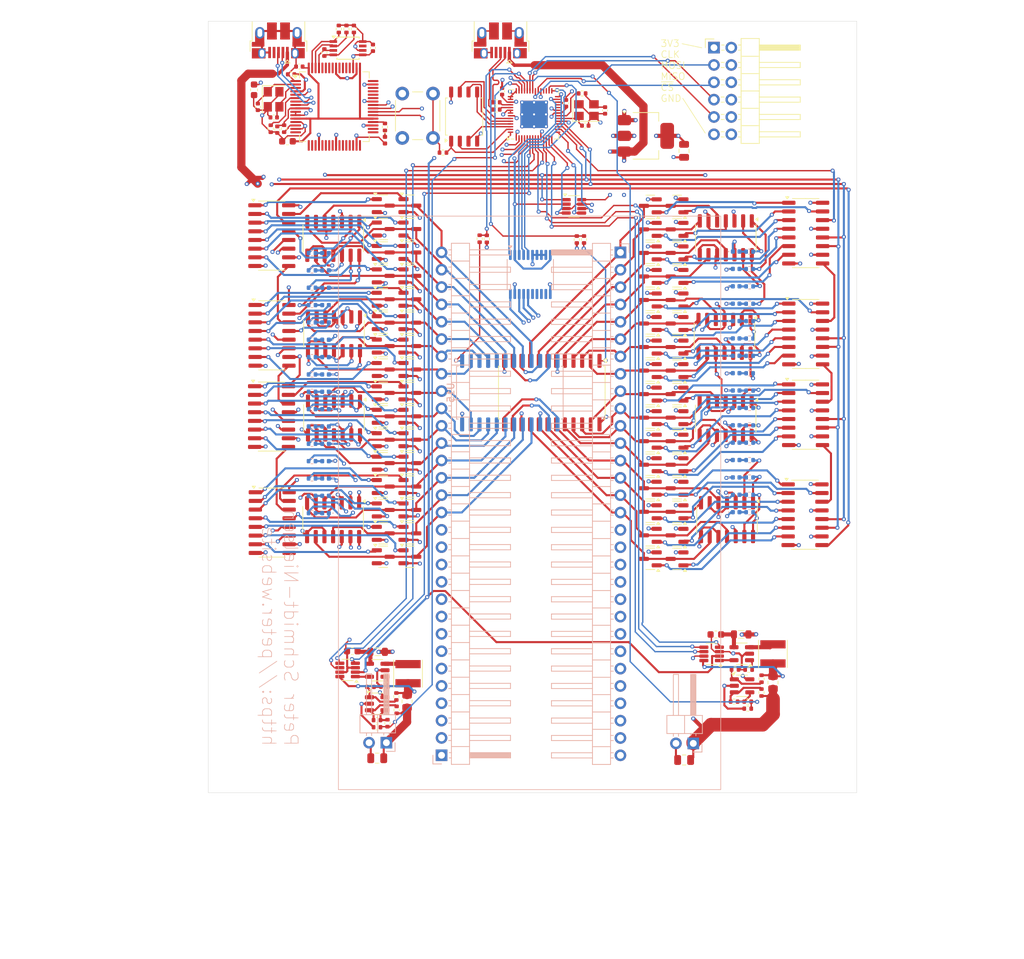
<source format=kicad_pcb>
(kicad_pcb (version 20240108) (generator "pcbnew") (generator_version "8.0")
  (layers (0 "F.Cu" signal) (1 "In1.Cu" power) (2 "In2.Cu" power) (31 "B.Cu" signal) (34 "B.Paste" user) (35 "F.Paste" user) (36 "B.SilkS" user "B.Silkscreen") (37 "F.SilkS" user "F.Silkscreen") (38 "B.Mask" user) (39 "F.Mask" user) (44 "Edge.Cuts" user))
  (net 0 "")
  (net 1 "Net-(U2-OSCI)")
  (net 2 "GND")
  (net 3 "Net-(U2-OSCO)")
  (net 4 "+3V3")
  (net 5 "/FTDI_1V8")
  (net 6 "/XIN")
  (net 7 "Net-(C11-Pad1)")
  (net 8 "Net-(U5-VIN)")
  (net 9 "Net-(U7-VIN)")
  (net 10 "/PWR_A")
  (net 11 "/PWR_B")
  (net 12 "+1V1")
  (net 13 "Net-(D1-K)")
  (net 14 "Net-(D2-A)")
  (net 15 "Net-(D3-A)")
  (net 16 "Net-(D4-A)")
  (net 17 "Net-(D5-A)")
  (net 18 "Net-(D6-A)")
  (net 19 "Net-(D7-A)")
  (net 20 "Net-(D8-A)")
  (net 21 "Net-(D9-A)")
  (net 22 "Net-(D10-A)")
  (net 23 "Net-(D11-A)")
  (net 24 "Net-(D12-A)")
  (net 25 "Net-(D13-A)")
  (net 26 "Net-(D14-A)")
  (net 27 "Net-(D15-A)")
  (net 28 "Net-(D16-A)")
  (net 29 "Net-(D17-A)")
  (net 30 "Net-(D18-A)")
  (net 31 "Net-(D19-A)")
  (net 32 "Net-(D20-A)")
  (net 33 "Net-(D21-A)")
  (net 34 "Net-(D22-A)")
  (net 35 "Net-(D23-A)")
  (net 36 "Net-(D24-A)")
  (net 37 "Net-(D25-A)")
  (net 38 "Net-(D26-A)")
  (net 39 "Net-(D27-A)")
  (net 40 "Net-(D28-A)")
  (net 41 "Net-(D29-A)")
  (net 42 "Net-(D30-A)")
  (net 43 "Net-(D31-A)")
  (net 44 "Net-(D32-A)")
  (net 45 "Net-(D33-A)")
  (net 46 "VBUS")
  (net 47 "Net-(J1-D+)")
  (net 48 "Net-(J1-D-)")
  (net 51 "/PROG_USB_D+")
  (net 52 "/PROG_USB_D-")
  (net 53 "/PIN12")
  (net 54 "/PIN15")
  (net 55 "/PIN14")
  (net 56 "/PIN10")
  (net 57 "/PIN7")
  (net 58 "/PIN8")
  (net 59 "/PIN11")
  (net 60 "/PIN5")
  (net 61 "/PIN9")
  (net 62 "/PIN1")
  (net 63 "/PIN6")
  (net 64 "/PIN13")
  (net 65 "/PIN2")
  (net 66 "/PIN3")
  (net 67 "/PIN0")
  (net 68 "/PIN4")
  (net 69 "/PIN26")
  (net 70 "/PIN24")
  (net 71 "/PIN31")
  (net 72 "/PIN20")
  (net 73 "/PIN29")
  (net 74 "/PIN22")
  (net 75 "/PIN25")
  (net 76 "/PIN21")
  (net 77 "/PIN27")
  (net 78 "/PIN23")
  (net 79 "/PIN17")
  (net 80 "/PIN18")
  (net 81 "/PIN19")
  (net 82 "/PIN16")
  (net 83 "/PIN28")
  (net 84 "/PIN30")
  (net 85 "Net-(U6-H)")
  (net 86 "Net-(U5-SW)")
  (net 87 "Net-(U8-H)")
  (net 88 "Net-(U7-SW)")
  (net 89 "/PinGroup0/DRIVE_HI_PIN0")
  (net 90 "/PinGroup0/DRIVE_LO_PIN0")
  (net 91 "/PinGroup0/DRIVE_HI_PIN1")
  (net 92 "/PinGroup0/DRIVE_LO_PIN1")
  (net 93 "/PinGroup0/DRIVE_HI_PIN2")
  (net 94 "/PinGroup0/DRIVE_LO_PIN2")
  (net 95 "/PinGroup0/DRIVE_HI_PIN3")
  (net 96 "/PinGroup0/DRIVE_LO_PIN3")
  (net 97 "/PinGroup1/DRIVE_HI_PIN0")
  (net 98 "/PinGroup1/DRIVE_LO_PIN0")
  (net 99 "/PinGroup1/DRIVE_HI_PIN1")
  (net 100 "/PinGroup1/DRIVE_LO_PIN1")
  (net 101 "/PinGroup1/DRIVE_HI_PIN2")
  (net 102 "/PinGroup1/DRIVE_LO_PIN2")
  (net 103 "/PinGroup1/DRIVE_HI_PIN3")
  (net 104 "/PinGroup1/DRIVE_LO_PIN3")
  (net 105 "/PinGroup2/DRIVE_HI_PIN0")
  (net 106 "/PinGroup2/DRIVE_LO_PIN0")
  (net 107 "/PinGroup2/DRIVE_HI_PIN1")
  (net 108 "/PinGroup2/DRIVE_LO_PIN1")
  (net 109 "/PinGroup2/DRIVE_HI_PIN2")
  (net 110 "/PinGroup2/DRIVE_LO_PIN2")
  (net 111 "/PinGroup2/DRIVE_HI_PIN3")
  (net 112 "/PinGroup2/DRIVE_LO_PIN3")
  (net 113 "/PinGroup3/DRIVE_HI_PIN0")
  (net 114 "/PinGroup3/DRIVE_LO_PIN0")
  (net 115 "/PinGroup3/DRIVE_HI_PIN1")
  (net 116 "/PinGroup3/DRIVE_LO_PIN1")
  (net 117 "/PinGroup3/DRIVE_HI_PIN2")
  (net 118 "/PinGroup3/DRIVE_LO_PIN2")
  (net 119 "/PinGroup3/DRIVE_HI_PIN3")
  (net 120 "/PinGroup3/DRIVE_LO_PIN3")
  (net 121 "/PinGroup4/DRIVE_HI_PIN0")
  (net 122 "/PinGroup4/DRIVE_LO_PIN0")
  (net 123 "/PinGroup4/DRIVE_HI_PIN1")
  (net 124 "/PinGroup4/DRIVE_LO_PIN1")
  (net 125 "/PinGroup4/DRIVE_HI_PIN2")
  (net 126 "/PinGroup4/DRIVE_LO_PIN2")
  (net 127 "/PinGroup4/DRIVE_HI_PIN3")
  (net 128 "/PinGroup4/DRIVE_LO_PIN3")
  (net 129 "/PinGroup5/DRIVE_HI_PIN0")
  (net 130 "/PinGroup5/DRIVE_LO_PIN0")
  (net 131 "/PinGroup5/DRIVE_HI_PIN1")
  (net 132 "/PinGroup5/DRIVE_LO_PIN1")
  (net 133 "/PinGroup5/DRIVE_HI_PIN2")
  (net 134 "/PinGroup5/DRIVE_LO_PIN2")
  (net 135 "/PinGroup5/DRIVE_HI_PIN3")
  (net 136 "/PinGroup5/DRIVE_LO_PIN3")
  (net 137 "/PinGroup6/DRIVE_HI_PIN0")
  (net 138 "/PinGroup6/DRIVE_LO_PIN0")
  (net 139 "/PinGroup6/DRIVE_HI_PIN1")
  (net 140 "/PinGroup6/DRIVE_LO_PIN1")
  (net 141 "/PinGroup6/DRIVE_HI_PIN2")
  (net 142 "/PinGroup6/DRIVE_LO_PIN2")
  (net 143 "/PinGroup6/DRIVE_HI_PIN3")
  (net 144 "/PinGroup6/DRIVE_LO_PIN3")
  (net 145 "/PinGroup7/DRIVE_HI_PIN0")
  (net 146 "/PinGroup7/DRIVE_LO_PIN0")
  (net 147 "/PinGroup7/DRIVE_HI_PIN1")
  (net 148 "/PinGroup7/DRIVE_LO_PIN1")
  (net 149 "/PinGroup7/DRIVE_HI_PIN2")
  (net 150 "/PinGroup7/DRIVE_LO_PIN2")
  (net 151 "/PinGroup7/DRIVE_HI_PIN3")
  (net 152 "/PinGroup7/DRIVE_LO_PIN3")
  (net 153 "Net-(U2-REF)")
  (net 154 "Net-(U1-DO)")
  (net 155 "Net-(U1-CS)")
  (net 156 "Net-(U1-DI)")
  (net 157 "Net-(U2-~{RESET})")
  (net 158 "Net-(U1-SCLK)")
  (net 159 "Net-(U2-~{SUSPEND})")
  (net 160 "/~{USB_BOOT}")
  (net 161 "/QSPI_SS")
  (net 162 "/XOUT")
  (net 163 "Net-(U10-+)")
  (net 164 "Net-(U11-+)")
  (net 165 "Net-(U10--)")
  (net 166 "Net-(U11--)")
  (net 167 "Net-(R18-Pad1)")
  (net 168 "Net-(R19-Pad1)")
  (net 169 "/CURRENT_SENSE_A")
  (net 170 "/CURRENT_SENSE_B")
  (net 171 "Net-(U12-USB_DP)")
  (net 172 "Net-(U12-USB_DM)")
  (net 173 "/PIN_SENSE0")
  (net 174 "Net-(U14-COM)")
  (net 175 "/PIN_SENSE1")
  (net 176 "Net-(U15-COM)")
  (net 177 "Net-(R30-Pad1)")
  (net 178 "Net-(R31-Pad1)")
  (net 179 "Net-(R32-Pad1)")
  (net 180 "Net-(R33-Pad1)")
  (net 181 "Net-(R34-Pad1)")
  (net 182 "Net-(R35-Pad1)")
  (net 183 "Net-(R36-Pad1)")
  (net 184 "Net-(R37-Pad1)")
  (net 185 "Net-(R38-Pad1)")
  (net 186 "Net-(R39-Pad1)")
  (net 187 "Net-(R40-Pad1)")
  (net 188 "Net-(R41-Pad1)")
  (net 189 "Net-(R42-Pad1)")
  (net 190 "Net-(R43-Pad1)")
  (net 191 "Net-(R44-Pad1)")
  (net 192 "Net-(R45-Pad1)")
  (net 193 "Net-(R46-Pad1)")
  (net 194 "Net-(R47-Pad1)")
  (net 195 "Net-(R48-Pad1)")
  (net 196 "Net-(R49-Pad1)")
  (net 197 "Net-(R50-Pad1)")
  (net 198 "Net-(R51-Pad1)")
  (net 199 "Net-(R52-Pad1)")
  (net 200 "Net-(R53-Pad1)")
  (net 201 "Net-(R54-Pad1)")
  (net 202 "Net-(R55-Pad1)")
  (net 203 "Net-(R56-Pad1)")
  (net 204 "Net-(R57-Pad1)")
  (net 205 "Net-(R58-Pad1)")
  (net 206 "Net-(R59-Pad1)")
  (net 207 "Net-(R60-Pad1)")
  (net 208 "Net-(R61-Pad1)")
  (net 213 "/CTRL_CS")
  (net 215 "/EX4")
  (net 216 "/TMS{slash}CS")
  (net 223 "/TCK{slash}SCK")
  (net 227 "/TDO{slash}MISO")
  (net 228 "/CTRL_MISO")
  (net 229 "/EX1")
  (net 230 "/EX3")
  (net 231 "/CTRL_SCK")
  (net 234 "/CTRL_MOSI")
  (net 235 "/EX2")
  (net 238 "/TDI{slash}MOSI")
  (net 243 "/QSPI_SD0")
  (net 244 "/QSPI_SCLK")
  (net 245 "/QSPI_SD2")
  (net 246 "/QSPI_SD3")
  (net 247 "/QSPI_SD1")
  (net 248 "Net-(U5-FB)")
  (net 249 "/PWR_A_EN")
  (net 250 "/PWR_B_EN")
  (net 251 "Net-(U7-FB)")
  (net 252 "/PWR_A_DIN")
  (net 253 "/MUX_ADDR3")
  (net 254 "/SWCLK")
  (net 255 "/SHIFT_CLK")
  (net 256 "/MUX_ADDR1")
  (net 257 "/PWR_A_SCLK")
  (net 258 "/LCD_CS")
  (net 259 "/SWD")
  (net 260 "/PWR_B_~{CS}")
  (net 261 "/THRESH_DIN")
  (net 262 "/THRESH_~{CS}")
  (net 263 "/MUX_ADDR0")
  (net 264 "/LCD_MISO")
  (net 266 "/THRESH_SCLK")
  (net 267 "/GPIO20")
  (net 268 "/PWR_B_DIN")
  (net 269 "/PWR_B_SCLK")
  (net 270 "/GPIO21")
  (net 271 "/REG_CLK")
  (net 273 "/MUX_ADDR2")
  (net 274 "/SHIFT_IN")
  (net 275 "/PWR_A_~{CS}")
  (net 277 "/MUX_ADDR2_5V")
  (net 281 "/MUX_ADDR3_5V")
  (net 282 "/MUX_ADDR0_5V")
  (net 283 "/MUX_ADDR1_5V")
  (net 284 "/PinGroup0/SHIFT_OUT")
  (net 285 "/LOGIC_THRESH")
  (net 286 "/PinGroup1/SHIFT_OUT")
  (net 287 "/PinGroup2/SHIFT_OUT")
  (net 288 "/PinGroup3/SHIFT_OUT")
  (net 289 "/PinGroup4/SHIFT_OUT")
  (net 290 "/PinGroup5/SHIFT_OUT")
  (net 291 "/PinGroup6/SHIFT_OUT")
  (net 292 "/PinGroup7/SHIFT_OUT")
  (net 321 "/LCD_MOSI")
  (net 322 "/LCD_SCK")
  (footprint "Inductor_SMD:L_0805_2012Metric" (layer "F.Cu") (at 133.565 122.925)
    (property "Reference" "FB1" (hide yes))
    (property "Value" "Ferrite_Bead_Small")
  )
  (footprint "Package_TO_SOT_SMD:SOT-23" (layer "F.Cu") (at 81.128726 104.691897)
    (property "Reference" "Q60" (hide yes))
    (property "Value" "Q_NMOS_GSD")
  )
  (footprint "Capacitor_SMD:C_0603_1608Metric" (layer "F.Cu") (at 129.855 122.935 180)
    (property "Reference" "C12" (hide yes))
    (property "Value" "4.7u")
  )
  (footprint "Capacitor_SMD:C_0603_1608Metric" (layer "F.Cu") (at 62.215 43.155 -90)
    (property "Reference" "C5" (hide yes))
    (property "Value" "4.7u")
  )
  (footprint "Package_TO_SOT_SMD:SOT-23" (layer "F.Cu") (at 124.169254 87.728458 180)
    (property "Reference" "Q17" (hide yes))
    (property "Value" "Q_PMOS_GSD")
  )
  (footprint "Resistor_SMD:R_0402_1005Metric" (layer "F.Cu") (at 97.685 44.985)
    (property "Reference" "R25" (hide yes))
    (property "Value" "27")
  )
  (footprint "Package_TO_SOT_SMD:SOT-23" (layer "F.Cu") (at 81.128726 60.119239)
    (property "Reference" "Q34" (hide yes))
    (property "Value" "Q_NMOS_GSD")
  )
  (footprint "Capacitor_SMD:C_0603_1608Metric" (layer "F.Cu") (at 76.605 125.375 180)
    (property "Reference" "C13" (hide yes))
    (property "Value" "4.7u")
  )
  (footprint "Resistor_SMD:R_0402_1005Metric" (layer "F.Cu") (at 76.835 34.245 90)
    (property "Reference" "R2" (hide yes))
    (property "Value" "10k")
  )
  (footprint "Package_TO_SOT_SMD:SOT-23" (layer "F.Cu") (at 85.035 73.834664)
    (property "Reference" "Q41" (hide yes))
    (property "Value" "Q_PMOS_GSD")
  )
  (footprint "Package_TO_SOT_SMD:SOT-23" (layer "F.Cu") (at 124.169254 73.938814 180)
    (property "Reference" "Q9" (hide yes))
    (property "Value" "Q_PMOS_GSD")
  )
  (footprint "Resistor_SMD:R_0402_1005Metric" (layer "F.Cu") (at 110.540092 65.081333 90)
    (property "Reference" "R26" (hide yes))
    (property "Value" "100k")
  )
  (footprint "Package_TO_SOT_SMD:SOT-23" (layer "F.Cu") (at 81.128726 73.833903)
    (property "Reference" "Q42" (hide yes))
    (property "Value" "Q_NMOS_GSD")
  )
  (footprint "Package_TO_SOT_SMD:SOT-23" (layer "F.Cu") (at 81.128726 77.262569)
    (property "Reference" "Q44" (hide yes))
    (property "Value" "Q_NMOS_GSD")
  )
  (footprint "Connector_PinHeader_2.54mm:PinHeader_2x06_P2.54mm_Horizontal" (layer "F.Cu") (at 129.575 36.975)
    (property "Reference" "J4" (hide yes))
    (property "Value" "Conn_02x06_Odd_Even")
  )
  (footprint "Package_SO:SOIC-14_3.9x8.7mm_P1.27mm" (layer "F.Cu") (at 73.79 106.125 -90)
    (property "Reference" "U31" (hide yes))
    (property "Value" "LM2901")
  )
  (footprint "Capacitor_SMD:C_0402_1005Metric" (layer "F.Cu") (at 62.765 45.655 -90)
    (property "Reference" "C1" (hide yes))
    (property "Value" "15p")
  )
  (footprint "Package_TO_SOT_SMD:SOT-23" (layer "F.Cu") (at 85.035 84.120662)
    (property "Reference" "Q47" (hide yes))
    (property "Value" "Q_PMOS_GSD")
  )
  (footprint "Resistor_SMD:R_0402_1005Metric" (layer "F.Cu") (at 136.535 131.435 90)
    (property "Reference" "R16" (hide yes))
    (property "Value" "1k")
  )
  (footprint "Package_TO_SOT_SMD:SOT-23" (layer "F.Cu") (at 120.249627 91.172918 180)
    (property "Reference" "Q20" (hide yes))
    (property "Value" "Q_NMOS_GSD")
  )
  (footprint "Package_TO_SOT_SMD:SOT-23" (layer "F.Cu") (at 120.249627 80.831807 180)
    (property "Reference" "Q14" (hide yes))
    (property "Value" "Q_NMOS_GSD")
  )
  (footprint "Capacitor_SMD:C_0402_1005Metric" (layer "F.Cu") (at 67.635 40.885 180)
    (property "Reference" "C8" (hide yes))
    (property "Value" "100n")
  )
  (footprint "Package_TO_SOT_SMD:SOT-23" (layer "F.Cu") (at 124.169254 94.62328 180)
    (property "Reference" "Q21" (hide yes))
    (property "Value" "Q_PMOS_GSD")
  )
  (footprint "Resistor_SMD:R_0402_1005Metric" (layer "F.Cu") (at 79.265 130.615)
    (property "Reference" "R11" (hide yes))
    (property "Value" "49.9k")
  )
  (footprint "Package_TO_SOT_SMD:SOT-23" (layer "F.Cu") (at 85.035 108.121324)
    (property "Reference" "Q61" (hide yes))
    (property "Value" "Q_PMOS_GSD")
  )
  (footprint "Capacitor_SMD:C_0402_1005Metric" (layer "F.Cu") (at 79.625 37.005 -90)
    (property "Reference" "C3" (hide yes))
    (property "Value" "100n")
  )
  (footprint "Package_TO_SOT_SMD:SOT-23" (layer "F.Cu") (at 85.035 70.405998)
    (property "Reference" "Q39" (hide yes))
    (property "Value" "Q_PMOS_GSD")
  )
  (footprint "Resistor_SMD:R_0402_1005Metric" (layer "F.Cu") (at 81.385 48.595 90)
    (property "Reference" "R7" (hide yes))
    (property "Value" "220")
  )
  (footprint "Package_TO_SOT_SMD:SOT-23" (layer "F.Cu") (at 120.249627 87.725881 180)
    (property "Reference" "Q18" (hide yes))
    (property "Value" "Q_NMOS_GSD")
  )
  (footprint "Package_TO_SOT_SMD:SOT-23-8" (layer "F.Cu") (at 129.235 125.775 180)
    (property "Reference" "U6" (hide yes))
    (property "Value" "TPL0501-100DCNR")
  )
  (footprint "Connector_USB:USB_Micro-B_Amphenol_10103594-0001LF_Horizontal" (layer "F.Cu") (at 65.765 35.925 180)
    (property "Reference" "J1" (hide yes))
    (property "Value" "USB_B_Micro")
  )
  (footprint "Package_TO_SOT_SMD:SOT-23" (layer "F.Cu") (at 120.249627 94.619955 180)
    (property "Reference" "Q22" (hide yes))
    (property "Value" "Q_NMOS_GSD")
  )
  (footprint "Resistor_SMD:R_0402_1005Metric" (layer "F.Cu") (at 136.545 129.415 -90)
    (property "Reference" "R12" (hide yes))
    (property "Value" "1k")
  )
  (footprint "Package_TO_SOT_SMD:SOT-23" (layer "F.Cu") (at 81.128726 101.263231)
    (property "Reference" "Q58" (hide yes))
    (property "Value" "Q_NMOS_GSD")
  )
  (footprint "Package_TO_SOT_SMD:SOT-23" (layer "F.Cu") (at 81.128726 108.120563)
    (property "Reference" "Q62" (hide yes))
    (property "Value" "Q_NMOS_GSD")
  )
  (footprint "Package_SO:SOIC-16_3.9x9.9mm_P1.27mm" (layer "F.Cu") (at 64.875 106.545)
    (property "Reference" "U30" (hide yes))
    (property "Value" "74HC595")
  )
  (footprint "Capacitor_SMD:C_0402_1005Metric" (layer "F.Cu") (at 65.095 47.195 180)
    (property "Reference" "C2" (hide yes))
    (property "Value" "15p")
  )
  (footprint "Resistor_SMD:R_0805_2012Metric" (layer "F.Cu") (at 84.625 132.725 -90)
    (property "Reference" "R15" (hide yes))
    (property "Value" "100m")
  )
  (footprint "Capacitor_SMD:C_0402_1005Metric" (layer "F.Cu") (at 113.625 46.175 -90)
    (property "Reference" "C11" (hide yes))
    (property "Value" "15p")
  )
  (footprint "Package_TO_SOT_SMD:SOT-23" (layer "F.Cu") (at 81.128726 63.547905)
    (property "Reference" "Q36" (hide yes))
    (property "Value" "Q_NMOS_GSD")
  )
  (footprint "Package_TO_SOT_SMD:SOT-23" (layer "F.Cu") (at 124.169254 104.965513 180)
    (property "Reference" "Q27" (hide yes))
    (property "Value" "Q_PMOS_GSD")
  )
  (footprint "Package_TO_SOT_SMD:SOT-23" (layer "F.Cu") (at 85.035 90.977994)
    (property "Reference" "Q51" (hide yes))
    (property "Value" "Q_PMOS_GSD")
  )
  (footprint "Package_TO_SOT_SMD:SOT-23-8" (layer "F.Cu") (at 75.915 128.125 180)
    (property "Reference" "U8" (hide yes))
    (property "Value" "TPL0501-100DCNR")
  )
  (footprint "Resistor_SMD:R_0402_1005Metric" (layer "F.Cu") (at 66.615 48.845 -90)
    (property "Reference" "R5" (hide yes))
    (property "Value" "1k")
  )
  (footprint "Package_TO_SOT_SMD:SOT-23" (layer "F.Cu") (at 81.128726 84.119901)
    (property "Reference" "Q48" (hide yes))
    (property "Value" "Q_NMOS_GSD")
  )
  (footprint "Package_TO_SOT_SMD:SOT-23" (layer "F.Cu") (at 120.249627 60.149585 180)
    (property "Reference" "Q2" (hide yes))
    (property "Value" "Q_NMOS_GSD")
  )
  (footprint "Package_TO_SOT_SMD:SOT-23" (layer "F.Cu") (at 85.035 101.263992)
    (property "Reference" "Q57" (hide yes))
    (property "Value" "Q_PMOS_GSD")
  )
  (footprint "Package_TO_SOT_SMD:SOT-23" (layer "F.Cu") (at 120.249627 111.85514 180)
    (property "Reference" "Q32" (hide yes))
    (property "Value" "Q_NMOS_GSD")
  )
  (footprint "Package_TO_SOT_SMD:SOT-23" (layer "F.Cu") (at 120.249627 77.38477 180)
    (property "Reference" "Q12" (hide yes))
    (property "Value" "Q_NMOS_GSD")
  )
  (footprint "Package_TO_SOT_SMD:SOT-23" (layer "F.Cu") (at 81.128726 90.977233)
    (property "Reference" "Q52" (hide yes))
    (property "Value" "Q_NMOS_GSD")
  )
  (footprint "Package_TO_SOT_SMD:SOT-23" (layer "F.Cu") (at 85.035 97.835326)
    (property "Reference" "Q55" (hide yes))
    (property "Value" "Q_PMOS_GSD")
  )
  (footprint "Resistor_SMD:R_0402_1005Metric" (layer "F.Cu") (at 132.525 132.765 180)
    (property "Reference" "R18" (hide yes))
    (property "Value" "49.9k")
  )
  (footprint "Package_TO_SOT_SMD:SOT-23" (layer "F.Cu") (at 124.169254 84.281047 180)
    (property "Reference" "Q15" (hide yes))
    (property "Value" "Q_PMOS_GSD")
  )
  (footprint "Package_TO_SOT_SMD:SOT-23" (layer "F.Cu") (at 120.249627 63.596622 180)
    (property "Reference" "Q4" (hide yes))
    (property "Value" "Q_NMOS_GSD")
  )
  (footprint "Resistor_SMD:R_0402_1005Metric" (layer "F.Cu") (at 81.755 135.925 -90)
    (property "Reference" "R22" (hide yes))
    (property "Value" "10k")
  )
  (footprint "Resistor_SMD:R_0805_2012Metric" (layer "F.Cu") (at 138.225 129.975 -90)
    (property "Reference" "R14" (hide yes))
    (property "Value" "100m")
  )
  (footprint "Package_SO:SOIC-14_3.9x8.7mm_P1.27mm" (layer "F.Cu") (at 131.12 79.265 -90)
    (property "Reference" "U19" (hide yes))
    (property "Value" "LM2901")
  )
  (footprint "LED_SMD:LED_0402_1005Metric" (layer "F.Cu") (at 81.385 50.53 -90)
    (property "Reference" "D1" (hide yes))
    (property "Value" "LED")
  )
  (footprint "Package_TO_SOT_SMD:SOT-23" (layer "F.Cu") (at 85.035 104.692658)
    (property "Reference" "Q59" (hide yes))
    (property "Value" "Q_PMOS_GSD")
  )
  (footprint "Package_TO_SOT_SMD:SOT-23" (layer "F.Cu") (at 124.169254 91.175869 180)
    (property "Reference" "Q19" (hide yes))
    (property "Value" "Q_PMOS_GSD")
  )
  (footprint "Capacitor_SMD:C_0402_1005Metric" (layer "F.Cu") (at 98.545 43.375 90)
    (property "Reference" "C16" (hide yes))
    (property "Value" "1u")
  )
  (footprint "Package_SO:SOIC-14_3.9x8.7mm_P1.27mm" (layer "F.Cu") (at 73.92 91.225 -90)
    (property "Reference" "U29" (hide yes))
    (property "Value" "LM2901")
  )
  (footprint "Capacitor_SMD:C_0402_1005Metric" (layer "F.Cu") (at 110.725 48.405)
    (property "Reference" "C10" (hide yes))
    (property "Value" "15p")
  )
  (footprint "Package_SO:SOIC-16_3.9x9.9mm_P1.27mm" (layer "F.Cu") (at 143.015 78.915)
    (property "Reference" "U18" (hide yes))
    (property "Value" "74HC595")
  )
  (footprint "Package_SO:SOIC-16_3.9x9.9mm_P1.27mm" (layer "F.Cu") (at 64.775 91.015)
    (property "Reference" "U28" (hide yes))
    (property "Value" "74HC595")
  )
  (footprint "Package_TO_SOT_SMD:SOT-23" (layer "F.Cu") (at 124.169254 77.386225 180)
    (property "Reference" "Q11" (hide yes))
    (property "Value" "Q_PMOS_GSD")
  )
  (footprint "Package_SO:SOIC-14_3.9x8.7mm_P1.27mm" (layer "F.Cu") (at 131.29 91.295 -90)
    (property "Reference" "U21" (hide yes))
    (property "Value" "LM2901")
  )
  (footprint "Resistor_SMD:R_0402_1005Metric" (layer "F.Cu") (at 134.525 133.795 180)
    (property "Reference" "R21" (hide yes))
    (property "Value" "15k")
  )
  (footprint "Package_TO_SOT_SMD:SOT-23" (layer "F.Cu") (at 85.035 66.977332)
    (property "Reference" "Q37" (hide yes))
    (property "Value" "Q_PMOS_GSD")
  )
  (footprint "Inductor_SMD:L_0805_2012Metric" (layer "F.Cu") (at 80.315 125.475)
    (property "Reference" "FB2" (hide yes))
    (property "Value" "Ferrite_Bead_Small")
  )
  (footprint "Inductor_SMD:L_Taiyo-Yuden_NR-40xx" (layer "F.Cu") (at 84.765 128.675 -90)
    (property "Reference" "L2" (hide yes))
    (property "Value" "2.2uH")
  )
  (footprint "Resistor_SMD:R_0402_1005Metric" (layer "F.Cu") (at 89.885 52.355 180)
    (property "Reference" "R8" (hide yes))
    (property "Value" "1k")
  )
  (footprint "Resistor_SMD:R_0402_1005Metric" (layer "F.Cu") (at 80.225 136.515 180)
    (property "Reference" "R23" (hide yes))
    (property "Value" "15k")
  )
  (footprint "Package_TO_SOT_SMD:SOT-23-5" (layer "F.Cu") (at 133.645 125.75 180)
    (property "Reference" "U5" (hide yes))
    (property "Value" "TLV62568DBV")
  )
  (footprint "Package_TO_SOT_SMD:SOT-23" (layer "F.Cu") (at 85.035 87.549328)
    (property "Reference" "Q49" (hide yes))
    (property "Value" "Q_PMOS_GSD")
  )
  (footprint "Capacitor_SMD:C_0805_2012Metric" (layer "F.Cu") (at 125.195 52.095 -90)
    (property "Reference" "C9" (hide yes))
    (property "Value" "10u")
  )
  (footprint "Package_TO_SOT_SMD:SOT-23" (layer "F.Cu") (at 85.035 60.12)
    (property "Reference" "Q33" (hide yes))
    (property "Value" "Q_PMOS_GSD")
  )
  (footprint "Package_TO_SOT_SMD:SOT-23" (layer "F.Cu") (at 85.035 80.691996)
    (property "Reference" "Q45" (hide yes))
    (property "Value" "Q_PMOS_GSD")
  )
  (footprint "Package_TO_SOT_SMD:SOT-23" (layer "F.Cu") (at 124.169254 70.491403 180)
    (property "Reference" "Q7" (hide yes))
    (property "Value" "Q_PMOS_GSD")
  )
  (footprint "Inductor_SMD:L_Taiyo-Yuden_NR-40xx" (layer "F.Cu") (at 138.215 125.775 -90)
    (property "Reference" "L1" (hide yes))
    (property "Value" "2.2uH")
  )
  (footprint "Package_TO_SOT_SMD:SOT-23" (layer "F.Cu") (at 120.249627 108.408103 180)
    (property "Reference" "Q30" (hide yes))
    (property "Value" "Q_NMOS_GSD")
  )
  (footprint "Crystal:Crystal_SMD_3225-4Pin_3.2x2.5mm" (layer "F.Cu") (at 65.075 44.545 -90)
    (property "Reference" "Y1" (hide yes))
    (property "Value" "ABM8-272-T3")
  )
  (footprint "Package_TO_SOT_SMD:SOT-23-5" (layer "F.Cu") (at 133.695 130.45)
    (property "Reference" "U10" (hide yes))
    (property "Value" "LM321")
  )
  (footprint "Package_SO:SOIC-8_5.23x5.23mm_P1.27mm" (layer "F.Cu") (at 92.985 47.075 90)
    (property "Reference" "U4" (hide yes))
    (property "Value" "W25Q128JVS")
  )
  (footprint "Package_TO_SOT_SMD:SOT-23-5" (layer "F.Cu") (at 80.245 133.075)
    (property "Reference" "U11" (hide yes))
    (property "Value" "LM321")
  )
  (footprint "Package_TO_SOT_SMD:SOT-23" (layer "F.Cu") (at 81.128726 111.549229)
    (property "Reference" "Q64" (hide yes))
    (property "Value" "Q_NMOS_GSD")
  )
  (footprint "Package_TO_SOT_SMD:SOT-23" (layer "F.Cu") (at 124.169254 67.043992 180)
    (property "Reference" "Q5" (hide yes))
    (property "Value" "Q_PMOS_GSD")
  )
  (footprint "Package_TO_SOT_SMD:SOT-23" (layer "F.Cu") (at 81.128726 80.691235)
    (property "Reference" "Q46" (hide yes))
    (property "Value" "Q_NMOS_GSD")
  )
  (footprint "Package_TO_SOT_SMD:SOT-23-5" (layer "F.Cu") (at 80.255 128.175 180)
    (property "Reference" "U7" (hide yes))
    (property "Value" "TLV62568DBV")
  )
  (footprint "Package_SO:SOIC-24W_7.5x15.4mm_P1.27mm" (layer "F.Cu") (at 105.825 87.505 -90)
    (property "Reference" "U14" (hide yes))
    (property "Value" "CD74HC4067M")
  )
  (footprint "Package_TO_SOT_SMD:SOT-23" (layer "F.Cu") (at 120.249627 67.043659 180)
    (property "Reference" "Q6" (hide yes))
    (property "Value" "Q_NMOS_GSD")
  )
  (footprint "Package_SO:SOIC-16_3.9x9.9mm_P1.27mm" (layer "F.Cu") (at 142.915 105.395)
    (property "Reference" "U22" (hide yes))
    (property "Value" "74HC595")
  )
  (footprint "Resistor_SMD:R_0402_1005Metric" (layer "F.Cu") (at 83.055 132.015 -90)
    (property "Reference" "R13" (hide yes))
    (property "Value" "1k")
  )
  (footprint "Package_TO_SOT_SMD:SOT-23" (layer "F.Cu") (at 124.169254 63.596581 180)
    (property "Reference" "Q3" (hide yes))
    (property "Value" "Q_PMOS_GSD")
  )
  (footprint "Capacitor_SMD:C_0603_1608Metric" (layer "F.Cu") (at 67.105 50.695 180)
    (property "Reference" "C4" (hide yes))
    (property "Value" "4.7u")
  )
  (footprint "Resistor_SMD:R_0402_1005Metric" (layer "F.Cu") (at 132.665 128.075)
    (property "Reference" "R10" (hide yes))
    (property "Value" "49.9k")
  )
  (footprint "Package_TO_SOT_SMD:SOT-23" (layer "F.Cu") (at 81.128726 70.405237)
    (property "Reference" "Q40" (hide yes))
    (property "Value" "Q_NMOS_GSD")
  )
  (footprint "Resistor_SMD:R_0402_1005Metric" (layer "F.Cu") (at 75.745 34.245 90)
    (property "Reference" "R6" (hide yes))
    (property "Value" "10k")
  )
  (footprint "Package_TO_SOT_SMD:SOT-23" (layer "F.Cu") (at 81.128726 87.548567)
    (property "Reference" "Q50" (hide yes))
    (property "Value" "Q_NMOS_GSD")
  )
  (footprint "Package_TO_SOT_SMD:SOT-23" (layer "F.Cu") (at 85.035 94.40666)
    (property "Reference" "Q53" (hide yes))
    (property "Value" "Q_PMOS_GSD")
  )
  (footprint "Package_TO_SOT_SMD:SOT-23" (layer "F.Cu") (at 85.035 77.26333)
    (property "Reference" "Q43" (hide yes))
    (property "Value" "Q_PMOS_GSD")
  )
  (footprint "Package_TO_SOT_SMD:SOT-23" (layer "F.Cu") (at 120.249627 73.937733 180)
    (property "Reference" "Q10" (hide yes))
    (property "Value" "Q_NMOS_GSD")
  )
  (footprint "Resistor_SMD:R_0402_1005Metric" (layer "F.Cu") (at 96.305 64.985 -90)
    (property "Reference" "R29" (hide yes))
    (property "Value" "150k")
  )
  (footprint "Resistor_SMD:R_0402_1005Metric" (layer "F.Cu") (at 97.685 46.045)
    (property "Reference" "R24" (hide yes))
    (property "Value" "27")
  )
  (footprint "Package_TO_SOT_SMD:SOT-23" (layer "F.Cu") (at 124.169254 80.833636 180)
    (property "Reference" "Q13" (hide yes))
    (property "Value" "Q_PMOS_GSD")
  )
  (footprint "Package_QFP:LQFP-64_10x10mm_P0.5mm" (layer "F.Cu") (at 73.975 45.625)
    (property "Reference" "U2" (hide yes))
    (property "Value" "FT2232HL")
  )
  (footprint "Package_TO_SOT_SMD:SOT-23" (layer "F.Cu") (at 124.169254 101.518102 180)
    (property "Reference" "Q25" (hide yes))
    (property "Value" "Q_PMOS_GSD")
  )
  (footprint "Resistor_SMD:R_0402_1005Metric" (layer "F.Cu") (at 80.225 135.475 180)
    (property "Reference" "R19" (hide yes))
    (property "Value" "49.9k")
  )
  (footprint "Package_SO:SOIC-14_3.9x8.7mm_P1.27mm" (layer "F.Cu") (at 131.31 64.835 -90)
    (property "Reference" "U17" (hide yes))
    (property "Value" "LM2901")
  )
  (footprint "Resistor_SMD:R_0402_1005Metric" (layer "F.Cu") (at 95.255 64.965 90)
    (property "Reference" "R28" (hide yes))
    (property "Value" "100k")
  )
  (footprint "Resistor_SMD:R_0402_1005Metric" (layer "F.Cu") (at 72.515 37.695 90)
    (property "Reference" "R4" (hide yes))
    (property "Value" "2.2k")
  )
  (footprint "Resistor_SMD:R_0402_1005Metric" (layer "F.Cu") (at 134.655 128.095)
    (property "Reference" "R62" (hide yes))
    (property "Value" "10k")
  )
  (footprint "Connector_USB:USB_Micro-B_Amphenol_10103594-0001LF_Horizontal" (layer "F.Cu") (at 98.285 35.925 180)
    (property "Reference" "J2" (hide yes))
    (property "Value" "USB_B_Micro")
  )
  (footprint "Package_TO_SOT_SMD:SOT-23-8" (layer "F.Cu") (at 109.065 60.225)
    (property "Reference" "U9" (hide yes))
    (property "Value" "TPL0501-100DCNR")
  )
  (footprint "Package_SO:SOIC-14_3.9x8.7mm_P1.27mm" (layer "F.Cu") (at 73.92 78.895 -90)
    (property "Reference" "U27" (hide yes))
    (property "Value" "LM2901")
  )
  (footprint "Resistor_SMD:R_0402_1005Metric" (layer "F.Cu") (at 64.655 48.855 -90)
    (property "Reference" "R1" (hide yes))
    (property "Value" "12k")
  )
  (footprint "Package_SO:SOIC-16_3.9x9.9mm_P1.27mm" (layer "F.Cu") (at 143.015 64.145)
    (property "Reference" "U16" (hide yes))
    (property "Value" "74HC595")
  )
  (footprint "Package_TO_SOT_SMD:SOT-23" (layer "F.Cu") (at 120.249627 101.514029 180)
    (property "Reference" "Q26" (hide yes))
    (property "Value" "Q_NMOS_GSD")
  )
  (footprint "Capacitor_SMD:C_0402_1005Metric" (layer "F.Cu") (at 68.845 39.755 180)
    (property "Reference" "C6" (hide yes))
    (property "Value" "100n")
  )
  (footprint "Package_SO:SOIC-16_3.9x9.9mm_P1.27mm" (layer "F.Cu") (at 64.845 79.115)
    (property "Reference" "U26" (hide yes))
    (property "Value" "74HC595")
  )
  (footprint "Package_SO:SOIC-14_3.9x8.7mm_P1.27mm" (layer "F.Cu") (at 73.82 64.915 -90)
    (property "Reference" "U25" (hide yes))
    (property "Value" "LM2901")
  )
  (footprint "Package_TO_SOT_SMD:SOT-23" (layer "F.Cu") (at 120.249627 98.066992 180)
    (property "Reference" "Q24" (hide yes))
    (property "Value" "Q_NMOS_GSD")
  )
  (footprint "Resistor_SMD:R_0402_1005Metric" (layer "F.Cu") (at 74.625 34.245 90)
    (property "Reference" "R3" (hide yes))
    (property "Value" "10k")
  )
  (footprint "Button_Switch_THT:SW_PUSH_6mm" (layer "F.Cu") (at 83.925 50.205 90)
    (property "Reference" "SW1" (hide yes))
    (property "Value" "SW_Omron_B3FS")
  )
  (footprint "Capacitor_SMD:C_0805_2012Metric" (layer "F.Cu") (at 125.205 141.315 180)
    (property "Reference" "C14" (hide yes))
    (property "Value" "10u")
  )
  (footprint "Package_TO_SOT_SMD:SOT-23" (layer "F.Cu") (at 81.128726 97.834565)
    (property "Reference" "Q56" (hide yes))
    (property "Value" "Q_NMOS_GSD")
  )
  (footprint "Resistor_SMD:R_0402_1005Metric" (layer "F.Cu") (at 81.305 130.585)
    (property "Reference" "R63" (hide yes))
    (property "Value" "10k")
  )
  (footprint "Package_TO_SOT_SMD:SOT-23" (layer "F.Cu") (at 85.035 63.548666)
    (property "Reference" "Q35" (hide yes))
    (property "Value" "Q_PMOS_GSD")
  )
  (footprint "Package_TO_SOT_SMD:SOT-23" (layer "F.Cu") (at 81.128726 66.976571)
    (property "Reference" "Q38" (hide yes))
    (property "Value" "Q_NMOS_GSD")
  )
  (footprint "Package_SO:SOIC-14_3.9x8.7mm_P1.27mm" (layer "F.Cu") (at 131.49 106.115 -90)
    (property "Reference" "U23" (hide yes))
    (property "Value" "LM2901")
  )
  (footprint "Capacitor_SMD:C_0805_2012Metric" (layer "F.Cu") (at 80.255 141.055 180)
    (property "Reference" "C15" (hide yes))
    (property "Value" "10u")
  )
  (footprint "Package_TO_SOT_SMD:SOT-23" (layer "F.Cu") (at 124.169254 111.860335 180)
    (property "Reference" "Q31" (hide yes))
    (property "Value" "Q_PMOS_GSD")
  )
  (footprint "Package_TO_SOT_SMD:SOT-23" (layer "F.Cu") (at 85.035 111.54999)
    (property "Reference" "Q63" (hide yes))
    (property "Value" "Q_PMOS_GSD")
  )
  (footprint "Package_TO_SOT_SMD:SOT-23" (layer "F.Cu") (at 81.128726 94.405899)
    (property "Reference" "Q54" (hide yes))
    (property "Value" "Q_NMOS_GSD")
  )
  (footprint "Crystal:Crystal_SMD_3225-4Pin_3.2x2.5mm" (layer "F.Cu") (at 110.895 46.125)
    (property "Reference" "Y2" (hide yes))
    (property "Value" "ABM8-272-T3")
  )
  (footprint "Capacitor_SMD:C_0402_1005Metric" (layer "F.Cu") (at 107.915 45.125 90)
    (property "Reference" "C17" (hide yes))
    (property "Value" "1u")
  )
  (footprint "Package_TO_SOT_SMD:SOT-23" (layer "F.Cu") (at 124.169254 98.070691 180)
    (property "Reference" "Q23" (hide yes))
    (property "Value" "Q_PMOS_GSD")
  )
  (footprint "Package_TO_SOT_SMD:SOT-23" (layer "F.Cu") (at 124.169254 60.14917 180)
    (property "Reference" "Q1" (hide yes))
    (property "Value" "Q_PMOS_GSD")
  )
  (footprint "Resistor_SMD:R_0402_1005Metric" (layer "F.Cu") (at 109.485 65.085 -90)
    (property "Reference" "R27" (hide yes))
    (property "Value" "150k")
  )
  (footprint "Package_DFN_QFN:QFN-56-1EP_7x7mm_P0.4mm_EP4x4mm_ThermalVias" (layer "F.Cu") (at 103.225 46.755 90)
    (property "Reference" "U12" (hide yes))
    (property "Value" "RP2040")
  )
  (footprint "Package_TO_SOT_SMD:SOT-23" (layer "F.Cu") (at 120.249627 104.961066 180)
    (property "Reference" "Q28" (hide yes))
    (property "Value" "Q_NMOS_GSD")
  )
  (footprint "Resistor_SMD:R_0402_1005Metric" (layer "F.Cu") (at 134.525 132.765)
    (property "Reference" "R20" (hide yes))
    (property "Value" "10k")
  )
  (footprint "Resistor_SMD:R_0402_1005Metric" (layer "F.Cu") (at 83.095 133.975 90)
    (property "Reference" "R17" (hide yes))
    (property "Value" "1k")
  )
  (footprint "Package_SO:SOIC-16_3.9x9.9mm_P1.27mm" (layer "F.Cu") (at 142.995 90.745)
    (property "Reference" "U20" (hide yes))
    (property "Value" "74HC595")
  )
  (footprint "Capacitor_SMD:C_0402_1005Metric" (layer "F.Cu") (at 65.615 48.995 -90)
    (property "Reference" "C7" (hide yes))
    (property "Value" "100n")
  )
  (footprint "Package_TO_SOT_SMD:SOT-23" (layer "F.Cu") (at 124.169254 108.412924 180)
    (property "Reference" "Q29" (hide yes))
    (property "Value" "Q_PMOS_GSD")
  )
  (footprint "Package_SO:SOIC-16_3.9x9.9mm_P1.27mm" (layer "F.Cu") (at 64.815 64.515)
    (property "Reference" "U24" (hide yes))
    (property "Value" "74HC595")
  )
  (footprint "Package_TO_SOT_SMD:SOT-23" (layer "F.Cu") (at 120.249627 84.278844 180)
    (property "Reference" "Q16" (hide yes))
    (property "Value" "Q_NMOS_GSD")
  )
  (footprint "Resistor_SMD:R_0402_1005Metric" (layer "F.Cu") (at 110.265 43.685)
    (property "Reference" "R9" (hide yes))
    (property "Value" "1k")
  )
  (footprint "Package_SO:TSSOP-8_3x3mm_P0.65mm" (layer "F.Cu") (at 75.975 37.06)
    (property "Reference" "U1" (hide yes))
    (property "Value" "93CxxC")
  )
  (footprint "Package_TO_SOT_SMD:SOT-223-3_TabPin2" (layer "F.Cu") (at 119.575 49.9)
    (property "Reference" "U3" (hide yes))
    (property "Value" "NCP1117-3.3_SOT223")
  )
  (footprint "Package_TO_SOT_SMD:SOT-23" (layer "F.Cu") (at 120.249627 70.490696 180)
    (property "Reference" "Q8" (hide yes))
    (property "Value" "Q_NMOS_GSD")
  )
  (footprint "LED_SMD:LED_0402_1005Metric" (layer "B.Cu") (at 72.68 102.625 180)
    (property "Reference" "D32" (hide yes))
    (property "Value" "LED")
  )
  (footprint "LED_SMD:LED_0402_1005Metric" (layer "B.Cu") (at 132.826906 94.836326)
    (property "Reference" "D13" (hide yes))
    (property "Value" "LED")
  )
  (footprint "LED_SMD:LED_0402_1005Metric" (layer "B.Cu") (at 132.826906 79.56833)
    (property "Reference" "D7" (hide yes))
    (property "Value" "LED")
  )
  (footprint "LED_SMD:LED_0402_1005Metric" (layer "B.Cu") (at 132.826906 89.746994)
    (property "Reference" "D11" (hide yes))
    (property "Value" "LED")
  )
  (footprint "LED_SMD:LED_0402_1005Metric" (layer "B.Cu") (at 132.826906 97.380992)
    (property "Reference" "D14" (hide yes))
    (property "Value" "LED")
  )
  (footprint "LED_SMD:LED_0402_1005Metric" (layer "B.Cu") (at 72.68 77.225 180)
    (property "Reference" "D22" (hide yes))
    (property "Value" "LED")
  )
  (footprint "Connector_PinHeader_2.54mm:PinHeader_1x02_P2.54mm_Horizontal" (layer "B.Cu") (at 126.545 138.885 90)
    (property "Reference" "J7" (hide yes))
    (property "Value" "Conn_01x02")
  )
  (footprint "Resistor_SMD:R_0402_1005Metric" (layer "B.Cu") (at 70.705 89.925)
    (property "Reference" "R55" (hide yes))
    (property "Value" "1k")
  )
  (footprint "Resistor_SMD:R_0402_1005Metric" (layer "B.Cu") (at 134.798474 84.669243 180)
    (property "Reference" "R37" (hide yes))
    (property "Value" "1k")
  )
  (footprint "LED_SMD:LED_0402_1005Metric" (layer "B.Cu") (at 72.68 97.545 180)
    (property "Reference" "D30" (hide yes))
    (property "Value" "LED")
  )
  (footprint "LED_SMD:LED_0402_1005Metric" (layer "B.Cu") (at 72.68 74.685 180)
    (property "Reference" "D21" (hide yes))
    (property "Value" "LED")
  )
  (footprint "LED_SMD:LED_0402_1005Metric" (layer "B.Cu") (at 132.826906 66.845)
    (property "Reference" "D2" (hide yes))
    (property "Value" "LED")
  )
  (footprint "LED_SMD:LED_0402_1005Metric" (layer "B.Cu") (at 132.826906 69.389666)
    (property "Reference" "D3" (hide yes))
    (property "Value" "LED")
  )
  (footprint "Resistor_SMD:R_0402_1005Metric" (layer "B.Cu") (at 134.798474 82.125132 180)
    (property "Reference" "R36" (hide yes))
    (property "Value" "1k")
  )
  (footprint "Resistor_SMD:R_0402_1005Metric" (layer "B.Cu") (at 70.705 74.685)
    (property "Reference" "R49" (hide yes))
    (property "Value" "1k")
  )
  (footprint "LED_SMD:LED_0402_1005Metric" (layer "B.Cu") (at 132.826906 102.470324)
    (property "Reference" "D16" (hide yes))
    (property "Value" "LED")
  )
  (footprint "Resistor_SMD:R_0402_1005Metric" (layer "B.Cu") (at 70.705 69.605)
    (property "Reference" "R47" (hide yes))
    (property "Value" "1k")
  )
  (footprint "LED_SMD:LED_0402_1005Metric" (layer "B.Cu") (at 132.826906 71.934332)
    (property "Reference" "D4" (hide yes))
    (property "Value" "LED")
  )
  (footprint "Resistor_SMD:R_0402_1005Metric" (layer "B.Cu") (at 134.798474 71.948688 180)
    (property "Reference" "R32" (hide yes))
    (property "Value" "1k")
  )
  (footprint "LED_SMD:LED_0402_1005Metric" (layer "B.Cu") (at 72.68 100.085 180)
    (property "Reference" "D31" (hide yes))
    (property "Value" "LED")
  )
  (footprint "LED_SMD:LED_0402_1005Metric" (layer "B.Cu") (at 72.68 84.845 180)
    (property "Reference" "D25" (hide yes))
    (property "Value" "LED")
  )
  (footprint "Resistor_SMD:R_0402_1005Metric" (layer "B.Cu") (at 134.798474 66.860466 180)
    (property "Reference" "R30" (hide yes))
    (property "Value" "1k")
  )
  (footprint "Resistor_SMD:R_0402_1005Metric" (layer "B.Cu") (at 70.705 87.385)
    (property "Reference" "R54" (hide yes))
    (property "Value" "1k")
  )
  (footprint "LED_SMD:LED_0402_1005Metric" (layer "B.Cu") (at 132.826906 74.478998)
    (property "Reference" "D5" (hide yes))
    (property "Value" "LED")
  )
  (footprint "Resistor_SMD:R_0402_1005Metric" (layer "B.Cu") (at 70.705 82.305)
    (property "Reference" "R52" (hide yes))
    (property "Value" "1k")
  )
  (footprint "Package_SO:TSSOP-20_4.4x6.5mm_P0.65mm" (layer "B.Cu") (at 102.675 70.2 -90)
    (property "Reference" "U13" (hide yes))
    (property "Value" "TXS0108EPW")
  )
  (footprint "LED_SMD:LED_0402_1005Metric" (layer "B.Cu") (at 72.68 95.005 180)
    (property "Reference" "D29" (hide yes))
    (property "Value" "LED")
  )
  (footprint "Connector_PinHeader_2.54mm:PinHeader_1x30_P2.54mm_Horizontal" (layer "B.Cu") (at 115.875 66.975 180)
    (property "Reference" "J3" (hide yes))
    (property "Value" "Conn_01x30")
  )
  (footprint "LED_SMD:LED_0402_1005Metric" (layer "B.Cu") (at 132.826906 82.112996)
    (property "Reference" "D8" (hide yes))
    (property "Value" "LED")
  )
  (footprint "LED_SMD:LED_0402_1005Metric" (layer "B.Cu") (at 72.68 92.465 180)
    (property "Reference" "D28" (hide yes))
    (property "Value" "LED")
  )
  (footprint "LED_SMD:LED_0402_1005Metric" (layer "B.Cu") (at 72.68 105.165 180)
    (property "Reference" "D33" (hide yes))
    (property "Value" "LED")
  )
  (footprint "Resistor_SMD:R_0402_1005Metric" (layer "B.Cu") (at 70.705 100.085)
    (property "Reference" "R59" (hide yes))
    (property "Value" "1k")
  )
  (footprint "LED_SMD:LED_0402_1005Metric" (layer "B.Cu") (at 132.826906 77.023664)
    (property "Reference" "D6" (hide yes))
    (property "Value" "LED")
  )
  (footprint "Resistor_SMD:R_0402_1005Metric" (layer "B.Cu") (at 70.705 79.765)
    (property "Reference" "R51" (hide yes))
    (property "Value" "1k")
  )
  (footprint "Resistor_SMD:R_0402_1005Metric" (layer "B.Cu") (at 134.798474 99.933909 180)
    (property "Reference" "R43" (hide yes))
    (property "Value" "1k")
  )
  (footprint "Package_SO:SOIC-24W_7.5x15.4mm_P1.27mm" (layer "B.Cu") (at 99.675 87.515 -90)
    (property "Reference" "U15")
    (property "Value" "CD74HC4067M")
  )
  (footprint "LED_SMD:LED_0402_1005Metric" (layer "B.Cu") (at 72.68 67.065 180)
    (property "Reference" "D18" (hide yes))
    (property "Value" "LED")
  )
  (footprint "Resistor_SMD:R_0402_1005Metric" (layer "B.Cu") (at 70.705 92.465)
    (property "Reference" "R56" (hide yes))
    (property "Value" "1k")
  )
  (footprint "Resistor_SMD:R_0402_1005Metric" (layer "B.Cu") (at 134.798474 94.845687 180)
    (property "Reference" "R41" (hide yes))
    (property "Value" "1k")
  )
  (footprint "Resistor_SMD:R_0402_1005Metric" (layer "B.Cu") (at 70.705 102.625)
    (property "Reference" "R60" (hide yes))
    (property "Value" "1k")
  )
  (footprint "Connector_PinHeader_2.54mm:PinHeader_1x02_P2.54mm_Horizontal" (layer "B.Cu") (at 81.595 138.785 90)
    (property "Reference" "J8" (hide yes))
    (property "Value" "Conn_01x02")
  )
  (footprint "Resistor_SMD:R_0402_1005Metric" (layer "B.Cu") (at 134.798474 105.022139 180)
    (property "Reference" "R45" (hide yes))
    (property "Value" "1k")
  )
  (footprint "Resistor_SMD:R_0402_1005Metric" (layer "B.Cu") (at 134.798474 77.03691 180)
    (property "Reference" "R34" (hide yes))
    (property "Value" "1k")
  )
  (footprint "Resistor_SMD:R_0402_1005Metric" (layer "B.Cu") (at 70.705 72.145)
    (property "Reference" "R48" (hide yes))
    (property "Value" "1k")
  )
  (footprint "Resistor_SMD:R_0402_1005Metric" (layer "B.Cu") (at 70.705 97.545)
    (property "Reference" "R58" (hide yes))
    (property "Value" "1k")
  )
  (footprint "Resistor_SMD:R_0402_1005Metric" (layer "B.Cu") (at 70.705 84.845)
    (property "Reference" "R53" (hide yes))
    (property "Value" "1k")
  )
  (footprint "LED_SMD:LED_0402_1005Metric" (layer "B.Cu") (at 132.826906 92.29166)
    (property "Reference" "D12" (hide yes))
    (property "Value" "LED")
  )
  (footprint "LED_SMD:LED_0402_1005Metric" (layer "B.Cu") (at 132.826906 87.202328)
    (property "Reference" "D10" (hide yes))
    (property "Value" "LED")
  )
  (footprint "Resistor_SMD:R_0402_1005Metric" (layer "B.Cu") (at 70.705 77.225)
    (property "Reference" "R50" (hide yes))
    (property "Value" "1k")
  )
  (footprint "Resistor_SMD:R_0402_1005Metric" (layer "B.Cu") (at 70.705 105.165)
    (property "Reference" "R61" (hide yes))
    (property "Value" "1k")
  )
  (footprint "Resistor_SMD:R_0402_1005Metric" (layer "B.Cu") (at 134.798474 69.404577 180)
    (property "Reference" "R31" (hide yes))
    (property "Value" "1k")
  )
  (footprint "Connector_PinHeader_2.54mm:PinHeader_1x30_P2.54mm_Horizontal" (layer "B.Cu") (at 89.675 140.625)
    (property "Reference" "J5" (hide yes))
    (property "Value" "Conn_01x30")
  )
  (footprint "LED_SMD:LED_0402_1005Metric" (layer "B.Cu") (at 72.68 82.305 180)
    (property "Reference" "D24" (hide yes))
    (property "Value" "LED")
  )
  (footprint "Resistor_SMD:R_0402_1005Metric" (layer "B.Cu") (at 134.798474 87.213354 180)
    (property "Reference" "R38" (hide yes))
    (property "Value" "1k")
  )
  (footprint "LED_SMD:LED_0402_1005Metric" (layer "B.Cu") (at 132.826906 99.925658)
    (property "Reference" "D15" (hide yes))
    (property "Value" "LED")
  )
  (footprint "LED_SMD:LED_0402_1005Metric" (layer "B.Cu") (at 72.68 79.765 180)
    (property "Reference" "D23" (hide yes))
    (property "Value" "LED")
  )
  (footprint "LED_SMD:LED_0402_1005Metric" (layer "B.Cu") (at 72.68 87.385 180)
    (property "Reference" "D26" (hide yes))
    (property "Value" "LED")
  )
  (footprint "LED_SMD:LED_0402_1005Metric" (layer "B.Cu") (at 72.68 72.145 180)
    (property "Reference" "D20" (hide yes))
    (property "Value" "LED")
  )
  (footprint "Resistor_SMD:R_0402_1005Metric" (layer "B.Cu") (at 134.798474 89.757465 180)
    (property "Reference" "R39" (hide yes))
    (property "Value" "1k")
  )
  (footprint "Resistor_SMD:R_0402_1005Metric" (layer "B.Cu") (at 134.798474 102.47802 180)
    (property "Reference" "R44" (hide yes))
    (property "Value" "1k")
  )
  (footprint "Resistor_SMD:R_0402_1005Metric" (layer "B.Cu") (at 134.798474 74.492799 180)
    (property "Reference" "R33" (hide yes))
    (property "Value" "1k")
  )
  (footprint "Resistor_SMD:R_0402_1005Metric" (layer "B.Cu") (at 134.798474 92.301576 180)
    (property "Reference" "R40" (hide yes))
    (property "Value" "1k")
  )
  (footprint "LED_SMD:LED_0402_1005Metric" (layer "B.Cu") (at 132.826906 105.015)
    (property "Reference" "D17" (hide yes))
    (property "Value" "LED")
  )
  (footprint "LED_SMD:LED_0402_1005Metric" (layer "B.Cu") (at 132.826906 84.657662)
    (property "Reference" "D9" (hide yes))
    (property "Value" "LED")
  )
  (footprint "LED_SMD:LED_0402_1005Metric" (layer "B.Cu") (at 72.68 89.925 180)
    (property "Reference" "D27" (hide yes))
    (property "Value" "LED")
  )
  (footprint "Resistor_SMD:R_0402_1005Metric" (layer "B.Cu") (at 70.705 67.065)
    (property "Reference" "R46" (hide yes))
    (property "Value" "1k")
  )
  (footprint "LED_SMD:LED_0402_1005Metric" (layer "B.Cu") (at 72.68 69.605 180)
    (property "Reference" "D19" (hide yes))
    (property "Value" "LED")
  )
  (footprint "Resistor_SMD:R_0402_1005Metric" (layer "B.Cu") (at 134.798474 79.581021 180)
    (property "Reference" "R35" (hide yes))
    (property "Value" "1k")
  )
  (footprint "Resistor_SMD:R_0402_1005Metric" (layer "B.Cu") (at 70.705 95.005)
    (property "Reference" "R57" (hide yes))
    (property "Value" "1k")
  )
  (footprint "Resistor_SMD:R_0402_1005Metric" (layer "B.Cu") (at 134.798474 97.389798 180)
    (property "Reference" "R42" (hide yes))
    (property "Value" "1k")
  )
  (gr_rect (start 74.569254 61.66078) (end 130.569254 145.66078) (stroke (width 0.1)) (fill none) (layer "B.SilkS"))
  (gr_line (start 124.9 36.4) (end 127.8 37) (stroke (width 0.1)) (layer "F.SilkS"))
  (gr_line (start 125 44.4) (end 128.3 49.5) (stroke (width 0.1)) (layer "F.SilkS"))
  (gr_rect (start 55.5 33.1) (end 150.5 146.1) (stroke (width 0.05)) (fill none) (layer "Edge.Cuts"))
  (gr_text "Peter Schmidt-Nielsen\nhttps://peter.website" (at 63.2 139.4 -90) (layer "B.SilkS") (effects (font (size 2 2) (thickness 0.1)) (justify left bottom mirror)))
  (gr_text "3V3\nCLK\nMOSI\nMISO\n~{CS}\nGND" (at 121.7 45 0) (layer "F.SilkS") (effects (font (size 1 1) (thickness 0.1)) (justify left bottom)))
  (segment (start 62.765 44.905) (end 64.225 43.445) (width 0.2) (layer "F.Cu") (net 1))
  (segment (start 64.225 43.445) (end 64.225 43.345) (width 0.2) (layer "F.Cu") (net 1))
  (segment (start 64.225 43.345) (end 65.195 42.375) (width 0.2) (layer "F.Cu") (net 1))
  (segment (start 65.195 42.375) (end 68.3 42.375) (width 0.2) (layer "F.Cu") (net 1))
  (segment (start 62.765 45.175) (end 62.765 44.905) (width 0.2) (layer "F.Cu") (net 1))
  (segment (start 111.205 48.405) (end 111.205 47.765) (width 0.2) (layer "F.Cu") (net 2))
  (segment (start 144.02 78.28) (end 144 78.3) (width 0.3) (layer "F.Cu") (net 2))
  (segment (start 141.99 109.84) (end 142 109.85) (width 0.3) (layer "F.Cu") (net 2))
  (segment (start 121.187127 90.222918) (end 119.922918 90.222918) (width 0.3) (layer "F.Cu") (net 2))
  (segment (start 109.485 66.385) (end 109.5 66.4) (width 0.3) (layer "F.Cu") (net 2))
  (segment (start 119.887733 72.987733) (end 119.8 72.9) (width 0.3) (layer "F.Cu") (net 2))
  (segment (start 79.775 130.615) (end 80.765 130.615) (width 0.3) (layer "F.Cu") (net 2))
  (segment (start 81.487431 78.212569) (end 81.5 78.2) (width 0.3) (layer "F.Cu") (net 2))
  (segment (start 80.191226 95.355899) (end 81.555899 95.355899) (width 0.3) (layer "F.Cu") (net 2))
  (segment (start 133.195 128.095) (end 133.175 128.075) (width 0.2) (layer "F.Cu") (net 2))
  (segment (start 64.83 34.54) (end 66.75 34.54) (width 0.3) (layer "F.Cu") (net 2))
  (segment (start 62.215 43.93) (end 62.155 43.99) (width 0.2) (layer "F.Cu") (net 2))
  (segment (start 140.52 95.19) (end 141.99 95.19) (width 0.3) (layer "F.Cu") (net 2))
  (segment (start 63.49 37.69) (end 63.37 37.81) (width 0.3) (layer "F.Cu") (net 2))
  (segment (start 75.85 125.57) (end 75.655 125.375) (width 0.3) (layer "F.Cu") (net 2))
  (segment (start 100.77 34.54) (end 101.04 34.81) (width 0.2) (layer "F.Cu") (net 2))
  (segment (start 121.187127 62.646622) (end 119.946622 62.646622) (width 0.3) (layer "F.Cu") (net 2))
  (segment (start 129.2 123.23) (end 128.905 122.935) (width 0.2) (layer "F.Cu") (net 2))
  (segment (start 67.35 105.91) (end 68.04 105.91) (width 0.3) (layer "F.Cu") (net 2))
  (segment (start 75.19 94.29) (end 75.19 93.7) (width 0.3) (layer "F.Cu") (net 2))
  (segment (start 75.06 108.6) (end 75.06 109.74) (width 0.3) (layer "F.Cu") (net 2))
  (segment (start 69.08241 49.9) (end 67.125 49.9) (width 0.2) (layer "F.Cu") (net 2))
  (segment (start 132.58 65.42) (end 132.6 65.4) (width 0.3) (layer "F.Cu") (net 2))
  (segment (start 123.695 53.045) (end 123.65 53) (width 0.3) (layer "F.Cu") (net 2))
  (segment (start 68.04 105.91) (end 68.65 105.3) (width 0.3) (layer "F.Cu") (net 2))
  (segment (start 121.187127 83.328844) (end 119.928844 83.328844) (width 0.3) (layer "F.Cu") (net 2))
  (segment (start 134.015 133.795) (end 131.595 133.795) (width 0.3) (layer "F.Cu") (net 2))
  (segment (start 128.0975 126.1) (end 126.8 126.1) (width 0.2) (layer "F.Cu") (net 2))
  (segment (start 74.225 51.3) (end 74.225 49.775) (width 0.3) (layer "F.Cu") (net 2))
  (segment (start 145.39 104.76) (end 143.84 104.76) (width 0.3) (layer "F.Cu") (net 2))
  (segment (start 81.555899 95.355899) (end 81.6 95.4) (width 0.3) (layer "F.Cu") (net 2))
  (segment (start 109.795 45.275) (end 109.895 45.275) (width 0.2) (layer "F.Cu") (net 2))
  (segment (start 120.03477 76.43477) (end 120 76.4) (width 0.3) (layer "F.Cu") (net 2))
  (segment (start 145.49 78.28) (end 144.02 78.28) (width 0.3) (layer "F.Cu") (net 2))
  (segment (start 63.86 83.56) (end 63.9 83.6) (width 0.3) (layer "F.Cu") (net 2))
  (segment (start 133.25 125.7) (end 133.710001 126.160001) (width 0.3) (layer "F.Cu") (net 2))
  (segment (start 145.49 63.51) (end 143.81 63.51) (width 0.3) (layer "F.Cu") (net 2))
  (segment (start 79.305 141.055) (end 79.305 139.035) (width 0.3) (layer "F.Cu") (net 2))
  (segment (start 79.65 42.375) (end 78.4 42.375) (width 0.2) (layer "F.Cu") (net 2))
  (segment (start 111.995 46.995) (end 112.95 47.95) (width 0.2) (layer "F.Cu") (net 2))
  (segment (start 111.205 47.765) (end 111.995 46.975) (width 0.2) (layer "F.Cu") (net 2))
  (segment (start 132.3 107.2) (end 132.76 107.66) (width 0.3) (layer "F.Cu") (net 2))
  (segment (start 121.187127 86.775881) (end 120.075881 86.775881) (width 0.3) (layer "F.Cu") (net 2))
  (segment (start 76.965 38.035) (end 76.75 38.25) (width 0.2) (layer "F.Cu") (net 2))
  (segment (start 66.33 50.695) (end 66.33 50.19) (width 0.2) (layer "F.Cu") (net 2))
  (segment (start 108.775735 43.375735) (end 107.915 44.23647) (width 0.2) (layer "F.Cu") (net 2))
  (segment (start 119.928844 83.328844) (end 119.9 83.3) (width 0.3) (layer "F.Cu") (net 2))
  (segment (start 132.39 80.79) (end 131.3 79.7) (width 0.3) (layer "F.Cu") (net 2))
  (segment (start 101.38 92.155) (end 101.38 90.57) (width 0.3) (layer "F.Cu") (net 2))
  (segment (start 99.27 34.54) (end 100.77 34.54) (width 0.2) (layer "F.Cu") (net 2))
  (segment (start 64.83 34.54) (end 63.33 34.54) (width 0.3) (layer "F.Cu") (net 2))
  (segment (start 121.187127 59.199585) (end 119.900415 59.199585) (width 0.3) (layer "F.Cu") (net 2))
  (segment (start 98.84 82.855) (end 98.84 84.39) (width 0.3) (layer "F.Cu") (net 2))
  (segment (start 68.285 39.755) (end 68.365 39.755) (width 0.2) (layer "F.Cu") (net 2))
  (segment (start 63.735 46.135) (end 64.225 45.645) (width 0.2) (layer "F.Cu") (net 2))
  (segment (start 129.65 125.45) (end 129.2 125) (width 0.2) (layer "F.Cu") (net 2))
  (segment (start 81.483903 74.783903) (end 81.5 74.8) (width 0.3) (layer "F.Cu") (net 2))
  (segment (start 77.95 134.75) (end 79.715 136.515) (width 0.3) (layer "F.Cu") (net 2))
  (segment (start 66.33 50.19) (end 65.615 49.475) (width 0.2) (layer "F.Cu") (net 2))
  (segment (start 95.85 34.54) (end 95.58 34.81) (width 0.2) (layer "F.Cu") (net 2))
  (segment (start 119.940696 69.540696) (end 119.9 69.5) (width 0.3) (layer "F.Cu") (net 2))
  (segment (start 75.866951 128.3) (end 75.716951 128.45) (width 0.3) (layer "F.Cu") (net 2))
  (segment (start 64.225 45.645) (end 64.225 45.545) (width 0.2) (layer "F.Cu") (net 2))
  (segment (start 67.32 78.48) (end 69.02 78.48) (width 0.3) (layer "F.Cu") (net 2))
  (segment (start 120.069955 93.669955) (end 120 93.6) (width 0.3) (layer "F.Cu") (net 2))
  (segment (start 129.2 125) (end 129.2 123.23) (width 0.2) (layer "F.Cu") (net 2))
  (segment (start 68.145 41.875) (end 68.3 41.875) (width 0.2) (layer "F.Cu") (net 2))
  (segment (start 106.675 47.755) (end 108.1 47.755) (width 0.2) (layer "F.Cu") (net 2))
  (segment (start 64.49 37.69) (end 63.49 37.69) (width 0.3) (layer "F.Cu") (net 2))
  (segment (start 119.900415 59.199585) (end 119.9 59.2) (width 0.3) (layer "F.Cu") (net 2))
  (segment (start 121.187127 93.669955) (end 120.069955 93.669955) (width 0.3) (layer "F.Cu") (net 2))
  (segment (start 75.716951 128.45) (end 74.66 128.45) (width 0.3) (layer "F.Cu") (net 2))
  (segment (start 81.469901 85.069901) (end 81.5 85.1) (width 0.3) (layer "F.Cu") (net 2))
  (segment (start 120.011066 104.011066) (end 120 104) (width 0.3) (layer "F.Cu") (net 2))
  (segment (start 143.84 104.76) (end 143.8 104.8) (width 0.3) (layer "F.Cu") (net 2))
  (segment (start 63.4 46.9) (end 64.225 46.075) (width 0.2) (layer "F.Cu") (net 2))
  (segment (start 119.918193 79.881807) (end 119.9 79.9) (width 0.3) (layer "F.Cu") (net 2))
  (segment (start 80.225 128.175) (end 80.15 128.1) (width 0.3) (layer "F.Cu") (net 2))
  (segment (start 80.191226 67.926571) (end 81.326571 67.926571) (width 0.3) (layer "F.Cu") (net 2))
  (segment (start 107.81 60.55) (end 108.75 60.55) (width 0.2) (layer "F.Cu") (net 2))
  (segment (start 64.225 45.645) (end 64.225 46.805) (width 0.2) (layer "F.Cu") (net 2))
  (segment (start 75.983902 127.8) (end 75.85 127.666098) (width 0.3) (layer "F.Cu") (net 2))
  (segment (start 79.305 139.035) (end 79.055 138.785) (width 0.3) (layer "F.Cu") (net 2))
  (segment (start 75.983902 127.8) (end 75.866951 127.916951) (width 0.3) (layer "F.Cu") (net 2))
  (segment (start 134.145 128.095) (end 133.195 128.095) (width 0.2) (layer "F.Cu") (net 2))
  (segment (start 80.25 130.04) (end 80.25 128.2) (width 0.3) (layer "F.Cu") (net 2))
  (segment (start 80.191226 88.498567) (end 81.598567 88.498567) (width 0.3) (layer "F.Cu") (net 2))
  (segment (start 80.191226 112.499229) (end 81.599229 112.499229) (width 0.3) (layer "F.Cu") (net 2))
  (segment (start 96.305 65.495) (end 96.305 66.245) (width 0.3) (layer "F.Cu") (net 2))
  (segment (start 132.76 107.66) (end 132.76 108.59) (width 0.3) (layer "F.Cu") (net 2))
  (segment (start 69.7 48.45) (end 69.7 49.28241) (width 0.2) (layer "F.Cu") (net 2))
  (segment (start 75.19 93.7) (end 75.19 92.99) (width 0.3) (layer "F.Cu") (net 2))
  (segment (start 81.4 61.2) (end 80.321987 61.2) (width 0.3) (layer "F.Cu") (net 2))
  (segment (start 94.89 50.101489) (end 95.436489 49.555) (width 0.2) (layer "F.Cu") (net 2))
  (segment (start 75.19 81.96) (end 75.19 81.37) (width 0.3) (layer "F.Cu") (net 2))
  (segment (start 132.4 125.7) (end 133.25 125.7) (width 0.3) (layer "F.Cu") (net 2))
  (segment (start 66.75 34.54) (end 68.25 34.54) (width 0.3) (layer "F.Cu") (net 2))
  (segment (start 78.275 48.375) (end 78.25 48.4) (width 0.3) (layer "F.Cu") (net 2))
  (segment (start 143.94 90.11) (end 143.9 90.15) (width 0.3) (layer "F.Cu") (net 2))
  (segment (start 79.65 48.375) (end 78.275 48.375) (width 0.3) (layer "F.Cu") (net 2))
  (segment (start 111.595 46.975) (end 111.995 46.975) (width 0.2) (layer "F.Cu") (net 2))
  (segment (start 64.225 46.075) (end 64.225 45.645) (width 0.2) (layer "F.Cu") (net 2))
  (segment (start 132.1 125.7) (end 131.85 125.45) (width 0.2) (layer "F.Cu") (net 2))
  (segment (start 75.655 124.245) (end 76.2 123.7) (width 0.2) (layer "F.Cu") (net 2))
  (segment (start 119.922918 90.222918) (end 119.9 90.2) (width 0.3) (layer "F.Cu") (net 2))
  (segment (start 80.765 130.615) (end 80.795 130.585) (width 0.3) (layer "F.Cu") (net 2))
  (segment (start 96.01 37.69) (end 95.89 37.81) (width 0.2) (layer "F.Cu") (net 2))
  (segment (start 68.21 35.12) (end 68.52 34.81) (width 0.3) (layer "F.Cu") (net 2))
  (segment (start 80.191226 81.641235) (end 81.341235 81.641235) (width 0.3) (layer "F.Cu") (net 2))
  (segment (start 68.21 37.81) (end 68.21 35.12) (width 0.3) (layer "F.Cu") (net 2))
  (segment (start 78.125 38.035) (end 79.075 38.035) (width 0.2) (layer "F.Cu") (net 2))
  (segment (start 130.3725 125.45) (end 129.65 125.45) (width 0.2) (layer "F.Cu") (net 2))
  (segment (start 107.915 44.23647) (end 107.915 44.645) (width 0.2) (layer "F.Cu") (net 2))
  (segment (start 80.191226 78.212569) (end 81.487431 78.212569) (width 0.3) (layer "F.Cu") (net 2))
  (segment (start 63.4 48.11) (end 63.4 46.9) (width 0.2) (layer "F.Cu") (net 2))
  (segment (start 75.09 67.39) (end 75.09 68.71) (width 0.3) (layer "F.Cu") (net 2))
  (segment (start 62.155 45.525) (end 62.765 46.135) (width 0.2) (layer "F.Cu") (net 2))
  (segment (start 143.81 63.51) (end 143.8 63.5) (width 0.3) (layer "F.Cu") (net 2))
  (segment (start 120.075881 86.775881) (end 120 86.7) (width 0.3) (layer "F.Cu") (net 2))
  (segment (start 81.486769 102.213231) (end 81.5 102.2) (width 0.3) (layer "F.Cu") (net 2))
  (segment (start 64.695 49.325) (end 64.655 49.365) (width 0.2) (layer "F.Cu") (net 2))
  (segment (start 80.193321 64.5) (end 80.191226 64.497905) (width 0.3) (layer "F.Cu") (net 2))
  (segment (start 77.95 133.1) (end 77.95 134.75) (width 0.3) (layer "F.Cu") (net 2))
  (segment (start 98.545 41.755) (end 98.6 41.7) (width 0.3) (layer "F.Cu") (net 2))
  (segment (start 74.225 49.775) (end 74.25 49.75) (width 0.3) (layer "F.Cu") (net 2))
  (segment (start 69.02 78.48) (end 69.1 78.4) (width 0.3) (layer "F.Cu") (net 2))
  (segment (start 140.54 68.59) (end 142.19 68.59) (width 0.3) (layer "F.Cu") (net 2))
  (segment (start 96.305 66.245) (end 96.3 66.25) (width 0.3) (layer "F.Cu") (net 2))
  (segment (start 111.995 46.975) (end 111.995 46.995) (width 0.2) (layer "F.Cu") (net 2))
  (segment (start 69.7 49.28241) (end 69.08241 49.9) (width 0.2) (layer "F.Cu") (net 2))
  (segment (start 77.975 133.075) (end 77.95 133.1) (width 0.3) (layer "F.Cu") (net 2))
  (segment (start 69.575 46.875) (end 69.85 46.6) (width 0.2) (layer "F.Cu") (net 2))
  (segment (start 132.4 125.7) (end 132.1 125.7) (width 0.2) (layer "F.Cu") (net 2))
  (segment (start 63.37 35.12) (end 63.06 34.81) (width 0.3) (layer "F.Cu") (net 2))
  (segment (start 131.1 133.3) (end 131.1 130.45) (width 0.3) (layer "F.Cu") (net 2))
  (segment (start 80.25 128.2) (end 80.15 128.1) (width 0.3) (layer "F.Cu") (net 2))
  (segment (start 112.315 46.655) (end 111.995 46.975) (width 0.2) (layer "F.Cu") (net 2))
  (segment (start 75.19 92.99) (end 74.4 92.2) (width 0.3) (layer "F.Cu") (net 2))
  (segment (start 81.3 64.5) (end 80.193321 64.5) (width 0.3) (layer "F.Cu") (net 2))
  (segment (start 80.191226 71.355237) (end 81.355237 71.355237) (width 0.3) (layer "F.Cu") (net 2))
  (segment (start 121.187127 100.564029) (end 120.064029 100.564029) (width 0.3) (layer "F.Cu") (net 2))
  (segment (start 63.84 68.96) (end 63.9 68.9) (width 0.3) (layer "F.Cu") (net 2))
  (segment (start 69.275 48.875) (end 69.7 48.45) (width 0.2) (layer "F.Cu") (net 2))
  (segment (start 116.425 46.275) (end 116.45 46.25) (width 0.6) (layer "F.Cu") (net 2))
  (segment (start 76 95.1) (end 75.19 94.29) (width 0.3) (layer "F.Cu") (net 2))
  (segment (start 62.155 43.99) (end 62.155 45.525) (width 0.2) (layer "F.Cu") (net 2))
  (segment (start 80.321987 61.2) (end 80.191226 61.069239) (width 0.3) (layer "F.Cu") (net 2))
  (segment (start 121.187127 97.116992) (end 120.016992 97.116992) (width 0.3) (layer "F.Cu") (net 2))
  (segment (start 80.191226 85.069901) (end 81.469901 85.069901) (width 0.3) (layer "F.Cu") (net 2))
  (segment (start 67.98 63.88) (end 69 64.9) (width 0.3) (layer "F.Cu") (net 2))
  (segment (start 63.33 34.54) (end 63.06 34.81) (width 0.3) (layer "F.Cu") (net 2))
  (segment (start 108.1 47.755) (end 108.3 47.955) (width 0.2) (layer "F.Cu") (net 2))
  (segment (start 116.425 47.6) (end 116.425 46.275) (width 0.6) (layer "F.Cu") (net 2))
  (segment (start 67.29 63.88) (end 67.98 63.88) (width 0.3) (layer "F.Cu") (net 2))
  (segment (start 68.365 39.755) (end 68.365 37.965) (width 0.2) (layer "F.Cu") (net 2))
  (segment (start 140.44 109.84) (end 141.99 109.84) (width 0.3) (layer "F.Cu") (net 2))
  (segment (start 119.946622 62.646622) (end 119.9 62.6) (width 0.3) (layer "F.Cu") (net 2))
  (segment (start 125.195 53.045) (end 123.695 53.045) (width 0.3) (layer "F.Cu") (net 2))
  (segment (start 65.615 49.325) (end 64.695 49.325) (width 0.2) (layer "F.Cu") (net 2))
  (segment (start 68.3 43.875) (end 69.675 43.875) (width 0.2) (layer "F.Cu") (net 2))
  (segment (start 120.016992 97.116992) (end 120 97.1) (width 0.3) (layer "F.Cu") (net 2))
  (segment (start 97.35 34.54) (end 95.85 34.54) (width 0.2) (layer "F.Cu") (net 2))
  (segment (start 62.34 68.96) (end 63.84 68.96) (width 0.3) (layer "F.Cu") (net 2))
  (segment (start 68.3 46.875) (end 69.575 46.875) (width 0.2) (layer "F.Cu") (net 2))
  (segment (start 81.3925 128.175) (end 80.225 128.175) (width 0.3) (layer "F.Cu") (net 2))
  (segment (start 101.38 90.57) (end 101.4 90.55) (width 0.3) (layer "F.Cu") (net 2))
  (segment (start 132.56 93.77) (end 132.56 93.26) (width 0.3) (layer "F.Cu") (net 2))
  (segment (start 68.365 37.965) (end 68.21 37.81) (width 0.2) (layer "F.Cu") (net 2))
  (segment (start 126.8 126.1) (end 126.5 126.4) (width 0.2) (layer "F.Cu") (net 2))
  (segment (start 75.655 125.375) (end 75.655 124.245) (width 0.2) (layer "F.Cu") (net 2))
  (segment (start 75.866951 127.916951) (end 75.866951 128.3) (width 0.3) (layer "F.Cu") (net 2))
  (segment (start 62.765 46.135) (end 63.735 46.135) (width 0.2) (layer "F.Cu") (net 2))
  (segment (start 133.65 127.6) (end 133.175 128.075) (width 0.3) (layer "F.Cu") (net 2))
  (segment (start 121.187127 76.43477) (end 120.03477 76.43477) (width 0.3) (layer "F.Cu") (net 2))
  (segment (start 109.485 65.595) (end 109.485 66.385) (width 0.3) (layer "F.Cu") (net 2))
  (segment (start 121.187127 107.458103) (end 120.058103 107.458103) (width 0.3) (layer "F.Cu") (net 2))
  (segment (start 108.75 60.55) (end 109.4 59.9) (width 0.2) (layer "F.Cu") (net 2))
  (segment (start 69.125 47.875) (end 69.7 48.45) (width 0.2) (layer "F.Cu") (net 2))
  (segment (start 134.120001 125.75) (end 133.710001 126.160001) (width 0.3) (layer "F.Cu") (net 2))
  (segment (start 64.225 46.805) (end 64.615 47.195) (width 0.2) (layer "F.Cu") (net 2))
  (segment (start 81.658103 105.641897) (end 81.7 105.6) (width 0.3) (layer "F.Cu") (net 2))
  (segment (start 67.125 49.9) (end 66.33 50.695) (width 0.2) (layer "F.Cu") (net 2))
  (segment (start 62.4 110.99) (end 63.81 110.99) (width 0.3) (layer "F.Cu") (net 2))
  (segment (start 80.191226 91.927233) (end 81.527233 91.927233) (width 0.3) (layer "F.Cu") (net 2))
  (segment (start 65.925 43.845) (end 65.925 43.445) (width 0.2) (layer "F.Cu") (net 2))
  (segment (start 131.85 125.45) (end 130.3725 125.45) (width 0.2) (layer "F.Cu") (net 2))
  (segment (start 62.37 83.56) (end 63.86 83.56) (width 0.3) (layer "F.Cu") (net 2))
  (segment (start 140.54 83.36) (end 141.94 83.36) (width 0.3) (layer "F.Cu") (net 2))
  (segment (start 80.795 130.585) (end 80.25 130.04) (width 0.3) (layer "F.Cu") (net 2))
  (segment (start 64.225 45.545) (end 65.925 43.845) (width 0.2) (layer "F.Cu") (net 2))
  (segment (start 67.155 40.885) (end 68.285 39.755) (width 0.2) (layer "F.Cu") (net 2))
  (segment (start 78.4 42.375) (end 78.375 42.4) (width 0.2) (layer "F.Cu") (net 2))
  (segment (start 124.005 138.885) (end 124.005 141.065) (width 0.3) (layer "F.Cu") (net 2))
  (segment (start 133.65 126.220001) (end 133.65 127.6) (width 0.3) (layer "F.Cu") (net 2))
  (segment (start 80.191226 102.213231) (end 81.486769 102.213231) (width 0.3) (layer "F.Cu") (net 2))
  (segment (start 120.058103 107.458103) (end 120 107.4) (width 0.3) (layer "F.Cu") (net 2))
  (segment (start 68.25 34.54) (end 68.52 34.81) (width 0.3) (layer "F.Cu") (net 2))
  (segment (start 121.187127 72.987733) (end 119.887733 72.987733) (width 0.3) (layer "F.Cu") (net 2))
  (segment (start 121.187127 110.90514) (end 120.10514 110.90514) (width 0.3) (layer "F.Cu") (net 2))
  (segment (start 120.064029 100.564029) (end 120 100.5) (width 0.3) (layer "F.Cu") (net 2))
  (segment (start 131.595 133.795) (end 131.1 133.3) (width 0.3) (layer "F.Cu") (net 2))
  (segment (start 76.725 39.95) (end 76.725 38.275) (width 0.2) (layer "F.Cu") (net 2))
  (segment (start 75.09 68.71) (end 75.05 68.75) (width 0.3) (layer "F.Cu") (net 2))
  (segment (start 121.187127 69.540696) (end 119.940696 69.540696) (width 0.3) (layer "F.Cu") (net 2))
  (segment (start 81.599229 112.499229) (end 81.6 112.5) (width 0.3) (layer "F.Cu") (net 2))
  (segment (start 79.1075 133.075) (end 77.975 133.075) (width 0.3) (layer "F.Cu") (net 2))
  (segment (start 68.3 46.375) (end 68.3 46.875) (width 0.2) (layer "F.Cu") (net 2))
  (segment (start 63.84 95.46) (end 63.9 95.4) (width 0.3) (layer "F.Cu") (net 2))
  (segment (start 98.84 84.39) (end 98.9 84.45) (width 0.3) (layer "F.Cu") (net 2))
  (segment (start 79.075 38.035) (end 79.625 37.485) (width 0.2) (layer "F.Cu") (net 2))
  (segment (start 68.32 90.38) (end 68.7 90) (width 0.3) (layer "F.Cu") (net 2))
  (segment (start 124.005 141.065) (end 124.255 141.315) (width 0.3) (layer "F.Cu") (net 2))
  (segment (start 63.81 110.99) (end 63.9 110.9) (width 0.3) (layer "F.Cu") (net 2))
  (segment (start 94.89 50.675) (end 94.89 50.101489) (width 0.2) (layer "F.Cu") (net 2))
  (segment (start 97.01 37.69) (end 96.01 37.69) (width 0.2) (layer "F.Cu") (net 2))
  (segment (start 74.3 82.85) (end 75.19 81.96) (width 0.3) (layer "F.Cu") (net 2))
  (segment (start 121.187127 66.093659) (end 119.906341 66.093659) (width 0.3) (layer "F.Cu") (net 2))
  (segment (start 67.155 40.885) (end 68.145 41.875) (width 0.2) (layer "F.Cu") (net 2))
  (segment (start 113.625 46.655) (end 112.315 46.655) (width 0.2) (layer "F.Cu") (net 2))
  (segment (start 68.3 48.875) (end 69.275 48.875) (width 0.2) (layer "F.Cu") (net 2))
  (segment (start 121.187127 104.011066) (end 120.011066 104.011066) (width 0.3) (layer "F.Cu") (net 2))
  (segment (start 132.56 93.26) (end 131.2 91.9) (width 0.3) (layer "F.Cu") (net 2))
  (segment (start 67.25 90.38) (end 68.32 90.38) (width 0.3) (layer "F.Cu") (net 2))
  (segment (start 80.191226 98.784565) (end 81.484565 98.784565) (width 0.3) (layer "F.Cu") (net 2))
  (segment (start 109.895 45.275) (end 111.595 46.975) (width 0.2) (layer "F.Cu") (net 2))
  (segment (start 81.470563 109.070563) (end 81.6 109.2) (width 0.3) (layer "F.Cu") (net 2))
  (segment (start 121.187127 79.881807) (end 119.918193 79.881807) (width 0.3) (layer "F.Cu") (net 2))
  (segment (start 63.37 37.81) (end 63.37 35.12) (width 0.3) (layer "F.Cu") (net 2))
  (segment (start 141.99 95.19) (end 142 95.2) (width 0.3) (layer "F.Cu") (net 2))
  (segment (start 81.598567 88.498567) (end 81.6 88.5) (width 0.3) (layer "F.Cu") (net 2))
  (segment (start 78.125 38.035) (end 76.965 38.035) (width 0.2) (layer "F.Cu") (net 2))
  (segment (start 132.5575 130.45) (end 131.1 130.45) (width 0.3) (layer "F.Cu") (net 2))
  (segment (start 75.85 127.666098) (end 75.85 125.57) (width 0.3) (layer "F.Cu") (net 2))
  (segment (start 77.17 127.8) (end 75.983902 127.8) (width 0.3) (layer "F.Cu") (net 2))
  (segment (start 116.425 47.6) (end 118.1 47.6) (width 0.6) (layer "F.Cu") (net 2))
  (segment (start 81.484565 98.784565) (end 81.5 98.8) (width 0.3) (layer "F.Cu") (net 2))
  (segment (start 134.7825 125.75) (end 134.120001 125.75) (width 0.3) (layer "F.Cu") (net 2))
  (segment (start 132.58 67.31) (end 132.58 65.42) (width 0.3) (layer "F.Cu") (net 2))
  (segment (start 81.527233 91.927233) (end 81.6 92) (width 0.3) (layer "F.Cu") (net 2))
  (segment (start 133.710001 126.160001) (end 133.65 126.220001) (width 0.3) (layer "F.Cu") (net 2))
  (segment (start 80.191226 74.783903) (end 81.483903 74.783903) (width 0.3) (layer "F.Cu") (net 2))
  (segment (start 145.47 90.11) (end 143.94 90.11) (width 0.3) (layer "F.Cu") (net 2))
  (segment (start 141.94 83.36) (end 142 83.3) (width 0.3) (layer "F.Cu") (net 2))
  (segment (start 64.655 49.365) (end 63.4 48.11) (width 0.2) (layer "F.Cu") (net 2))
  (segment (start 120.10514 110.90514) (end 120 110.8) (width 0.3) (layer "F.Cu") (net 2))
  (segment (start 81.355237 71.355237) (end 81.5 71.5) (width 0.3) (layer "F.Cu") (net 2))
  (segment (start 80.191226 105.641897) (end 81.658103 105.641897) (width 0.3) (layer "F.Cu") (net 2))
  (segment (start 98.545 42.895) (end 98.545 41.755) (width 0.3) (layer "F.Cu") (net 2))
  (segment (start 62.3 95.46) (end 63.84 95.46) (width 0.3) (layer "F.Cu") (net 2))
  (segment (start 76.725 38.275) (end 76.75 38.25) (width 0.2) (layer "F.Cu") (net 2))
  (segment (start 109.4 59.9) (end 111.6 59.9) (width 0.2) (layer "F.Cu") (net 2))
  (segment (start 69.675 43.875) (end 70.3 43.25) (width 0.2) (layer "F.Cu") (net 2))
  (segment (start 81.341235 81.641235) (end 81.5 81.8) (width 0.3) (layer "F.Cu") (net 2))
  (segment (start 132.39 81.74) (end 132.39 80.79) (width 0.3) (layer "F.Cu") (net 2))
  (segment (start 81.326571 67.926571) (end 81.5 68.1) (width 0.3) (layer "F.Cu") (net 2))
  (segment (start 80.191226 109.070563) (end 81.470563 109.070563) (width 0.3) (layer "F.Cu") (net 2))
  (segment (start 142.19 68.59) (end 142.2 68.6) (width 0.3) (layer "F.Cu") (net 2))
  (segment (start 68.3 47.875) (end 69.125 47.875) (width 0.2) (layer "F.Cu") (net 2))
  (segment (start 111.6 59.9) (end 111.7 60) (width 0.2) (layer "F.Cu") (net 2))
  (segment (start 75.06 109.74) (end 74.7 110.1) (width 0.3) (layer "F.Cu") (net 2))
  (segment (start 119.906341 66.093659) (end 119.9 66.1) (width 0.3) (layer "F.Cu") (net 2))
  (via (at 111.7 60) (size 0.6) (drill 0.3) (layers "F.Cu" "B.Cu") (net 2))
  (via (at 106.65 84.45) (size 0.6) (drill 0.3) (layers "F.Cu" "B.Cu") (net 2))
  (via (at 130.2 101.95) (size 0.6) (drill 0.3) (layers "F.Cu" "B.Cu") (net 2))
  (via (at 119.9 62.6) (size 0.6) (drill 0.3) (layers "F.Cu" "B.Cu") (net 2))
  (via (at 127.85 78.3) (size 0.6) (drill 0.3) (layers "F.Cu" "B.Cu") (net 2))
  (via (at 81.5 71.5) (size 0.6) (drill 0.3) (layers "F.Cu" "B.Cu") (net 2))
  (via (at 81.6 88.5) (size 0.6) (drill 0.3) (layers "F.Cu" "B.Cu") (net 2))
  (via (at 74.4 92.2) (size 0.6) (drill 0.3) (layers "F.Cu" "B.Cu") (net 2))
  (via (at 120 107.4) (size 0.6) (drill 0.3) (layers "F.Cu" "B.Cu") (net 2))
  (via (at 81.5 81.8) (size 0.6) (drill 0.3) (layers "F.Cu" "B.Cu") (net 2))
  (via (at 74.501489 87.401489) (size 0.6) (drill 0.3) (layers "F.Cu" "B.Cu") (net 2))
  (via (at 131.45 84.7) (size 0.6) (drill 0.3) (layers "F.Cu" "B.Cu") (net 2))
  (via (at 120 104) (size 0.6) (drill 0.3) (layers "F.Cu" "B.Cu") (net 2))
  (via (at 63.4 46.9) (size 0.6) (drill 0.3) (layers "F.Cu" "B.Cu") (net 2))
  (via (at 131.3 79.7) (size 0.6) (drill 0.3) (layers "F.Cu" "B.Cu") (net 2))
  (via (at 131.45 97.5) (size 0.6) (drill 0.3) (layers "F.Cu" "B.Cu") (net 2))
  (via (at 78.25 48.4) (size 0.6) (drill 0.3) (layers "F.Cu" "B.Cu") (net 2))
  (via (at 74.685207 90.119684) (size 0.6) (drill 0.3) (layers "F.Cu" "B.Cu") (net 2))
  (via (at 74.7 110.1) (size 0.6) (drill 0.3) (layers "F.Cu" "B.Cu") (net 2))
  (via (at 119.9 66.1) (size 0.6) (drill 0.3) (layers "F.Cu" "B.Cu") (net 2))
  (via (at 81.4 61.2) (size 0.6) (drill 0.3) (layers "F.Cu" "B.Cu") (net 2))
  (via (at 118.1 47.6) (size 0.6) (drill 0.3) (layers "F.Cu" "B.Cu") (net 2))
  (via (at 144 78.3) (size 0.6) (drill 0.3) (layers "F.Cu" "B.Cu") (net 2))
  (via (at 81.5 68.1) (size 0.6) (drill 0.3) (layers "F.Cu" "B.Cu") (net 2))
  (via (at 98.9 84.45) (size 0.6) (drill 0.3) (layers "F.Cu" "B.Cu") (net 2))
  (via (at 76.2 123.7) (size 0.6) (drill 0.3) (layers "F.Cu" "B.Cu") (net 2))
  (via (at 68.866034 76.59) (size 0.6) (drill 0.3) (layers "F.Cu" "B.Cu") (net 2))
  (via (at 119.9 59.2) (size 0.6) (drill 0.3) (layers "F.Cu" "B.Cu") (net 2))
  (via (at 131.4 100) (size 0.6) (drill 0.3) (layers "F.Cu" "B.Cu") (net 2))
  (via (at 98.6 41.7) (size 0.6) (drill 0.3) (layers "F.Cu" "B.Cu") (net 2))
  (via (at 143.9 90.15) (size 0.6) (drill 0.3) (layers "F.Cu" "B.Cu") (net 2))
  (via (at 120 110.8) (size 0.6) (drill 0.3) (layers "F.Cu" "B.Cu") (net 2))
  (via (at 132.4 125.7) (size 0.6) (drill 0.3) (layers "F.Cu" "B.Cu") (net 2))
  (via (at 81.3 64.5) (size 0.6) (drill 0.3) (layers "F.Cu" "B.Cu") (net 2))
  (via (at 77.95 133.1) (size 0.6) (drill 0.3) (layers "F.Cu" "B.Cu") (net 2))
  (via (at 74.1 79.2) (size 0.6) (drill 0.3) (layers "F.Cu" "B.Cu") (net 2))
  (via (at 76 95.1) (size 0.6) (drill 0.3) (layers "F.Cu" "B.Cu") (net 2))
  (via (at 142 83.3) (size 0.6) (drill 0.3) (layers "F.Cu" "B.Cu") (net 2))
  (via (at 80.15 128.1) (size 0.6) (drill 0.3) (layers "F.Cu" "B.Cu") (net 2))
  (via (at 131.35 87.15) (size 0.6) (drill 0.3) (layers "F.Cu" "B.Cu") (net 2))
  (via (at 132.6 65.4) (size 0.6) (drill 0.3) (layers "F.Cu" "B.Cu") (net 2))
  (via (at 126.9 83.3) (size 0.6) (drill 0.3) (layers "F.Cu" "B.Cu") (net 2))
  (via (at 74.3 84.8) (size 0.6) (drill 0.3) (layers "F.Cu" "B.Cu") (net 2))
  (via (at 81.6 92) (size 0.6) (drill 0.3) (layers "F.Cu" "B.Cu") (net 2))
  (via (at 74.3 82.85) (size 0.6) (drill 0.3) (layers "F.Cu" "B.Cu") (net 2))
  (via (at 74.25 49.75) (size 0.6) (drill 0.3) (layers "F.Cu" "B.Cu") (net 2))
  (via (at 120 97.1) (size 0.6) (drill 0.3) (layers "F.Cu" "B.Cu") (net 2))
  (via (at 123.65 53) (size 0.6) (drill 0.3) (layers "F.Cu" "B.Cu") (net 2))
  (via (at 76.75 38.25) (size 0.6) (drill 0.3) (layers "F.Cu" "B.Cu") (net 2))
  (via (at 119.9 79.9) (size 0.6) (drill 0.3) (layers "F.Cu" "B.Cu") (net 2))
  (via (at 142.2 68.6) (size 0.6) (drill 0.3) (layers "F.Cu" "B.Cu") (net 2))
  (via (at 126.5 126.4) (size 0.6) (drill 0.3) (layers "F.Cu" "B.Cu") (net 2))
  (via (at 105.55 71.65) (size 0.6) (drill 0.3) (layers "F.Cu" "B.Cu") (net 2))
  (via (at 104.15 90.55) (size 0.6) (drill 0.3) (layers "F.Cu" "B.Cu") (net 2))
  (via (at 69.85 46.6) (size 0.6) (drill 0.3) (layers "F.Cu" "B.Cu") (net 2))
  (via (at 143.8 104.8) (size 0.6) (drill 0.3) (layers "F.Cu" "B.Cu") (net 2))
  (via (at 68.7 90) (size 0.6) (drill 0.3) (layers "F.Cu" "B.Cu") (net 2))
  (via (at 68.65 105.3) (size 0.6) (drill 0.3) (layers "F.Cu" "B.Cu") (net 2))
  (via (at 81.5 98.8) (size 0.6) (drill 0.3) (layers "F.Cu" "B.Cu") (net 2))
  (via (at 96.3 66.25) (size 0.6) (drill 0.3) (layers "F.Cu" "B.Cu") (net 2))
  (via (at 69.7 48.45) (size 0.6) (drill 0.3) (layers "F.Cu" "B.Cu") (net 2))
  (via (at 63.9 83.6) (size 0.6) (drill 0.3) (layers "F.Cu" "B.Cu") (net 2))
  (via (at 108.775735 43.375735) (size 0.6) (drill 0.3) (layers "F.Cu" "B.Cu") (net 2))
  (via (at 119.9 69.5) (size 0.6) (drill 0.3) (layers "F.Cu" "B.Cu") (net 2))
  (via (at 103 68.7) (size 0.6) (drill 0.3) (layers "F.Cu" "B.Cu") (net 2))
  (via (at 95.436489 49.555) (size 0.6) (drill 0.3) (layers "F.Cu" "B.Cu") (net 2))
  (via (at 128.4 90.55) (size 0.6) (drill 0.3) (layers "F.Cu" "B.Cu") (net 2))
  (via (at 142 95.2) (size 0.6) (drill 0.3) (layers "F.Cu" "B.Cu") (net 2))
  (via (at 112.95 47.95) (size 0.6) (drill 0.3) (layers "F.Cu" "B.Cu") (net 2))
  (via (at 119.9 90.2) (size 0.6) (drill 0.3) (layers "F.Cu" "B.Cu") (net 2))
  (via (at 120 100.5) (size 0.6) (drill 0.3) (layers "F.Cu" "B.Cu") (net 2))
  (via (at 63.9 68.9) (size 0.6) (drill 0.3) (layers "F.Cu" "B.Cu") (net 2))
  (via (at 131.1 130.45) (size 0.6) (drill 0.3) (layers "F.Cu" "B.Cu") (net 2))
  (via (at 81.6 95.4) (size 0.6) (drill 0.3) (layers "F.Cu" "B.Cu") (net 2))
  (via (at 131.5 105.6) (size 0.6) (drill 0.3) (layers "F.Cu" "B.Cu") (net 2))
  (via (at 120 93.6) (size 0.6) (drill 0.3) (layers "F.Cu" "B.Cu") (net 2))
  (via (at 63.9 95.4) (size 0.6) (drill 0.3) (layers "F.Cu" "B.Cu") (net 2))
  (via (at 69.1 78.4) (size 0.6) (drill 0.3) (layers "F.Cu" "B.Cu") (net 2))
  (via (at 131.4 95.35) (size 0.6) (drill 0.3) (layers "F.Cu" "B.Cu") (net 2))
  (via (at 119.9 83.3) (size 0.6) (drill 0.3) (layers "F.Cu" "B.Cu") (net 2))
  (via (at 131.4 74.5) (size 0.6) (drill 0.3) (layers "F.Cu" "B.Cu") (net 2))
  (via (at 142 109.85) (size 0.6) (drill 0.3) (layers "F.Cu" "B.Cu") (net 2))
  (via (at 75.05 68.75) (size 0.6) (drill 0.3) (layers "F.Cu" "B.Cu") (net 2))
  (via (at 143.8 63.5) (size 0.6) (drill 0.3) (layers "F.Cu" "B.Cu") (net 2))
  (via (at 81.6 109.2) (size 0.6) (drill 0.3) (layers "F.Cu" "B.Cu") (net 2))
  (via (at 81.5 85.1) (size 0.6) (drill 0.3) (layers "F.Cu" "B.Cu") (net 2))
  (via (at 109.5 66.4) (size 0.6) (drill 0.3) (layers "F.Cu" "B.Cu") (net 2))
  (via (at 63.9 110.9) (size 0.6) (drill 0.3) (layers "F.Cu" "B.Cu") (net 2))
  (via (at 78.375 42.4) (size 0.6) (drill 0.3) (layers "F.Cu" "B.Cu") (net 2))
  (via (at 101.4 90.55) (size 0.6) (drill 0.3) (layers "F.Cu" "B.Cu") (net 2))
  (via (at 81.5 102.2) (size 0.6) (drill 0.3) (layers "F.Cu" "B.Cu") (net 2))
  (via (at 81.6 112.5) (size 0.6) (drill 0.3) (layers "F.Cu" "B.Cu") (net 2))
  (via (at 81.5 74.8) (size 0.6) (drill 0.3) (layers "F.Cu" "B.Cu") (net 2))
  (via (at 131.45 72.3) (size 0.6) (drill 0.3) (layers "F.Cu" "B.Cu") (net 2))
  (via (at 116.45 46.25) (size 0.6) (drill 0.3) (layers "F.Cu" "B.Cu") (net 2))
  (via (at 132.3 107.2) (size 0.6) (drill 0.3) (layers "F.Cu" "B.Cu") (net 2))
  (via (at 74.3 100.4) (size 0.6) (drill 0.3) (layers "F.Cu" "B.Cu") (net 2))
  (via (at 74.1 97.5) (size 0.6) (drill 0.3) (layers "F.Cu" "B.Cu") (net 2))
  (via (at 69 64.9) (size 0.6) (drill 0.3) (layers "F.Cu" "B.Cu") (net 2))
  (via (at 81.5 78.2) (size 0.6) (drill 0.3) (layers "F.Cu" "B.Cu") (net 2))
  (via (at 131.4 69.5) (size 0.6) (drill 0.3) (layers "F.Cu" "B.Cu") (net 2))
  (via (at 119.8 72.9) (size 0.6) (drill 0.3) (layers "F.Cu" "B.Cu") (net 2))
  (via (at 70.3 43.25) (size 0.6) (drill 0.3) (layers "F.Cu" "B.Cu") (net 2))
  (via (at 120 76.4) (size 0.6) (drill 0.3) (layers "F.Cu" "B.Cu") (net 2))
  (via (at 120 86.7) (size 0.6) (drill 0.3) (layers "F.Cu" "B.Cu") (net 2))
  (via (at 108.3 47.955) (size 0.6) (drill 0.3) (layers "F.Cu" "B.Cu") (net 2))
  (via (at 81.7 105.6) (size 0.6) (drill 0.3) (layers "F.Cu" "B.Cu") (net 2))
  (via (at 131.2 91.9) (size 0.6) (drill 0.3) (layers "F.Cu" "B.Cu") (net 2))
  (segment (start 69 66.9) (end 69 64.9) (width 0.3) (layer "B.Cu") (net 2))
  (segment (start 132.341906 65.658094) (end 132.6 65.4) (width 0.3) (layer "B.Cu") (net 2))
  (segment (start 104.12 90.58) (end 104.15 90.55) (width 0.3) (layer "B.Cu") (net 2))
  (segment (start 69.25 105.9) (end 68.65 105.3) (width 0.3) (layer "B.Cu") (net 2))
  (segment (start 74.490523 89.925) (end 74.685207 90.119684) (width 0.3) (layer "B.Cu") (net 2))
  (segment (start 131.510334 69.389666) (end 131.4 69.5) (width 0.3) (layer "B.Cu") (net 2))
  (segment (start 104.12 92.165) (end 104.12 90.58) (width 0.3) (layer "B.Cu") (net 2))
  (segment (start 69.835 67.735) (end 69 66.9) (width 0.3) (layer "B.Cu") (net 2))
  (segment (start 74.195 69.605) (end 75.05 68.75) (width 0.3) (layer "B.Cu") (net 2))
  (segment (start 129.279718 89.670282) (end 128.4 90.55) (width 0.3) (layer "B.Cu") (net 2))
  (segment (start 73.165 105.635) (end 72.9 105.9) (width 0.3) (layer "B.Cu") (net 2))
  (segment (start 69.5 78) (end 69.1 78.4) (width 0.3) (layer "B.Cu") (net 2))
  (segment (start 131.569008 97.380992) (end 131.45 97.5) (width 0.3) (layer "B.Cu") (net 2))
  (segment (start 73.165 89.925) (end 74.490523 89.925) (width 0.3) (layer "B.Cu") (net 2))
  (segment (start 73.165 100.085) (end 73.985 100.085) (width 0.3) (layer "B.Cu") (net 2))
  (segment (start 73.165 67.065) (end 73.165 67.384999) (width 0.3) (layer "B.Cu") (net 2))
  (segment (start 132.085 105.015) (end 131.5 105.6) (width 0.3) (layer "B.Cu") (net 2))
  (segment (start 75.573653 103.099999) (end 76.973654 104.5) (width 0.3) (layer "B.Cu") (net 2))
  (segment (start 131.43167 79.56833) (end 131.3 79.7) (width 0.3) (layer "B.Cu") (net 2))
  (segment (start 130.2 102.15) (end 130.95 102.9) (width 0.3) (layer "B.Cu") (net 2))
  (segment (start 131.474342 99.925658) (end 131.4 100) (width 0.3) (layer "B.Cu") (net 2))
  (segment (start 73.165 72.145) (end 80.855 72.145) (width 0.3) (layer "B.Cu") (net 2))
  (segment (start 74.255 84.845) (end 74.3 84.8) (width 0.3) (layer "B.Cu") (net 2))
  (segment (start 73.165 77.544999) (end 72.709999 78) (width 0.3) (layer "B.Cu") (net 2))
  (segment (start 72.709999 78) (end 69.5 78) (width 0.3) (layer "B.Cu") (net 2))
  (segment (start 106.66 84.44) (end 106.65 84.45) (width 0.3) (layer "B.Cu") (net 2))
  (segment (start 73.639999 103.099999) (end 75.573653 103.099999) (width 0.3) (layer "B.Cu") (net 2))
  (segment (start 73.165 82.305) (end 73.755 82.305) (width 0.3) (layer "B.Cu") (net 2))
  (segment (start 80.6 104.5) (end 81.7 105.6) (width 0.3) (layer "B.Cu") (net 2))
  (segment (start 131.815668 71.934332) (end 131.45 72.3) (width 0.3) (layer "B.Cu") (net 2))
  (segment (start 76.973654 104.5) (end 80.6 104.5) (width 0.3) (layer "B.Cu") (net 2))
  (segment (start 105.6 71.7) (end 105.55 71.65) (width 0.3) (layer "B.Cu") (net 2))
  (segment (start 132.341906 71.934332) (end 131.815668 71.934332) (width 0.3) (layer "B.Cu") (net 2))
  (segment (start 73.165 97.545) (end 74.055 97.545) (width 0.3) (layer "B.Cu") (net 2))
  (segment (start 132.341906 74.478998) (end 131.421002 74.478998) (width 0.3) (layer "B.Cu") (net 2))
  (segment (start 73.165 79.765) (end 73.535 79.765) (width 0.3) (layer "B.Cu") (net 2))
  (segment (start 73.535 79.765) (end 74.1 79.2) (width 0.3) (layer "B.Cu") (net 2))
  (segment (start 132.341906 97.380992) (end 131.569008 97.380992) (width 0.3) (layer "B.Cu") (net 2))
  (segment (start 103 67.3375) (end 103 68.7) (width 0.3) (layer "B.Cu") (net 2))
  (segment (start 105.6 73.0625) (end 105.6 71.7) (width 0.3) (layer "B.Cu") (net 2))
  (segment (start 132.341906 82.112996) (end 128.087004 82.112996) (width 0.3) (layer "B.Cu") (net 2))
  (segment (start 130.2 101.95) (end 130.2 102.15) (width 0.3) (layer "B.Cu") (net 2))
  (segment (start 74.4 92.2) (end 73.43 92.2) (width 0.3) (layer "B.Cu") (net 2))
  (segment (start 73.43 92.2) (end 73.165 92.465) (width 0.3) (layer "B.Cu") (net 2))
  (segment (start 72.9 105.9) (end 69.25 105.9) (width 0.3) (layer "B.Cu") (net 2))
  (segment (start 132.341906 94.836326) (end 131.913674 94.836326) (width 0.3) (layer "B.Cu") (net 2))
  (segment (start 73.165 102.625) (end 73.639999 103.099999) (width 0.3) (layer "B.Cu") (net 2))
  (segment (start 131.492338 84.657662) (end 131.45 84.7) (width 0.3) (layer "B.Cu") (net 2))
  (segment (start 132.341906 87.202328) (end 131.402328 87.202328) (width 0.3) (layer "B.Cu") (net 2))
  (segment (start 131.421002 74.478998) (end 131.4 74.5) (width 0.3) (layer "B.Cu") (net 2))
  (segment (start 131.913674 94.836326) (end 131.4 95.35) (width 0.3) (layer "B.Cu") (net 2))
  (segment (start 73.165 69.605) (end 74.195 69.605) (width 0.3) (layer "B.Cu") (net 2))
  (segment (start 73.165 95.005) (end 75.905 95.005) (width 0.3) (layer "B.Cu") (net 2))
  (segment (start 130.95 102.9) (end 131.91223 102.9) (width 0.3) (layer "B.Cu") (net 2))
  (segment (start 80.855 72.145) (end 81.5 71.5) (width 0.3) (layer "B.Cu") (net 2))
  (segment (start 131.59166 92.29166) (end 131.2 91.9) (width 0.3) (layer "B.Cu") (net 2))
  (segment (start 132.341906 99.925658) (end 131.474342 99.925658) (width 0.3) (layer "B.Cu") (net 2))
  (segment (start 132.341906 89.746994) (end 132.265194 89.670282) (width 0.3) (layer "B.Cu") (net 2))
  (segment (start 132.265194 89.670282) (end 129.279718 89.670282) (width 0.3) (layer "B.Cu") (net 2))
  (segment (start 104.95 67.3375) (end 103 67.3375) (width 0.3) (layer "B.Cu") (net 2))
  (segment (start 73.165 105.165) (end 73.165 105.635) (width 0.3) (layer "B.Cu") (net 2))
  (segment (start 132.341906 84.657662) (end 131.492338 84.657662) (width 0.3) (layer "B.Cu") (net 2))
  (segment (start 131.91223 102.9) (end 132.341906 102.470324) (width 0.3) (layer "B.Cu") (net 2))
  (segment (start 73.985 100.085) (end 74.3 100.4) (width 0.3) (layer "B.Cu") (net 2))
  (segment (start 132.341906 69.389666) (end 131.510334 69.389666) (width 0.3) (layer "B.Cu") (net 2))
  (segment (start 129.126336 77.023664) (end 127.85 78.3) (width 0.3) (layer "B.Cu") (net 2))
  (segment (start 73.165 77.225) (end 73.165 77.544999) (width 0.3) (layer "B.Cu") (net 2))
  (segment (start 72.40766 75.5) (end 73.165 74.74266) (width 0.3) (layer "B.Cu") (net 2))
  (segment (start 73.165 67.384999) (end 72.814999 67.735) (width 0.3) (layer "B.Cu") (net 2))
  (segment (start 132.341906 66.845) (end 132.341906 65.658094) (width 0.3) (layer "B.Cu") (net 2))
  (segment (start 73.165 74.74266) (end 73.165 74.685) (width 0.3) (layer "B.Cu") (net 2))
  (segment (start 128.087004 82.112996) (end 126.9 83.3) (width 0.3) (layer "B.Cu") (net 2))
  (segment (start 73.755 82.305) (end 74.3 82.85) (width 0.3) (layer "B.Cu") (net 2))
  (segment (start 131.402328 87.202328) (end 131.35 87.15) (width 0.3) (layer "B.Cu") (net 2))
  (segment (start 68.866034 76.59) (end 69.956034 75.5) (width 0.3) (layer "B.Cu") (net 2))
  (segment (start 69.956034 75.5) (end 72.40766 75.5) (width 0.3) (layer "B.Cu") (net 2))
  (segment (start 73.165 84.845) (end 74.255 84.845) (width 0.3) (layer "B.Cu") (net 2))
  (segment (start 106.66 82.865) (end 106.66 84.44) (width 0.3) (layer "B.Cu") (net 2))
  (segment (start 74.485 87.385) (end 74.501489 87.401489) (width 0.3) (layer "B.Cu") (net 2))
  (segment (start 73.165 87.385) (end 74.485 87.385) (width 0.3) (layer "B.Cu") (net 2))
  (segment (start 132.341906 92.29166) (end 131.59166 92.29166) (width 0.3) (layer "B.Cu") (net 2))
  (segment (start 132.341906 79.56833) (end 131.43167 79.56833) (width 0.3) (layer "B.Cu") (net 2))
  (segment (start 75.905 95.005) (end 76 95.1) (width 0.3) (layer "B.Cu") (net 2))
  (segment (start 132.341906 105.015) (end 132.085 105.015) (width 0.3) (layer "B.Cu") (net 2))
  (segment (start 72.814999 67.735) (end 69.835 67.735) (width 0.3) (layer "B.Cu") (net 2))
  (segment (start 132.341906 77.023664) (end 129.126336 77.023664) (width 0.3) (layer "B.Cu") (net 2))
  (segment (start 74.055 97.545) (end 74.1 97.5) (width 0.3) (layer "B.Cu") (net 2))
  (segment (start 66.85 44.3) (end 66.85 43.46759) (width 0.2) (layer "F.Cu") (net 3))
  (segment (start 67.44259 42.875) (end 68.3 42.875) (width 0.2) (layer "F.Cu") (net 3))
  (segment (start 65.925 45.645) (end 65.925 45.225) (width 0.2) (layer "F.Cu") (net 3))
  (segment (start 65.925 45.225) (end 66.85 44.3) (width 0.2) (layer "F.Cu") (net 3))
  (segment (start 66.85 43.46759) (end 67.44259 42.875) (width 0.2) (layer "F.Cu") (net 3))
  (segment (start 65.575 45.995) (end 65.925 45.645) (width 0.2) (layer "F.Cu") (net 3))
  (segment (start 65.575 47.195) (end 65.575 45.995) (width 0.2) (layer "F.Cu") (net 3))
  (segment (start 66.615 47.885) (end 67.225 47.275) (width 0.2) (layer "F.Cu") (net 4))
  (segment (start 75.85 41.45) (end 74.84688 41.45) (width 0.3) (layer "F.Cu") (net 4))
  (segment (start 62.215 42.38) (end 62.92 42.38) (width 0.2) (layer "F.Cu") (net 4))
  (segment (start 100.625 43.305) (end 100.115 43.815) (width 0.2) (layer "F.Cu") (net 4))
  (segment (start 77.05 36.8) (end 77.05 36.41) (width 0.2) (layer "F.Cu") (net 4))
  (segment (start 91.08 43.475) (end 91.08 44.97) (width 0.2) (layer "F.Cu") (net 4))
  (segment (start 62.92 42.38) (end 63.2 42.1) (width 0.2) (layer "F.Cu") (net 4))
  (segment (start 67.225 47.275) (end 67.225 46.14259) (width 0.2) (layer "F.Cu") (net 4))
  (segment (start 97.705 124.055) (end 90.215 116.565) (width 0.3) (layer "F.Cu") (net 4))
  (segment (start 122.725 49.9) (end 124.35 49.9) (width 0.6) (layer "F.Cu") (net 4))
  (segment (start 116.425 49.9) (end 114.8 49.9) (width 0.6) (layer "F.Cu") (net 4))
  (segment (start 104.225 49.426471) (end 104.225 50.205) (width 0.2) (layer "F.Cu") (net 4))
  (segment (start 77.225 51.3) (end 77.225 49.875) (width 0.3) (layer "F.Cu") (net 4))
  (segment (start 99.775 46.155) (end 99.775 46.555) (width 0.2) (layer "F.Cu") (net 4))
  (segment (start 69.65 43.05) (end 69.325 43.375) (width 0.3) (layer "F.Cu") (net 4))
  (segment (start 77.225 49.875) (end 77.2 49.85) (width 0.3) (layer "F.Cu") (net 4))
  (segment (start 105.78137 47.1) (end 105.975 46.90637) (width 0.2) (layer "F.Cu") (net 4))
  (segment (start 100.625 50.205) (end 100.625 49.475) (width 0.2) (layer "F.Cu") (net 4))
  (segment (start 66.615 48.335) (end 66.615 47.885) (width 0.2) (layer "F.Cu") (net 4))
  (segment (start 76.835 33.685) (end 74.625 33.685) (width 0.2) (layer "F.Cu") (net 4))
  (segment (start 65.615 48.365) (end 66.585 48.365) (width 0.2) (layer "F.Cu") (net 4))
  (segment (start 99.775 44.555) (end 99.775 44.155) (width 0.2) (layer "F.Cu") (net 4))
  (segment (start 117.105 124.055) (end 97.705 124.055) (width 0.3) (layer "F.Cu") (net 4))
  (segment (start 104.225 44.175) (end 104.2 44.2) (width 0.2) (layer "F.Cu") (net 4))
  (segment (start 106.17864 46.555) (end 106.675 46.555) (width 0.2) (layer "F.Cu") (net 4))
  (segment (start 67.225 46.14259) (end 67.49259 45.875) (width 0.2) (layer "F.Cu") (net 4))
  (segment (start 74.84688 41.45) (end 74.225 40.82812) (width 0.3) (layer "F.Cu") (net 4))
  (segment (start 130.49 126.1) (end 129.3 126.1) (width 0.3) (layer "F.Cu") (net 4))
  (segment (start 79.65 44.875) (end 78.45 44.875) (width 0.2) (layer "F.Cu") (net 4))
  (segment (start 79.185 36.085) (end 79.625 36.525) (width 0.2) (layer "F.Cu") (net 4))
  (segment (start 80.47 50.1) (end 77.45 50.1) (width 0.2) (layer "F.Cu") (net 4))
  (segment (start 76.60312 41.45) (end 77.225 40.82812) (width 0.3) (layer "F.Cu") (net 4))
  (segment (start 125.195 51.145) (end 125.195 50.745) (width 0.3) (layer "F.Cu") (net 4))
  (segment (start 107.265 44.955) (end 106.675 44.955) (width 0.2) (layer "F.Cu") (net 4))
  (segment (start 69.325 43.375) (end 68.3 43.375) (width 0.3) (layer "F.Cu") (net 4))
  (segment (start 129.3 127.85) (end 128.7 128.45) (width 0.3) (layer "F.Cu") (net 4))
  (segment (start 77.375 36.085) (end 78.125 36.085) (width 0.2) (layer "F.Cu") (net 4))
  (segment (start 107.915 45.605) (end 107.265 44.955) (width 0.2) (layer "F.Cu") (net 4))
  (segment (start 77.05 36.8) (end 77.05 37.01) (width 0.2) (layer "F.Cu") (net 4))
  (segment (start 75.85 41.45) (end 76.60312 41.45) (width 0.3) (layer "F.Cu") (net 4))
  (segment (start 105.975 46.90637) (end 105.975 46.75864) (width 0.2) (layer "F.Cu") (net 4))
  (segment (start 77.45 50.1) (end 77.2 49.85) (width 0.2) (layer "F.Cu") (net 4))
  (segment (start 107.81 59.9) (end 100.4 59.9) (width 0.2) (layer "F.Cu") (net 4))
  (segment (start 77.17 128.45) (end 78.3 128.45) (width 0.3) (layer "F.Cu") (net 4))
  (segment (start 88.46576 116.565) (end 87.56538 117.46538) (width 0.3) (layer "F.Cu") (net 4))
  (segment (start 100.625 49.475) (end 100.8 49.3) (width 0.2) (layer "F.Cu") (net 4))
  (segment (start 69.825 41.675) (end 69.035 40.885) (width 0.3) (layer "F.Cu") (net 4))
  (segment (start 70.507756 46.144631) (end 70.238125 45.875) (width 0.3) (layer "F.Cu") (net 4))
  (segment (start 121.5 128.45) (end 117.105 124.055) (width 0.3) (layer "F.Cu") (net 4))
  (segment (start 77.425 37.385) (end 78.125 37.385) (width 0.2) (layer "F.Cu") (net 4))
  (segment (start 105.975 46.75864) (end 106.17864 46.555) (width 0.2) (layer "F.Cu") (net 4))
  (segment (start 125.195 50.745) (end 124.35 49.9) (width 0.3) (layer "F.Cu") (net 4))
  (segment (start 100.115 43.815) (end 99.7 43.4) (width 0.2) (layer "F.Cu") (net 4))
  (segment (start 104.396471 49.255) (end 104.225 49.426471) (width 0.2) (layer "F.Cu") (net 4))
  (segment (start 98.7 46.755) (end 99.3 46.155) (width 0.2) (layer "F.Cu") (net 4))
  (segment (start 69.65 41.85) (end 69.65 43.05) (width 0.3) (layer "F.Cu") (net 4))
  (segment (start 77.05 36.41) (end 77.375 36.085) (width 0.2) (layer "F.Cu") (net 4))
  (segment (start 107.244999 46.555) (end 107.915 45.884999) (width 0.2) (layer "F.Cu") (net 4))
  (segment (start 69.035 40.885) (end 68.115 40.885) (width 0.3) (layer "F.Cu") (net 4))
  (segment (start 78.125 36.085) (end 78.125 34.975) (width 0.2) (layer "F.Cu") (net 4))
  (segment (start 71.725 49.775) (end 71.7 49.75) (width 0.3) (layer "F.Cu") (net 4))
  (segment (start 91.08 44.97) (end 91.05 45) (width 0.2) (layer "F.Cu") (net 4))
  (segment (start 116.425 49.9) (end 117.9 49.9) (width 0.6) (layer "F.Cu") (net 4))
  (segment (start 70.238125 45.875) (end 68.3 45.875) (width 0.3) (layer "F.Cu") (net 4))
  (segment (start 122.725 49.9) (end 121.1 49.9) (width 0.6) (layer "F.Cu") (net 4))
  (segment (start 106.675 46.555) (end 107.244999 46.555) (width 0.2) (layer "F.Cu") (net 4))
  (segment (start 74.225 40.82812) (end 74.225 39.95) (width 0.3) (layer "F.Cu") (net 4))
  (segment (start 90.215 116.565) (end 88.46576 116.565) (width 0.3) (layer "F.Cu") (net 4))
  (segment (start 99.3 46.155) (end 99.775 46.155) (width 0.2) (layer "F.Cu") (net 4))
  (segment (start 78.3 128.45) (end 78.55 128.2) (width 0.3) (layer "F.Cu") (net 4))
  (segment (start 78.125 34.975) (end 76.835 33.685) (width 0.2) (layer "F.Cu") (net 4))
  (segment (start 78.125 36.085) (end 79.185 36.085) (width 0.2) (layer "F.Cu") (net 4))
  (segment (start 78.45 44.875) (end 78.375 44.8) (width 0.2) (layer "F.Cu") (net 4))
  (segment (start 81.385 51.015) (end 80.47 50.1) (width 0.2) (layer "F.Cu") (net 4))
  (segment (start 107.915 45.884999) (end 107.915 45.605) (width 0.2) (layer "F.Cu") (net 4))
  (segment (start 129.3 126.1) (end 129.3 127.85) (width 0.3) (layer "F.Cu") (net 4))
  (segment (start 100.115 43.815) (end 99.775 44.155) (width 0.2) (layer "F.Cu") (net 4))
  (segment (start 67.49259 45.875) (end 68.3 45.875) (width 0.2) (layer "F.Cu") (net 4))
  (segment (start 66.585 48.365) (end 66.615 48.335) (width 0.2) (layer "F.Cu") (net 4))
  (segment (start 77.05 37.01) (end 77.425 37.385) (width 0.2) (layer "F.Cu") (net 4))
  (segment (start 104.225 43.305) (end 104.225 44.175) (width 0.2) (layer "F.Cu") (net 4))
  (segment (start 71.725 51.3) (end 71.725 49.775) (width 0.3) (layer "F.Cu") (net 4))
  (segment (start 69.825 41.675) (end 69.65 41.85) (width 0.3) (layer "F.Cu") (net 4))
  (segment (start 128.7 128.45) (end 121.5 128.45) (width 0.3) (layer "F.Cu") (net 4))
  (segment (start 77.225 40.82812) (end 77.225 39.95) (width 0.3) (layer "F.Cu") (net 4))
  (via (at 78.375 44.8) (size 0.6) (drill 0.3) (layers "F.Cu" "B.Cu") (net 4))
  (via (at 114.8 49.9) (size 0.6) (drill 0.3) (layers "F.Cu" "B.Cu") (net 4))
  (via (at 77.05 36.8) (size 0.6) (drill 0.3) (layers "F.Cu" "B.Cu") (net 4))
  (via (at 117.9 49.9) (size 0.6) (drill 0.3) (layers "F.Cu" "B.Cu") (net 4))
  (via (at 124.35 49.9) (size 0.6) (drill 0.3) (layers "F.Cu" "B.Cu") (net 4))
  (via (at 104.2 44.2) (size 0.6) (drill 0.3) (layers "F.Cu" "B.Cu") (net 4))
  (via (at 63.2 42.1) (size 0.6) (drill 0.3) (layers "F.Cu" "B.Cu") (net 4))
  (via (at 71.7 49.75) (size 0.6) (drill 0.3) (layers "F.Cu" "B.Cu") (net 4))
  (via (at 100.35 53.2) (size 0.6) (drill 0.3) (layers "F.Cu" "B.Cu") (net 4))
  (via (at 88.6 53.15) (size 0.6) (drill 0.3) (layers "F.Cu" "B.Cu") (net 4))
  (via (at 121.1 49.9) (size 0.6) (drill 0.3) (layers "F.Cu" "B.Cu") (net 4))
  (via (at 70.507756 46.144631) (size 0.6) (drill 0.3) (layers "F.Cu" "B.Cu") (net 4))
  (via (at 100.4 59.9) (size 0.6) (drill 0.3) (layers "F.Cu" "B.Cu") (net 4))
  (via (at 69.825 41.675) (size 0.6) (drill 0.3) (layers "F.Cu" "B.Cu") (net 4))
  (via (at 87.56538 117.46538) (size 0.6) (drill 0.3) (layers "F.Cu" "B.Cu") (net 4))
  (via (at 78.55 128.2) (size 0.6) (drill 0.3) (layers "F.Cu" "B.Cu") (net 4))
  (via (at 105.78137 47.1) (size 0.6) (drill 0.3) (layers "F.Cu" "B.Cu") (net 4))
  (via (at 100.8 49.3) (size 0.6) (drill 0.3) (layers "F.Cu" "B.Cu") (net 4))
  (via (at 75.85 41.45) (size 0.6) (drill 0.3) (layers "F.Cu" "B.Cu") (net 4))
  (via (at 104.396471 49.255) (size 0.6) (drill 0.3) (layers "F.Cu" "B.Cu") (net 4))
  (via (at 99.7 43.4) (size 0.6) (drill 0.3) (layers "F.Cu" "B.Cu") (net 4))
  (via (at 77.2 49.85) (size 0.6) (drill 0.3) (layers "F.Cu" "B.Cu") (net 4))
  (via (at 98.7 46.755) (size 0.6) (drill 0.3) (layers "F.Cu" "B.Cu") (net 4))
  (via (at 91.05 45) (size 0.6) (drill 0.3) (layers "F.Cu" "B.Cu") (net 4))
  (segment (start 100.4 67.3375) (end 100.4 68.074999) (width 0.3) (layer "B.Cu") (net 4))
  (segment (start 104.314168 69.35) (end 105.6 68.064168) (width 0.3) (layer "B.Cu") (net 4))
  (segment (start 87.8 117.230761) (end 87.8 53.95) (width 0.3) (layer "B.Cu") (net 4))
  (segment (start 78.55 126.480761) (end 87.56538 117.46538) (width 0.3) (layer "B.Cu") (net 4))
  (segment (start 87.56538 117.46538) (end 87.8 117.230761) (width 0.3) (layer "B.Cu") (net 4))
  (segment (start 87.8 53.95) (end 88.6 53.15) (width 0.3) (layer "B.Cu") (net 4))
  (segment (start 101.675001 69.35) (end 104.314168 69.35) (width 0.3) (layer "B.Cu") (net 4))
  (segment (start 78.55 128.2) (end 78.55 126.480761) (width 0.3) (layer "B.Cu") (net 4))
  (segment (start 100.4 67.3375) (end 100.4 59.9) (width 0.3) (layer "B.Cu") (net 4))
  (segment (start 100.4 68.074999) (end 101.675001 69.35) (width 0.3) (layer "B.Cu") (net 4))
  (segment (start 105.6 68.064168) (end 105.6 67.3375) (width 0.3) (layer "B.Cu") (net 4))
  (segment (start 100.4 53.25) (end 100.35 53.2) (width 0.3) (layer "B.Cu") (net 4))
  (segment (start 100.4 59.9) (end 100.4 53.25) (width 0.3) (layer "B.Cu") (net 4))
  (segment (start 69.52 39.95) (end 69.325 39.755) (width 0.2) (layer "F.Cu") (net 5))
  (segment (start 70.45 47.375) (end 70.45 49.5) (width 0.3) (layer "F.Cu") (net 5))
  (segment (start 69.255 50.695) (end 67.88 50.695) (width 0.3) (layer "F.Cu") (net 5))
  (segment (start 70.225 39.95) (end 70.225 40.82812) (width 0.3) (layer "F.Cu") (net 5))
  (segment (start 71.65 42.25312) (end 71.65 47.325) (width 0.3) (layer "F.Cu") (net 5))
  (segment (start 77.725 39.95) (end 77.725 47.375) (width 0.3) (layer "F.Cu") (net 5))
  (segment (start 77.725 47.375) (end 79.65 47.375) (width 0.3) (layer "F.Cu") (net 5))
  (segment (start 79.65 47.375) (end 70.2 47.375) (width 0.3) (layer "F.Cu") (net 5))
  (segment (start 70.45 49.5) (end 69.255 50.695) (width 0.3) (layer "F.Cu") (net 5))
  (segment (start 70.225 40.82812) (end 71.65 42.25312) (width 0.3) (layer "F.Cu") (net 5))
  (segment (start 69.9 47.375) (end 68.1 47.375) (width 0.3) (layer "F.Cu") (net 5))
  (segment (start 70.225 39.95) (end 69.52 39.95) (width 0.2) (layer "F.Cu") (net 5))
  (segment (start 70.2 47.375) (end 69.9 47.375) (width 0.3) (layer "F.Cu") (net 5))
  (segment (start 71.65 47.325) (end 71.6 47.375) (width 0.3) (layer "F.Cu") (net 5))
  (segment (start 106.675 47.355) (end 109.415 47.355) (width 0.2) (layer "F.Cu") (net 6))
  (segment (start 109.795 47.955) (end 110.245 48.405) (width 0.2) (layer "F.Cu") (net 6))
  (segment (start 109.795 46.975) (end 109.795 47.955) (width 0.2) (layer "F.Cu") (net 6))
  (segment (start 109.415 47.355) (end 109.795 46.975) (width 0.2) (layer "F.Cu") (net 6))
  (segment (start 111.995 45.275) (end 110.775 44.055) (width 0.2) (layer "F.Cu") (net 7))
  (segment (start 112.415 45.695) (end 111.995 45.275) (width 0.2) (layer "F.Cu") (net 7))
  (segment (start 110.775 44.055) (end 110.775 43.685) (width 0.2) (layer "F.Cu") (net 7))
  (segment (start 113.625 45.695) (end 112.415 45.695) (width 0.2) (layer "F.Cu") (net 7))
  (segment (start 132.5025 124.795) (end 132.5075 124.8) (width 0.6) (layer "F.Cu") (net 8))
  (segment (start 130.815 122.925) (end 130.805 122.935) (width 0.6) (layer "F.Cu") (net 8))
  (segment (start 132.5025 122.925) (end 132.5025 124.795) (width 0.6) (layer "F.Cu") (net 8))
  (segment (start 132.5025 122.925) (end 130.815 122.925) (width 0.6) (layer "F.Cu") (net 8))
  (segment (start 79.2525 127.09) (end 79.1175 127.225) (width 0.6) (layer "F.Cu") (net 9))
  (segment (start 79.2525 125.475) (end 77.655 125.475) (width 0.6) (layer "F.Cu") (net 9))
  (segment (start 79.2525 125.475) (end 79.2525 127.09) (width 0.6) (layer "F.Cu") (net 9))
  (segment (start 77.655 125.475) (end 77.555 125.375) (width 0.6) (layer "F.Cu") (net 9))
  (segment (start 125.106754 86.778458) (end 124 86.778458) (width 0.3) (layer "F.Cu") (net 10))
  (segment (start 84.0975 112.49999) (end 86.44999 112.49999) (width 0.3) (layer "F.Cu") (net 10))
  (segment (start 128.195 136.9) (end 128.4 136.9) (width 0.6) (layer "F.Cu") (net 10))
  (segment (start 125.106754 107.462924) (end 124.062924 107.462924) (width 0.3) (layer "F.Cu") (net 10))
  (segment (start 84.638092 67.927332) (end 86.13038 69.41962) (width 0.3) (layer "F.Cu") (net 10))
  (segment (start 85.75666 95.35666) (end 86.5 96.1) (width 0.3) (layer "F.Cu") (net 10))
  (segment (start 84.59237 64.498666) (end 86.12185 66.028146) (width 0.3) (layer "F.Cu") (net 10))
  (segment (start 126.545 140.925) (end 126.155 141.315) (width 0.3) (layer "F.Cu") (net 10))
  (segment (start 125.106754 93.67328) (end 124.07328 93.67328) (width 0.3) (layer "F.Cu") (net 10))
  (segment (start 126.545 138.885) (end 126.545 140.925) (width 0.3) (layer "F.Cu") (net 10))
  (segment (start 125.106754 69.541403) (end 124.141403 69.541403) (width 0.3) (layer "F.Cu") (net 10))
  (segment (start 124.209072 59.19917) (end 123.972524 58.962622) (width 0.3) (layer "F.Cu") (net 10))
  (segment (start 86.063104 105.642658) (end 86.213105 105.492657) (width 0.3) (layer "F.Cu") (net 10))
  (segment (start 125.106754 72.988814) (end 124.188814 72.988814) (width 0.3) (layer "F.Cu") (net 10))
  (segment (start 124.07328 93.67328) (end 124 93.6) (width 0.3) (layer "F.Cu") (net 10))
  (segment (start 138.225 130.8875) (end 138.225 132.375) (width 1.2) (layer "F.Cu") (net 10))
  (segment (start 84.0975 74.784664) (end 85.684664 74.784664) (width 0.3) (layer "F.Cu") (net 10))
  (segment (start 138.225 134.625) (end 138.225 132.375) (width 2) (layer "F.Cu") (net 10))
  (segment (start 124.015513 104.015513) (end 124 104) (width 0.3) (layer "F.Cu") (net 10))
  (segment (start 125.106754 90.225869) (end 124.125869 90.225869) (width 0.3) (layer "F.Cu") (net 10))
  (segment (start 85.67 61.07) (end 86.5 61.9) (width 0.3) (layer "F.Cu") (net 10))
  (segment (start 85.684664 74.784664) (end 86.5 75.6) (width 0.3) (layer "F.Cu") (net 10))
  (segment (start 124.010335 110.910335) (end 124 110.9) (width 0.3) (layer "F.Cu") (net 10))
  (segment (start 85.727994 91.927994) (end 86.5 92.7) (width 0.3) (layer "F.Cu") (net 10))
  (segment (start 124.141403 69.541403) (end 124 69.4) (width 0.3) (layer "F.Cu") (net 10))
  (segment (start 124.068953 83.331047) (end 124 83.4) (width 0.3) (layer "F.Cu") (net 10))
  (segment (start 124.146581 62.646581) (end 124 62.5) (width 0.3) (layer "F.Cu") (net 10))
  (segment (start 125.106754 100.568102) (end 124.068102 100.568102) (width 0.3) (layer "F.Cu") (net 10))
  (segment (start 124.120691 97.120691) (end 124 97) (width 0.3) (layer "F.Cu") (net 10))
  (segment (start 125.106754 66.093992) (end 124.193992 66.093992) (width 0.3) (layer "F.Cu") (net 10))
  (segment (start 86.085326 98.785326) (end 86.5 99.2) (width 0.3) (layer "F.Cu") (net 10))
  (segment (start 125.106754 104.015513) (end 124.015513 104.015513) (width 0.3) (layer "F.Cu") (net 10))
  (segment (start 124.016364 79.883636) (end 124 79.9) (width 0.3) (layer "F.Cu") (net 10))
  (segment (start 84.0975 78.21333) (end 85.66333 78.21333) (width 0.3) (layer "F.Cu") (net 10))
  (segment (start 85.649328 88.499328) (end 86.5 89.35) (width 0.3) (layer "F.Cu") (net 10))
  (segment (start 84.0975 91.927994) (end 85.727994 91.927994) (width 0.3) (layer "F.Cu") (net 10))
  (segment (start 84.0975 109.071324) (end 86.171324 109.071324) (width 0.3) (layer "F.Cu") (net 10))
  (segment (start 86.44999 112.49999) (end 86.5 112.55) (width 0.3) (layer "F.Cu") (net 10))
  (segment (start 84.0975 81.641996) (end 85.791996 81.641996) (width 0.3) (layer "F.Cu") (net 10))
  (segment (start 125.106754 83.331047) (end 124.068953 83.331047) (width 0.3) (layer "F.Cu") (net 10))
  (segment (start 129.15 136.15) (end 136.7 136.15) (width 2) (layer "F.Cu") (net 10))
  (segment (start 124.193992 66.093992) (end 124 65.9) (width 0.3) (layer "F.Cu") (net 10))
  (segment (start 85.963992 102.213992) (end 84.0975 102.213992) (width 0.3) (layer "F.Cu") (net 10))
  (segment (start 125.106754 59.19917) (end 124.209072 59.19917) (width 0.3) (layer "F.Cu") (net 10))
  (segment (start 136.535 131.945) (end 137.795 131.945) (width 0.3) (layer "F.Cu") (net 10))
  (segment (start 85.66333 78.21333) (end 86.5 79.05) (width 0.3) (layer "F.Cu") (net 10))
  (segment (start 129.15 136.15) (end 126.545 138.755) (width 2) (layer "F.Cu") (net 10))
  (segment (start 124.068102 100.568102) (end 124 100.5) (width 0.3) (layer "F.Cu") (net 10))
  (segment (start 126.545 135.25) (end 128.195 136.9) (width 0.6) (layer "F.Cu") (net 10))
  (segment (start 126.545 138.755) (end 126.545 138.885) (width 2) (layer "F.Cu") (net 10))
  (segment (start 84.0975 88.499328) (end 85.649328 88.499328) (width 0.3) (layer "F.Cu") (net 10))
  (segment (start 84.0975 71.355998) (end 85.205998 71.355998) (width 0.3) (layer "F.Cu") (net 10))
  (segment (start 125.106754 62.646581) (end 124.146581 62.646581) (width 0.3) (layer "F.Cu") (net 10))
  (segment (start 84.0975 64.498666) (end 84.59237 64.498666) (width 0.3) (layer "F.Cu") (net 10))
  (segment (start 84.0975 105.642658) (end 86.063104 105.642658) (width 0.3) (layer "F.Cu") (net 10))
  (segment (start 125.106754 110.910335) (end 124.010335 110.910335) (width 0.3) (layer "F.Cu") (net 10))
  (segment (start 124.136225 76.436225) (end 124 76.3) (width 0.3) (layer "F.Cu") (net 10))
  (segment (start 124.062924 107.462924) (end 124 107.4) (width 0.3) (layer "F.Cu") (net 10))
  (segment (start 84.0975 95.35666) (end 85.75666 95.35666) (width 0.3) (layer "F.Cu") (net 10))
  (segment (start 136.7 136.15) (end 138.225 134.625) (width 2) (layer "F.Cu") (net 10))
  (segment (start 84.0975 85.070662) (end 86.020662 85.070662) (width 0.3) (layer "F.Cu") (net 10))
  (segment (start 125.106754 97.120691) (end 124.120691 97.120691) (width 0.3) (layer "F.Cu") (net 10))
  (segment (start 84.0975 61.07) (end 85.67 61.07) (width 0.3) (layer "F.Cu") (net 10))
  (segment (start 124.188814 72.988814) (end 124 72.8) (width 0.3) (layer "F.Cu") (net 10))
  (segment (start 86.171324 109.071324) (end 86.5 109.4) (width 0.3) (layer "F.Cu") (net 10))
  (segment (start 125.106754 79.883636) (end 124.016364 79.883636) (width 0.3) (layer "F.Cu") (net 10))
  (segment (start 85.791996 81.641996) (end 86.5 82.35) (width 0.3) (layer "F.Cu") (net 10))
  (segment (start 84.0975 98.785326) (end 86.085326 98.785326) (width 0.3) (layer "F.Cu") (net 10))
  (segment (start 85.205998 71.355998) (end 86.5 72.65) (width 0.3) (layer "F.Cu") (net 10))
  (segment (start 137.795 131.945) (end 138.225 132.375) (width 0.3) (layer "F.Cu") (net 10))
  (segment (start 125.106754 76.436225) (end 124.136225 76.436225) (width 0.3) (layer "F.Cu") (net 10))
  (segment (start 86.24538 102.49538) (end 85.963992 102.213992) (width 0.3) (layer "F.Cu") (net 10))
  (segment (start 86.020662 85.070662) (end 86.5 85.55) (width 0.3) (layer "F.Cu") (net 10))
  (segment (start 84.0975 67.927332) (end 84.638092 67.927332) (width 0.3) (layer "F.Cu") (net 10))
  (segment (start 124.125869 90.225869) (end 124 90.1) (width 0.3) (layer "F.Cu") (net 10))
  (via (at 124 90.1) (size 0.6) (drill 0.3) (layers "F.Cu" "B.Cu") (net 10))
  (via (at 124 100.5) (size 0.6) (drill 0.3) (layers "F.Cu" "B.Cu") (net 10))
  (via (at 124 97) (size 0.6) (drill 0.3) (layers "F.Cu" "B.Cu") (net 10))
  (via (at 86.5 96.1) (size 0.6) (drill 0.3) (layers "F.Cu" "B.Cu") (net 10))
  (via (at 124 62.5) (size 0.6) (drill 0.3) (layers "F.Cu" "B.Cu") (net 10))
  (via (at 86.5 79.05) (size 0.6) (drill 0.3) (layers "F.Cu" "B.Cu") (net 10))
  (via (at 124 72.8) (size 0.6) (drill 0.3) (layers "F.Cu" "B.Cu") (net 10))
  (via (at 86.5 89.35) (size 0.6) (drill 0.3) (layers "F.Cu" "B.Cu") (net 10))
  (via (at 124 79.9) (size 0.6) (drill 0.3) (layers "F.Cu" "B.Cu") (net 10))
  (via (at 86.5 112.55) (size 0.6) (drill 0.3) (layers "F.Cu" "B.Cu") (net 10))
  (via (at 124 93.6) (size 0.6) (drill 0.3) (layers "F.Cu" "B.Cu") (net 10))
  (via (at 86.5 61.9) (size 0.6) (drill 0.3) (layers "F.Cu" "B.Cu") (net 10))
  (via (at 86.5 85.55) (size 0.6) (drill 0.3) (layers "F.Cu" "B.Cu") (net 10))
  (via (at 124 104) (size 0.6) (drill 0.3) (layers "F.Cu" "B.Cu") (net 10))
  (via (at 124 110.9) (size 0.6) (drill 0.3) (layers "F.Cu" "B.Cu") (net 10))
  (via (at 124 76.3) (size 0.6) (drill 0.3) (layers "F.Cu" "B.Cu") (net 10))
  (via (at 86.5 72.65) (size 0.6) (drill 0.3) (layers "F.Cu" "B.Cu") (net 10))
  (via (at 86.213105 105.492657) (size 0.6) (drill 0.3) (layers "F.Cu" "B.Cu") (net 10))
  (via (at 86.5 92.7) (size 0.6) (drill 0.3) (layers "F.Cu" "B.Cu") (net 10))
  (via (at 86.5 99.2) (size 0.6) (drill 0.3) (layers "F.Cu" "B.Cu") (net 10))
  (via (at 86.24538 102.49538) (size 0.6) (drill 0.3) (layers "F.Cu" "B.Cu") (net 10))
  (via (at 124 107.4) (size 0.6) (drill 0.3) (layers "F.Cu" "B.Cu") (net 10))
  (via (at 86.5 82.35) (size 0.6) (drill 0.3) (layers "F.Cu" "B.Cu") (net 10))
  (via (at 86.5 109.4) (size 0.6) (drill 0.3) (layers "F.Cu" "B.Cu") (net 10))
  (via (at 124 83.4) (size 0.6) (drill 0.3) (layers "F.Cu" "B.Cu") (net 10))
  (via (at 86.5 75.6) (size 0.6) (drill 0.3) (layers "F.Cu" "B.Cu") (net 10))
  (via (at 124 65.9) (size 0.6) (drill 0.3) (layers "F.Cu" "B.Cu") (net 10))
  (via (at 86.13038 69.41962) (size 0.6) (drill 0.3) (layers "F.Cu" "B.Cu") (net 10))
  (via (at 123.972524 58.962622) (size 0.6) (drill 0.3) (layers "F.Cu" "B.Cu") (net 10))
  (via (at 126.545 135.25) (size 0.6) (drill 0.3) (layers "F.Cu" "B.Cu") (net 10))
  (via (at 86.12185 66.028146) (size 0.6) (drill 0.3) (layers "F.Cu" "B.Cu") (net 10))
  (via (at 124 86.778458) (size 0.6) (drill 0.3) (layers "F.Cu" "B.Cu") (net 10))
  (via (at 124 69.4) (size 0.6) (drill 0.3) (layers "F.Cu" "B.Cu") (net 10))
  (segment (start 81.205 141.055) (end 81.205 139.175) (width 0.3) (layer "F.Cu") (net 11))
  (segment (start 83.7775 134.485) (end 84.625 133.6375) (width 0.3) (layer "F.Cu") (net 11))
  (segment (start 81.205 139.175) (end 81.595 138.785) (width 0.3) (layer "F.Cu") (net 11))
  (segment (start 83.095 134.485) (end 83.7775 134.485) (width 0.3) (layer "F.Cu") (net 11))
  (segment (start 84.625 133.6375) (end 84.625 135.755) (width 1.2) (layer "F.Cu") (net 11))
  (segment (start 84.625 135.755) (end 81.595 138.785) (width 1.2) (layer "F.Cu") (net 11))
  (segment (start 100.675 47.305798) (end 100.324202 46.955) (width 0.2) (layer "F.Cu") (net 12))
  (segment (start 99.775 44.955) (end 99.27864 44.955) (width 0.2) (layer "F.Cu") (net 12))
  (segment (start 100.545 44.955) (end 99.775 44.955) (width 0.2) (layer "F.Cu") (net 12))
  (segment (start 105.78137 45.889485) (end 105.913125 45.889485) (width 0.2) (layer "F.Cu") (net 12))
  (segment (start 99.27864 44.955) (end 98.545 44.22136) (width 0.2) (layer "F.Cu") (net 12))
  (segment (start 98.545 44.22136) (end 98.545 43.855) (width 0.2) (layer "F.Cu") (net 12))
  (segment (start 100.6 44.9) (end 100.545 44.955) (width 0.2) (layer "F.Cu") (net 12))
  (segment (start 105.913125 45.889485) (end 106.17864 46.155) (width 0.2) (layer "F.Cu") (net 12))
  (segment (start 106.17864 46.155) (end 106.675 46.155) (width 0.2) (layer "F.Cu") (net 12))
  (segment (start 100.324202 46.955) (end 99.775 46.955) (width 0.2) (layer "F.Cu") (net 12))
  (via (at 105.78137 45.889485) (size 0.6) (drill 0.3) (layers "F.Cu" "B.Cu") (net 12))
  (via (at 100.675 47.305798) (size 0.6) (drill 0.3) (layers "F.Cu" "B.Cu") (net 12))
  (via (at 100.6 44.9) (size 0.6) (drill 0.3) (layers "F.Cu" "B.Cu") (net 12))
  (segment (start 81.385 49.105) (end 81.385 50.045) (width 0.2) (layer "F.Cu") (net 13))
  (segment (start 134.288474 66.860466) (end 133.327372 66.860466) (width 0.3) (layer "B.Cu") (net 14))
  (segment (start 133.327372 66.860466) (end 133.311906 66.845) (width 0.3) (layer "B.Cu") (net 14))
  (segment (start 133.326817 69.404577) (end 133.311906 69.389666) (width 0.3) (layer "B.Cu") (net 15))
  (segment (start 134.288474 69.404577) (end 133.326817 69.404577) (width 0.3) (layer "B.Cu") (net 15))
  (segment (start 134.288474 71.948688) (end 133.326262 71.948688) (width 0.3) (layer "B.Cu") (net 16))
  (segment (start 133.326262 71.948688) (end 133.311906 71.934332) (width 0.3) (layer "B.Cu") (net 16))
  (segment (start 134.288474 74.492799) (end 133.325707 74.492799) (width 0.3) (layer "B.Cu") (net 17))
  (segment (start 133.325707 74.492799) (end 133.311906 74.478998) (width 0.3) (layer "B.Cu") (net 17))
  (segment (start 134.288474 77.03691) (end 133.325152 77.03691) (width 0.3) (layer "B.Cu") (net 18))
  (segment (start 133.325152 77.03691) (end 133.311906 77.023664) (width 0.3) (layer "B.Cu") (net 18))
  (segment (start 134.288474 79.581021) (end 133.324597 79.581021) (width 0.3) (layer "B.Cu") (net 19))
  (segment (start 133.324597 79.581021) (end 133.311906 79.56833) (width 0.3) (layer "B.Cu") (net 19))
  (segment (start 133.324042 82.125132) (end 133.311906 82.112996) (width 0.3) (layer "B.Cu") (net 20))
  (segment (start 134.288474 82.125132) (end 133.324042 82.125132) (width 0.3) (layer "B.Cu") (net 20))
  (segment (start 134.288474 84.669243) (end 133.323487 84.669243) (width 0.3) (layer "B.Cu") (net 21))
  (segment (start 133.323487 84.669243) (end 133.311906 84.657662) (width 0.3) (layer "B.Cu") (net 21))
  (segment (start 133.322932 87.213354) (end 133.311906 87.202328) (width 0.3) (layer "B.Cu") (net 22))
  (segment (start 134.288474 87.213354) (end 133.322932 87.213354) (width 0.3) (layer "B.Cu") (net 22))
  (segment (start 134.288474 89.757465) (end 133.322377 89.757465) (width 0.3) (layer "B.Cu") (net 23))
  (segment (start 133.322377 89.757465) (end 133.311906 89.746994) (width 0.3) (layer "B.Cu") (net 23))
  (segment (start 134.288474 92.301576) (end 133.321822 92.301576) (width 0.3) (layer "B.Cu") (net 24))
  (segment (start 133.321822 92.301576) (end 133.311906 92.29166) (width 0.3) (layer "B.Cu") (net 24))
  (segment (start 134.288474 94.845687) (end 133.321267 94.845687) (width 0.3) (layer "B.Cu") (net 25))
  (segment (start 133.321267 94.845687) (end 133.311906 94.836326) (width 0.3) (layer "B.Cu") (net 25))
  (segment (start 133.320712 97.389798) (end 133.311906 97.380992) (width 0.3) (layer "B.Cu") (net 26))
  (segment (start 134.288474 97.389798) (end 133.320712 97.389798) (width 0.3) (layer "B.Cu") (net 26))
  (segment (start 133.320157 99.933909) (end 133.311906 99.925658) (width 0.3) (layer "B.Cu") (net 27))
  (segment (start 134.288474 99.933909) (end 133.320157 99.933909) (width 0.3) (layer "B.Cu") (net 27))
  (segment (start 133.319602 102.47802) (end 133.311906 102.470324) (width 0.3) (layer "B.Cu") (net 28))
  (segment (start 134.288474 102.47802) (end 133.319602 102.47802) (width 0.3) (layer "B.Cu") (net 28))
  (segment (start 133.319045 105.022139) (end 133.311906 105.015) (width 0.3) (layer "B.Cu") (net 29))
  (segment (start 134.288474 105.022139) (end 133.319045 105.022139) (width 0.3) (layer "B.Cu") (net 29))
  (segment (start 72.195 67.065) (end 71.215 67.065) (width 0.3) (layer "B.Cu") (net 30))
  (segment (start 72.195 69.605) (end 71.215 69.605) (width 0.3) (layer "B.Cu") (net 31))
  (segment (start 72.195 72.145) (end 71.215 72.145) (width 0.3) (layer "B.Cu") (net 32))
  (segment (start 72.195 74.685) (end 71.215 74.685) (width 0.3) (layer "B.Cu") (net 33))
  (segment (start 72.195 77.225) (end 71.215 77.225) (width 0.3) (layer "B.Cu") (net 34))
  (segment (start 72.195 79.765) (end 71.215 79.765) (width 0.3) (layer "B.Cu") (net 35))
  (segment (start 72.195 82.305) (end 71.215 82.305) (width 0.3) (layer "B.Cu") (net 36))
  (segment (start 72.195 84.845) (end 71.215 84.845) (width 0.3) (layer "B.Cu") (net 37))
  (segment (start 72.195 87.385) (end 71.215 87.385) (width 0.3) (layer "B.Cu") (net 38))
  (segment (start 72.195 89.925) (end 71.215 89.925) (width 0.3) (layer "B.Cu") (net 39))
  (segment (start 72.195 92.465) (end 71.215 92.465) (width 0.3) (layer "B.Cu") (net 40))
  (segment (start 72.195 95.005) (end 71.215 95.005) (width 0.3) (layer "B.Cu") (net 41))
  (segment (start 72.195 97.545) (end 71.215 97.545) (width 0.3) (layer "B.Cu") (net 42))
  (segment (start 72.195 100.085) (end 71.215 100.085) (width 0.3) (layer "B.Cu") (net 43))
  (segment (start 72.195 102.625) (end 71.215 102.625) (width 0.3) (layer "B.Cu") (net 44))
  (segment (start 72.195 105.165) (end 71.215 105.165) (width 0.3) (layer "B.Cu") (net 45))
  (segment (start 132.56 88.82) (end 132.56 89.444239) (width 0.3) (layer "F.Cu") (net 46))
  (segment (start 145.49 82.09) (end 144.01 82.09) (width 0.3) (layer "F.Cu") (net 46))
  (segment (start 99.61 37.69) (end 99.61 38.815) (width 0.5) (layer "F.Cu") (net 46))
  (segment (start 80.65 131.405) (end 81.37 132.125) (width 0.3) (layer "F.Cu") (net 46))
  (segment (start 145.39 100.95) (end 143.8 100.95) (width 0.3) (layer "F.Cu") (net 46))
  (segment (start 68.49 94.19) (end 68.7 94.4) (width 0.3) (layer "F.Cu") (net 46))
  (segment (start 61.9 56.05) (end 62.75 56.9) (width 1.2) (layer "F.Cu") (net 46))
  (segment (start 113.25 39.55) (end 119.25 45.55) (width 1.2) (layer "F.Cu") (net 46))
  (segment (start 143.82 67.32) (end 143.8 67.3) (width 0.3) (layer "F.Cu") (net 46))
  (segment (start 82.475 125.475) (end 82.5 125.45) (width 0.6) (layer "F.Cu") (net 46))
  (segment (start 143.9 86.3) (end 143.85 86.35) (width 0.3) (layer "F.Cu") (net 46))
  (segment (start 119.25 50.9) (end 117.95 52.2) (width 1.2) (layer "F.Cu") (net 46))
  (segment (start 132.39 77.51) (end 132.39 76.79) (width 0.3) (layer "F.Cu") (net 46))
  (segment (start 145.49 67.32) (end 143.82 67.32) (width 0.3) (layer "F.Cu") (net 46))
  (segment (start 143.8 100.95) (end 143.75 100.9) (width 0.3) (layer "F.Cu") (net 46))
  (segment (start 143.83 108.57) (end 143.8 108.6) (width 0.3) (layer "F.Cu") (net 46))
  (segment (start 61.9 56.05) (end 63.45 56.05) (width 0.6) (layer "F.Cu") (net 46))
  (segment (start 68.491489 100.3) (end 67.35 101.441489) (width 0.3) (layer "F.Cu") (net 46))
  (segment (start 67.35 101.441489) (end 67.35 102.1) (width 0.3) (layer "F.Cu") (net 46))
  (segment (start 67.09 39.510661) (end 65.800661 40.8) (width 0.5) (layer "F.Cu") (net 46))
  (segment (start 75.19 77.44) (end 75.6 77.85) (width 0.3) (layer "F.Cu") (net 46))
  (segment (start 67.35 109.72) (end 68.88 109.72) (width 0.3) (layer "F.Cu") (net 46))
  (segment (start 145.47 93.92) (end 143.87 93.92) (width 0.3) (layer "F.Cu") (net 46))
  (segment (start 60.35 54.5) (end 61.9 56.05) (width 1.2) (layer "F.Cu") (net 46))
  (segment (start 103.3 39.55) (end 113.25 39.55) (width 1.2) (layer "F.Cu") (net 46))
  (segment (start 75.19 87.790761) (end 75.19 88.75) (width 0.3) (layer "F.Cu") (net 46))
  (segment (start 68.81 82.29) (end 68.9 82.2) (width 0.3) (layer "F.Cu") (net 46))
  (segment (start 75.06 103.038817) (end 74.471182 102.449999) (width 0.3) (layer "F.Cu") (net 46))
  (segment (start 68.8 67.7) (end 67.3 67.7) (width 0.3) (layer "F.Cu") (net 46))
  (segment (start 145.49 74.47) (end 143.83 74.47) (width 0.3) (layer "F.Cu") (net 46))
  (segment (start 131.9 78) (end 132.39 77.51) (width 0.3) (layer "F.Cu") (net 46))
  (segment (start 113.65 59.25) (end 114.35 58.55) (width 0.2) (layer "F.Cu") (net 46))
  (segment (start 67.25 94.19) (end 68.49 94.19) (width 0.3) (layer "F.Cu") (net 46))
  (segment (start 67.32 72.12) (end 67.3 72.1) (width 0.3) (layer "F.Cu") (net 46))
  (segment (start 60.35 41.8) (end 60.35 54.5) (width 1.2) (layer "F.Cu") (net 46))
  (segment (start 132.56 89.444239) (end 131.683957 90.320282) (width 0.3) (layer "F.Cu") (net 46))
  (segment (start 143.83 74.47) (end 143.8 74.5) (width 0.3) (layer "F.Cu") (net 46))
  (segment (start 134.6275 122.925) (end 135.725 122.925) (width 0.6) (layer "F.Cu") (net 46))
  (segment (start 112.81 92.155) (end 112.81 92.04) (width 0.3) (layer "F.Cu") (net 46))
  (segment (start 132.26 102.165001) (end 132.76 102.665001) (width 0.3) (layer "F.Cu") (net 46))
  (segment (start 61.9 56.2) (end 61.15 56.95) (width 0.6) (layer "F.Cu") (net 46))
  (segment (start 99.61 38.815) (end 100.345 39.55) (width 0.5) (layer "F.Cu") (net 46))
  (segment (start 116.425 52.2) (end 114.35 52.2) (width 0.6) (layer "F.Cu") (net 46))
  (segment (start 68.9 84.92) (end 68.9 82.2) (width 0.3) (layer "F.Cu") (net 46))
  (segment (start 67.32 82.29) (end 68.81 82.29) (width 0.3) (layer "F.Cu") (net 46))
  (segment (start 69 60.3) (end 68.77 60.07) (width 0.3) (layer "F.Cu") (net 46))
  (segment (start 119.25 45.55) (end 119.25 50.9) (width 1.2) (layer "F.Cu") (net 46))
  (segment (start 81.37 132.125) (end 81.3825 132.125) (width 0.3) (layer "F.Cu") (net 46))
  (segment (start 134.3 129.5) (end 133.8 129) (width 0.3) (layer "F.Cu") (net 46))
  (segment (start 80.475 125.475) (end 80.45 125.5) (width 0.6) (layer "F.Cu") (net 46))
  (segment (start 100.345 39.55) (end 103.3 39.55) (width 0.5) (layer "F.Cu") (net 46))
  (segment (start 75.580762 87.399999) (end 75.19 87.790761) (width 0.3) (layer "F.Cu") (net 46))
  (segment (start 81.3775 125.475) (end 80.475 125.475) (width 0.6) (layer "F.Cu") (net 46))
  (segment (start 75.19 76.42) (end 75.19 77.44) (width 0.3) (layer "F.Cu") (net 46))
  (segment (start 132.45 62.23) (end 132.58 62.36) (width 0.3) (layer "F.Cu") (net 46))
  (segment (start 135.725 122.925) (end 135.75 122.9) (width 0.6) (layer "F.Cu") (net 46))
  (segment (start 145.47 86.3) (end 143.9 86.3) (width 0.3) (layer "F.Cu") (net 46))
  (segment (start 132.45 61) (end 132.45 62.23) (width 0.3) (layer "F.Cu") (net 46))
  (segment (start 68.88 109.72) (end 68.9 109.7) (width 0.3) (layer "F.Cu") (net 46))
  (segment (start 61.35 40.8) (end 60.35 41.8) (width 1.2) (layer "F.Cu") (net 46))
  (segment (start 143.87 93.92) (end 143.85 93.9) (width 0.3) (layer "F.Cu") (net 46))
  (segment (start 81.3775 125.475) (end 82.475 125.475) (width 0.6) (layer "F.Cu") (net 46))
  (segment (start 64.9 40.8) (end 61.35 40.8) (width 1.2) (layer "F.Cu") (net 46))
  (segment (start 61.9 56.05) (end 61.9 56.2) (width 0.6) (layer "F.Cu") (net 46))
  (segment (start 144.01 82.09) (end 143.9 82.2) (width 0.3) (layer "F.Cu") (net 46))
  (segment (start 112.81 92.04) (end 113.8 91.05) (width 0.3) (layer "F.Cu") (net 46))
  (segment (start 131.330033 102.165001) (end 132.26 102.165001) (width 0.3) (layer "F.Cu") (net 46))
  (segment (start 67.09 37.69) (end 67.09 39.510661) (width 0.5) (layer "F.Cu") (net 46))
  (segment (start 117.95 52.2) (end 116.425 52.2) (width 1.2) (layer "F.Cu") (net 46))
  (segment (start 68.77 60.07) (end 67.29 60.07) (width 0.3) (layer "F.Cu") (net 46))
  (segment (start 110.32 59.25) (end 113.65 59.25) (width 0.2) (layer "F.Cu") (net 46))
  (segment (start 116.425 53.525) (end 116.4 53.55) (width 0.6) (layer "F.Cu") (net 46))
  (segment (start 134.8325 129.5) (end 134.3 129.5) (width 0.3) (layer "F.Cu") (net 46))
  (segment (start 75.09 61.24) (end 75.09 62.44) (width 0.3) (layer "F.Cu") (net 46))
  (segment (start 116.425 52.2) (end 116.425 53.525) (width 0.6) (layer "F.Cu") (net 46))
  (segment (start 134.6275 122.925) (end 133.675 122.925) (width 0.6) (layer "F.Cu") (net 46))
  (segment (start 63.45 56.05) (end 63.6 55.9) (width 0.6) (layer "F.Cu") (net 46))
  (segment (start 132.76 102.665001) (end 132.76 103.64) (width 0.3) (layer "F.Cu") (net 46))
  (segment (start 65.800661 40.8) (end 64.9 40.8) (width 0.5) (layer "F.Cu") (net 46))
  (segment (start 133.675 122.925) (end 133.65 122.95) (width 0.6) (layer "F.Cu") (net 46))
  (segment (start 145.39 108.57) (end 143.83 108.57) (width 0.3) (layer "F.Cu") (net 46))
  (segment (start 74.8 60.95) (end 75.09 61.24) (width 0.3) (layer "F.Cu") (net 46))
  (segment (start 67.25 86.57) (end 68.9 84.92) (width 0.3) (layer "F.Cu") (net 46))
  (segment (start 67.32 74.67) (end 67.32 72.12) (width 0.3) (layer "F.Cu") (net 46))
  (segment (start 67.3 67.7) (end 67.29 67.69) (width 0.3) (layer "F.Cu") (net 46))
  (segment (start 145.49 59.7) (end 143.7 59.7) (width 0.3) (layer "F.Cu") (net 46))
  (segment (start 75.06 103.65) (end 75.06 103.038817) (width 0.3) (layer "F.Cu") (net 46))
  (via (at 82.5 125.45) (size 0.6) (drill 0.3) (layers "F.Cu" "B.Cu") (net 46))
  (via (at 143.85 93.9) (size 0.6) (drill 0.3) (layers "F.Cu" "B.Cu") (net 46))
  (via (at 135.75 122.9) (size 0.6) (drill 0.3) (layers "F.Cu" "B.Cu") (net 46))
  (via (at 74.471182 102.449999) (size 0.6) (drill 0.3) (layers "F.Cu" "B.Cu") (net 46))
  (via (at 67.3 72.1) (size 0.6) (drill 0.3) (layers "F.Cu" "B.Cu") (net 46))
  (via (at 114.35 58.55) (size 0.6) (drill 0.3) (layers "F.Cu" "B.Cu") (net 46))
  (via (at 131.330033 102.165001) (size 0.6) (drill 0.3) (layers "F.Cu" "B.Cu") (net 46))
  (via (at 92.7 90.6) (size 0.6) (drill 0.3) (layers "F.Cu" "B.Cu") (net 46))
  (via (at 80.45 125.5) (size 0.6) (drill 0.3) (layers "F.Cu" "B.Cu") (net 46))
  (via (at 61.15 56.95) (size 0.6) (drill 0.3) (layers "F.Cu" "B.Cu") (net 46))
  (via (at 100.4 71.65) (size 0.6) (drill 0.3) (layers "F.Cu" "B.Cu") (net 46))
  (via (at 68.491489 100.3) (size 0.6) (drill 0.3) (layers "F.Cu" "B.Cu") (net 46))
  (via (at 75.580762 87.399999) (size 0.6) (drill 0.3) (layers "F.Cu" "B.Cu") (net 46))
  (via (at 74.8 60.95) (size 0.6) (drill 0.3) (layers "F.Cu" "B.Cu") (net 46))
  (via (at 114.35 52.2) (size 0.6) (drill 0.3) (layers "F.Cu" "B.Cu") (net 46))
  (via (at 68.9 109.7) (size 0.6) (drill 0.3) (layers "F.Cu" "B.Cu") (net 46))
  (via (at 80.65 131.405) (size 0.6) (drill 0.3) (layers "F.Cu" "B.Cu") (net 46))
  (via (at 63.6 55.9) (size 0.6) (drill 0.3) (layers "F.Cu" "B.Cu") (net 46))
  (via (at 75.6 77.85) (size 0.6) (drill 0.3) (layers "F.Cu" "B.Cu") (net 46))
  (via (at 133.8 129) (size 0.6) (drill 0.3) (layers "F.Cu" "B.Cu") (net 46))
  (via (at 143.75 100.9) (size 0.6) (drill 0.3) (layers "F.Cu" "B.Cu") (net 46))
  (via (at 143.85 86.35) (size 0.6) (drill 0.3) (layers "F.Cu" "B.Cu") (net 46))
  (via (at 62.75 56.9) (size 0.6) (drill 0.3) (layers "F.Cu" "B.Cu") (net 46))
  (via (at 131.683957 90.320282) (size 0.6) (drill 0.3) (layers "F.Cu" "B.Cu") (net 46))
  (via (at 69 60.3) (size 0.6) (drill 0.3) (layers "F.Cu" "B.Cu") (net 46))
  (via (at 143.7 59.7) (size 0.6) (drill 0.3) (layers "F.Cu" "B.Cu") (net 46))
  (via (at 68.7 94.4) (size 0.6) (drill 0.3) (layers "F.Cu" "B.Cu") (net 46))
  (via (at 143.8 74.5) (size 0.6) (drill 0.3) (layers "F.Cu" "B.Cu") (net 46))
  (via (at 116.4 53.55) (size 0.6) (drill 0.3) (layers "F.Cu" "B.Cu") (net 46))
  (via (at 143.8 67.3) (size 0.6) (drill 0.3) (layers "F.Cu" "B.Cu") (net 46))
  (via (at 131.9 78) (size 0.6) (drill 0.3) (layers "F.Cu" "B.Cu") (net 46))
  (via (at 68.8 67.7) (size 0.6) (drill 0.3) (layers "F.Cu" "B.Cu") (net 46))
  (via (at 116.4 58.55) (size 0.6) (drill 0.3) (layers "F.Cu" "B.Cu") (net 46))
  (via (at 132.45 61) (size 0.6) (drill 0.3) (layers "F.Cu" "B.Cu") (net 46))
  (via (at 143.8 108.6) (size 0.6) (drill 0.3) (layers "F.Cu" "B.Cu") (net 46))
  (via (at 143.9 82.2) (size 0.6) (drill 0.3) (layers "F.Cu" "B.Cu") (net 46))
  (via (at 113.8 91.05) (size 0.6) (drill 0.3) (layers "F.Cu" "B.Cu") (net 46))
  (via (at 133.65 122.95) (size 0.6) (drill 0.3) (layers "F.Cu" "B.Cu") (net 46))
  (via (at 68.9 82.2) (size 0.6) (drill 0.3) (layers "F.Cu" "B.Cu") (net 46))
  (segment (start 92.69 90.61) (end 92.7 90.6) (width 0.3) (layer "B.Cu") (net 46))
  (segment (start 92.69 92.165) (end 92.69 90.61) (width 0.3) (layer "B.Cu") (net 46))
  (segment (start 100.4 73.0625) (end 100.4 71.65) (width 0.3) (layer "B.Cu") (net 46))
  (segment (start 65.677831 39.648928) (end 65.677831 37.802169) (width 0.2) (layer "F.Cu") (net 47))
  (segment (start 65.677831 37.802169) (end 65.79 37.69) (width 0.2) (layer "F.Cu") (net 47))
  (segment (start 70.9 45.05) (end 70.35 45.05) (width 0.2) (layer "F.Cu") (net 47))
  (segment (start 70.025 45.375) (end 68.3 45.375) (width 0.2) (layer "F.Cu") (net 47))
  (segment (start 70.35 45.05) (end 70.025 45.375) (width 0.2) (layer "F.Cu") (net 47))
  (via (at 65.677831 39.648928) (size 0.6) (drill 0.3) (layers "F.Cu" "B.Cu") (net 47))
  (via (at 70.9 45.05) (size 0.6) (drill 0.3) (layers "F.Cu" "B.Cu") (net 47))
  (segment (start 69.6 45.05) (end 65.677831 41.127831) (width 0.2) (layer "B.Cu") (net 47))
  (segment (start 70.9 45.05) (end 69.6 45.05) (width 0.2) (layer "B.Cu") (net 47))
  (segment (start 65.677831 41.127831) (end 65.677831 39.648928) (width 0.2) (layer "B.Cu") (net 47))
  (segment (start 70.488464 44.311536) (end 69.925 44.875) (width 0.2) (layer "F.Cu") (net 48))
  (segment (start 66.34 39.2) (end 66.34 37.79) (width 0.2) (layer "F.Cu") (net 48))
  (segment (start 66.34 37.79) (end 66.44 37.69) (width 0.2) (layer "F.Cu") (net 48))
  (segment (start 70.592307 44.311536) (end 70.488464 44.311536) (width 0.2) (layer "F.Cu") (net 48))
  (segment (start 69.925 44.875) (end 68.3 44.875) (width 0.2) (layer "F.Cu") (net 48))
  (via (at 70.592307 44.311536) (size 0.6) (drill 0.3) (layers "F.Cu" "B.Cu") (net 48))
  (via (at 66.34 39.2) (size 0.6) (drill 0.3) (layers "F.Cu" "B.Cu") (net 48))
  (segment (start 69.711536 44.311536) (end 66.34 40.94) (width 0.2) (layer "B.Cu") (net 48))
  (segment (start 66.34 40.94) (end 66.34 39.2) (width 0.2) (layer "B.Cu") (net 48))
  (segment (start 70.592307 44.311536) (end 69.711536 44.311536) (width 0.2) (layer "B.Cu") (net 48))
  (segment (start 98.31 38.665) (end 96.7 40.275) (width 0.2) (layer "F.Cu") (net 51))
  (segment (start 96.605 45.475) (end 97.175 46.045) (width 0.2) (layer "F.Cu") (net 51))
  (segment (start 96.605 44.616076) (end 96.605 45.475) (width 0.2) (layer "F.Cu") (net 51))
  (segment (start 96.7 40.275) (end 96.7 44.521076) (width 0.2) (layer "F.Cu") (net 51))
  (segment (start 96.7 44.521076) (end 96.605 44.616076) (width 0.2) (layer "F.Cu") (net 51))
  (segment (start 98.31 37.69) (end 98.31 38.665) (width 0.2) (layer "F.Cu") (net 51))
  (segment (start 97.175 44.985) (end 97.2 44.96) (width 0.2) (layer "F.Cu") (net 52))
  (segment (start 98.96 38.580686) (end 98.96 37.69) (width 0.2) (layer "F.Cu") (net 52))
  (segment (start 98.042187 42.125203) (end 98.042187 42.005203) (width 0.2) (layer "F.Cu") (net 52))
  (segment (start 97.2 44.96) (end 97.2 42.605203) (width 0.2) (layer "F.Cu") (net 52))
  (segment (start 97.2 40.340686) (end 98.96 38.580686) (width 0.2) (layer "F.Cu") (net 52))
  (segment (start 97.802187 41.765203) (end 97.44 41.765203) (width 0.2) (layer "F.Cu") (net 52))
  (segment (start 97.2 41.525203) (end 97.2 41.405203) (width 0.2) (layer "F.Cu") (net 52))
  (segment (start 97.44 42.365203) (end 97.802187 42.365203) (width 0.2) (layer "F.Cu") (net 52))
  (segment (start 97.2 41.405203) (end 97.2 40.340686) (width 0.2) (layer "F.Cu") (net 52))
  (arc (start 98.042187 42.005203) (mid 97.971893 41.835497) (end 97.802187 41.765203) (width 0.2) (layer "F.Cu") (net 52))
  (arc (start 97.802187 42.365203) (mid 97.971893 42.294909) (end 98.042187 42.125203) (width 0.2) (layer "F.Cu") (net 52))
  (arc (start 97.2 42.605203) (mid 97.270294 42.435497) (end 97.44 42.365203) (width 0.2) (layer "F.Cu") (net 52))
  (arc (start 97.44 41.765203) (mid 97.270294 41.694909) (end 97.2 41.525203) (width 0.2) (layer "F.Cu") (net 52))
  (segment (start 106.46 92.621262) (end 106.46 92.155) (width 0.3) (layer "F.Cu") (net 53))
  (segment (start 123.231754 101.518102) (end 119.3162 101.518102) (width 0.3) (layer "F.Cu") (net 53))
  (segment (start 111.293738 97.455) (end 106.46 92.621262) (width 0.3) (layer "F.Cu") (net 53))
  (segment (start 130.22 103.223738) (end 130.22 103.64) (width 0.3) (layer "F.Cu") (net 53))
  (segment (start 119.3162 101.518102) (end 119.312127 101.514029) (width 0.3) (layer "F.Cu") (net 53))
  (segment (start 128.514364 101.518102) (end 130.22 103.223738) (width 0.3) (layer "F.Cu") (net 53))
  (segment (start 116.255 97.455) (end 115.875 97.455) (width 0.3) (layer "F.Cu") (net 53))
  (segment (start 119.312127 100.512127) (end 116.255 97.455) (width 0.3) (layer "F.Cu") (net 53))
  (segment (start 115.875 97.455) (end 111.293738 97.455) (width 0.3) (layer "F.Cu") (net 53))
  (segment (start 123.231754 101.518102) (end 128.514364 101.518102) (width 0.3) (layer "F.Cu") (net 53))
  (segment (start 119.312127 101.514029) (end 119.312127 100.512127) (width 0.3) (layer "F.Cu") (net 53))
  (segment (start 117.4 106.3) (end 116.175 105.075) (width 0.3) (layer "F.Cu") (net 54))
  (segment (start 116.175 105.075) (end 115.875 105.075) (width 0.3) (layer "F.Cu") (net 54))
  (segment (start 102.65 93.052081) (end 102.65 92.155) (width 0.3) (layer "F.Cu") (net 54))
  (segment (start 117.4 109.1) (end 117.4 106.3) (width 0.3) (layer "F.Cu") (net 54))
  (segment (start 114.672919 105.075) (end 102.65 93.052081) (width 0.3) (layer "F.Cu") (net 54))
  (segment (start 119.312127 111.85514) (end 119.312127 111.012127) (width 0.3) (layer "F.Cu") (net 54))
  (segment (start 119.317322 111.860335) (end 119.312127 111.85514) (width 0.3) (layer "F.Cu") (net 54))
  (segment (start 123.231754 111.860335) (end 126.654664 111.860335) (width 0.3) (layer "F.Cu") (net 54))
  (segment (start 123.231754 111.860335) (end 119.317322 111.860335) (width 0.3) (layer "F.Cu") (net 54))
  (segment (start 128.95 109.564999) (end 128.95 108.59) (width 0.3) (layer "F.Cu") (net 54))
  (segment (start 119.312127 111.012127) (end 117.4 109.1) (width 0.3) (layer "F.Cu") (net 54))
  (segment (start 126.654664 111.860335) (end 128.95 109.564999) (width 0.3) (layer "F.Cu") (net 54))
  (segment (start 115.875 105.075) (end 114.672919 105.075) (width 0.3) (layer "F.Cu") (net 54))
  (segment (start 119.312127 108.408103) (end 118.224627 107.320603) (width 0.3) (layer "F.Cu") (net 55))
  (segment (start 130.324999 106.45) (end 131.49 107.615001) (width 0.3) (layer "F.Cu") (net 55))
  (segment (start 103.92 92.621262) (end 103.92 92.155) (width 0.3) (layer "F.Cu") (net 55))
  (segment (start 115.875 102.535) (end 113.833738 102.535) (width 0.3) (layer "F.Cu") (net 55))
  (segment (start 125.687076 108.412924) (end 127.65 106.45) (width 0.3) (layer "F.Cu") (net 55))
  (segment (start 113.833738 102.535) (end 103.92 92.621262) (width 0.3) (layer "F.Cu") (net 55))
  (segment (start 118.224627 104.884627) (end 115.875 102.535) (width 0.3) (layer "F.Cu") (net 55))
  (segment (start 119.316948 108.412924) (end 119.312127 108.408103) (width 0.3) (layer "F.Cu") (net 55))
  (segment (start 131.49 107.615001) (end 131.49 108.59) (width 0.3) (layer "F.Cu") (net 55))
  (segment (start 127.65 106.45) (end 130.324999 106.45) (width 0.3) (layer "F.Cu") (net 55))
  (segment (start 118.224627 107.320603) (end 118.224627 104.884627) (width 0.3) (layer "F.Cu") (net 55))
  (segment (start 123.231754 108.412924) (end 125.687076 108.412924) (width 0.3) (layer "F.Cu") (net 55))
  (segment (start 123.231754 108.412924) (end 119.316948 108.412924) (width 0.3) (layer "F.Cu") (net 55))
  (segment (start 109 93.179999) (end 109 92.155) (width 0.3) (layer "F.Cu") (net 56))
  (segment (start 119.312127 94.619955) (end 118.119955 94.619955) (width 0.3) (layer "F.Cu") (net 56))
  (segment (start 131.29 93.09) (end 131.29 93.77) (width 0.3) (layer "F.Cu") (net 56))
  (segment (start 126.07672 94.62328) (end 126.5 94.2) (width 0.3) (layer "F.Cu") (net 56))
  (segment (start 127.7 91.5) (end 129.7 91.5) (width 0.3) (layer "F.Cu") (net 56))
  (segment (start 126.5 94.2) (end 126.5 92.7) (width 0.3) (layer "F.Cu") (net 56))
  (segment (start 123.231754 94.62328) (end 126.07672 94.62328) (width 0.3) (layer "F.Cu") (net 56))
  (segment (start 109.850001 94.03) (end 109 93.179999) (width 0.3) (layer "F.Cu") (net 56))
  (segment (start 114.22 94.03) (end 109.850001 94.03) (width 0.3) (layer "F.Cu") (net 56))
  (segment (start 118.119955 94.619955) (end 115.875 92.375) (width 0.3) (layer "F.Cu") (net 56))
  (segment (start 129.7 91.5) (end 131.29 93.09) (width 0.3) (layer "F.Cu") (net 56))
  (segment (start 119.315452 94.62328) (end 119.312127 94.619955) (width 0.3) (layer "F.Cu") (net 56))
  (segment (start 126.5 92.7) (end 127.7 91.5) (width 0.3) (layer "F.Cu") (net 56))
  (segment (start 123.231754 94.62328) (end 119.315452 94.62328) (width 0.3) (layer "F.Cu") (net 56))
  (segment (start 115.875 92.375) (end 114.22 94.03) (width 0.3) (layer "F.Cu") (net 56))
  (segment (start 128.58 82.714999) (end 128.58 81.74) (width 0.3) (layer "F.Cu") (net 57))
  (segment (start 112.455 84.755) (end 111.54 83.84) (width 0.3) (layer "F.Cu") (net 57))
  (segment (start 111.54 83.84) (end 111.54 82.855) (width 0.3) (layer "F.Cu") (net 57))
  (segment (start 119.312127 84.278844) (end 116.351156 84.278844) (width 0.3) (layer "F.Cu") (net 57))
  (segment (start 119.31433 84.281047) (end 119.312127 84.278844) (width 0.3) (layer "F.Cu") (net 57))
  (segment (start 123.231754 84.281047) (end 127.013952 84.281047) (width 0.3) (layer "F.Cu") (net 57))
  (segment (start 127.013952 84.281047) (end 128.58 82.714999) (width 0.3) (layer "F.Cu") (net 57))
  (segment (start 115.875 84.755) (end 112.455 84.755) (width 0.3) (layer "F.Cu") (net 57))
  (segment (start 123.231754 84.281047) (end 119.31433 84.281047) (width 0.3) (layer "F.Cu") (net 57))
  (segment (start 116.351156 84.278844) (end 115.875 84.755) (width 0.3) (layer "F.Cu") (net 57))
  (segment (start 111.54 91.63) (end 111.54 92.155) (width 0.3) (layer "F.Cu") (net 58))
  (segment (start 119.314704 87.728458) (end 119.312127 87.725881) (width 0.3) (layer "F.Cu") (net 58))
  (segment (start 129.04472 87.428458) (end 130.02 88.403738) (width 0.3) (layer "F.Cu") (net 58))
  (segment (start 123.231754 87.728458) (end 119.314704 87.728458) (width 0.3) (layer "F.Cu") (net 58))
  (segment (start 116.305881 87.725881) (end 115.875 87.295) (width 0.3) (layer "F.Cu") (net 58))
  (segment (start 115.875 87.295) (end 111.54 91.63) (width 0.3) (layer "F.Cu") (net 58))
  (segment (start 123.231754 87.728458) (end 123.531754 87.428458) (width 0.3) (layer "F.Cu") (net 58))
  (segment (start 123.531754 87.428458) (end 129.04472 87.428458) (width 0.3) (layer "F.Cu") (net 58))
  (segment (start 130.02 88.403738) (end 130.02 88.82) (width 0.3) (layer "F.Cu") (net 58))
  (segment (start 119.312127 87.725881) (end 116.305881 87.725881) (width 0.3) (layer "F.Cu") (net 58))
  (segment (start 128.75 94.926207) (end 128.75 93.77) (width 0.3) (layer "F.Cu") (net 59))
  (segment (start 119.312127 98.066992) (end 116.160135 94.915) (width 0.3) (layer "F.Cu") (net 59))
  (segment (start 116.160135 94.915) (end 115.875 94.915) (width 0.3) (layer "F.Cu") (net 59))
  (segment (start 125.605516 98.070691) (end 128.75 94.926207) (width 0.3) (layer "F.Cu") (net 59))
  (segment (start 123.231754 98.070691) (end 125.605516 98.070691) (width 0.3) (layer "F.Cu") (net 59))
  (segment (start 110.023738 94.915) (end 107.73 92.621262) (width 0.3) (layer "F.Cu") (net 59))
  (segment (start 107.73 92.621262) (end 107.73 92.155) (width 0.3) (layer "F.Cu") (net 59))
  (segment (start 123.231754 98.070691) (end 119.315826 98.070691) (width 0.3) (layer "F.Cu") (net 59))
  (segment (start 119.315826 98.070691) (end 119.312127 98.066992) (width 0.3) (layer "F.Cu") (net 59))
  (segment (start 115.875 94.915) (end 110.023738 94.915) (width 0.3) (layer "F.Cu") (net 59))
  (segment (start 123.231754 77.386225) (end 119.313582 77.386225) (width 0.3) (layer "F.Cu") (net 60))
  (segment (start 109 82.388738) (end 109 82.855) (width 0.3) (layer "F.Cu") (net 60))
  (segment (start 123.231754 77.386225) (end 126.713775 77.386225) (width 0.3) (layer "F.Cu") (net 60))
  (segment (start 115.875 79.675) (end 111.713738 79.675) (width 0.3) (layer "F.Cu") (net 60))
  (segment (start 118.16523 77.38477) (end 115.875 79.675) (width 0.3) (layer "F.Cu") (net 60))
  (segment (start 119.312127 77.38477) (end 118.16523 77.38477) (width 0.3) (layer "F.Cu") (net 60))
  (segment (start 111.713738 79.675) (end 109 82.388738) (width 0.3) (layer "F.Cu") (net 60))
  (segment (start 126.713775 77.386225) (end 127.31 76.79) (width 0.3) (layer "F.Cu") (net 60))
  (segment (start 119.313582 77.386225) (end 119.312127 77.38477) (width 0.3) (layer "F.Cu") (net 60))
  (segment (start 115.875 89.835) (end 114.675 91.035) (width 0.3) (layer "F.Cu") (net 61))
  (segment (start 126.09913 91.175869) (end 123.231754 91.175869) (width 0.3) (layer "F.Cu") (net 61))
  (segment (start 119.315078 91.175869) (end 119.312127 91.172918) (width 0.3) (layer "F.Cu") (net 61))
  (segment (start 110.78 93.53) (end 110.27 93.02) (width 0.3) (layer "F.Cu") (net 61))
  (segment (start 127.48 89.794999) (end 126.09913 91.175869) (width 0.3) (layer "F.Cu") (net 61))
  (segment (start 119.312127 91.172918) (end 117.212918 91.172918) (width 0.3) (layer "F.Cu") (net 61))
  (segment (start 113.22 93.53) (end 110.78 93.53) (width 0.3) (layer "F.Cu") (net 61))
  (segment (start 114.675 92.075) (end 113.22 93.53) (width 0.3) (layer "F.Cu") (net 61))
  (segment (start 123.231754 91.175869) (end 119.315078 91.175869) (width 0.3) (layer "F.Cu") (net 61))
  (segment (start 127.48 88.82) (end 127.48 89.794999) (width 0.3) (layer "F.Cu") (net 61))
  (segment (start 110.27 93.02) (end 110.27 92.155) (width 0.3) (layer "F.Cu") (net 61))
  (segment (start 114.675 91.035) (end 114.675 92.075) (width 0.3) (layer "F.Cu") (net 61))
  (segment (start 117.212918 91.172918) (end 115.875 89.835) (width 0.3) (layer "F.Cu") (net 61))
  (segment (start 103.92 81.47) (end 103.92 82.855) (width 0.3) (layer "F.Cu") (net 62))
  (segment (start 126.263419 63.596581) (end 127.5 62.36) (width 0.3) (layer "F.Cu") (net 62))
  (segment (start 117.8 67.59) (end 115.875 69.515) (width 0.3) (layer "F.Cu") (net 62))
  (segment (start 117.8 65.108749) (end 117.8 67.59) (width 0.3) (layer "F.Cu") (net 62))
  (segment (start 123.231754 63.596581) (end 126.263419 63.596581) (width 0.3) (layer "F.Cu") (net 62))
  (segment (start 115.875 69.515) (end 103.92 81.47) (width 0.3) (layer "F.Cu") (net 62))
  (segment (start 119.312127 63.596622) (end 117.8 65.108749) (width 0.3) (layer "F.Cu") (net 62))
  (segment (start 123.231713 63.596622) (end 123.231754 63.596581) (width 0.3) (layer "F.Cu") (net 62))
  (segment (start 119.312127 63.596622) (end 123.231713 63.596622) (width 0.3) (layer "F.Cu") (net 62))
  (segment (start 115.875 82.215) (end 115.025 81.365) (width 0.3) (layer "F.Cu") (net 63))
  (segment (start 131.12 80.765001) (end 131.12 81.74) (width 0.3) (layer "F.Cu") (net 63))
  (segment (start 129.954999 79.6) (end 131.12 80.765001) (width 0.3) (layer "F.Cu") (net 63))
  (segment (start 115.025 81.365) (end 111.293738 81.365) (width 0.3) (layer "F.Cu") (net 63))
  (segment (start 119.313956 80.833636) (end 119.312127 80.831807) (width 0.3) (layer "F.Cu") (net 63))
  (segment (start 110.27 82.388738) (end 110.27 82.855) (width 0.3) (layer "F.Cu") (net 63))
  (segment (start 127.3 79.6) (end 129.954999 79.6) (width 0.3) (layer "F.Cu") (net 63))
  (segment (start 123.231754 80.833636) (end 119.313956 80.833636) (width 0.3) (layer "F.Cu") (net 63))
  (segment (start 111.293738 81.365) (end 110.27 82.388738) (width 0.3) (layer "F.Cu") (net 63))
  (segment (start 117.258193 80.831807) (end 115.875 82.215) (width 0.3) (layer "F.Cu") (net 63))
  (segment (start 123.231754 80.833636) (end 126.066364 80.833636) (width 0.3) (layer "F.Cu") (net 63))
  (segment (start 119.312127 80.831807) (end 117.258193 80.831807) (width 0.3) (layer "F.Cu") (net 63))
  (segment (start 126.066364 80.833636) (end 127.3 79.6) (width 0.3) (layer "F.Cu") (net 63))
  (segment (start 123.231754 104.965513) (end 119.316574 104.965513) (width 0.3) (layer "F.Cu") (net 64))
  (segment (start 112.563738 99.995) (end 105.19 92.621262) (width 0.3) (layer "F.Cu") (net 64))
  (segment (start 119.312127 103.432127) (end 115.875 99.995) (width 0.3) (layer "F.Cu") (net 64))
  (segment (start 123.231754 104.965513) (end 126.354487 104.965513) (width 0.3) (layer "F.Cu") (net 64))
  (segment (start 119.316574 104.965513) (end 119.312127 104.961066) (width 0.3) (layer "F.Cu") (net 64))
  (segment (start 105.19 92.621262) (end 105.19 92.155) (width 0.3) (layer "F.Cu") (net 64))
  (segment (start 115.875 99.995) (end 112.563738 99.995) (width 0.3) (layer "F.Cu") (net 64))
  (segment (start 126.354487 104.965513) (end 127.68 103.64) (width 0.3) (layer "F.Cu") (net 64))
  (segment (start 119.312127 104.961066) (end 119.312127 103.432127) (width 0.3) (layer "F.Cu") (net 64))
  (segment (start 123.231754 67.043992) (end 125.856008 67.043992) (width 0.3) (layer "F.Cu") (net 65))
  (segment (start 119.312127 67.043659) (end 119.312127 68.617873) (width 0.3) (layer "F.Cu") (net 65))
  (segment (start 105.19 81.537919) (end 105.19 82.855) (width 0.3) (layer "F.Cu") (net 65))
  (segment (start 125.856008 67.043992) (end 127.7 65.2) (width 0.3) (layer "F.Cu") (net 65))
  (segment (start 130 65.2) (end 131.31 66.51) (width 0.3) (layer "F.Cu") (net 65))
  (segment (start 127.7 65.2) (end 130 65.2) (width 0.3) (layer "F.Cu") (net 65))
  (segment (start 114.672919 72.055) (end 105.19 81.537919) (width 0.3) (layer "F.Cu") (net 65))
  (segment (start 115.875 72.055) (end 114.672919 72.055) (width 0.3) (layer "F.Cu") (net 65))
  (segment (start 119.312127 68.617873) (end 115.875 72.055) (width 0.3) (layer "F.Cu") (net 65))
  (segment (start 131.31 66.51) (end 131.31 67.31) (width 0.3) (layer "F.Cu") (net 65))
  (segment (start 123.231421 67.043659) (end 123.231754 67.043992) (width 0.3) (layer "F.Cu") (net 65))
  (segment (start 119.312127 67.043659) (end 123.231421 67.043659) (width 0.3) (layer "F.Cu") (net 65))
  (segment (start 119.312127 70.490696) (end 123.231047 70.490696) (width 0.3) (layer "F.Cu") (net 66))
  (segment (start 123.231754 70.491403) (end 126.004859 70.491403) (width 0.3) (layer "F.Cu") (net 66))
  (segment (start 119.312127 70.490696) (end 119.312127 71.387873) (width 0.3) (layer "F.Cu") (net 66))
  (segment (start 115.875 74.595) (end 113.695001 74.595) (width 0.3) (layer "F.Cu") (net 66))
  (segment (start 106.46 81.830001) (end 106.46 82.855) (width 0.3) (layer "F.Cu") (net 66))
  (segment (start 123.231047 70.490696) (end 123.231754 70.491403) (width 0.3) (layer "F.Cu") (net 66))
  (segment (start 116.105 74.595) (end 115.875 74.595) (width 0.3) (layer "F.Cu") (net 66))
  (segment (start 126.004859 70.491403) (end 128.77 67.726262) (width 0.3) (layer "F.Cu") (net 66))
  (segment (start 113.695001 74.595) (end 106.46 81.830001) (width 0.3) (layer "F.Cu") (net 66))
  (segment (start 119.312127 71.387873) (end 116.105 74.595) (width 0.3) (layer "F.Cu") (net 66))
  (segment (start 128.77 67.726262) (end 128.77 67.31) (width 0.3) (layer "F.Cu") (net 66))
  (segment (start 119.312127 61.787873) (end 115.875 65.225) (width 0.3) (layer "F.Cu") (net 67))
  (segment (start 128.804169 60.14917) (end 130.04 61.385001) (width 0.3) (layer "F.Cu") (net 67))
  (segment (start 123.231339 60.149585) (end 123.231754 60.14917) (width 0.3) (layer "F.Cu") (net 67))
  (segment (start 119.312127 60.149585) (end 119.312127 61.787873) (width 0.3) (layer "F.Cu") (net 67))
  (segment (start 102.65 80.2) (end 102.65 82.855) (width 0.3) (layer "F.Cu") (net 67))
  (segment (start 115.875 65.225) (end 115.875 66.975) (width 0.3) (layer "F.Cu") (net 67))
  (segment (start 119.312127 60.149585) (end 123.231339 60.149585) (width 0.3) (layer "F.Cu") (net 67))
  (segment (start 115.875 66.975) (end 102.65 80.2) (width 0.3) (layer "F.Cu") (net 67))
  (segment (start 130.04 61.385001) (end 130.04 62.36) (width 0.3) (layer "F.Cu") (net 67))
  (segment (start 123.231754 60.14917) (end 128.804169 60.14917) (width 0.3) (layer "F.Cu") (net 67))
  (segment (start 112.425001 77.135) (end 107.73 81.830001) (width 0.3) (layer "F.Cu") (net 68))
  (segment (start 116.11486 77.135) (end 115.875 77.135) (width 0.3) (layer "F.Cu") (net 68))
  (segment (start 125.288461 74) (end 125.538461 73.75) (width 0.3) (layer "F.Cu") (net 68))
  (segment (start 107.73 81.830001) (end 107.73 82.855) (width 0.3) (layer "F.Cu") (net 68))
  (segment (start 123.230673 73.937733) (end 123.231754 73.938814) (width 0.3) (layer "F.Cu") (net 68))
  (segment (start 115.875 77.135) (end 112.425001 77.135) (width 0.3) (layer "F.Cu") (net 68))
  (segment (start 123.231754 73.938814) (end 123.29294 74) (width 0.3) (layer "F.Cu") (net 68))
  (segment (start 119.312127 73.937733) (end 123.230673 73.937733) (width 0.3) (layer "F.Cu") (net 68))
  (segment (start 125.538461 73.75) (end 127.85 73.75) (width 0.3) (layer "F.Cu") (net 68))
  (segment (start 119.312127 73.937733) (end 116.11486 77.135) (width 0.3) (layer "F.Cu") (net 68))
  (segment (start 129.85 75.75) (end 129.85 76.79) (width 0.3) (layer "F.Cu") (net 68))
  (segment (start 123.29294 74) (end 125.288461 74) (width 0.3) (layer "F.Cu") (net 68))
  (segment (start 127.85 73.75) (end 129.85 75.75) (width 0.3) (layer "F.Cu") (net 68))
  (segment (start 75.553738 95.75) (end 73.92 94.116262) (width 0.3) (layer "F.Cu") (net 69))
  (segment (start 77.769239 95.75) (end 75.553738 95.75) (width 0.3) (layer "F.Cu") (net 69))
  (segment (start 73.92 94.116262) (end 73.92 93.7) (width 0.3) (layer "F.Cu") (net 69))
  (segment (start 82.066226 94.405899) (end 85.971739 94.405899) (width 0.3) (layer "F.Cu") (net 69))
  (segment (start 85.971739 94.405899) (end 85.9725 94.40666) (width 0.3) (layer "F.Cu") (net 69))
  (segment (start 82.066226 94.405899) (end 87.634101 94.405899) (width 0.3) (layer "F.Cu") (net 69))
  (segment (start 87.634101 94.405899) (end 89.675 92.365) (width 0.3) (layer "F.Cu") (net 69))
  (segment (start 82.066226 94.405899) (end 79.11334 94.405899) (width 0.3) (layer "F.Cu") (net 69))
  (segment (start 79.11334 94.405899) (end 77.769239 95.75) (width 0.3) (layer "F.Cu") (net 69))
  (segment (start 95.5 94.5) (end 96.5 93.5) (width 0.3) (layer "B.Cu") (net 69))
  (segment (start 89.675 92.365) (end 91.81 94.5) (width 0.3) (layer "B.Cu") (net 69))
  (segment (start 91.81 94.5) (end 95.5 94.5) (width 0.3) (layer "B.Cu") (net 69))
  (segment (start 96.5 93.5) (end 96.5 92.165) (width 0.3) (layer "B.Cu") (net 69))
  (segment (start 82.066226 87.548567) (end 81.651433 87.548567) (width 0.3) (layer "F.Cu") (net 70))
  (segment (start 82.066226 87.548567) (end 85.971739 87.548567) (width 0.3) (layer "F.Cu") (net 70))
  (segment (start 77.444239 87.425) (end 76.769239 86.75) (width 0.3) (layer "F.Cu") (net 70))
  (segment (start 81.651433 87.548567) (end 81.527866 87.425) (width 0.3) (layer "F.Cu") (net 70))
  (segment (start 89.410672 87.549328) (end 89.675 87.285) (width 0.3) (layer "F.Cu") (net 70))
  (segment (start 72.65 88.333738) (end 72.65 88.75) (width 0.3) (layer "F.Cu") (net 70))
  (segment (start 74.233738 86.75) (end 72.65 88.333738) (width 0.3) (layer "F.Cu") (net 70))
  (segment (start 85.971739 87.548567) (end 85.9725 87.549328) (width 0.3) (layer "F.Cu") (net 70))
  (segment (start 81.527866 87.425) (end 77.444239 87.425) (width 0.3) (layer "F.Cu") (net 70))
  (segment (start 76.769239 86.75) (end 74.233738 86.75) (width 0.3) (layer "F.Cu") (net 70))
  (segment (start 85.9725 87.549328) (end 89.410672 87.549328) (width 0.3) (layer "F.Cu") (net 70))
  (segment (start 90.877081 87.285) (end 93.96 90.367919) (width 0.3) (layer "B.Cu") (net 70))
  (segment (start 93.96 90.367919) (end 93.96 92.165) (width 0.3) (layer "B.Cu") (net 70))
  (segment (start 89.675 87.285) (end 90.877081 87.285) (width 0.3) (layer "B.Cu") (net 70))
  (segment (start 85.9725 111.5275) (end 87.55 109.95) (width 0.3) (layer "F.Cu") (net 71))
  (segment (start 85.9725 111.54999) (end 85.9725 111.5275) (width 0.3) (layer "F.Cu") (net 71))
  (segment (start 82.066226 111.549229) (end 85.971739 111.549229) (width 0.3) (layer "F.Cu") (net 71))
  (segment (start 71.25 109.574999) (end 71.25 108.6) (width 0.3) (layer "F.Cu") (net 71))
  (segment (start 87.55 107.19) (end 89.675 105.065) (width 0.3) (layer "F.Cu") (net 71))
  (segment (start 82.066226 111.549229) (end 73.22423 111.549229) (width 0.3) (layer "F.Cu") (net 71))
  (segment (start 87.55 109.95) (end 87.55 107.19) (width 0.3) (layer "F.Cu") (net 71))
  (segment (start 85.971739 111.549229) (end 85.9725 111.54999) (width 0.3) (layer "F.Cu") (net 71))
  (segment (start 73.22423 111.549229) (end 71.25 109.574999) (width 0.3) (layer "F.Cu") (net 71))
  (segment (start 92.635 105.065) (end 102.85 94.85) (width 0.3) (layer "B.Cu") (net 71))
  (segment (start 89.675 105.065) (end 92.635 105.065) (width 0.3) (layer "B.Cu") (net 71))
  (segment (start 102.85 94.85) (end 102.85 92.165) (width 0.3) (layer "B.Cu") (net 71))
  (segment (start 82.066226 73.833903) (end 74.819835 73.833903) (width 0.3) (layer "F.Cu") (net 72))
  (segment (start 85.971739 73.833903) (end 85.9725 73.834664) (width 0.3) (layer "F.Cu") (net 72))
  (segment (start 89.262836 77.125) (end 89.675 77.125) (width 0.3) (layer "F.Cu") (net 72))
  (segment (start 85.9725 73.834664) (end 89.262836 77.125) (width 0.3) (layer "F.Cu") (net 72))
  (segment (start 74.819835 73.833903) (end 72.65 76.003738) (width 0.3) (layer "F.Cu") (net 72))
  (segment (start 82.066226 73.833903) (end 85.971739 73.833903) (width 0.3) (layer "F.Cu") (net 72))
  (segment (start 72.65 76.003738) (end 72.65 76.42) (width 0.3) (layer "F.Cu") (net 72))
  (segment (start 89.675 77.125) (end 93.054999 77.125) (width 0.3) (layer "B.Cu") (net 72))
  (segment (start 97.77 81.840001) (end 97.77 82.865) (width 0.3) (layer "B.Cu") (net 72))
  (segment (start 93.054999 77.125) (end 97.77 81.840001) (width 0.3) (layer "B.Cu") (net 72))
  (segment (start 85.971739 104.691897) (end 85.971739 103.688261) (width 0.3) (layer "F.Cu") (net 73))
  (segment (start 77.136262 105.8) (end 71.2 105.8) (width 0.3) (layer "F.Cu") (net 73))
  (segment (start 85.9725 104.692658) (end 85.971739 104.691897) (width 0.3) (layer "F.Cu") (net 73))
  (segment (start 85.971739 103.688261) (end 89.675 99.985) (width 0.3) (layer "F.Cu") (net 73))
  (segment (start 82.066226 104.691897) (end 85.971739 104.691897) (width 0.3) (layer "F.Cu") (net 73))
  (segment (start 82.066226 104.691897) (end 78.244365 104.691897) (width 0.3) (layer "F.Cu") (net 73))
  (segment (start 71.2 105.8) (end 69.98 104.58) (width 0.3) (layer "F.Cu") (net 73))
  (segment (start 78.244365 104.691897) (end 77.136262 105.8) (width 0.3) (layer "F.Cu") (net 73))
  (segment (start 69.98 104.58) (end 69.98 103.65) (width 0.3) (layer "F.Cu") (net 73))
  (segment (start 94.465 99.985) (end 100.31 94.14) (width 0.3) (layer "B.Cu") (net 73))
  (segment (start 89.675 99.985) (end 94.465 99.985) (width 0.3) (layer "B.Cu") (net 73))
  (segment (start 100.31 94.14) (end 100.31 92.165) (width 0.3) (layer "B.Cu") (net 73))
  (segment (start 75.2 79.4) (end 73.92 80.68) (width 0.3) (layer "F.Cu") (net 74))
  (segment (start 85.9725 80.691996) (end 88.161996 80.691996) (width 0.3) (layer "F.Cu") (net 74))
  (segment (start 73.92 80.68) (end 73.92 81.37) (width 0.3) (layer "F.Cu") (net 74))
  (segment (start 88.161996 80.691996) (end 89.675 82.205) (width 0.3) (layer "F.Cu") (net 74))
  (segment (start 77.446262 79.4) (end 75.2 79.4) (width 0.3) (layer "F.Cu") (net 74))
  (segment (start 78.737497 80.691235) (end 77.446262 79.4) (width 0.3) (layer "F.Cu") (net 74))
  (segment (start 82.066226 80.691235) (end 78.737497 80.691235) (width 0.3) (layer "F.Cu") (net 74))
  (segment (start 85.971739 80.691235) (end 85.9725 80.691996) (width 0.3) (layer "F.Cu") (net 74))
  (segment (start 82.066226 80.691235) (end 85.971739 80.691235) (width 0.3) (layer "F.Cu") (net 74))
  (segment (start 90.525 81.355) (end 94.186262 81.355) (width 0.3) (layer "B.Cu") (net 74))
  (segment (start 89.675 82.205) (end 90.525 81.355) (width 0.3) (layer "B.Cu") (net 74))
  (segment (start 94.186262 81.355) (end 95.23 82.398738) (width 0.3) (layer "B.Cu") (net 74))
  (segment (start 95.23 82.398738) (end 95.23 82.865) (width 0.3) (layer "B.Cu") (net 74))
  (segment (start 82.066226 90.977233) (end 85.971739 90.977233) (width 0.3) (layer "F.Cu") (net 75))
  (segment (start 82.066226 90.977233) (end 71.277233 90.977233) (width 0.3) (layer "F.Cu") (net 75))
  (segment (start 82.066226 90.977233) (end 88.522767 90.977233) (width 0.3) (layer "F.Cu") (net 75))
  (segment (start 88.522767 90.977233) (end 89.675 89.825) (width 0.3) (layer "F.Cu") (net 75))
  (segment (start 71.277233 90.977233) (end 70.11 89.81) (width 0.3) (layer "F.Cu") (net 75))
  (segment (start 70.11 89.81) (end 70.11 88.75) (width 0.3) (layer "F.Cu") (net 75))
  (segment (start 85.971739 90.977233) (end 85.9725 90.977994) (width 0.3) (layer "F.Cu") (net 75))
  (segment (start 95.23 93.02) (end 95.23 92.165) (width 0.3) (layer "B.Cu") (net 75))
  (segment (start 91.6 91.75) (end 91.6 93) (width 0.3) (layer "B.Cu") (net 75))
  (segment (start 94.4 93.85) (end 95.23 93.02) (width 0.3) (layer "B.Cu") (net 75))
  (segment (start 92.45 93.85) (end 94.4 93.85) (width 0.3) (layer "B.Cu") (net 75))
  (segment (start 91.6 93) (end 92.45 93.85) (width 0.3) (layer "B.Cu") (net 75))
  (segment (start 89.675 89.825) (end 91.6 91.75) (width 0.3) (layer "B.Cu") (net 75))
  (segment (start 82.066226 77.262569) (end 87.272569 77.262569) (width 0.3) (layer "F.Cu") (net 76))
  (segment (start 70.11 77.61) (end 70.11 76.42) (width 0.3) (layer "F.Cu") (net 76))
  (segment (start 78.937431 77.262569) (end 77.7 78.5) (width 0.3) (layer "F.Cu") (net 76))
  (segment (start 71 78.5) (end 70.11 77.61) (width 0.3) (layer "F.Cu") (net 76))
  (segment (start 87.272569 77.262569) (end 89.675 79.665) (width 0.3) (layer "F.Cu") (net 76))
  (segment (start 85.971739 77.262569) (end 85.9725 77.26333) (width 0.3) (layer "F.Cu") (net 76))
  (segment (start 82.066226 77.262569) (end 78.937431 77.262569) (width 0.3) (layer "F.Cu") (net 76))
  (segment (start 77.7 78.5) (end 71 78.5) (width 0.3) (layer "F.Cu") (net 76))
  (segment (start 82.066226 77.262569) (end 85.971739 77.262569) (width 0.3) (layer "F.Cu") (net 76))
  (segment (start 96.5 82.398738) (end 96.5 82.865) (width 0.3) (layer "B.Cu") (net 76))
  (segment (start 89.675 79.665) (end 93.766262 79.665) (width 0.3) (layer "B.Cu") (net 76))
  (segment (start 93.766262 79.665) (end 96.5 82.398738) (width 0.3) (layer "B.Cu") (net 76))
  (segment (start 85.9725 97.835326) (end 86.744674 97.835326) (width 0.3) (layer "F.Cu") (net 77))
  (segment (start 82.066226 97.834565) (end 85.971739 97.834565) (width 0.3) (layer "F.Cu") (net 77))
  (segment (start 73.9 95.5) (end 72.763738 95.5) (width 0.3) (layer "F.Cu") (net 77))
  (segment (start 72.763738 95.5) (end 71.38 94.116262) (width 0.3) (layer "F.Cu") (net 77))
  (segment (start 76.234565 97.834565) (end 73.9 95.5) (width 0.3) (layer "F.Cu") (net 77))
  (segment (start 71.38 94.116262) (end 71.38 93.7) (width 0.3) (layer "F.Cu") (net 77))
  (segment (start 86.744674 97.835326) (end 89.675 94.905) (width 0.3) (layer "F.Cu") (net 77))
  (segment (start 82.066226 97.834565) (end 76.234565 97.834565) (width 0.3) (layer "F.Cu") (net 77))
  (segment (start 85.971739 97.834565) (end 85.9725 97.835326) (width 0.3) (layer "F.Cu") (net 77))
  (segment (start 90.07 95.3) (end 95.9 95.3) (width 0.3) (layer "B.Cu") (net 77))
  (segment (start 89.675 94.905) (end 90.07 95.3) (width 0.3) (layer "B.Cu") (net 77))
  (segment (start 97.77 93.43) (end 97.77 92.165) (width 0.3) (layer "B.Cu") (net 77))
  (segment (start 95.9 95.3) (end 97.77 93.43) (width 0.3) (layer "B.Cu") (net 77))
  (segment (start 71.38 82.344999) (end 71.38 81.37) (width 0.3) (layer "F.Cu") (net 78))
  (segment (start 85.971739 84.119901) (end 85.9725 84.120662) (width 0.3) (layer "F.Cu") (net 78))
  (segment (start 73.154902 84.119901) (end 71.38 82.344999) (width 0.3) (layer "F.Cu") (net 78))
  (segment (start 85.9725 84.120662) (end 89.050662 84.120662) (width 0.3) (layer "F.Cu") (net 78))
  (segment (start 82.066226 84.119901) (end 85.971739 84.119901) (width 0.3) (layer "F.Cu") (net 78))
  (segment (start 89.050662 84.120662) (end 89.675 84.745) (width 0.3) (layer "F.Cu") (net 78))
  (segment (start 82.066226 84.119901) (end 73.154902 84.119901) (width 0.3) (layer "F.Cu") (net 78))
  (segment (start 93.96 83.79) (end 93.96 82.865) (width 0.3) (layer "B.Cu") (net 78))
  (segment (start 93.005 84.745) (end 93.96 83.79) (width 0.3) (layer "B.Cu") (net 78))
  (segment (start 89.675 84.745) (end 93.005 84.745) (width 0.3) (layer "B.Cu") (net 78))
  (segment (start 85.9725 64.959557) (end 89.675 68.662057) (width 0.3) (layer "F.Cu") (net 79))
  (segment (start 85.971739 63.547905) (end 85.9725 63.548666) (width 0.3) (layer "F.Cu") (net 79))
  (segment (start 77.690369 65.55) (end 72.145001 65.55) (width 0.3) (layer "F.Cu") (net 79))
  (segment (start 85.9725 63.548666) (end 85.9725 64.959557) (width 0.3) (layer "F.Cu") (net 79))
  (segment (start 79.692464 63.547905) (end 77.690369 65.55) (width 0.3) (layer "F.Cu") (net 79))
  (segment (start 70.01 63.414999) (end 70.01 62.44) (width 0.3) (layer "F.Cu") (net 79))
  (segment (start 89.675 68.662057) (end 89.675 69.505) (width 0.3) (layer "F.Cu") (net 79))
  (segment (start 72.145001 65.55) (end 70.01 63.414999) (width 0.3) (layer "F.Cu") (net 79))
  (segment (start 82.066226 63.547905) (end 85.971739 63.547905) (width 0.3) (layer "F.Cu") (net 79))
  (segment (start 82.066226 63.547905) (end 79.692464 63.547905) (width 0.3) (layer "F.Cu") (net 79))
  (segment (start 101.58 80.73) (end 101.58 82.865) (width 0.3) (layer "B.Cu") (net 79))
  (segment (start 89.675 69.505) (end 90.355 69.505) (width 0.3) (layer "B.Cu") (net 79))
  (segment (start 90.355 69.505) (end 101.58 80.73) (width 0.3) (layer "B.Cu") (net 79))
  (segment (start 85.971739 66.976571) (end 85.9725 66.977332) (width 0.3) (layer "F.Cu") (net 80))
  (segment (start 82.066226 66.976571) (end 78.902833 66.976571) (width 0.3) (layer "F.Cu") (net 80))
  (segment (start 73.82 66.93) (end 73.82 67.39) (width 0.3) (layer "F.Cu") (net 80))
  (segment (start 74.7 66.05) (end 73.82 66.93) (width 0.3) (layer "F.Cu") (net 80))
  (segment (start 77.976262 66.05) (end 74.7 66.05) (width 0.3) (layer "F.Cu") (net 80))
  (segment (start 78.902833 66.976571) (end 77.976262 66.05) (width 0.3) (layer "F.Cu") (net 80))
  (segment (start 82.066226 66.976571) (end 85.971739 66.976571) (width 0.3) (layer "F.Cu") (net 80))
  (segment (start 85.9725 68.3425) (end 89.675 72.045) (width 0.3) (layer "F.Cu") (net 80))
  (segment (start 85.9725 66.977332) (end 85.9725 68.3425) (width 0.3) (layer "F.Cu") (net 80))
  (segment (start 91.395 72.045) (end 100.31 80.96) (width 0.3) (layer "B.Cu") (net 80))
  (segment (start 100.31 80.96) (end 100.31 82.865) (width 0.3) (layer "B.Cu") (net 80))
  (segment (start 89.675 72.045) (end 91.395 72.045) (width 0.3) (layer "B.Cu") (net 80))
  (segment (start 82.066226 70.405237) (end 85.971739 70.405237) (width 0.3) (layer "F.Cu") (net 81))
  (segment (start 85.495237 70.405237) (end 89.675 74.585) (width 0.3) (layer "F.Cu") (net 81))
  (segment (start 85.971739 70.405237) (end 85.9725 70.405998) (width 0.3) (layer "F.Cu") (net 81))
  (segment (start 82.066226 70.405237) (end 85.495237 70.405237) (width 0.3) (layer "F.Cu") (net 81))
  (segment (start 82.066226 70.405237) (end 73.320238 70.405237) (width 0.3) (layer "F.Cu") (net 81))
  (segment (start 73.320238 70.405237) (end 71.28 68.364999) (width 0.3) (layer "F.Cu") (net 81))
  (segment (start 71.28 68.364999) (end 71.28 67.39) (width 0.3) (layer "F.Cu") (net 81))
  (segment (start 99.04 81.49) (end 99.04 82.865) (width 0.3) (layer "B.Cu") (net 81))
  (segment (start 92.135 74.585) (end 99.04 81.49) (width 0.3) (layer "B.Cu") (net 81))
  (segment (start 89.675 74.585) (end 92.135 74.585) (width 0.3) (layer "B.Cu") (net 81))
  (segment (start 82.066226 60.119239) (end 73.895762 60.119239) (width 0.3) (layer "F.Cu") (net 82))
  (segment (start 72.55 61.465001) (end 72.55 62.44) (width 0.3) (layer "F.Cu") (net 82))
  (segment (start 85.9725 60.12) (end 89.675 63.8225) (width 0.3) (layer "F.Cu") (net 82))
  (segment (start 85.971739 60.119239) (end 85.9725 60.12) (width 0.3) (layer "F.Cu") (net 82))
  (segment (start 89.675 63.8225) (end 89.675 66.965) (width 0.3) (layer "F.Cu") (net 82))
  (segment (start 73.895762 60.119239) (end 72.55 61.465001) (width 0.3) (layer "F.Cu") (net 82))
  (segment (start 82.066226 60.119239) (end 85.971739 60.119239) (width 0.3) (layer "F.Cu") (net 82))
  (segment (start 102.85 80.14) (end 102.85 82.865) (width 0.3) (layer "B.Cu") (net 82))
  (segment (start 89.675 66.965) (end 102.85 80.14) (width 0.3) (layer "B.Cu") (net 82))
  (segment (start 82.066226 101.263231) (end 85.971739 101.263231) (width 0.3) (layer "F.Cu") (net 83))
  (segment (start 82.066226 101.263231) (end 85.856769 101.263231) (width 0.3) (layer "F.Cu") (net 83))
  (segment (start 74.490507 101.263231) (end 72.52 103.233738) (width 0.3) (layer "F.Cu") (net 83))
  (segment (start 85.971739 101.263231) (end 85.9725 101.263992) (width 0.3) (layer "F.Cu") (net 83))
  (segment (start 82.066226 101.263231) (end 74.490507 101.263231) (width 0.3) (layer "F.Cu") (net 83))
  (segment (start 85.856769 101.263231) (end 89.675 97.445) (width 0.3) (layer "F.Cu") (net 83))
  (segment (start 72.52 103.233738) (end 72.52 103.65) (width 0.3) (layer "F.Cu") (net 83))
  (segment (start 89.675 97.445) (end 95.505 97.445) (width 0.3) (layer "B.Cu") (net 83))
  (segment (start 95.505 97.445) (end 99.04 93.91) (width 0.3) (layer "B.Cu") (net 83))
  (segment (start 99.04 93.91) (end 99.04 92.165) (width 0.3) (layer "B.Cu") (net 83))
  (segment (start 78.806825 108.120563) (end 77.886262 107.2) (width 0.3) (layer "F.Cu") (net 84))
  (segment (start 85.971739 108.120563) (end 85.9725 108.121324) (width 0.3) (layer "F.Cu") (net 84))
  (segment (start 73.79 107.31) (end 73.79 108.6) (width 0.3) (layer "F.Cu") (net 84))
  (segment (start 85.9725 108.121324) (end 85.9725 106.6525) (width 0.3) (layer "F.Cu") (net 84))
  (segment (start 82.066226 108.120563) (end 85.971739 108.120563) (width 0.3) (layer "F.Cu") (net 84))
  (segment (start 89.675 102.95) (end 89.675 102.525) (width 0.3) (layer "F.Cu") (net 84))
  (segment (start 77.886262 107.2) (end 73.9 107.2) (width 0.3) (layer "F.Cu") (net 84))
  (segment (start 82.066226 108.120563) (end 78.806825 108.120563) (width 0.3) (layer "F.Cu") (net 84))
  (segment (start 85.9725 106.6525) (end 89.675 102.95) (width 0.3) (layer "F.Cu") (net 84))
  (segment (start 73.9 107.2) (end 73.79 107.31) (width 0.3) (layer "F.Cu") (net 84))
  (segment (start 93.475 102.525) (end 101.58 94.42) (width 0.3) (layer "B.Cu") (net 84))
  (segment (start 89.675 102.525) (end 93.475 102.525) (width 0.3) (layer "B.Cu") (net 84))
  (segment (start 101.58 94.42) (end 101.58 92.165) (width 0.3) (layer "B.Cu") (net 84))
  (segment (start 136.545 128.905) (end 138.0675 128.905) (width 0.3) (layer "F.Cu") (net 85))
  (segment (start 127.98 126.75) (end 127.98 127.48) (width 0.3) (layer "F.Cu") (net 85))
  (segment (start 138.2375 129.05) (end 138.225 129.0625) (width 0.3) (layer "F.Cu") (net 85))
  (segment (start 127.98 127.48) (end 128.2 127.7) (width 0.3) (layer "F.Cu") (net 85))
  (segment (start 138.225 129.0625) (end 138.225 127.185) (width 1.2) (layer "F.Cu") (net 85))
  (segment (start 138.0675 128.905) (end 138.225 129.0625) (width 0.3) (layer "F.Cu") (net 85))
  (segment (start 138.225 127.185) (end 138.215 127.175) (width 1.2) (layer "F.Cu") (net 85))
  (segment (start 139.65 129.05) (end 138.2375 129.05) (width 0.3) (layer "F.Cu") (net 85))
  (via (at 139.65 129.05) (size 0.6) (drill 0.3) (layers "F.Cu" "B.Cu") (net 85))
  (via (at 128.2 127.7) (size 0.6) (drill 0.3) (layers "F.Cu" "B.Cu") (net 85))
  (segment (start 138.3 127.7) (end 139.65 129.05) (width 0.3) (layer "B.Cu") (net 85))
  (segment (start 128.2 127.7) (end 138.3 127.7) (width 0.3) (layer "B.Cu") (net 85))
  (segment (start 137.79 124.8) (end 138.215 124.375) (width 0.6) (layer "F.Cu") (net 86))
  (segment (start 134.7825 124.8) (end 137.79 124.8) (width 0.6) (layer "F.Cu") (net 86))
  (segment (start 84.765 131.6725) (end 84.625 131.8125) (width 1.2) (layer "F.Cu") (net 87))
  (segment (start 76.06 130.5) (end 77.45 130.5) (width 0.3) (layer "F.Cu") (net 87))
  (segment (start 84.765 130.075) (end 84.765 131.6725) (width 1.2) (layer "F.Cu") (net 87))
  (segment (start 85.7 131.3) (end 85.1375 131.3) (width 0.3) (layer "F.Cu") (net 87))
  (segment (start 83.055 131.505) (end 84.3175 131.505) (width 0.3) (layer "F.Cu") (net 87))
  (segment (start 74.66 129.1) (end 76.06 130.5) (width 0.3) (layer "F.Cu") (net 87))
  (segment (start 84.3175 131.505) (end 84.625 131.8125) (width 0.3) (layer "F.Cu") (net 87))
  (segment (start 85.1375 131.3) (end 84.625 131.8125) (width 0.3) (layer "F.Cu") (net 87))
  (via (at 77.45 130.5) (size 0.6) (drill 0.3) (layers "F.Cu" "B.Cu") (net 87))
  (via (at 85.7 131.3) (size 0.6) (drill 0.3) (layers "F.Cu" "B.Cu") (net 87))
  (segment (start 85.7 131.3) (end 84.9 130.5) (width 0.3) (layer "B.Cu") (net 87))
  (segment (start 84.9 130.5) (end 77.45 130.5) (width 0.3) (layer "B.Cu") (net 87))
  (segment (start 81.3925 127.225) (end 84.715 127.225) (width 0.6) (layer "F.Cu") (net 88))
  (segment (start 84.715 127.225) (end 84.765 127.275) (width 0.6) (layer "F.Cu") (net 88))
  (segment (start 145.49 60.97) (end 143.57 60.97) (width 0.3) (layer "F.Cu") (net 89))
  (segment (start 126.6 60.9) (end 125.305924 60.9) (width 0.3) (layer "F.Cu") (net 89))
  (segment (start 125.305924 60.9) (end 125.106754 61.09917) (width 0.3) (layer "F.Cu") (net 89))
  (segment (start 143.57 60.97) (end 143.5 60.9) (width 0.3) (layer "F.Cu") (net 89))
  (via (at 126.6 60.9) (size 0.6) (drill 0.3) (layers "F.Cu" "B.Cu") (net 89))
  (via (at 143.5 60.9) (size 0.6) (drill 0.3) (layers "F.Cu" "B.Cu") (net 89))
  (segment (start 135.130761 60.35) (end 127.15 60.35) (width 0.3) (layer "B.Cu") (net 89))
  (segment (start 135.230761 60.45) (end 135.130761 60.35) (width 0.3) (layer "B.Cu") (net 89))
  (segment (start 143.5 60.9) (end 142.95 60.35) (width 0.3) (layer "B.Cu") (net 89))
  (segment (start 135.769239 60.45) (end 135.230761 60.45) (width 0.3) (layer "B.Cu") (net 89))
  (segment (start 142.95 60.35) (end 135.869239 60.35) (width 0.3) (layer "B.Cu") (net 89))
  (segment (start 135.869239 60.35) (end 135.769239 60.45) (width 0.3) (layer "B.Cu") (net 89))
  (segment (start 127.15 60.35) (end 126.6 60.9) (width 0.3) (layer "B.Cu") (net 89))
  (segment (start 135.6 59.7) (end 140.54 59.7) (width 0.3) (layer "F.Cu") (net 90))
  (segment (start 121.187542 61.1) (end 121.187127 61.099585) (width 0.3) (layer "F.Cu") (net 90))
  (segment (start 135.5 59.8) (end 135.6 59.7) (width 0.3) (layer "F.Cu") (net 90))
  (segment (start 122.6 61.1) (end 121.187542 61.1) (width 0.3) (layer "F.Cu") (net 90))
  (via (at 122.6 61.1) (size 0.6) (drill 0.3) (layers "F.Cu" "B.Cu") (net 90))
  (via (at 135.5 59.8) (size 0.6) (drill 0.3) (layers "F.Cu" "B.Cu") (net 90))
  (segment (start 124.1 59.6) (end 122.6 61.1) (width 0.3) (layer "B.Cu") (net 90))
  (segment (start 135.3 59.6) (end 124.1 59.6) (width 0.3) (layer "B.Cu") (net 90))
  (segment (start 135.5 59.8) (end 135.3 59.6) (width 0.3) (layer "B.Cu") (net 90))
  (segment (start 138.05 61.45) (end 138.53 60.97) (width 0.3) (layer "F.Cu") (net 91))
  (segment (start 138.53 60.97) (end 140.54 60.97) (width 0.3) (layer "F.Cu") (net 91))
  (segment (start 126.85 64.15) (end 125.503335 64.15) (width 0.3) (layer "F.Cu") (net 91))
  (segment (start 125.503335 64.15) (end 125.106754 64.546581) (width 0.3) (layer "F.Cu") (net 91))
  (via (at 138.05 61.45) (size 0.6) (drill 0.3) (layers "F.Cu" "B.Cu") (net 91))
  (via (at 126.85 64.15) (size 0.6) (drill 0.3) (layers "F.Cu" "B.Cu") (net 91))
  (segment (start 127.2 63.8) (end 135.7 63.8) (width 0.3) (layer "B.Cu") (net 91))
  (segment (start 135.7 63.8) (end 138.05 61.45) (width 0.3) (layer "B.Cu") (net 91))
  (segment (start 126.85 64.15) (end 127.2 63.8) (width 0.3) (layer "B.Cu") (net 91))
  (segment (start 121.233749 64.5) (end 121.187127 64.546622) (width 0.3) (layer "F.Cu") (net 92))
  (segment (start 138.76 62.24) (end 138.6 62.4) (width 0.3) (layer "F.Cu") (net 92))
  (segment (start 140.54 62.24) (end 138.76 62.24) (width 0.3) (layer "F.Cu") (net 92))
  (segment (start 122.5 64.5) (end 121.233749 64.5) (width 0.3) (layer "F.Cu") (net 92))
  (via (at 122.5 64.5) (size 0.6) (drill 0.3) (layers "F.Cu" "B.Cu") (net 92))
  (via (at 138.6 62.4) (size 0.6) (drill 0.3) (layers "F.Cu" "B.Cu") (net 92))
  (segment (start 136.3 64.7) (end 127.219239 64.7) (width 0.3) (layer "B.Cu") (net 92))
  (segment (start 138.6 62.4) (end 136.3 64.7) (width 0.3) (layer "B.Cu") (net 92))
  (segment (start 126.769239 65.15) (end 123.15 65.15) (width 0.3) (layer "B.Cu") (net 92))
  (segment (start 127.219239 64.7) (end 126.769239 65.15) (width 0.3) (layer "B.Cu") (net 92))
  (segment (start 123.15 65.15) (end 122.5 64.5) (width 0.3) (layer "B.Cu") (net 92))
  (segment (start 138.79 63.51) (end 138.6 63.7) (width 0.3) (layer "F.Cu") (net 93))
  (segment (start 125.500746 67.6) (end 125.106754 67.993992) (width 0.3) (layer "F.Cu") (net 93))
  (segment (start 140.54 63.51) (end 138.79 63.51) (width 0.3) (layer "F.Cu") (net 93))
  (segment (start 126.700001 67.6) (end 125.500746 67.6) (width 0.3) (layer "F.Cu") (net 93))
  (via (at 126.700001 67.6) (size 0.6) (drill 0.3) (layers "F.Cu" "B.Cu") (net 93))
  (via (at 138.6 63.7) (size 0.6) (drill 0.3) (layers "F.Cu" "B.Cu") (net 93))
  (segment (start 126.700001 67.6) (end 127.000001 67.9) (width 0.3) (layer "B.Cu") (net 93))
  (segment (start 136.319239 67.9) (end 137.6 66.619239) (width 0.3) (layer "B.Cu") (net 93))
  (segment (start 127.000001 67.9) (end 136.319239 67.9) (width 0.3) (layer "B.Cu") (net 93))
  (segment (start 137.6 66.619239) (end 137.6 64.7) (width 0.3) (layer "B.Cu") (net 93))
  (segment (start 137.6 64.7) (end 138.6 63.7) (width 0.3) (layer "B.Cu") (net 93))
  (segment (start 121.193468 68) (end 121.187127 67.993659) (width 0.3) (layer "F.Cu") (net 94))
  (segment (start 122.7 68) (end 121.193468 68) (width 0.3) (layer "F.Cu") (net 94))
  (segment (start 140.54 64.78) (end 138.82 64.78) (width 0.3) (layer "F.Cu") (net 94))
  (segment (start 138.82 64.78) (end 138.7 64.9) (width 0.3) (layer "F.Cu") (net 94))
  (via (at 138.7 64.9) (size 0.6) (drill 0.3) (layers "F.Cu" "B.Cu") (net 94))
  (via (at 122.7 68) (size 0.6) (drill 0.3) (layers "F.Cu" "B.Cu") (net 94))
  (segment (start 138.7 64.9) (end 138.7 66.226346) (width 0.3) (layer "B.Cu") (net 94))
  (segment (start 123.25 68.55) (end 122.7 68) (width 0.3) (layer "B.Cu") (net 94))
  (segment (start 136.376346 68.55) (end 123.25 68.55) (width 0.3) (layer "B.Cu") (net 94))
  (segment (start 138.7 66.226346) (end 136.376346 68.55) (width 0.3) (layer "B.Cu") (net 94))
  (segment (start 137.75 67.865001) (end 139.565001 66.05) (width 0.3) (layer "F.Cu") (net 95))
  (segment (start 126.6 71.3) (end 125.248157 71.3) (width 0.3) (layer "F.Cu") (net 95))
  (segment (start 125.248157 71.3) (end 125.106754 71.441403) (width 0.3) (layer "F.Cu") (net 95))
  (segment (start 139.565001 66.05) (end 140.54 66.05) (width 0.3) (layer "F.Cu") (net 95))
  (segment (start 137.75 70.25) (end 137.75 67.865001) (width 0.3) (layer "F.Cu") (net 95))
  (segment (start 137.7 70.3) (end 137.75 70.25) (width 0.3) (layer "F.Cu") (net 95))
  (via (at 126.6 71.3) (size 0.6) (drill 0.3) (layers "F.Cu" "B.Cu") (net 95))
  (via (at 137.7 70.3) (size 0.6) (drill 0.3) (layers "F.Cu" "B.Cu") (net 95))
  (segment (start 137.7 70.3) (end 136.75 71.25) (width 0.3) (layer "B.Cu") (net 95))
  (segment (start 126.65 71.25) (end 126.6 71.3) (width 0.3) (layer "B.Cu") (net 95))
  (segment (start 136.75 71.25) (end 126.65 71.25) (width 0.3) (layer "B.Cu") (net 95))
  (segment (start 139.78 67.32) (end 140.54 67.32) (width 0.3) (layer "F.Cu") (net 96))
  (segment (start 138.7 68.4) (end 139.78 67.32) (width 0.3) (layer "F.Cu") (net 96))
  (segment (start 122.6 71.4) (end 121.227823 71.4) (width 0.3) (layer "F.Cu") (net 96))
  (segment (start 121.227823 71.4) (end 121.187127 71.440696) (width 0.3) (layer "F.Cu") (net 96))
  (via (at 122.6 71.4) (size 0.6) (drill 0.3) (layers "F.Cu" "B.Cu") (net 96))
  (via (at 138.7 68.4) (size 0.6) (drill 0.3) (layers "F.Cu" "B.Cu") (net 96))
  (segment (start 136.15 70.65) (end 123.35 70.65) (width 0.3) (layer "B.Cu") (net 96))
  (segment (start 123.35 70.65) (end 122.6 71.4) (width 0.3) (layer "B.Cu") (net 96))
  (segment (start 138.7 68.4) (end 138.4 68.4) (width 0.3) (layer "B.Cu") (net 96))
  (segment (start 138.4 68.4) (end 136.15 70.65) (width 0.3) (layer "B.Cu") (net 96))
  (segment (start 126 74.9) (end 125.11794 74.9) (width 0.3) (layer "F.Cu") (net 97))
  (segment (start 143.84 75.74) (end 145.49 75.74) (width 0.3) (layer "F.Cu") (net 97))
  (segment (start 125.11794 74.9) (end 125.106754 74.888814) (width 0.3) (layer "F.Cu") (net 97))
  (segment (start 127 74.4) (end 126.5 74.4) (width 0.3) (layer "F.Cu") (net 97))
  (segment (start 143.6 75.5) (end 143.84 75.74) (width 0.3) (layer "F.Cu") (net 97))
  (segment (start 126.5 74.4) (end 126 74.9) (width 0.3) (layer "F.Cu") (net 97))
  (via (at 127 74.4) (size 0.6) (drill 0.3) (layers "F.Cu" "B.Cu") (net 97))
  (via (at 143.6 75.5) (size 0.6) (drill 0.3) (layers "F.Cu" "B.Cu") (net 97))
  (segment (start 143.6 75.5) (end 141.908998 73.808998) (width 0.3) (layer "B.Cu") (net 97))
  (segment (start 141.908998 73.808998) (end 127.591002 73.808998) (width 0.3) (layer "B.Cu") (net 97))
  (segment (start 127.591002 73.808998) (end 127 74.4) (width 0.3) (layer "B.Cu") (net 97))
  (segment (start 122.5 74.9) (end 121.199394 74.9) (width 0.3) (layer "F.Cu") (net 98))
  (segment (start 140.54 74.47) (end 138.83 74.47) (width 0.3) (layer "F.Cu") (net 98))
  (segment (start 121.199394 74.9) (end 121.187127 74.887733) (width 0.3) (layer "F.Cu") (net 98))
  (segment (start 138.83 74.47) (end 138.8 74.5) (width 0.3) (layer "F.Cu") (net 98))
  (via (at 138.8 74.5) (size 0.6) (drill 0.3) (layers "F.Cu" "B.Cu") (net 98))
  (via (at 122.5 74.9) (size 0.6) (drill 0.3) (layers "F.Cu" "B.Cu") (net 98))
  (segment (start 122.762799 75.162799) (end 138.137201 75.162799) (width 0.3) (layer "B.Cu") (net 98))
  (segment (start 122.5 74.9) (end 122.762799 75.162799) (width 0.3) (layer "B.Cu") (net 98))
  (segment (start 138.137201 75.162799) (end 138.8 74.5) (width 0.3) (layer "B.Cu") (net 98))
  (segment (start 125.142979 78.3) (end 125.106754 78.336225) (width 0.3) (layer "F.Cu") (net 99))
  (segment (start 126.6 78.3) (end 125.142979 78.3) (width 0.3) (layer "F.Cu") (net 99))
  (segment (start 138.76 75.74) (end 138.5 76) (width 0.3) (layer "F.Cu") (net 99))
  (segment (start 140.54 75.74) (end 138.76 75.74) (width 0.3) (layer "F.Cu") (net 99))
  (via (at 126.6 78.3) (size 0.6) (drill 0.3) (layers "F.Cu" "B.Cu") (net 99))
  (via (at 138.5 76) (size 0.6) (drill 0.3) (layers "F.Cu" "B.Cu") (net 99))
  (segment (start 128.9 76) (end 126.6 78.3) (width 0.3) (layer "B.Cu") (net 99))
  (segment (start 138.5 76) (end 128.9 76) (width 0.3) (layer "B.Cu") (net 99))
  (segment (start 140.54 77.01) (end 138.69 77.01) (width 0.3) (layer "F.Cu") (net 100))
  (segment (start 138.69 77.01) (end 138.5 77.2) (width 0.3) (layer "F.Cu") (net 100))
  (segment (start 122.6 78.3) (end 121.221897 78.3) (width 0.3) (layer "F.Cu") (net 100))
  (segment (start 121.221897 78.3) (end 121.187127 78.33477) (width 0.3) (layer "F.Cu") (net 100))
  (via (at 138.5 77.2) (size 0.6) (drill 0.3) (layers "F.Cu" "B.Cu") (net 100))
  (via (at 122.6 78.3) (size 0.6) (drill 0.3) (layers "F.Cu" "B.Cu") (net 100))
  (segment (start 129.9 78.7) (end 129.5 79.1) (width 0.3) (layer "B.Cu") (net 100))
  (segment (start 138.5 77.2) (end 137.99309 77.70691) (width 0.3) (layer "B.Cu") (net 100))
  (segment (start 133.79309 77.70691) (end 132.8 78.7) (width 0.3) (layer "B.Cu") (net 100))
  (segment (start 129.5 79.1) (end 123.4 79.1) (width 0.3) (layer "B.Cu") (net 100))
  (segment (start 123.4 79.1) (end 122.6 78.3) (width 0.3) (layer "B.Cu") (net 100))
  (segment (start 132.8 78.7) (end 129.9 78.7) (width 0.3) (layer "B.Cu") (net 100))
  (segment (start 137.99309 77.70691) (end 133.79309 77.70691) (width 0.3) (layer "B.Cu") (net 100))
  (segment (start 125.44039 81.45) (end 125.106754 81.783636) (width 0.3) (layer "F.Cu") (net 101))
  (segment (start 126.51 81.45) (end 125.44039 81.45) (width 0.3) (layer "F.Cu") (net 101))
  (segment (start 138.12 78.28) (end 137.3 79.1) (width 0.3) (layer "F.Cu") (net 101))
  (segment (start 140.54 78.28) (end 138.12 78.28) (width 0.3) (layer "F.Cu") (net 101))
  (via (at 126.51 81.45) (size 0.6) (drill 0.3) (layers "F.Cu" "B.Cu") (net 101))
  (via (at 137.3 79.1) (size 0.6) (drill 0.3) (layers "F.Cu" "B.Cu") (net 101))
  (segment (start 126.51 81.45) (end 127.51 80.45) (width 0.3) (layer "B.Cu") (net 101))
  (segment (start 127.51 80.45) (end 135.95 80.45) (width 0.3) (layer "B.Cu") (net 101))
  (segment (start 135.95 80.45) (end 137.3 79.1) (width 0.3) (layer "B.Cu") (net 101))
  (segment (start 121.20532 81.8) (end 121.187127 81.781807) (width 0.3) (layer "F.Cu") (net 102))
  (segment (start 122.5 81.8) (end 121.20532 81.8) (width 0.3) (layer "F.Cu") (net 102))
  (segment (start 140.54 79.55) (end 138.55 79.55) (width 0.3) (layer "F.Cu") (net 102))
  (segment (start 138.55 79.55) (end 138 80.1) (width 0.3) (layer "F.Cu") (net 102))
  (via (at 122.5 81.8) (size 0.6) (drill 0.3) (layers "F.Cu" "B.Cu") (net 102))
  (via (at 138 80.1) (size 0.6) (drill 0.3) (layers "F.Cu" "B.Cu") (net 102))
  (segment (start 123.1 82.4) (end 122.5 81.8) (width 0.3) (layer "B.Cu") (net 102))
  (segment (start 136.75 81.35) (end 127.669239 81.35) (width 0.3) (layer "B.Cu") (net 102))
  (segment (start 127.669239 81.35) (end 126.619239 82.4) (width 0.3) (layer "B.Cu") (net 102))
  (segment (start 138 80.1) (end 136.75 81.35) (width 0.3) (layer "B.Cu") (net 102))
  (segment (start 126.619239 82.4) (end 123.1 82.4) (width 0.3) (layer "B.Cu") (net 102))
  (segment (start 125.237801 85.1) (end 125.106754 85.231047) (width 0.3) (layer "F.Cu") (net 103))
  (segment (start 138.48 80.82) (end 140.54 80.82) (width 0.3) (layer "F.Cu") (net 103))
  (segment (start 126.6 85.1) (end 125.237801 85.1) (width 0.3) (layer "F.Cu") (net 103))
  (segment (start 137.475 81.825) (end 138.48 80.82) (width 0.3) (layer "F.Cu") (net 103))
  (via (at 137.475 81.825) (size 0.6) (drill 0.3) (layers "F.Cu" "B.Cu") (net 103))
  (via (at 126.6 85.1) (size 0.6) (drill 0.3) (layers "F.Cu" "B.Cu") (net 103))
  (segment (start 136.15 83.15) (end 128.55 83.15) (width 0.3) (layer "B.Cu") (net 103))
  (segment (start 128.55 83.15) (end 126.6 85.1) (width 0.3) (layer "B.Cu") (net 103))
  (segment (start 137.475 81.825) (end 136.15 83.15) (width 0.3) (layer "B.Cu") (net 103))
  (segment (start 139.565001 82.09) (end 138.455001 83.2) (width 0.3) (layer "F.Cu") (net 104))
  (segment (start 121.258283 85.3) (end 121.187127 85.228844) (width 0.3) (layer "F.Cu") (net 104))
  (segment (start 138.455001 83.2) (end 137.4 83.2) (width 0.3) (layer "F.Cu") (net 104))
  (segment (start 140.54 82.09) (end 139.565001 82.09) (width 0.3) (layer "F.Cu") (net 104))
  (segment (start 122.5 85.3) (end 121.258283 85.3) (width 0.3) (layer "F.Cu") (net 104))
  (via (at 122.5 85.3) (size 0.6) (drill 0.3) (layers "F.Cu" "B.Cu") (net 104))
  (via (at 137.4 83.2) (size 0.6) (drill 0.3) (layers "F.Cu" "B.Cu") (net 104))
  (segment (start 136.8 83.8) (end 137.4 83.2) (width 0.3) (layer "B.Cu") (net 104))
  (segment (start 122.95 85.75) (end 127.05 85.75) (width 0.3) (layer "B.Cu") (net 104))
  (segment (start 122.5 85.3) (end 122.95 85.75) (width 0.3) (layer "B.Cu") (net 104))
  (segment (start 127.05 85.75) (end 129 83.8) (width 0.3) (layer "B.Cu") (net 104))
  (segment (start 129 83.8) (end 136.8 83.8) (width 0.3) (layer "B.Cu") (net 104))
  (segment (start 126.5 88.3) (end 125.485212 88.3) (width 0.3) (layer "F.Cu") (net 105))
  (segment (start 125.485212 88.3) (end 125.106754 88.678458) (width 0.3) (layer "F.Cu") (net 105))
  (segment (start 143.57 87.57) (end 143.45 87.45) (width 0.3) (layer "F.Cu") (net 105))
  (segment (start 145.47 87.57) (end 143.57 87.57) (width 0.3) (layer "F.Cu") (net 105))
  (via (at 126.5 88.3) (size 0.6) (drill 0.3) (layers "F.Cu" "B.Cu") (net 105))
  (via (at 143.45 87.45) (size 0.6) (drill 0.3) (layers "F.Cu" "B.Cu") (net 105))
  (segment (start 137.019239 87.1) (end 143.1 87.1) (width 0.3) (layer "B.Cu") (net 105))
  (segment (start 126.5 88.3) (end 126.9 87.9) (width 0.3) (layer "B.Cu") (net 105))
  (segment (start 143.1 87.1) (end 143.45 87.45) (width 0.3) (layer "B.Cu") (net 105))
  (segment (start 126.9 87.9) (end 136.219239 87.9) (width 0.3) (layer "B.Cu") (net 105))
  (segment (start 136.219239 87.9) (end 137.019239 87.1) (width 0.3) (layer "B.Cu") (net 105))
  (segment (start 121.213008 88.65) (end 121.187127 88.675881) (width 0.3) (layer "F.Cu") (net 106))
  (segment (start 138.65 86.3) (end 138.55 86.2) (width 0.3) (layer "F.Cu") (net 106))
  (segment (start 122.4 88.65) (end 121.213008 88.65) (width 0.3) (layer "F.Cu") (net 106))
  (segment (start 140.52 86.3) (end 138.65 86.3) (width 0.3) (layer "F.Cu") (net 106))
  (via (at 138.55 86.2) (size 0.6) (drill 0.3) (layers "F.Cu" "B.Cu") (net 106))
  (via (at 122.4 88.65) (size 0.6) (drill 0.3) (layers "F.Cu" "B.Cu") (net 106))
  (segment (start 138.3 86.45) (end 138.55 86.2) (width 0.3) (layer "B.Cu") (net 106))
  (segment (start 122.4 88.65) (end 124.35 88.65) (width 0.3) (layer "B.Cu") (net 106))
  (segment (start 126.55 86.45) (end 138.3 86.45) (width 0.3) (layer "B.Cu") (net 106))
  (segment (start 124.35 88.65) (end 126.55 86.45) (width 0.3) (layer "B.Cu") (net 106))
  (segment (start 138.83 87.57) (end 138.65 87.75) (width 0.3) (layer "F.Cu") (net 107))
  (segment (start 126.6 91.6) (end 126.074131 92.125869) (width 0.3) (layer "F.Cu") (net 107))
  (segment (start 140.52 87.57) (end 138.83 87.57) (width 0.3) (layer "F.Cu") (net 107))
  (segment (start 126.074131 92.125869) (end 125.106754 92.125869) (width 0.3) (layer "F.Cu") (net 107))
  (via (at 138.65 87.75) (size 0.6) (drill 0.3) (layers "F.Cu" "B.Cu") (net 107))
  (via (at 126.6 91.6) (size 0.6) (drill 0.3) (layers "F.Cu" "B.Cu") (net 107))
  (segment (start 137.95 88.45) (end 138.65 87.75) (width 0.3) (layer "B.Cu") (net 107))
  (segment (start 128.55 88.45) (end 137.95 88.45) (width 0.3) (layer "B.Cu") (net 107))
  (segment (start 126.6 91.6) (end 126.6 90.4) (width 0.3) (layer "B.Cu") (net 107))
  (segment (start 126.6 90.4) (end 128.55 88.45) (width 0.3) (layer "B.Cu") (net 107))
  (segment (start 122.55 92.15) (end 121.214209 92.15) (width 0.3) (layer "F.Cu") (net 108))
  (segment (start 140.52 88.84) (end 138.91 88.84) (width 0.3) (layer "F.Cu") (net 108))
  (segment (start 138.91 88.84) (end 138.7 89.05) (width 0.3) (layer "F.Cu") (net 108))
  (segment (start 121.214209 92.15) (end 121.187127 92.122918) (width 0.3) (layer "F.Cu") (net 108))
  (via (at 138.7 89.05) (size 0.6) (drill 0.3) (layers "F.Cu" "B.Cu") (net 108))
  (via (at 122.55 92.15) (size 0.6) (drill 0.3) (layers "F.Cu" "B.Cu") (net 108))
  (segment (start 123.2 92.8) (end 122.55 92.15) (width 0.3) (layer "B.Cu") (net 108))
  (segment (start 127.75 91.45) (end 126.4 92.8) (width 0.3) (layer "B.Cu") (net 108))
  (segment (start 138.7 89.05) (end 138.65 89) (width 0.3) (layer "B.Cu") (net 108))
  (segment (start 129.030761 89) (end 127.75 90.280761) (width 0.3) (layer "B.Cu") (net 108))
  (segment (start 126.4 92.8) (end 123.2 92.8) (width 0.3) (layer "B.Cu") (net 108))
  (segment (start 127.75 90.280761) (end 127.75 91.45) (width 0.3) (layer "B.Cu") (net 108))
  (segment (start 138.65 89) (end 129.030761 89) (width 0.3) (layer "B.Cu") (net 108))
  (segment (start 138.81 90.11) (end 138.75 90.05) (width 0.3) (layer "F.Cu") (net 109))
  (segment (start 126.45 95.35) (end 125.330034 95.35) (width 0.3) (layer "F.Cu") (net 109))
  (segment (start 125.330034 95.35) (end 125.106754 95.57328) (width 0.3) (layer "F.Cu") (net 109))
  (segment (start 140.52 90.11) (end 138.81 90.11) (width 0.3) (layer "F.Cu") (net 109))
  (via (at 126.45 95.35) (size 0.6) (drill 0.3) (layers "F.Cu" "B.Cu") (net 109))
  (via (at 138.75 90.05) (size 0.6) (drill 0.3) (layers "F.Cu" "B.Cu") (net 109))
  (segment (start 130.829718 90.970282) (end 137.829718 90.970282) (width 0.3) (layer "B.Cu") (net 109))
  (segment (start 126.45 95.35) (end 130.829718 90.970282) (width 0.3) (layer "B.Cu") (net 109))
  (segment (start 137.829718 90.970282) (end 138.75 90.05) (width 0.3) (layer "B.Cu") (net 109))
  (segment (start 122.5 95.6) (end 121.217172 95.6) (width 0.3) (layer "F.Cu") (net 110))
  (segment (start 140.52 91.38) (end 138.57 91.38) (width 0.3) (layer "F.Cu") (net 110))
  (segment (start 138.57 91.38) (end 138.55 91.4) (width 0.3) (layer "F.Cu") (net 110))
  (segment (start 121.217172 95.6) (end 121.187127 95.569955) (width 0.3) (layer "F.Cu") (net 110))
  (via (at 138.55 91.4) (size 0.6) (drill 0.3) (layers "F.Cu" "B.Cu") (net 110))
  (via (at 122.5 95.6) (size 0.6) (drill 0.3) (layers "F.Cu" "B.Cu") (net 110))
  (segment (start 123 96.1) (end 127 96.1) (width 0.3) (layer "B.Cu") (net 110))
  (segment (start 129.9 93.2) (end 136.75 93.2) (width 0.3) (layer "B.Cu") (net 110))
  (segment (start 127 96.1) (end 129.9 93.2) (width 0.3) (layer "B.Cu") (net 110))
  (segment (start 122.5 95.6) (end 123 96.1) (width 0.3) (layer "B.Cu") (net 110))
  (segment (start 136.75 93.2) (end 138.55 91.4) (width 0.3) (layer "B.Cu") (net 110))
  (segment (start 140.52 92.65) (end 138.85 92.65) (width 0.3) (layer "F.Cu") (net 111))
  (segment (start 138.85 92.65) (end 138.7 92.8) (width 0.3) (layer "F.Cu") (net 111))
  (segment (start 125.227445 98.9) (end 125.106754 99.020691) (width 0.3) (layer "F.Cu") (net 111))
  (segment (start 126.6 98.9) (end 125.227445 98.9) (width 0.3) (layer "F.Cu") (net 111))
  (via (at 138.7 92.8) (size 0.6) (drill 0.3) (layers "F.Cu" "B.Cu") (net 111))
  (via (at 126.6 98.9) (size 0.6) (drill 0.3) (layers "F.Cu" "B.Cu") (net 111))
  (segment (start 126.8 98.9) (end 126.6 98.9) (width 0.3) (layer "B.Cu") (net 111))
  (segment (start 138.7 92.8) (end 137.8 93.7) (width 0.3) (layer "B.Cu") (net 111))
  (segment (start 137.8 93.7) (end 132 93.7) (width 0.3) (layer "B.Cu") (net 111))
  (segment (start 132 93.7) (end 126.8 98.9) (width 0.3) (layer "B.Cu") (net 111))
  (segment (start 122.5 99.15) (end 121.320135 99.15) (width 0.3) (layer "F.Cu") (net 112))
  (segment (start 121.320135 99.15) (end 121.187127 99.016992) (width 0.3) (layer "F.Cu") (net 112))
  (segment (start 138.98 93.92) (end 138.65 94.25) (width 0.3) (layer "F.Cu") (net 112))
  (segment (start 140.52 93.92) (end 138.98 93.92) (width 0.3) (layer "F.Cu") (net 112))
  (via (at 138.65 94.25) (size 0.6) (drill 0.3) (layers "F.Cu" "B.Cu") (net 112))
  (via (at 122.5 99.15) (size 0.6) (drill 0.3) (layers "F.Cu" "B.Cu") (net 112))
  (segment (start 122.9 99.55) (end 127.2 99.55) (width 0.3) (layer "B.Cu") (net 112))
  (segment (start 136.7 96.2) (end 138.65 94.25) (width 0.3) (layer "B.Cu") (net 112))
  (segment (start 127.2 99.55) (end 130.55 96.2) (width 0.3) (layer "B.Cu") (net 112))
  (segment (start 130.55 96.2) (end 136.7 96.2) (width 0.3) (layer "B.Cu") (net 112))
  (segment (start 122.5 99.15) (end 122.9 99.55) (width 0.3) (layer "B.Cu") (net 112))
  (segment (start 125.124856 102.45) (end 125.106754 102.468102) (width 0.3) (layer "F.Cu") (net 113))
  (segment (start 143.72 102.22) (end 143.7 102.2) (width 0.3) (layer "F.Cu") (net 113))
  (segment (start 145.39 102.22) (end 143.72 102.22) (width 0.3) (layer "F.Cu") (net 113))
  (segment (start 126.9 102.45) (end 125.124856 102.45) (width 0.3) (layer "F.Cu") (net 113))
  (via (at 143.7 102.2) (size 0.6) (drill 0.3) (layers "F.Cu" "B.Cu") (net 113))
  (via (at 126.9 102.45) (size 0.6) (drill 0.3) (layers "F.Cu" "B.Cu") (net 113))
  (segment (start 138.8 101.6) (end 137.9 100.7) (width 0.3) (layer "B.Cu") (net 113))
  (segment (start 143.7 102.2) (end 143.1 101.6) (width 0.3) (layer "B.Cu") (net 113))
  (segment (start 137.9 100.7) (end 128.65 100.7) (width 0.3) (layer "B.Cu") (net 113))
  (segment (start 143.1 101.6) (end 138.8 101.6) (width 0.3) (layer "B.Cu") (net 113))
  (segment (start 128.65 100.7) (end 126.9 102.45) (width 0.3) (layer "B.Cu") (net 113))
  (segment (start 140.44 100.95) (end 139.4 100.95) (width 0.3) (layer "F.Cu") (net 114))
  (segment (start 122.55 102.45) (end 121.201156 102.45) (width 0.3) (layer "F.Cu") (net 114))
  (segment (start 139.4 100.95) (end 138.85 100.4) (width 0.3) (layer "F.Cu") (net 114))
  (segment (start 121.201156 102.45) (end 121.187127 102.464029) (width 0.3) (layer "F.Cu") (net 114))
  (via (at 122.55 102.45) (size 0.6) (drill 0.3) (layers "F.Cu" "B.Cu") (net 114))
  (via (at 138.85 100.4) (size 0.6) (drill 0.3) (layers "F.Cu" "B.Cu") (net 114))
  (segment (start 137.35 98.9) (end 129.4 98.9) (width 0.3) (layer "B.Cu") (net 114))
  (segment (start 125.85 102.45) (end 122.55 102.45) (width 0.3) (layer "B.Cu") (net 114))
  (segment (start 138.85 100.4) (end 137.35 98.9) (width 0.3) (layer "B.Cu") (net 114))
  (segment (start 129.4 98.9) (end 125.85 102.45) (width 0.3) (layer "B.Cu") (net 114))
  (segment (start 140.44 102.22) (end 138.48 102.22) (width 0.3) (layer "F.Cu") (net 115))
  (segment (start 125.222267 105.8) (end 125.106754 105.915513) (width 0.3) (layer "F.Cu") (net 115))
  (segment (start 126.5 105.8) (end 125.222267 105.8) (width 0.3) (layer "F.Cu") (net 115))
  (segment (start 138.48 102.22) (end 138.45 102.25) (width 0.3) (layer "F.Cu") (net 115))
  (via (at 138.45 102.25) (size 0.6) (drill 0.3) (layers "F.Cu" "B.Cu") (net 115))
  (via (at 126.5 105.8) (size 0.6) (drill 0.3) (layers "F.Cu" "B.Cu") (net 115))
  (segment (start 126.5 104.2) (end 126.5 105.8) (width 0.3) (layer "B.Cu") (net 115))
  (segment (start 138.45 102.25) (end 137.5 101.3) (width 0.3) (layer "B.Cu") (net 115))
  (segment (start 137.5 101.3) (end 129.4 101.3) (width 0.3) (layer "B.Cu") (net 115))
  (segment (start 129.4 101.3) (end 126.5 104.2) (width 0.3) (layer "B.Cu") (net 115))
  (segment (start 122.4 105.95) (end 121.226061 105.95) (width 0.3) (layer "F.Cu") (net 116))
  (segment (start 138.91 103.49) (end 138.9 103.5) (width 0.3) (layer "F.Cu") (net 116))
  (segment (start 140.44 103.49) (end 138.91 103.49) (width 0.3) (layer "F.Cu") (net 116))
  (segment (start 121.226061 105.95) (end 121.187127 105.911066) (width 0.3) (layer "F.Cu") (net 116))
  (via (at 122.4 105.95) (size 0.6) (drill 0.3) (layers "F.Cu" "B.Cu") (net 116))
  (via (at 138.9 103.5) (size 0.6) (drill 0.3) (layers "F.Cu" "B.Cu") (net 116))
  (segment (start 129.719239 103.5) (end 138.9 103.5) (width 0.3) (layer "B.Cu") (net 116))
  (segment (start 126.769239 106.45) (end 129.719239 103.5) (width 0.3) (layer "B.Cu") (net 116))
  (segment (start 122.4 105.95) (end 122.9 106.45) (width 0.3) (layer "B.Cu") (net 116))
  (segment (start 122.9 106.45) (end 126.769239 106.45) (width 0.3) (layer "B.Cu") (net 116))
  (segment (start 125.269678 109.2) (end 125.106754 109.362924) (width 0.3) (layer "F.Cu") (net 117))
  (segment (start 138.74 104.76) (end 138.7 104.8) (width 0.3) (layer "F.Cu") (net 117))
  (segment (start 140.44 104.76) (end 138.74 104.76) (width 0.3) (layer "F.Cu") (net 117))
  (segment (start 126.35 109.2) (end 125.269678 109.2) (width 0.3) (layer "F.Cu") (net 117))
  (via (at 138.7 104.8) (size 0.6) (drill 0.3) (layers "F.Cu" "B.Cu") (net 117))
  (via (at 126.35 109.2) (size 0.6) (drill 0.3) (layers "F.Cu" "B.Cu") (net 117))
  (segment (start 138.7 104.8) (end 137.9 104.8) (width 0.3) (layer "B.Cu") (net 117))
  (segment (start 130.8 104.25) (end 126.35 108.7) (width 0.3) (layer "B.Cu") (net 117))
  (segment (start 137.35 104.25) (end 130.8 104.25) (width 0.3) (layer "B.Cu") (net 117))
  (segment (start 137.9 104.8) (end 137.35 104.25) (width 0.3) (layer "B.Cu") (net 117))
  (segment (start 126.35 108.7) (end 126.35 109.2) (width 0.3) (layer "B.Cu") (net 117))
  (segment (start 122.4 109.45) (end 121.279024 109.45) (width 0.3) (layer "F.Cu") (net 118))
  (segment (start 121.279024 109.45) (end 121.187127 109.358103) (width 0.3) (layer "F.Cu") (net 118))
  (segment (start 138.73 106.03) (end 138.7 106) (width 0.3) (layer "F.Cu") (net 118))
  (segment (start 140.44 106.03) (end 138.73 106.03) (width 0.3) (layer "F.Cu") (net 118))
  (via (at 122.4 109.45) (size 0.6) (drill 0.3) (layers "F.Cu" "B.Cu") (net 118))
  (via (at 138.7 106) (size 0.6) (drill 0.3) (layers "F.Cu" "B.Cu") (net 118))
  (segment (start 138.15 106.55) (end 138.7 106) (width 0.3) (layer "B.Cu") (net 118))
  (segment (start 130 106.55) (end 138.15 106.55) (width 0.3) (layer "B.Cu") (net 118))
  (segment (start 122.4 109.45) (end 122.8 109.85) (width 0.3) (layer "B.Cu") (net 118))
  (segment (start 122.8 109.85) (end 126.7 109.85) (width 0.3) (layer "B.Cu") (net 118))
  (segment (start 126.7 109.85) (end 130 106.55) (width 0.3) (layer "B.Cu") (net 118))
  (segment (start 125.217089 112.7) (end 125.106754 112.810335) (width 0.3) (layer "F.Cu") (net 119))
  (segment (start 140.44 107.3) (end 138.65 107.3) (width 0.3) (layer "F.Cu") (net 119))
  (segment (start 126.55 112.7) (end 125.217089 112.7) (width 0.3) (layer "F.Cu") (net 119))
  (via (at 126.55 112.7) (size 0.6) (drill 0.3) (layers "F.Cu" "B.Cu") (net 119))
  (via (at 138.65 107.3) (size 0.6) (drill 0.3) (layers "F.Cu" "B.Cu") (net 119))
  (segment (start 138.65 107.3) (end 137.85 108.1) (width 0.3) (layer "B.Cu") (net 119))
  (segment (start 127.15 112.7) (end 126.55 112.7) (width 0.3) (layer "B.Cu") (net 119))
  (segment (start 131.75 108.1) (end 127.15 112.7) (width 0.3) (layer "B.Cu") (net 119))
  (segment (start 137.85 108.1) (end 131.75 108.1) (width 0.3) (layer "B.Cu") (net 119))
  (segment (start 122.65 112.8) (end 121.192267 112.8) (width 0.3) (layer "F.Cu") (net 120))
  (segment (start 138.53 108.57) (end 138.4 108.7) (width 0.3) (layer "F.Cu") (net 120))
  (segment (start 140.44 108.57) (end 138.53 108.57) (width 0.3) (layer "F.Cu") (net 120))
  (segment (start 121.192267 112.8) (end 121.187127 112.80514) (width 0.3) (layer "F.Cu") (net 120))
  (via (at 122.65 112.8) (size 0.6) (drill 0.3) (layers "F.Cu" "B.Cu") (net 120))
  (via (at 138.4 108.7) (size 0.6) (drill 0.3) (layers "F.Cu" "B.Cu") (net 120))
  (segment (start 127.8 113.35) (end 123.2 113.35) (width 0.3) (layer "B.Cu") (net 120))
  (segment (start 138.4 108.7) (end 137.95 109.15) (width 0.3) (layer "B.Cu") (net 120))
  (segment (start 132 109.15) (end 127.8 113.35) (width 0.3) (layer "B.Cu") (net 120))
  (segment (start 123.2 113.35) (end 122.65 112.8) (width 0.3) (layer "B.Cu") (net 120))
  (segment (start 137.95 109.15) (end 132 109.15) (width 0.3) (layer "B.Cu") (net 120))
  (segment (start 67.29 61.34) (end 68.96 61.34) (width 0.3) (layer "F.Cu") (net 121))
  (segment (start 83.2275 58.3) (end 84.0975 59.17) (width 0.3) (layer "F.Cu") (net 121))
  (segment (start 68.96 61.34) (end 72 58.3) (width 0.3) (layer "F.Cu") (net 121))
  (segment (start 72 58.3) (end 83.2275 58.3) (width 0.3) (layer "F.Cu") (net 121))
  (segment (start 62.34 60.07) (end 63.83 60.07) (width 0.3) (layer "F.Cu") (net 122))
  (segment (start 78.9 59.2) (end 80.160465 59.2) (width 0.3) (layer "F.Cu") (net 122))
  (segment (start 80.160465 59.2) (end 80.191226 59.169239) (width 0.3) (layer "F.Cu") (net 122))
  (segment (start 63.83 60.07) (end 63.9 60) (width 0.3) (layer "F.Cu") (net 122))
  (via (at 78.9 59.2) (size 0.6) (drill 0.3) (layers "F.Cu" "B.Cu") (net 122))
  (via (at 63.9 60) (size 0.6) (drill 0.3) (layers "F.Cu" "B.Cu") (net 122))
  (segment (start 64.3 59.6) (end 78.5 59.6) (width 0.3) (layer "B.Cu") (net 122))
  (segment (start 78.5 59.6) (end 78.9 59.2) (width 0.3) (layer "B.Cu") (net 122))
  (segment (start 63.9 60) (end 64.3 59.6) (width 0.3) (layer "B.Cu") (net 122))
  (segment (start 64.06 61.34) (end 64.1 61.3) (width 0.3) (layer "F.Cu") (net 123))
  (segment (start 82.9 62.6) (end 84.096166 62.6) (width 0.3) (layer "F.Cu") (net 123))
  (segment (start 62.34 61.34) (end 64.06 61.34) (width 0.3) (layer "F.Cu") (net 123))
  (segment (start 84.096166 62.6) (end 84.0975 62.598666) (width 0.3) (layer "F.Cu") (net 123))
  (via (at 64.1 61.3) (size 0.6) (drill 0.3) (layers "F.Cu" "B.Cu") (net 123))
  (via (at 82.9 62.6) (size 0.6) (drill 0.3) (layers "F.Cu" "B.Cu") (net 123))
  (segment (start 64.1 61.3) (end 64.7 61.9) (width 0.3) (layer "B.Cu") (net 123))
  (segment (start 64.7 61.9) (end 82.2 61.9) (width 0.3) (layer "B.Cu") (net 123))
  (segment (start 82.2 61.9) (end 82.9 62.6) (width 0.3) (layer "B.Cu") (net 123))
  (segment (start 79.602095 62.597905) (end 80.191226 62.597905) (width 0.3) (layer "F.Cu") (net 124))
  (segment (start 78.9 63.3) (end 79.602095 62.597905) (width 0.3) (layer "F.Cu") (net 124))
  (segment (start 63.99 62.61) (end 64 62.6) (width 0.3) (layer "F.Cu") (net 124))
  (segment (start 62.34 62.61) (end 63.99 62.61) (width 0.3) (layer "F.Cu") (net 124))
  (via (at 64 62.6) (size 0.6) (drill 0.3) (layers "F.Cu" "B.Cu") (net 124))
  (via (at 78.9 63.3) (size 0.6) (drill 0.3) (layers "F.Cu" "B.Cu") (net 124))
  (segment (start 64 62.6) (end 64.2 62.4) (width 0.3) (layer "B.Cu") (net 124))
  (segment (start 64.2 62.4) (end 78 62.4) (width 0.3) (layer "B.Cu") (net 124))
  (segment (start 78 62.4) (end 78.9 63.3) (width 0.3) (layer "B.Cu") (net 124))
  (segment (start 62.34 63.88) (end 63.88 63.88) (width 0.3) (layer "F.Cu") (net 125))
  (segment (start 82.9 66) (end 84.070168 66) (width 0.3) (layer "F.Cu") (net 125))
  (segment (start 84.070168 66) (end 84.0975 66.027332) (width 0.3) (layer "F.Cu") (net 125))
  (segment (start 63.88 63.88) (end 63.9 63.9) (width 0.3) (layer "F.Cu") (net 125))
  (via (at 82.9 66) (size 0.6) (drill 0.3) (layers "F.Cu" "B.Cu") (net 125))
  (via (at 63.9 63.9) (size 0.6) (drill 0.3) (layers "F.Cu" "B.Cu") (net 125))
  (segment (start 77.680761 63) (end 80.680761 66) (width 0.3) (layer "B.Cu") (net 125))
  (segment (start 63.9 63.9) (end 64.8 63) (width 0.3) (layer "B.Cu") (net 125))
  (segment (start 64.8 63) (end 77.680761 63) (width 0.3) (layer "B.Cu") (net 125))
  (segment (start 80.680761 66) (end 82.9 66) (width 0.3) (layer "B.Cu") (net 125))
  (segment (start 62.34 65.15) (end 64.05 65.15) (width 0.3) (layer "F.Cu") (net 126))
  (segment (start 79.1 65.9) (end 80.064655 65.9) (width 0.3) (layer "F.Cu") (net 126))
  (segment (start 64.05 65.15) (end 64.1 65.1) (width 0.3) (layer "F.Cu") (net 126))
  (segment (start 80.064655 65.9) (end 80.191226 66.026571) (width 0.3) (layer "F.Cu") (net 126))
  (via (at 64.1 65.1) (size 0.6) (drill 0.3) (layers "F.Cu" "B.Cu") (net 126))
  (via (at 79.1 65.9) (size 0.6) (drill 0.3) (layers "F.Cu" "B.Cu") (net 126))
  (segment (start 79.1 65.8) (end 79.1 65.9) (width 0.3) (layer "B.Cu") (net 126))
  (segment (start 76.9 63.6) (end 79.1 65.8) (width 0.3) (layer "B.Cu") (net 126))
  (segment (start 64.1 65.1) (end 65.6 63.6) (width 0.3) (layer "B.Cu") (net 126))
  (segment (start 65.6 63.6) (end 76.9 63.6) (width 0.3) (layer "B.Cu") (net 126))
  (segment (start 82.9 69.4) (end 84.041502 69.4) (width 0.3) (layer "F.Cu") (net 127))
  (segment (start 62.34 66.42) (end 63.98 66.42) (width 0.3) (layer "F.Cu") (net 127))
  (segment (start 84.041502 69.4) (end 84.0975 69.455998) (width 0.3) (layer "F.Cu") (net 127))
  (segment (start 63.98 66.42) (end 64 66.4) (width 0.3) (layer "F.Cu") (net 127))
  (via (at 64 66.4) (size 0.6) (drill 0.3) (layers "F.Cu" "B.Cu") (net 127))
  (via (at 82.9 69.4) (size 0.6) (drill 0.3) (layers "F.Cu" "B.Cu") (net 127))
  (segment (start 81.680761 69.4) (end 82.9 69.4) (width 0.3) (layer "B.Cu") (net 127))
  (segment (start 76.569239 64.2) (end 78.3 65.930761) (width 0.3) (layer "B.Cu") (net 127))
  (segment (start 78.3 65.930761) (end 78.3 66.019239) (width 0.3) (layer "B.Cu") (net 127))
  (segment (start 78.3 66.019239) (end 81.680761 69.4) (width 0.3) (layer "B.Cu") (net 127))
  (segment (start 66.2 64.2) (end 76.569239 64.2) (width 0.3) (layer "B.Cu") (net 127))
  (segment (start 64 66.4) (end 66.2 64.2) (width 0.3) (layer "B.Cu") (net 127))
  (segment (start 80.135989 69.4) (end 80.191226 69.455237) (width 0.3) (layer "F.Cu") (net 128))
  (segment (start 63.99 67.69) (end 64 67.7) (width 0.3) (layer "F.Cu") (net 128))
  (segment (start 62.34 67.69) (end 63.99 67.69) (width 0.3) (layer "F.Cu") (net 128))
  (segment (start 78.9 69.4) (end 80.135989 69.4) (width 0.3) (layer "F.Cu") (net 128))
  (via (at 64 67.7) (size 0.6) (drill 0.3) (layers "F.Cu" "B.Cu") (net 128))
  (via (at 78.9 69.4) (size 0.6) (drill 0.3) (layers "F.Cu" "B.Cu") (net 128))
  (segment (start 66.575 70.275) (end 74.925 70.275) (width 0.3) (layer "B.Cu") (net 128))
  (segment (start 76.25 68.95) (end 78.45 68.95) (width 0.3) (layer "B.Cu") (net 128))
  (segment (start 78.45 68.95) (end 78.9 69.4) (width 0.3) (layer "B.Cu") (net 128))
  (segment (start 74.925 70.275) (end 76.25 68.95) (width 0.3) (layer "B.Cu") (net 128))
  (segment (start 64 67.7) (end 66.575 70.275) (width 0.3) (layer "B.Cu") (net 128))
  (segment (start 67.32 75.94) (end 68.903738 75.94) (width 0.3) (layer "F.Cu") (net 129))
  (segment (start 83.412836 72.2) (end 84.0975 72.884664) (width 0.3) (layer "F.Cu") (net 129))
  (segment (start 72.643738 72.2) (end 83.412836 72.2) (width 0.3) (layer "F.Cu") (net 129))
  (segment (start 68.903738 75.94) (end 72.643738 72.2) (width 0.3) (layer "F.Cu") (net 129))
  (segment (start 62.37 74.67) (end 63.93 74.67) (width 0.3) (layer "F.Cu") (net 130))
  (segment (start 79 72.9) (end 80.175129 72.9) (width 0.3) (layer "F.Cu") (net 130))
  (segment (start 63.93 74.67) (end 64 74.6) (width 0.3) (layer "F.Cu") (net 130))
  (segment (start 80.175129 72.9) (end 80.191226 72.883903) (width 0.3) (layer "F.Cu") (net 130))
  (via (at 79 72.9) (size 0.6) (drill 0.3) (layers "F.Cu" "B.Cu") (net 130))
  (via (at 64 74.6) (size 0.6) (drill 0.3) (layers "F.Cu" "B.Cu") (net 130))
  (segment (start 65.7 72.9) (end 79 72.9) (width 0.3) (layer "B.Cu") (net 130))
  (segment (start 64 74.6) (end 65.7 72.9) (width 0.3) (layer "B.Cu") (net 130))
  (segment (start 84.08417 76.3) (end 84.0975 76.31333) (width 0.3) (layer "F.Cu") (net 131))
  (segment (start 62.37 75.94) (end 64.16 75.94) (width 0.3) (layer "F.Cu") (net 131))
  (segment (start 64.16 75.94) (end 64.2 75.9) (width 0.3) (layer "F.Cu") (net 131))
  (segment (start 82.9 76.3) (end 84.08417 76.3) (width 0.3) (layer "F.Cu") (net 131))
  (via (at 64.2 75.9) (size 0.6) (drill 0.3) (layers "F.Cu" "B.Cu") (net 131))
  (via (at 82.9 76.3) (size 0.6) (drill 0.3) (layers "F.Cu" "B.Cu") (net 131))
  (segment (start 78.643339 73.462578) (end 81.480761 76.3) (width 0.3) (layer "B.Cu") (net 131))
  (segment (start 64.2 75.9) (end 66.637422 73.462578) (width 0.3) (layer "B.Cu") (net 131))
  (segment (start 81.480761 76.3) (end 82.9 76.3) (width 0.3) (layer "B.Cu") (net 131))
  (segment (start 66.637422 73.462578) (end 78.643339 73.462578) (width 0.3) (layer "B.Cu") (net 131))
  (segment (start 64.21 77.21) (end 64.3 77.3) (width 0.3) (layer "F.Cu") (net 132))
  (segment (start 79.3 75.7) (end 79.578657 75.7) (width 0.3) (layer "F.Cu") (net 132))
  (segment (start 79.578657 75.7) (end 80.191226 76.312569) (width 0.3) (layer "F.Cu") (net 132))
  (segment (start 62.37 77.21) (end 64.21 77.21) (width 0.3) (layer "F.Cu") (net 132))
  (via (at 79.3 75.7) (size 0.6) (drill 0.3) (layers "F.Cu" "B.Cu") (net 132))
  (via (at 64.3 77.3) (size 0.6) (drill 0.3) (layers "F.Cu" "B.Cu") (net 132))
  (segment (start 67.585 74.015) (end 64.3 77.3) (width 0.3) (layer "B.Cu") (net 132))
  (segment (start 77.834239 74.015) (end 67.585 74.015) (width 0.3) (layer "B.Cu") (net 132))
  (segment (start 79.3 75.7) (end 79.3 75.480761) (width 0.3) (layer "B.Cu") (net 132))
  (segment (start 79.3 75.480761) (end 77.834239 74.015) (width 0.3) (layer "B.Cu") (net 132))
  (segment (start 64.28 78.48) (end 64.3 78.5) (width 0.3) (layer "F.Cu") (net 133))
  (segment (start 62.37 78.48) (end 64.28 78.48) (width 0.3) (layer "F.Cu") (net 133))
  (segment (start 84.039496 79.8) (end 84.0975 79.741996) (width 0.3) (layer "F.Cu") (net 133))
  (segment (start 82.9 79.8) (end 84.039496 79.8) (width 0.3) (layer "F.Cu") (net 133))
  (via (at 64.3 78.5) (size 0.6) (drill 0.3) (layers "F.Cu" "B.Cu") (net 133))
  (via (at 82.9 79.8) (size 0.6) (drill 0.3) (layers "F.Cu" "B.Cu") (net 133))
  (segment (start 82.180761 79.8) (end 78.65 76.269239) (width 0.3) (layer "B.Cu") (net 133))
  (segment (start 70.385072 76.025294) (end 69.110366 77.3) (width 0.3) (layer "B.Cu") (net 133))
  (segment (start 82.9 79.8) (end 82.180761 79.8) (width 0.3) (layer "B.Cu") (net 133))
  (segment (start 69.110366 77.3) (end 65.5 77.3) (width 0.3) (layer "B.Cu") (net 133))
  (segment (start 75.185 74.515) (end 73.674706 76.025294) (width 0.3) (layer "B.Cu") (net 133))
  (segment (start 78.65 75.794877) (end 77.370123 74.515) (width 0.3) (layer "B.Cu") (net 133))
  (segment (start 77.370123 74.515) (end 75.185 74.515) (width 0.3) (layer "B.Cu") (net 133))
  (segment (start 73.674706 76.025294) (end 70.385072 76.025294) (width 0.3) (layer "B.Cu") (net 133))
  (segment (start 65.5 77.3) (end 64.3 78.5) (width 0.3) (layer "B.Cu") (net 133))
  (segment (start 78.65 76.269239) (end 78.65 75.794877) (width 0.3) (layer "B.Cu") (net 133))
  (segment (start 78.9 79.5) (end 79.949991 79.5) (width 0.3) (layer "F.Cu") (net 134))
  (segment (start 62.37 79.75) (end 64.25 79.75) (width 0.3) (layer "F.Cu") (net 134))
  (segment (start 79.949991 79.5) (end 80.191226 79.741235) (width 0.3) (layer "F.Cu") (net 134))
  (segment (start 64.25 79.75) (end 64.3 79.7) (width 0.3) (layer "F.Cu") (net 134))
  (via (at 78.9 79.5) (size 0.6) (drill 0.3) (layers "F.Cu" "B.Cu") (net 134))
  (via (at 64.3 79.7) (size 0.6) (drill 0.3) (layers "F.Cu" "B.Cu") (net 134))
  (segment (start 78.8 79.4) (end 78.9 79.5) (width 0.3) (layer "B.Cu") (net 134))
  (segment (start 74.295761 80.435) (end 75.330761 79.4) (width 0.3) (layer "B.Cu") (net 134))
  (segment (start 75.330761 79.4) (end 78.8 79.4) (width 0.3) (layer "B.Cu") (net 134))
  (segment (start 64.3 79.7) (end 65.035 80.435) (width 0.3) (layer "B.Cu") (net 134))
  (segment (start 65.035 80.435) (end 74.295761 80.435) (width 0.3) (layer "B.Cu") (net 134))
  (segment (start 84.026838 83.1) (end 84.0975 83.170662) (width 0.3) (layer "F.Cu") (net 135))
  (segment (start 82.8 83.1) (end 84.026838 83.1) (width 0.3) (layer "F.Cu") (net 135))
  (segment (start 64.28 81.02) (end 64.3 81) (width 0.3) (layer "F.Cu") (net 135))
  (segment (start 62.37 81.02) (end 64.28 81.02) (width 0.3) (layer "F.Cu") (net 135))
  (via (at 64.3 81) (size 0.6) (drill 0.3) (layers "F.Cu" "B.Cu") (net 135))
  (via (at 82.8 83.1) (size 0.6) (drill 0.3) (layers "F.Cu" "B.Cu") (net 135))
  (segment (start 81.619239 81) (end 82.8 82.180761) (width 0.3) (layer "B.Cu") (net 135))
  (segment (start 64.3 81) (end 81.619239 81) (width 0.3) (layer "B.Cu") (net 135))
  (segment (start 82.8 82.180761) (end 82.8 83.1) (width 0.3) (layer "B.Cu") (net 135))
  (segment (start 79 83.2) (end 80.161127 83.2) (width 0.3) (layer "F.Cu") (net 136))
  (segment (start 80.161127 83.2) (end 80.191226 83.169901) (width 0.3) (layer "F.Cu") (net 136))
  (segment (start 64.29 82.29) (end 64.3 82.3) (width 0.3) (layer "F.Cu") (net 136))
  (segment (start 62.37 82.29) (end 64.29 82.29) (width 0.3) (layer "F.Cu") (net 136))
  (via (at 79 83.2) (size 0.6) (drill 0.3) (layers "F.Cu" "B.Cu") (net 136))
  (via (at 64.3 82.3) (size 0.6) (drill 0.3) (layers "F.Cu" "B.Cu") (net 136))
  (segment (start 76.685 85.515) (end 79 83.2) (width 0.3) (layer "B.Cu") (net 136))
  (segment (start 64.3 82.3) (end 67.515 85.515) (width 0.3) (layer "B.Cu") (net 136))
  (segment (start 67.515 85.515) (end 76.685 85.515) (width 0.3) (layer "B.Cu") (net 136))
  (segment (start 70.116432 85.948567) (end 83.446739 85.948567) (width 0.3) (layer "F.Cu") (net 137))
  (segment (start 83.446739 85.948567) (end 84.0975 86.599328) (width 0.3) (layer "F.Cu") (net 137))
  (segment (start 67.25 87.84) (end 68.224999 87.84) (width 0.3) (layer "F.Cu") (net 137))
  (segment (start 68.224999 87.84) (end 70.116432 85.948567) (width 0.3) (layer "F.Cu") (net 137))
  (segment (start 79 86.598567) (end 80.191226 86.598567) (width 0.3) (layer "F.Cu") (net 138))
  (segment (start 62.3 86.57) (end 63.77 86.57) (width 0.3) (layer "F.Cu") (net 138))
  (segment (start 63.77 86.57) (end 63.8 86.6) (width 0.3) (layer "F.Cu") (net 138))
  (via (at 79 86.598567) (size 0.6) (drill 0.3) (layers "F.Cu" "B.Cu") (net 138))
  (via (at 63.8 86.6) (size 0.6) (drill 0.3) (layers "F.Cu" "B.Cu") (net 138))
  (segment (start 78.501433 86.1) (end 79 86.598567) (width 0.3) (layer "B.Cu") (net 138))
  (segment (start 64.3 86.1) (end 78.501433 86.1) (width 0.3) (layer "B.Cu") (net 138))
  (segment (start 63.8 86.6) (end 64.3 86.1) (width 0.3) (layer "B.Cu") (net 138))
  (segment (start 84.025494 90.1) (end 84.0975 90.027994) (width 0.3) (layer "F.Cu") (net 139))
  (segment (start 82.9 90.1) (end 84.025494 90.1) (width 0.3) (layer "F.Cu") (net 139))
  (segment (start 62.3 87.84) (end 63.86 87.84) (width 0.3) (layer "F.Cu") (net 139))
  (segment (start 63.86 87.84) (end 63.9 87.8) (width 0.3) (layer "F.Cu") (net 139))
  (via (at 63.9 87.8) (size 0.6) (drill 0.3) (layers "F.Cu" "B.Cu") (net 139))
  (via (at 82.9 90.1) (size 0.6) (drill 0.3) (layers "F.Cu" "B.Cu") (net 139))
  (segment (start 65.1 86.6) (end 77.8 86.6) (width 0.3) (layer "B.Cu") (net 139))
  (segment (start 81.3 90.1) (end 82.9 90.1) (width 0.3) (layer "B.Cu") (net 139))
  (segment (start 63.9 87.8) (end 65.1 86.6) (width 0.3) (layer "B.Cu") (net 139))
  (segment (start 77.8 86.6) (end 81.3 90.1) (width 0.3) (layer "B.Cu") (net 139))
  (segment (start 80.063993 89.9) (end 80.191226 90.027233) (width 0.3) (layer "F.Cu") (net 140))
  (segment (start 62.3 89.11) (end 63.89 89.11) (width 0.3) (layer "F.Cu") (net 140))
  (segment (start 78.9 89.9) (end 80.063993 89.9) (width 0.3) (layer "F.Cu") (net 140))
  (segment (start 63.89 89.11) (end 63.9 89.1) (width 0.3) (layer "F.Cu") (net 140))
  (via (at 78.9 89.9) (size 0.6) (drill 0.3) (layers "F.Cu" "B.Cu") (net 140))
  (via (at 63.9 89.1) (size 0.6) (drill 0.3) (layers "F.Cu" "B.Cu") (net 140))
  (segment (start 63.9 89.1) (end 64.3 88.7) (width 0.3) (layer "B.Cu") (net 140))
  (segment (start 77.7 88.7) (end 78.9 89.9) (width 0.3) (layer "B.Cu") (net 140))
  (segment (start 64.3 88.7) (end 77.7 88.7) (width 0.3) (layer "B.Cu") (net 140))
  (segment (start 84.04084 93.4) (end 84.0975 93.45666) (width 0.3) (layer "F.Cu") (net 141))
  (segment (start 62.3 90.38) (end 63.88 90.38) (width 0.3) (layer "F.Cu") (net 141))
  (segment (start 82.8 93.4) (end 84.04084 93.4) (width 0.3) (layer "F.Cu") (net 141))
  (segment (start 63.88 90.38) (end 63.9 90.4) (width 0.3) (layer "F.Cu") (net 141))
  (via (at 63.9 90.4) (size 0.6) (drill 0.3) (layers "F.Cu" "B.Cu") (net 141))
  (via (at 82.8 93.4) (size 0.6) (drill 0.3) (layers "F.Cu" "B.Cu") (net 141))
  (segment (start 64.7 90.8) (end 79.480761 90.8) (width 0.3) (layer "B.Cu") (net 141))
  (segment (start 64.3 90.4) (end 64.7 90.8) (width 0.3) (layer "B.Cu") (net 141))
  (segment (start 63.9 90.4) (end 64.3 90.4) (width 0.3) (layer "B.Cu") (net 141))
  (segment (start 82.080761 93.4) (end 82.8 93.4) (width 0.3) (layer "B.Cu") (net 141))
  (segment (start 79.480761 90.8) (end 82.080761 93.4) (width 0.3) (layer "B.Cu") (net 141))
  (segment (start 79 93.3) (end 80.035327 93.3) (width 0.3) (layer "F.Cu") (net 142))
  (segment (start 62.3 91.65) (end 63.75 91.65) (width 0.3) (layer "F.Cu") (net 142))
  (segment (start 63.75 91.65) (end 63.8 91.7) (width 0.3) (layer "F.Cu") (net 142))
  (segment (start 80.035327 93.3) (end 80.191226 93.455899) (width 0.3) (layer "F.Cu") (net 142))
  (via (at 79 93.3) (size 0.6) (drill 0.3) (layers "F.Cu" "B.Cu") (net 142))
  (via (at 63.8 91.7) (size 0.6) (drill 0.3) (layers "F.Cu" "B.Cu") (net 142))
  (segment (start 63.95 91.55) (end 77.25 91.55) (width 0.3) (layer "B.Cu") (net 142))
  (segment (start 77.25 91.55) (end 79 93.3) (width 0.3) (layer "B.Cu") (net 142))
  (segment (start 63.8 91.7) (end 63.95 91.55) (width 0.3) (layer "B.Cu") (net 142))
  (segment (start 82.7 96.9) (end 84.082826 96.9) (width 0.3) (layer "F.Cu") (net 143))
  (segment (start 84.082826 96.9) (end 84.0975 96.885326) (width 0.3) (layer "F.Cu") (net 143))
  (segment (start 62.3 92.92) (end 63.78 92.92) (width 0.3) (layer "F.Cu") (net 143))
  (segment (start 63.78 92.92) (end 63.9 92.8) (width 0.3) (layer "F.Cu") (net 143))
  (via (at 82.7 96.9) (size 0.6) (drill 0.3) (layers "F.Cu" "B.Cu") (net 143))
  (via (at 63.9 92.8) (size 0.6) (drill 0.3) (layers "F.Cu" "B.Cu") (net 143))
  (segment (start 63.9 92.8) (end 64.6 92.8) (width 0.3) (layer "B.Cu") (net 143))
  (segment (start 81 96.9) (end 82.7 96.9) (width 0.3) (layer "B.Cu") (net 143))
  (segment (start 77.735 93.635) (end 81 96.9) (width 0.3) (layer "B.Cu") (net 143))
  (segment (start 64.6 92.8) (end 65.435 93.635) (width 0.3) (layer "B.Cu") (net 143))
  (segment (start 65.435 93.635) (end 77.735 93.635) (width 0.3) (layer "B.Cu") (net 143))
  (segment (start 79 96.8) (end 80.106661 96.8) (width 0.3) (layer "F.Cu") (net 144))
  (segment (start 62.3 94.19) (end 63.89 94.19) (width 0.3) (layer "F.Cu") (net 144))
  (segment (start 80.106661 96.8) (end 80.191226 96.884565) (width 0.3) (layer "F.Cu") (net 144))
  (segment (start 63.89 94.19) (end 63.9 94.2) (width 0.3) (layer "F.Cu") (net 144))
  (via (at 63.9 94.2) (size 0.6) (drill 0.3) (layers "F.Cu" "B.Cu") (net 144))
  (via (at 79 96.8) (size 0.6) (drill 0.3) (layers "F.Cu" "B.Cu") (net 144))
  (segment (start 63.9 94.2) (end 65.5 95.8) (width 0.3) (layer "B.Cu") (net 144))
  (segment (start 65.5 95.8) (end 78 95.8) (width 0.3) (layer "B.Cu") (net 144))
  (segment (start 78 95.8) (end 79 96.8) (width 0.3) (layer "B.Cu") (net 144))
  (segment (start 66.025 103.019999) (end 66.025 101.738738) (width 0.3) (layer "F.Cu") (net 145))
  (segment (start 67.35 103.37) (end 66.375001 103.37) (width 0.3) (layer "F.Cu") (net 145))
  (segment (start 66.025 101.738738) (end 68.113738 99.65) (width 0.3) (layer "F.Cu") (net 145))
  (segment (start 83.433508 99.65) (end 84.0975 100.313992) (width 0.3) (layer "F.Cu") (net 145))
  (segment (start 66.375001 103.37) (end 66.025 103.019999) (width 0.3) (layer "F.Cu") (net 145))
  (segment (start 68.113738 99.65) (end 83.433508 99.65) (width 0.3) (layer "F.Cu") (net 145))
  (segment (start 63.3 102.1) (end 63.8 101.6) (width 0.3) (layer "F.Cu") (net 146))
  (segment (start 62.4 102.1) (end 63.3 102.1) (width 0.3) (layer "F.Cu") (net 146))
  (segment (start 80.177995 100.3) (end 80.191226 100.313231) (width 0.3) (layer "F.Cu") (net 146))
  (segment (start 79 100.3) (end 80.177995 100.3) (width 0.3) (layer "F.Cu") (net 146))
  (via (at 63.8 101.6) (size 0.6) (drill 0.3) (layers "F.Cu" "B.Cu") (net 146))
  (via (at 79 100.3) (size 0.6) (drill 0.3) (layers "F.Cu" "B.Cu") (net 146))
  (segment (start 66.8 98.6) (end 76.280761 98.6) (width 0.3) (layer "B.Cu") (net 146))
  (segment (start 76.280761 98.6) (end 77.980761 100.3) (width 0.3) (layer "B.Cu") (net 146))
  (segment (start 77.980761 100.3) (end 79 100.3) (width 0.3) (layer "B.Cu") (net 146))
  (segment (start 63.8 101.6) (end 66.8 98.6) (width 0.3) (layer "B.Cu") (net 146))
  (segment (start 63.23 103.37) (end 63.8 102.8) (width 0.3) (layer "F.Cu") (net 147))
  (segment (start 83.954842 103.6) (end 84.0975 103.742658) (width 0.3) (layer "F.Cu") (net 147))
  (segment (start 82.8 103.6) (end 83.954842 103.6) (width 0.3) (layer "F.Cu") (net 147))
  (segment (start 62.4 103.37) (end 63.23 103.37) (width 0.3) (layer "F.Cu") (net 147))
  (via (at 82.8 103.6) (size 0.6) (drill 0.3) (layers "F.Cu" "B.Cu") (net 147))
  (via (at 63.8 102.8) (size 0.6) (drill 0.3) (layers "F.Cu" "B.Cu") (net 147))
  (segment (start 65.4 101.2) (end 79.580761 101.2) (width 0.3) (layer "B.Cu") (net 147))
  (segment (start 79.580761 101.2) (end 81.980761 103.6) (width 0.3) (layer "B.Cu") (net 147))
  (segment (start 81.980761 103.6) (end 82.8 103.6) (width 0.3) (layer "B.Cu") (net 147))
  (segment (start 63.8 102.8) (end 65.4 101.2) (width 0.3) (layer "B.Cu") (net 147))
  (segment (start 62.96 104.64) (end 63.9 103.7) (width 0.3) (layer "F.Cu") (net 148))
  (segment (start 78.9 103.7) (end 80.149329 103.7) (width 0.3) (layer "F.Cu") (net 148))
  (segment (start 62.4 104.64) (end 62.96 104.64) (width 0.3) (layer "F.Cu") (net 148))
  (segment (start 80.149329 103.7) (end 80.191226 103.741897) (width 0.3) (layer "F.Cu") (net 148))
  (via (at 78.9 103.7) (size 0.6) (drill 0.3) (layers "F.Cu" "B.Cu") (net 148))
  (via (at 63.9 103.7) (size 0.6) (drill 0.3) (layers "F.Cu" "B.Cu") (net 148))
  (segment (start 63.9 103.7) (end 65.8 101.8) (width 0.3) (layer "B.Cu") (net 148))
  (segment (start 65.8 101.8) (end 74.980761 101.8) (width 0.3) (layer "B.Cu") (net 148))
  (segment (start 74.980761 101.8) (end 76.880761 103.7) (width 0.3) (layer "B.Cu") (net 148))
  (segment (start 76.880761 103.7) (end 78.9 103.7) (width 0.3) (layer "B.Cu") (net 148))
  (segment (start 82.8 107.1) (end 84.026176 107.1) (width 0.3) (layer "F.Cu") (net 149))
  (segment (start 63.79 105.91) (end 63.9 105.8) (width 0.3) (layer "F.Cu") (net 149))
  (segment (start 84.026176 107.1) (end 84.0975 107.171324) (width 0.3) (layer "F.Cu") (net 149))
  (segment (start 62.4 105.91) (end 63.79 105.91) (width 0.3) (layer "F.Cu") (net 149))
  (via (at 82.8 107.1) (size 0.6) (drill 0.3) (layers "F.Cu" "B.Cu") (net 149))
  (via (at 63.9 105.8) (size 0.6) (drill 0.3) (layers "F.Cu" "B.Cu") (net 149))
  (segment (start 63.9 105.8) (end 64.536377 106.436377) (width 0.3) (layer "B.Cu") (net 149))
  (segment (start 82.136377 106.436377) (end 82.8 107.1) (width 0.3) (layer "B.Cu") (net 149))
  (segment (start 64.536377 106.436377) (end 82.136377 106.436377) (width 0.3) (layer "B.Cu") (net 149))
  (segment (start 79 107.2) (end 79.029437 107.170563) (width 0.3) (layer "F.Cu") (net 150))
  (segment (start 79.029437 107.170563) (end 80.191226 107.170563) (width 0.3) (layer "F.Cu") (net 150))
  (segment (start 63.92 107.18) (end 64 107.1) (width 0.3) (layer "F.Cu") (net 150))
  (segment (start 62.4 107.18) (end 63.92 107.18) (width 0.3) (layer "F.Cu") (net 150))
  (via (at 64 107.1) (size 0.6) (drill 0.3) (layers "F.Cu" "B.Cu") (net 150))
  (via (at 79 107.2) (size 0.6) (drill 0.3) (layers "F.Cu" "B.Cu") (net 150))
  (segment (start 78.8 107) (end 64.1 107) (width 0.3) (layer "B.Cu") (net 150))
  (segment (start 64.1 107) (end 64 107.1) (width 0.3) (layer "B.Cu") (net 150))
  (segment (start 79 107.2) (end 78.8 107) (width 0.3) (layer "B.Cu") (net 150))
  (segment (start 84.09749 110.6) (end 84.0975 110.59999) (width 0.3) (layer "F.Cu") (net 151))
  (segment (start 62.4 108.45) (end 63.85 108.45) (width 0.3) (layer "F.Cu") (net 151))
  (segment (start 63.85 108.45) (end 63.9 108.4) (width 0.3) (layer "F.Cu") (net 151))
  (segment (start 82.9 110.6) (end 84.09749 110.6) (width 0.3) (layer "F.Cu") (net 151))
  (via (at 63.9 108.4) (size 0.6) (drill 0.3) (layers "F.Cu" "B.Cu") (net 151))
  (via (at 82.9 110.6) (size 0.6) (drill 0.3) (layers "F.Cu" "B.Cu") (net 151))
  (segment (start 81.719239 108.4) (end 82.9 109.580761) (width 0.3) (layer "B.Cu") (net 151))
  (segment (start 82.9 109.580761) (end 82.9 110.6) (width 0.3) (layer "B.Cu") (net 151))
  (segment (start 63.9 108.4) (end 81.719239 108.4) (width 0.3) (layer "B.Cu") (net 151))
  (segment (start 79.990455 110.8) (end 80.191226 110.599229) (width 0.3) (layer "F.Cu") (net 152))
  (segment (start 62.4 109.72) (end 64.08 109.72) (width 0.3) (layer "F.Cu") (net 152))
  (segment (start 64.08 109.72) (end 64.1 109.7) (width 0.3) (layer "F.Cu") (net 152))
  (segment (start 78.9 110.8) (end 79.990455 110.8) (width 0.3) (layer "F.Cu") (net 152))
  (via (at 78.9 110.8) (size 0.6) (drill 0.3) (layers "F.Cu" "B.Cu") (net 152))
  (via (at 64.1 109.7) (size 0.6) (drill 0.3) (layers "F.Cu" "B.Cu") (net 152))
  (segment (start 64.1 109.7) (end 65.25 110.85) (width 0.3) (layer "B.Cu") (net 152))
  (segment (start 78.85 110.85) (end 78.9 110.8) (width 0.3) (layer "B.Cu") (net 152))
  (segment (start 65.25 110.85) (end 78.85 110.85) (width 0.3) (layer "B.Cu") (net 152))
  (segment (start 66.825 45.04259) (end 67.49259 44.375) (width 0.2) (layer "F.Cu") (net 153))
  (segment (start 66.825 46.925) (end 66.825 45.04259) (width 0.2) (layer "F.Cu") (net 153))
  (segment (start 65.815 47.935) (end 66.825 46.925) (width 0.2) (layer "F.Cu") (net 153))
  (segment (start 64.655 48.345) (end 65.065 47.935) (width 0.2) (layer "F.Cu") (net 153))
  (segment (start 67.49259 44.375) (end 68.3 44.375) (width 0.2) (layer "F.Cu") (net 153))
  (segment (start 65.065 47.935) (end 65.815 47.935) (width 0.2) (layer "F.Cu") (net 153))
  (segment (start 72.485 38.035) (end 72.315 38.205) (width 0.2) (layer "F.Cu") (net 154))
  (segment (start 73.825 38.035) (end 72.485 38.035) (width 0.2) (layer "F.Cu") (net 154))
  (segment (start 76.835 34.705) (end 76.835 35.775) (width 0.2) (layer "F.Cu") (net 154))
  (segment (start 74.575 38.035) (end 73.825 38.035) (width 0.2) (layer "F.Cu") (net 154))
  (segment (start 76.835 35.775) (end 74.575 38.035) (width 0.2) (layer "F.Cu") (net 154))
  (segment (start 72.11039 36.085) (end 73.825 36.085) (width 0.2) (layer "F.Cu") (net 155))
  (segment (start 74.625 34.705) (end 74.625 35.285) (width 0.2) (layer "F.Cu") (net 155))
  (segment (start 74.625 35.285) (end 73.825 36.085) (width 0.2) (layer "F.Cu") (net 155))
  (segment (start 70.725 37.47039) (end 72.11039 36.085) (width 0.2) (layer "F.Cu") (net 155))
  (segment (start 70.725 39.95) (end 70.725 37.47039) (width 0.2) (layer "F.Cu") (net 155))
  (segment (start 72.515 37.266076) (end 72.515 37.185) (width 0.2) (layer "F.Cu") (net 156))
  (segment (start 72.515 37.385) (end 72.315 37.185) (width 0.2) (layer "F.Cu") (net 156))
  (segment (start 71.725 38.056076) (end 72.515 37.266076) (width 0.2) (layer "F.Cu") (net 156))
  (segment (start 73.825 37.385) (end 72.515 37.385) (width 0.2) (layer "F.Cu") (net 156))
  (segment (start 71.725 39.95) (end 71.725 38.056076) (width 0.2) (layer "F.Cu") (net 156))
  (segment (start 67.225 48.745) (end 67.225 48.64259) (width 0.2) (layer "F.Cu") (net 157))
  (segment (start 66.615 49.355) (end 67.225 48.745) (width 0.2) (layer "F.Cu") (net 157))
  (segment (start 67.225 48.64259) (end 67.49259 48.375) (width 0.2) (layer "F.Cu") (net 157))
  (segment (start 67.49259 48.375) (end 68.3 48.375) (width 0.2) (layer "F.Cu") (net 157))
  (segment (start 72.176076 36.585) (end 73.675 36.585) (width 0.2) (layer "F.Cu") (net 158))
  (segment (start 74.525 36.735) (end 73.825 36.735) (width 0.2) (layer "F.Cu") (net 158))
  (segment (start 71.225 37.536076) (end 72.176076 36.585) (width 0.2) (layer "F.Cu") (net 158))
  (segment (start 75.745 35.515) (end 74.525 36.735) (width 0.2) (layer "F.Cu") (net 158))
  (segment (start 73.675 36.585) (end 73.825 36.735) (width 0.2) (layer "F.Cu") (net 158))
  (segment (start 71.225 39.95) (end 71.225 37.536076) (width 0.2) (layer "F.Cu") (net 158))
  (segment (start 75.745 34.705) (end 75.745 35.515) (width 0.2) (layer "F.Cu") (net 158))
  (segment (start 81.175 47.875) (end 81.385 48.085) (width 0.2) (layer "F.Cu") (net 159))
  (segment (start 79.65 47.875) (end 81.175 47.875) (width 0.2) (layer "F.Cu") (net 159))
  (segment (start 89.375 52.355) (end 89.375 51.155) (width 0.2) (layer "F.Cu") (net 160))
  (segment (start 89.375 51.155) (end 88.425 50.205) (width 0.2) (layer "F.Cu") (net 160))
  (segment (start 88.425 50.205) (end 88.425 43.705) (width 0.2) (layer "F.Cu") (net 160))
  (segment (start 97.25 52.3) (end 91.71 52.3) (width 0.2) (layer "F.Cu") (net 161))
  (segment (start 91.08 50.675) (end 91.08 51.67) (width 0.2) (layer "F.Cu") (net 161))
  (segment (start 91.71 52.3) (end 91.08 51.67) (width 0.2) (layer "F.Cu") (net 161))
  (segment (start 99.775 49.775) (end 97.25 52.3) (width 0.2) (layer "F.Cu") (net 161))
  (segment (start 99.775 49.355) (end 99.775 49.775) (width 0.2) (layer "F.Cu") (net 161))
  (segment (start 91.08 51.67) (end 90.395 52.355) (width 0.2) (layer "F.Cu") (net 161))
  (segment (start 107.995 46.955) (end 108.6 46.35) (width 0.2) (layer "F.Cu") (net 162))
  (segment (start 108.6 46.35) (end 108.6 44.4) (width 0.2) (layer "F.Cu") (net 162))
  (segment (start 108.6 44.4) (end 109.315 43.685) (width 0.2) (layer "F.Cu") (net 162))
  (segment (start 109.315 43.685) (end 109.755 43.685) (width 0.2) (layer "F.Cu") (net 162))
  (segment (start 106.675 46.955) (end 107.995 46.955) (width 0.2) (layer "F.Cu") (net 162))
  (segment (start 132.981262 129.5) (end 132.5575 129.5) (width 0.3) (layer "F.Cu") (net 163))
  (segment (start 136.545 129.925) (end 136.32 130.15) (width 0.3) (layer "F.Cu") (net 163))
  (segment (start 133.631262 130.15) (end 132.981262 129.5) (width 0.3) (layer "F.Cu") (net 163))
  (segment (start 132.155 128.075) (end 132.155 129.0975) (width 0.2) (layer "F.Cu") (net 163))
  (segment (start 132.155 129.0975) (end 132.5575 129.5) (width 0.2) (layer "F.Cu") (net 163))
  (segment (start 136.32 130.15) (end 133.631262 130.15) (width 0.3) (layer "F.Cu") (net 163))
  (segment (start 80.008738 132.125) (end 80.658738 132.775) (width 0.3) (layer "F.Cu") (net 164))
  (segment (start 82.805 132.775) (end 83.055 132.525) (width 0.3) (layer "F.Cu") (net 164))
  (segment (start 79.1075 132.125) (end 80.008738 132.125) (width 0.3) (layer "F.Cu") (net 164))
  (segment (start 79.1075 132.125) (end 79.1075 130.9675) (width 0.3) (layer "F.Cu") (net 164))
  (segment (start 80.658738 132.775) (end 82.805 132.775) (width 0.3) (layer "F.Cu") (net 164))
  (segment (start 79.1075 130.9675) (end 78.755 130.615) (width 0.3) (layer "F.Cu") (net 164))
  (segment (start 136.36 130.75) (end 133.9 130.75) (width 0.3) (layer "F.Cu") (net 165))
  (segment (start 136.535 130.925) (end 136.36 130.75) (width 0.3) (layer "F.Cu") (net 165))
  (segment (start 133.9 130.75) (end 133.25 131.4) (width 0.3) (layer "F.Cu") (net 165))
  (segment (start 132.015 132.765) (end 132.015 131.9425) (width 0.3) (layer "F.Cu") (net 165))
  (segment (start 132.015 131.9425) (end 132.5575 131.4) (width 0.3) (layer "F.Cu") (net 165))
  (segment (start 133.25 131.4) (end 132.5575 131.4) (width 0.3) (layer "F.Cu") (net 165))
  (segment (start 80.65 133.3) (end 79.925 134.025) (width 0.3) (layer "F.Cu") (net 166))
  (segment (start 79.925 134.025) (end 79.1075 134.025) (width 0.3) (layer "F.Cu") (net 166))
  (segment (start 82.93 133.3) (end 80.65 133.3) (width 0.3) (layer "F.Cu") (net 166))
  (segment (start 83.095 133.465) (end 82.93 133.3) (width 0.3) (layer "F.Cu") (net 166))
  (segment (start 79.715 135.475) (end 79.715 134.6325) (width 0.3) (layer "F.Cu") (net 166))
  (segment (start 79.715 134.6325) (end 79.1075 134.025) (width 0.3) (layer "F.Cu") (net 166))
  (segment (start 134.015 132.765) (end 133.035 132.765) (width 0.3) (layer "F.Cu") (net 167))
  (segment (start 134.8325 131.4) (end 134.8325 131.9475) (width 0.3) (layer "F.Cu") (net 167))
  (segment (start 134.8325 131.9475) (end 134.015 132.765) (width 0.3) (layer "F.Cu") (net 167))
  (segment (start 80.735 135.475) (end 80.735 134.6725) (width 0.3) (layer "F.Cu") (net 168))
  (segment (start 80.735 134.6725) (end 81.3825 134.025) (width 0.3) (layer "F.Cu") (net 168))
  (segment (start 81.695 135.475) (end 81.755 135.415) (width 0.3) (layer "F.Cu") (net 168))
  (segment (start 80.735 135.475) (end 81.695 135.475) (width 0.3) (layer "F.Cu") (net 168))
  (segment (start 100.8 41.8) (end 100.3 41.8) (width 0.2) (layer "F.Cu") (net 169))
  (segment (start 135.035 132.765) (end 135.035 133.795) (width 0.2) (layer "F.Cu") (net 169))
  (segment (start 101.425 43.305) (end 101.425 42.425) (width 0.2) (layer "F.Cu") (net 169))
  (segment (start 100.3 41.8) (end 100 41.5) (width 0.2) (layer "F.Cu") (net 169))
  (segment (start 114.2 43.6) (end 111.8 41.2) (width 0.2) (layer "F.Cu") (net 169))
  (segment (start 135.865 132.765) (end 135.9 132.8) (width 0.2) (layer "F.Cu") (net 169))
  (segment (start 101.425 42.425) (end 100.8 41.8) (width 0.2) (layer "F.Cu") (net 169))
  (segment (start 135.035 132.765) (end 135.865 132.765) (width 0.2) (layer "F.Cu") (net 169))
  (via (at 111.8 41.2) (size 0.6) (drill 0.3) (layers "F.Cu" "B.Cu") (net 169))
  (via (at 99.8 41.4) (size 0.6) (drill 0.3) (layers "F.Cu" "B.Cu") (net 169))
  (via (at 135.9 132.8) (size 0.6) (drill 0.3) (layers "F.Cu" "B.Cu") (net 169))
  (via (at 114.2 43.6) (size 0.6) (drill 0.3) (layers "F.Cu" "B.Cu") (net 169))
  (segment (start 103.2 41.8) (end 100.2 41.8) (width 0.2) (layer "B.Cu") (net 169))
  (segment (start 117.3 126.9) (end 117.3 57.2) (width 0.2) (layer "B.Cu") (net 169))
  (segment (start 117.3 57.2) (end 115.4 55.3) (width 0.2) (layer "B.Cu") (net 169))
  (segment (start 115.4 44.8) (end 114.2 43.6) (width 0.2) (layer "B.Cu") (net 169))
  (segment (start 100.2 41.8) (end 99.8 41.4) (width 0.2) (layer "B.Cu") (net 169))
  (segment (start 135.9 132.8) (end 123.2 132.8) (width 0.2) (layer "B.Cu") (net 169))
  (segment (start 111.8 41.2) (end 103.8 41.2) (width 0.2) (layer "B.Cu") (net 169))
  (segment (start 103.8 41.2) (end 103.2 41.8) (width 0.2) (layer "B.Cu") (net 169))
  (segment (start 123.2 132.8) (end 117.3 126.9) (width 0.2) (layer "B.Cu") (net 169))
  (segment (start 115.4 55.3) (end 115.4 44.8) (width 0.2) (layer "B.Cu") (net 169))
  (segment (start 81.755 136.435) (end 82.165 136.435) (width 0.2) (layer "F.Cu") (net 170))
  (segment (start 97.5 53.1) (end 91.75 53.1) (width 0.2) (layer "F.Cu") (net 170))
  (segment (start 81.755 136.435) (end 80.815 136.435) (width 0.2) (layer "F.Cu") (net 170))
  (segment (start 100.615686 42.315686) (end 99.815686 42.315686) (width 0.2) (layer "F.Cu") (net 170))
  (segment (start 82.165 136.435) (end 82.85 135.75) (width 0.2) (layer "F.Cu") (net 170))
  (segment (start 99.815686 42.315686) (end 99.7 42.2) (width 0.2) (layer "F.Cu") (net 170))
  (segment (start 91.75 53.1) (end 91.55 53.3) (width 0.2) (layer "F.Cu") (net 170))
  (segment (start 101.025 42.725) (end 100.615686 42.315686) (width 0.2) (layer "F.Cu") (net 170))
  (segment (start 80.815 136.435) (end 80.735 136.515) (width 0.2) (layer "F.Cu") (net 170))
  (segment (start 101.025 43.305) (end 101.025 42.725) (width 0.2) (layer "F.Cu") (net 170))
  (via (at 97.5 53.1) (size 0.6) (drill 0.3) (layers "F.Cu" "B.Cu") (net 170))
  (via (at 91.55 53.3) (size 0.6) (drill 0.3) (layers "F.Cu" "B.Cu") (net 170))
  (via (at 99.7 42.2) (size 0.6) (drill 0.3) (layers "F.Cu" "B.Cu") (net 170))
  (via (at 82.85 135.75) (size 0.6) (drill 0.3) (layers "F.Cu" "B.Cu") (net 170))
  (segment (start 82.85 135.75) (end 88.3 130.3) (width 0.2) (layer "B.Cu") (net 170))
  (segment (start 91.45 53.3) (end 91.55 53.3) (width 0.2) (layer "B.Cu") (net 170))
  (segment (start 99.7 42.2) (end 99.3 42.2) (width 0.2) (layer "B.Cu") (net 170))
  (segment (start 88.3 130.3) (end 88.3 56.45) (width 0.2) (layer "B.Cu") (net 170))
  (segment (start 97.5 44) (end 97.5 53.1) (width 0.2) (layer "B.Cu") (net 170))
  (segment (start 99.3 42.2) (end 97.5 44) (width 0.2) (layer "B.Cu") (net 170))
  (segment (start 88.3 56.45) (end 91.45 53.3) (width 0.2) (layer "B.Cu") (net 170))
  (segment (start 98.485 45.755) (end 98.195 46.045) (width 0.2) (layer "F.Cu") (net 171))
  (segment (start 99.775 45.755) (end 98.485 45.755) (width 0.2) (layer "F.Cu") (net 171))
  (segment (start 98.565 45.355) (end 98.195 44.985) (width 0.2) (layer "F.Cu") (net 172))
  (segment (start 99.775 45.355) (end 98.565 45.355) (width 0.2) (layer "F.Cu") (net 172))
  (segment (start 110.540092 64.571333) (end 109.488667 64.571333) (width 0.2) (layer "F.Cu") (net 173))
  (segment (start 101 40.8) (end 102.225 42.025) (width 0.2) (layer "F.Cu") (net 173))
  (segment (start 109.485 64.575) (end 98.675 64.575) (width 0.2) (layer "F.Cu") (net 173))
  (segment (start 98.675 64.575) (end 96.9 62.8) (width 0.2) (layer "F.Cu") (net 173))
  (segment (start 102.225 42.025) (end 102.225 43.305) (width 0.2) (layer "F.Cu") (net 173))
  (segment (start 109.488667 64.571333) (end 109.485 64.575) (width 0.2) (layer "F.Cu") (net 173))
  (via (at 101 40.8) (size 0.6) (drill 0.3) (layers "F.Cu" "B.Cu") (net 173))
  (via (at 96.9 62.8) (size 0.6) (drill 0.3) (layers "F.Cu" "B.Cu") (net 173))
  (segment (start 101 40.8) (end 97.5 40.8) (width 0.2) (layer "B.Cu") (net 173))
  (segment (start 96.9 41.4) (end 96.9 62.8) (width 0.2) (layer "B.Cu") (net 173))
  (segment (start 97.5 40.8) (end 96.9 41.4) (width 0.2) (layer "B.Cu") (net 173))
  (segment (start 112.81 82.855) (end 113.645 82.855) (width 0.2) (layer "F.Cu") (net 174))
  (segment (start 110.5 66.4) (end 110.5 65.631425) (width 0.2) (layer "F.Cu") (net 174))
  (segment (start 113.645 82.855) (end 113.7 82.8) (width 0.2) (layer "F.Cu") (net 174))
  (segment (start 110.5 65.631425) (end 110.540092 65.591333) (width 0.2) (layer "F.Cu") (net 174))
  (via (at 113.7 82.8) (size 0.6) (drill 0.3) (layers "F.Cu" "B.Cu") (net 174))
  (via (at 110.5 66.4) (size 0.6) (drill 0.3) (layers "F.Cu" "B.Cu") (net 174))
  (segment (start 110.6 66.4) (end 113.7 69.5) (width 0.2) (layer "B.Cu") (net 174))
  (segment (start 110.5 66.4) (end 110.6 66.4) (width 0.2) (layer "B.Cu") (net 174))
  (segment (start 113.7 69.5) (end 113.7 82.8) (width 0.2) (layer "B.Cu") (net 174))
  (segment (start 96.285 64.455) (end 96.305 64.475) (width 0.2) (layer "F.Cu") (net 175))
  (segment (start 96.305 63.505) (end 96.3 63.5) (width 0.2) (layer "F.Cu") (net 175))
  (segment (start 96.305 64.475) (end 96.305 63.505) (width 0.2) (layer "F.Cu") (net 175))
  (segment (start 101.825 42.225) (end 101.825 43.305) (width 0.2) (layer "F.Cu") (net 175))
  (segment (start 95.255 64.455) (end 96.285 64.455) (width 0.2) (layer "F.Cu") (net 175))
  (segment (start 101 41.4) (end 101.825 42.225) (width 0.2) (layer "F.Cu") (net 175))
  (segment (start 99.6 40.2) (end 100.4 41) (width 0.2) (layer "F.Cu") (net 175))
  (segment (start 100.751471 41.4) (end 101 41.4) (width 0.2) (layer "F.Cu") (net 175))
  (segment (start 100.4 41.048529) (end 100.751471 41.4) (width 0.2) (layer "F.Cu") (net 175))
  (segment (start 100.4 41) (end 100.4 41.048529) (width 0.2) (layer "F.Cu") (net 175))
  (via (at 99.6 40.2) (size 0.6) (drill 0.3) (layers "F.Cu" "B.Cu") (net 175))
  (via (at 96.3 63.5) (size 0.6) (drill 0.3) (layers "F.Cu" "B.Cu") (net 175))
  (segment (start 96.2 41.1) (end 96.2 49.1) (width 0.2) (layer "B.Cu") (net 175))
  (segment (start 97.1 40.2) (end 96.2 41.1) (width 0.2) (layer "B.Cu") (net 175))
  (segment (start 96.3 49.2) (end 96.3 63.5) (width 0.2) (layer "B.Cu") (net 175))
  (segment (start 99.6 40.2) (end 97.1 40.2) (width 0.2) (layer "B.Cu") (net 175))
  (segment (start 96.2 49.1) (end 96.3 49.2) (width 0.2) (layer "B.Cu") (net 175))
  (segment (start 95.255 79.345) (end 95.255 65.475) (width 0.2) (layer "F.Cu") (net 176))
  (segment (start 91.8 82.8) (end 95.255 79.345) (width 0.2) (layer "F.Cu") (net 176))
  (via (at 91.8 82.8) (size 0.6) (drill 0.3) (layers "F.Cu" "B.Cu") (net 176))
  (segment (start 92.69 82.865) (end 91.865 82.865) (width 0.2) (layer "B.Cu") (net 176))
  (segment (start 91.865 82.865) (end 91.8 82.8) (width 0.2) (layer "B.Cu") (net 176))
  (segment (start 133.85 62.36) (end 133.85 64.15) (width 0.3) (layer "F.Cu") (net 177))
  (segment (start 133.85 64.15) (end 136.5 66.8) (width 0.3) (layer "F.Cu") (net 177))
  (via (at 136.5 66.8) (size 0.6) (drill 0.3) (layers "F.Cu" "B.Cu") (net 177))
  (segment (start 136.5 66.8) (end 135.36894 66.8) (width 0.3) (layer "B.Cu") (net 177))
  (segment (start 135.36894 66.8) (end 135.308474 66.860466) (width 0.3) (layer "B.Cu") (net 177))
  (segment (start 137.15 68.45) (end 136.2 69.4) (width 0.3) (layer "F.Cu") (net 178))
  (segment (start 135.12 62.36) (end 137.15 64.39) (width 0.3) (layer "F.Cu") (net 178))
  (segment (start 137.15 64.39) (end 137.15 68.45) (width 0.3) (layer "F.Cu") (net 178))
  (via (at 136.2 69.4) (size 0.6) (drill 0.3) (layers "F.Cu" "B.Cu") (net 178))
  (segment (start 136.2 69.4) (end 135.313051 69.4) (width 0.3) (layer "B.Cu") (net 178))
  (segment (start 135.313051 69.4) (end 135.308474 69.404577) (width 0.3) (layer "B.Cu") (net 178))
  (segment (start 133.85 67.31) (end 133.85 69.45) (width 0.3) (layer "F.Cu") (net 179))
  (segment (start 133.85 69.45) (end 136.3 71.9) (width 0.3) (layer "F.Cu") (net 179))
  (via (at 136.3 71.9) (size 0.6) (drill 0.3) (layers "F.Cu" "B.Cu") (net 179))
  (segment (start 136.3 71.9) (end 135.357162 71.9) (width 0.3) (layer "B.Cu") (net 179))
  (segment (start 135.357162 71.9) (end 135.308474 71.948688) (width 0.3) (layer "B.Cu") (net 179))
  (segment (start 135.12 69.800761) (end 136.95 71.630761) (width 0.3) (layer "F.Cu") (net 180))
  (segment (start 135.12 67.31) (end 135.12 69.800761) (width 0.3) (layer "F.Cu") (net 180))
  (segment (start 136.95 73.75) (end 136.2 74.5) (width 0.3) (layer "F.Cu") (net 180))
  (segment (start 136.95 71.630761) (end 136.95 73.75) (width 0.3) (layer "F.Cu") (net 180))
  (via (at 136.2 74.5) (size 0.6) (drill 0.3) (layers "F.Cu" "B.Cu") (net 180))
  (segment (start 136.2 74.5) (end 135.315675 74.5) (width 0.3) (layer "B.Cu") (net 180))
  (segment (start 135.315675 74.5) (end 135.308474 74.492799) (width 0.3) (layer "B.Cu") (net 180))
  (segment (start 134.010001 75.465) (end 133.66 75.815001) (width 0.3) (layer "F.Cu") (net 181))
  (segment (start 136.1 76.273738) (end 135.291262 75.465) (width 0.3) (layer "F.Cu") (net 181))
  (segment (start 133.66 75.815001) (end 133.66 76.79) (width 0.3) (layer "F.Cu") (net 181))
  (segment (start 136.1 76.9) (end 136.1 76.273738) (width 0.3) (layer "F.Cu") (net 181))
  (segment (start 135.291262 75.465) (end 134.010001 75.465) (width 0.3) (layer "F.Cu") (net 181))
  (via (at 136.1 76.9) (size 0.6) (drill 0.3) (layers "F.Cu" "B.Cu") (net 181))
  (segment (start 135.445384 76.9) (end 135.308474 77.03691) (width 0.3) (layer "B.Cu") (net 181))
  (segment (start 136.1 76.9) (end 135.445384 76.9) (width 0.3) (layer "B.Cu") (net 181))
  (segment (start 134.93 78.13) (end 135.4 78.6) (width 0.3) (layer "F.Cu") (net 182))
  (segment (start 134.93 76.79) (end 134.93 78.13) (width 0.3) (layer "F.Cu") (net 182))
  (via (at 135.4 78.6) (size 0.6) (drill 0.3) (layers "F.Cu" "B.Cu") (net 182))
  (segment (start 135.4 78.6) (end 135.4 79.489495) (width 0.3) (layer "B.Cu") (net 182))
  (segment (start 135.4 79.489495) (end 135.308474 79.581021) (width 0.3) (layer "B.Cu") (net 182))
  (segment (start 136.25838 81.382118) (end 135.291262 80.415) (width 0.3) (layer "F.Cu") (net 183))
  (segment (start 135.291262 80.415) (end 134.010001 80.415) (width 0.3) (layer "F.Cu") (net 183))
  (segment (start 136.25838 82) (end 136.25838 81.382118) (width 0.3) (layer "F.Cu") (net 183))
  (segment (start 133.66 80.765001) (end 133.66 81.74) (width 0.3) (layer "F.Cu") (net 183))
  (segment (start 134.010001 80.415) (end 133.66 80.765001) (width 0.3) (layer "F.Cu") (net 183))
  (via (at 136.25838 82) (size 0.6) (drill 0.3) (layers "F.Cu" "B.Cu") (net 183))
  (segment (start 135.433606 82) (end 135.308474 82.125132) (width 0.3) (layer "B.Cu") (net 183))
  (segment (start 136.25838 82) (end 135.433606 82) (width 0.3) (layer "B.Cu") (net 183))
  (segment (start 135.3 85.4) (end 134.93 85.03) (width 0.3) (layer "F.Cu") (net 184))
  (segment (start 134.93 85.03) (end 134.93 81.74) (width 0.3) (layer "F.Cu") (net 184))
  (via (at 135.3 85.4) (size 0.6) (drill 0.3) (layers "F.Cu" "B.Cu") (net 184))
  (segment (start 135.308474 85.391526) (end 135.308474 84.669243) (width 0.3) (layer "B.Cu") (net 184))
  (segment (start 135.3 85.4) (end 135.308474 85.391526) (width 0.3) (layer "B.Cu") (net 184))
  (segment (start 133.83 88.82) (end 133.83 87.845001) (width 0.3) (layer "F.Cu") (net 185))
  (segment (start 133.83 87.845001) (end 134.575001 87.1) (width 0.3) (layer "F.Cu") (net 185))
  (segment (start 134.575001 87.1) (end 136.1 87.1) (width 0.3) (layer "F.Cu") (net 185))
  (via (at 136.1 87.1) (size 0.6) (drill 0.3) (layers "F.Cu" "B.Cu") (net 185))
  (segment (start 136.1 87.1) (end 135.421828 87.1) (width 0.3) (layer "B.Cu") (net 185))
  (segment (start 135.421828 87.1) (end 135.308474 87.213354) (width 0.3) (layer "B.Cu") (net 185))
  (segment (start 135.22 88.82) (end 136.1 89.7) (width 0.3) (layer "F.Cu") (net 186))
  (segment (start 135.1 88.82) (end 135.22 88.82) (width 0.3) (layer "F.Cu") (net 186))
  (via (at 136.1 89.7) (size 0.6) (drill 0.3) (layers "F.Cu" "B.Cu") (net 186))
  (segment (start 135.365939 89.7) (end 135.308474 89.757465) (width 0.3) (layer "B.Cu") (net 186))
  (segment (start 136.1 89.7) (end 135.365939 89.7) (width 0.3) (layer "B.Cu") (net 186))
  (segment (start 133.83 93.77) (end 133.83 92.795001) (width 0.3) (layer "F.Cu") (net 187))
  (segment (start 134.325001 92.3) (end 136.1 92.3) (width 0.3) (layer "F.Cu") (net 187))
  (segment (start 133.83 92.795001) (end 134.325001 92.3) (width 0.3) (layer "F.Cu") (net 187))
  (via (at 136.1 92.3) (size 0.6) (drill 0.3) (layers "F.Cu" "B.Cu") (net 187))
  (segment (start 135.31005 92.3) (end 135.308474 92.301576) (width 0.3) (layer "B.Cu") (net 187))
  (segment (start 136.1 92.3) (end 135.31005 92.3) (width 0.3) (layer "B.Cu") (net 187))
  (segment (start 135.1 93.8) (end 136.1 94.8) (width 0.3) (layer "F.Cu") (net 188))
  (segment (start 135.1 93.77) (end 135.1 93.8) (width 0.3) (layer "F.Cu") (net 188))
  (via (at 136.1 94.8) (size 0.6) (drill 0.3) (layers "F.Cu" "B.Cu") (net 188))
  (segment (start 135.354161 94.8) (end 135.308474 94.845687) (width 0.3) (layer "B.Cu") (net 188))
  (segment (start 136.1 94.8) (end 135.354161 94.8) (width 0.3) (layer "B.Cu") (net 188))
  (segment (start 134.03 99.62) (end 136.2 97.45) (width 0.3) (layer "F.Cu") (net 189))
  (segment (start 134.03 103.64) (end 134.03 99.62) (width 0.3) (layer "F.Cu") (net 189))
  (via (at 136.2 97.45) (size 0.6) (drill 0.3) (layers "F.Cu" "B.Cu") (net 189))
  (segment (start 135.368676 97.45) (end 135.308474 97.389798) (width 0.3) (layer "B.Cu") (net 189))
  (segment (start 136.2 97.45) (end 135.368676 97.45) (width 0.3) (layer "B.Cu") (net 189))
  (segment (start 135.3 100.8) (end 136.25 99.85) (width 0.3) (layer "F.Cu") (net 190))
  (segment (start 135.3 103.64) (end 135.3 100.8) (width 0.3) (layer "F.Cu") (net 190))
  (via (at 136.25 99.85) (size 0.6) (drill 0.3) (layers "F.Cu" "B.Cu") (net 190))
  (segment (start 136.25 99.85) (end 135.392383 99.85) (width 0.3) (layer "B.Cu") (net 190))
  (segment (start 135.392383 99.85) (end 135.308474 99.933909) (width 0.3) (layer "B.Cu") (net 190))
  (segment (start 134.03 106.77) (end 136.2 104.6) (width 0.3) (layer "F.Cu") (net 191))
  (segment (start 136.2 104.6) (end 136.2 102.5) (width 0.3) (layer "F.Cu") (net 191))
  (segment (start 134.03 108.59) (end 134.03 106.77) (width 0.3) (layer "F.Cu") (net 191))
  (via (at 136.2 102.5) (size 0.6) (drill 0.3) (layers "F.Cu" "B.Cu") (net 191))
  (segment (start 136.2 102.5) (end 135.330454 102.5) (width 0.3) (layer "B.Cu") (net 191))
  (segment (start 135.330454 102.5) (end 135.308474 102.47802) (width 0.3) (layer "B.Cu") (net 191))
  (segment (start 135.3 106.45) (end 135.3 108.59) (width 0.3) (layer "F.Cu") (net 192))
  (segment (start 135.85 105.9) (end 135.3 106.45) (width 0.3) (layer "F.Cu") (net 192))
  (via (at 135.85 105.9) (size 0.6) (drill 0.3) (layers "F.Cu" "B.Cu") (net 192))
  (segment (start 135.85 105.9) (end 135.85 105.563665) (width 0.3) (layer "B.Cu") (net 192))
  (segment (start 135.85 105.563665) (end 135.308474 105.022139) (width 0.3) (layer "B.Cu") (net 192))
  (segment (start 76.36 63.815) (end 76.36 62.44) (width 0.3) (layer "F.Cu") (net 193))
  (segment (start 75.275 64.9) (end 76.36 63.815) (width 0.3) (layer "F.Cu") (net 193))
  (via (at 75.275 64.9) (size 0.6) (drill 0.3) (layers "F.Cu" "B.Cu") (net 193))
  (segment (start 75.275 64.975) (end 73.855 66.395) (width 0.3) (layer "B.Cu") (net 193))
  (segment (start 73.855 66.395) (end 70.865 66.395) (width 0.3) (layer "B.Cu") (net 193))
  (segment (start 70.865 66.395) (end 70.195 67.065) (width 0.3) (layer "B.Cu") (net 193))
  (segment (start 75.275 64.9) (end 75.275 64.975) (width 0.3) (layer "B.Cu") (net 193))
  (segment (start 76.35 64.9) (end 77.63 63.62) (width 0.3) (layer "F.Cu") (net 194))
  (segment (start 77.63 63.62) (end 77.63 62.44) (width 0.3) (layer "F.Cu") (net 194))
  (via (at 76.35 64.9) (size 0.6) (drill 0.3) (layers "F.Cu" "B.Cu") (net 194))
  (segment (start 76.35 65.15) (end 72.565 68.935) (width 0.3) (layer "B.Cu") (net 194))
  (segment (start 72.565 68.935) (end 70.865 68.935) (width 0.3) (layer "B.Cu") (net 194))
  (segment (start 76.35 64.9) (end 76.35 65.15) (width 0.3) (layer "B.Cu") (net 194))
  (segment (start 70.865 68.935) (end 70.195 69.605) (width 0.3) (layer "B.Cu") (net 194))
  (segment (start 76.36 67.39) (end 76.36 69.71) (width 0.3) (layer "F.Cu") (net 195))
  (segment (start 76.36 69.71) (end 76.4 69.75) (width 0.3) (layer "F.Cu") (net 195))
  (via (at 76.4 69.75) (size 0.6) (drill 0.3) (layers "F.Cu" "B.Cu") (net 195))
  (segment (start 71.295129 71.055237) (end 70.205366 72.145) (width 0.3) (layer "B.Cu") (net 195))
  (segment (start 76.4 69.75) (end 76.4 70.955237) (width 0.3) (layer "B.Cu") (net 195))
  (segment (start 76.4 70.955237) (end 76.3 71.055237) (width 0.3) (layer "B.Cu") (net 195))
  (segment (start 76.3 71.055237) (end 71.295129 71.055237) (width 0.3) (layer "B.Cu") (net 195))
  (segment (start 70.205366 72.145) (end 70.195 72.145) (width 0.3) (layer "B.Cu") (net 195))
  (segment (start 68.9 74.7) (end 69.3 74.7) (width 0.3) (layer "F.Cu") (net 196))
  (segment (start 77.63 67.39) (end 77.63 69.57) (width 0.3) (layer "F.Cu") (net 196))
  (segment (start 77.63 69.57) (end 77.6 69.6) (width 0.3) (layer "F.Cu") (net 196))
  (segment (start 72.5 71.5) (end 76.955237 71.5) (width 0.3) (layer "F.Cu") (net 196))
  (segment (start 76.955237 71.5) (end 77.4 71.055237) (width 0.3) (layer "F.Cu") (net 196))
  (segment (start 69.3 74.7) (end 72.5 71.5) (width 0.3) (layer "F.Cu") (net 196))
  (via (at 77.4 71.055237) (size 0.6) (drill 0.3) (layers "F.Cu" "B.Cu") (net 196))
  (via (at 77.6 69.6) (size 0.6) (drill 0.3) (layers "F.Cu" "B.Cu") (net 196))
  (via (at 68.9 74.7) (size 0.6) (drill 0.3) (layers "F.Cu" "B.Cu") (net 196))
  (segment (start 77.6 69.6) (end 77.6 70.855237) (width 0.3) (layer "B.Cu") (net 196))
  (segment (start 77.6 70.855237) (end 77.4 71.055237) (width 0.3) (layer "B.Cu") (net 196))
  (segment (start 70.18 74.7) (end 70.195 74.685) (width 0.3) (layer "B.Cu") (net 196))
  (segment (start 68.9 74.7) (end 70.18 74.7) (width 0.3) (layer "B.Cu") (net 196))
  (segment (start 76.46 75.725) (end 76.46 76.42) (width 0.3) (layer "F.Cu") (net 197))
  (segment (start 75.9 75.165) (end 76.46 75.725) (width 0.3) (layer "F.Cu") (net 197))
  (via (at 75.9 75.165) (size 0.6) (drill 0.3) (layers "F.Cu" "B.Cu") (net 197))
  (segment (start 74.51 76.555) (end 70.865 76.555) (width 0.3) (layer "B.Cu") (net 197))
  (segment (start 70.865 76.555) (end 70.195 77.225) (width 0.3) (layer "B.Cu") (net 197))
  (segment (start 75.9 75.165) (end 74.51 76.555) (width 0.3) (layer "B.Cu") (net 197))
  (segment (start 77.3 77.8) (end 77.73 77.37) (width 0.3) (layer "F.Cu") (net 198))
  (segment (start 77.73 77.37) (end 77.73 76.42) (width 0.3) (layer "F.Cu") (net 198))
  (via (at 77.3 77.8) (size 0.6) (drill 0.3) (layers "F.Cu" "B.Cu") (net 198))
  (segment (start 77 78.5) (end 71.46 78.5) (width 0.3) (layer "B.Cu") (net 198))
  (segment (start 71.46 78.5) (end 70.195 79.765) (width 0.3) (layer "B.Cu") (net 198))
  (segment (start 77.3 78.2) (end 77 78.5) (width 0.3) (layer "B.Cu") (net 198))
  (segment (start 77.3 77.8) (end 77.3 78.2) (width 0.3) (layer "B.Cu") (net 198))
  (segment (start 76.46 81.37) (end 76.46 82.86) (width 0.3) (layer "F.Cu") (net 199))
  (segment (start 76.46 82.86) (end 76.5 82.9) (width 0.3) (layer "F.Cu") (net 199))
  (via (at 76.5 82.9) (size 0.6) (drill 0.3) (layers "F.Cu" "B.Cu") (net 199))
  (segment (start 75.9 83.5) (end 71.39 83.5) (width 0.3) (layer "B.Cu") (net 199))
  (segment (start 76.5 82.9) (end 75.9 83.5) (width 0.3) (layer "B.Cu") (net 199))
  (segment (start 71.39 83.5) (end 70.195 82.305) (width 0.3) (layer "B.Cu") (net 199))
  (segment (start 77.73 83.439901) (end 77.7 83.469901) (width 0.3) (layer "F.Cu") (net 200))
  (segment (start 77.73 81.37) (end 77.73 83.439901) (width 0.3) (layer "F.Cu") (net 200))
  (via (at 77.7 83.469901) (size 0.6) (drill 0.3) (layers "F.Cu" "B.Cu") (net 200))
  (segment (start 77.169901 84) (end 71.04 84) (width 0.3) (layer "B.Cu") (net 200))
  (segment (start 71.04 84) (end 70.195 84.845) (width 0.3) (layer "B.Cu") (net 200))
  (segment (start 77.7 83.469901) (end 77.169901 84) (width 0.3) (layer "B.Cu") (net 200))
  (segment (start 76.46 88.75) (end 76.46 87.44) (width 0.3) (layer "F.Cu") (net 201))
  (segment (start 76.46 87.44) (end 76.5 87.4) (width 0.3) (layer "F.Cu") (net 201))
  (via (at 76.5 87.4) (size 0.6) (drill 0.3) (layers "F.Cu" "B.Cu") (net 201))
  (segment (start 75.845 88.055) (end 70.865 88.055) (width 0.3) (layer "B.Cu") (net 201))
  (segment (start 70.865 88.055) (end 70.195 87.385) (width 0.3) (layer "B.Cu") (net 201))
  (segment (start 76.5 87.4) (end 75.845 88.055) (width 0.3) (layer "B.Cu") (net 201))
  (segment (start 77.2 90.1) (end 77.73 89.57) (width 0.3) (layer "F.Cu") (net 202))
  (segment (start 77.73 89.57) (end 77.73 88.75) (width 0.3) (layer "F.Cu") (net 202))
  (via (at 77.2 90.1) (size 0.6) (drill 0.3) (layers "F.Cu" "B.Cu") (net 202))
  (segment (start 77.2 90.1) (end 76.355 89.255) (width 0.3) (layer "B.Cu") (net 202))
  (segment (start 70.865 89.255) (end 70.195 89.925) (width 0.3) (layer "B.Cu") (net 202))
  (segment (start 76.355 89.255) (end 70.865 89.255) (width 0.3) (layer "B.Cu") (net 202))
  (segment (start 76.46 92.36) (end 76.3 92.2) (width 0.3) (layer "F.Cu") (net 203))
  (segment (start 76.46 93.7) (end 76.46 92.36) (width 0.3) (layer "F.Cu") (net 203))
  (via (at 76.3 92.2) (size 0.6) (drill 0.3) (layers "F.Cu" "B.Cu") (net 203))
  (segment (start 70.865 93.135) (end 70.195 92.465) (width 0.3) (layer "B.Cu") (net 203))
  (segment (start 75.365 93.135) (end 70.865 93.135) (width 0.3) (layer "B.Cu") (net 203))
  (segment (start 76.3 92.2) (end 75.365 93.135) (width 0.3) (layer "B.Cu") (net 203))
  (segment (start 77.73 93.7) (end 77.73 94.87) (width 0.3) (layer "F.Cu") (net 204))
  (segment (start 77.73 94.87) (end 77.5 95.1) (width 0.3) (layer "F.Cu") (net 204))
  (via (at 77.5 95.1) (size 0.6) (drill 0.3) (layers "F.Cu" "B.Cu") (net 204))
  (segment (start 77.5 95.1) (end 76.735 94.335) (width 0.3) (layer "B.Cu") (net 204))
  (segment (start 76.735 94.335) (end 70.865 94.335) (width 0.3) (layer "B.Cu") (net 204))
  (segment (start 70.865 94.335) (end 70.195 95.005) (width 0.3) (layer "B.Cu") (net 204))
  (segment (start 76.33 102.23) (end 76.3 102.2) (width 0.3) (layer "F.Cu") (net 205))
  (segment (start 76.33 103.65) (end 76.33 102.23) (width 0.3) (layer "F.Cu") (net 205))
  (via (at 75.39038 97.90962) (size 0.6) (drill 0.3) (layers "F.Cu" "B.Cu") (net 205))
  (via (at 76.3 102.2) (size 0.6) (drill 0.3) (layers "F.Cu" "B.Cu") (net 205))
  (segment (start 75.39038 97.90962) (end 75.39038 97.871141) (width 0.3) (layer "B.Cu") (net 205))
  (segment (start 74.219239 96.7) (end 71.04 96.7) (width 0.3) (layer "B.Cu") (net 205))
  (segment (start 71.04 96.7) (end 70.195 97.545) (width 0.3) (layer "B.Cu") (net 205))
  (segment (start 75.39038 97.871141) (end 74.219239 96.7) (width 0.3) (layer "B.Cu") (net 205))
  (segment (start 77.6 103.65) (end 77.6 102.1) (width 0.3) (layer "F.Cu") (net 206))
  (via (at 77.6 102.1) (size 0.6) (drill 0.3) (layers "F.Cu" "B.Cu") (net 206))
  (via (at 77.080761 100.319239) (size 0.6) (drill 0.3) (layers "F.Cu" "B.Cu") (net 206))
  (segment (start 76.061522 99.3) (end 70.98 99.3) (width 0.3) (layer "B.Cu") (net 206))
  (segment (start 70.98 99.3) (end 70.195 100.085) (width 0.3) (layer "B.Cu") (net 206))
  (segment (start 77.080761 100.319239) (end 76.061522 99.3) (width 0.3) (layer "B.Cu") (net 206))
  (segment (start 76.33 108.6) (end 76.33 110.13) (width 0.3) (layer "F.Cu") (net 207))
  (segment (start 76.33 110.13) (end 76.4 110.2) (width 0.3) (layer "F.Cu") (net 207))
  (via (at 76.4 110.2) (size 0.6) (drill 0.3) (layers "F.Cu" "B.Cu") (net 207))
  (via (at 75.694999 104.911747) (size 0.6) (drill 0.3) (layers "F.Cu" "B.Cu") (net 207))
  (segment (start 71.17 103.6) (end 70.195 102.625) (width 0.3) (layer "B.Cu") (net 207))
  (segment (start 74.383252 103.6) (end 71.17 103.6) (width 0.3) (layer "B.Cu") (net 207))
  (segment (start 75.694999 104.911747) (end 74.383252 103.6) (width 0.3) (layer "B.Cu") (net 207))
  (segment (start 77.6 108.6) (end 77.6 110.2) (width 0.3) (layer "F.Cu") (net 208))
  (via (at 77.6 110.2) (size 0.6) (drill 0.3) (layers "F.Cu" "B.Cu") (net 208))
  (via (at 76.7 105.1) (size 0.6) (drill 0.3) (layers "F.Cu" "B.Cu") (net 208))
  (segment (start 76.7 105.1) (end 76.238253 105.561747) (width 0.3) (layer "B.Cu") (net 208))
  (segment (start 70.195 104.905) (end 70.195 105.165) (width 0.3) (layer "B.Cu") (net 208))
  (segment (start 76.238253 105.561747) (end 74.861747 105.561747) (width 0.3) (layer "B.Cu") (net 208))
  (segment (start 74.861747 105.561747) (end 73.5 104.2) (width 0.3) (layer "B.Cu") (net 208))
  (segment (start 73.5 104.2) (end 70.9 104.2) (width 0.3) (layer "B.Cu") (net 208))
  (segment (start 70.9 104.2) (end 70.195 104.905) (width 0.3) (layer "B.Cu") (net 208))
  (segment (start 100.392046 51.9) (end 98.6 51.9) (width 0.2) (layer "F.Cu") (net 213))
  (segment (start 101.425 50.205) (end 101.425 50.867046) (width 0.2) (layer "F.Cu") (net 213))
  (segment (start 79.65 45.375) (end 81.525 45.375) (width 0.2) (layer "F.Cu") (net 213))
  (segment (start 81.525 45.375) (end 81.9 45) (width 0.2) (layer "F.Cu") (net 213))
  (segment (start 101.425 50.867046) (end 100.392046 51.9) (width 0.2) (layer "F.Cu") (net 213))
  (via (at 98.6 51.9) (size 0.6) (drill 0.3) (layers "F.Cu" "B.Cu") (net 213))
  (via (at 81.9 45) (size 0.6) (drill 0.3) (layers "F.Cu" "B.Cu") (net 213))
  (segment (start 82.225 45.875) (end 82.5 45.6) (width 0.2) (layer "F.Cu") (net 228))
  (segment (start 79.65 45.875) (end 82.225 45.875) (width 0.2) (layer "F.Cu") (net 228))
  (segment (start 99 53.8) (end 98.8 53.6) (width 0.2) (layer "F.Cu") (net 228))
  (segment (start 100.598529 53.8) (end 99 53.8) (width 0.2) (layer "F.Cu") (net 228))
  (segment (start 102.225 50.205) (end 102.225 51.475) (width 0.2) (layer "F.Cu") (net 228))
  (segment (start 100.95 52.75) (end 100.95 53.448529) (width 0.2) (layer "F.Cu") (net 228))
  (segment (start 100.95 53.448529) (end 100.598529 53.8) (width 0.2) (layer "F.Cu") (net 228))
  (segment (start 102.225 51.475) (end 100.95 52.75) (width 0.2) (layer "F.Cu") (net 228))
  (via (at 82.5 45.6) (size 0.6) (drill 0.3) (layers "F.Cu" "B.Cu") (net 228))
  (via (at 98.8 53.6) (size 0.6) (drill 0.3) (layers "F.Cu" "B.Cu") (net 228))
  (segment (start 101.825 50.205) (end 101.825 51.032732) (width 0.2) (layer "F.Cu") (net 231))
  (segment (start 86.9 47.3) (end 86.5 46.9) (width 0.2) (layer "F.Cu") (net 231))
  (segment (start 101.825 51.032732) (end 100.257732 52.6) (width 0.2) (layer "F.Cu") (net 231))
  (segment (start 100.257732 52.6) (end 98.578825 52.6) (width 0.2) (layer "F.Cu") (net 231))
  (segment (start 98.578825 52.6) (end 98.486863 52.691962) (width 0.2) (layer "F.Cu") (net 231))
  (segment (start 79.675 46.9) (end 79.65 46.875) (width 0.2) (layer "F.Cu") (net 231))
  (segment (start 86.5 46.9) (end 79.675 46.9) (width 0.2) (layer "F.Cu") (net 231))
  (via (at 86.9 47.3) (size 0.6) (drill 0.3) (layers "F.Cu" "B.Cu") (net 231))
  (via (at 98.486863 52.691962) (size 0.6) (drill 0.3) (layers "F.Cu" "B.Cu") (net 231))
  (segment (start 101.025 50.205) (end 101.025 50.70136) (width 0.2) (layer "F.Cu") (net 234))
  (segment (start 83.951471 45.9) (end 83.476471 46.375) (width 0.2) (layer "F.Cu") (net 234))
  (segment (start 86.8 45.9) (end 83.951471 45.9) (width 0.2) (layer "F.Cu") (net 234))
  (segment (start 83.476471 46.375) (end 79.65 46.375) (width 0.2) (layer "F.Cu") (net 234))
  (segment (start 100.52636 51.2) (end 99.2 51.2) (width 0.2) (layer "F.Cu") (net 234))
  (segment (start 101.025 50.70136) (end 100.52636 51.2) (width 0.2) (layer "F.Cu") (net 234))
  (via (at 86.8 45.9) (size 0.6) (drill 0.3) (layers "F.Cu" "B.Cu") (net 234))
  (via (at 99.2 51.2) (size 0.6) (drill 0.3) (layers "F.Cu" "B.Cu") (net 234))
  (segment (start 99.775 48.155) (end 96.655 48.155) (width 0.2) (layer "F.Cu") (net 243))
  (segment (start 94.89 46.39) (end 94.89 43.475) (width 0.2) (layer "F.Cu") (net 243))
  (segment (start 96.655 48.155) (end 94.89 46.39) (width 0.2) (layer "F.Cu") (net 243))
  (segment (start 93.62 43.03) (end 93.62 43.475) (width 0.2) (layer "F.Cu") (net 244))
  (segment (start 99.775 47.755) (end 96.955 47.755) (width 0.2) (layer "F.Cu") (net 244))
  (segment (start 95.5 46.3) (end 95.5 42.55) (width 0.2) (layer "F.Cu") (net 244))
  (segment (start 96.955 47.755) (end 95.5 46.3) (width 0.2) (layer "F.Cu") (net 244))
  (segment (start 94.275 42.375) (end 93.62 43.03) (width 0.2) (layer "F.Cu") (net 244))
  (segment (start 95.325 42.375) (end 94.275 42.375) (width 0.2) (layer "F.Cu") (net 244))
  (segment (start 95.5 42.55) (end 95.325 42.375) (width 0.2) (layer "F.Cu") (net 244))
  (segment (start 99.775 48.555) (end 95.569448 48.555) (width 0.2) (layer "F.Cu") (net 245))
  (segment (start 95.569448 48.555) (end 93.62 50.504448) (width 0.2) (layer "F.Cu") (net 245))
  (segment (start 93.62 50.504448) (end 93.62 50.675) (width 0.2) (layer "F.Cu") (net 245))
  (segment (start 97.546076 47.355) (end 95.9 45.708924) (width 0.2) (layer "F.Cu") (net 246))
  (segment (start 95.875 41.975) (end 93.175 41.975) (width 0.2) (layer "F.Cu") (net 246))
  (segment (start 93.175 41.975) (end 92.35 42.8) (width 0.2) (layer "F.Cu") (net 246))
  (segment (start 92.35 42.8) (end 92.35 43.475) (width 0.2) (layer "F.Cu") (net 246))
  (segment (start 95.9 42) (end 95.875 41.975) (width 0.2) (layer "F.Cu") (net 246))
  (segment (start 99.775 47.355) (end 97.546076 47.355) (width 0.2) (layer "F.Cu") (net 246))
  (segment (start 95.9 45.708924) (end 95.9 42) (width 0.2) (layer "F.Cu") (net 246))
  (segment (start 96.35 51.8) (end 92.675001 51.8) (width 0.2) (layer "F.Cu") (net 247))
  (segment (start 99.195 48.955) (end 96.35 51.8) (width 0.2) (layer "F.Cu") (net 247))
  (segment (start 99.775 48.955) (end 99.195 48.955) (width 0.2) (layer "F.Cu") (net 247))
  (segment (start 92.35 51.474999) (end 92.35 50.675) (width 0.2) (layer "F.Cu") (net 247))
  (segment (start 92.675001 51.8) (end 92.35 51.474999) (width 0.2) (layer "F.Cu") (net 247))
  (segment (start 132.5075 126.7) (end 130.54 126.7) (width 0.3) (layer "F.Cu") (net 248))
  (segment (start 130.54 126.7) (end 130.49 126.75) (width 0.3) (layer "F.Cu") (net 248))
  (segment (start 135.165 127.0825) (end 134.7825 126.7) (width 0.2) (layer "F.Cu") (net 249))
  (segment (start 135.165 128.095) (end 135.165 127.0825) (width 0.2) (layer "F.Cu") (net 249))
  (segment (start 81.815 129.5475) (end 81.3925 129.125) (width 0.3) (layer "F.Cu") (net 250))
  (segment (start 81.815 130.585) (end 81.815 129.5475) (width 0.3) (layer "F.Cu") (net 250))
  (segment (start 77.195 129.125) (end 77.17 129.1) (width 0.3) (layer "F.Cu") (net 251))
  (segment (start 79.1175 129.125) (end 77.195 129.125) (width 0.3) (layer "F.Cu") (net 251))
  (segment (start 118.3 61) (end 115.2 61) (width 0.2) (layer "F.Cu") (net 252))
  (segment (start 104.625 52.020099) (end 105 52.395099) (width 0.2) (layer "F.Cu") (net 252))
  (segment (start 105 52.395099) (end 105 53.693322) (width 0.2) (layer "F.Cu") (net 252))
  (segment (start 105.8 62.6) (end 105.2 62) (width 0.2) (layer "F.Cu") (net 252))
  (segment (start 105 53.693322) (end 105.2 53.893322) (width 0.2) (layer "F.Cu") (net 252))
  (segment (start 105.2 53.893322) (end 105.2 54) (width 0.2) (layer "F.Cu") (net 252))
  (segment (start 113.6 62.6) (end 105.8 62.6) (width 0.2) (layer "F.Cu") (net 252))
  (segment (start 127.98 124.8) (end 126.5 124.8) (width 0.2) (layer "F.Cu") (net 252))
  (segment (start 115.2 61) (end 113.6 62.6) (width 0.2) (layer "F.Cu") (net 252))
  (segment (start 105.2 62) (end 105.1 62) (width 0.2) (layer "F.Cu") (net 252))
  (segment (start 126.5 124.8) (end 126.4 124.7) (width 0.2) (layer "F.Cu") (net 252))
  (segment (start 104.625 50.205) (end 104.625 52.020099) (width 0.2) (layer "F.Cu") (net 252))
  (via (at 126.4 124.7) (size 0.6) (drill 0.3) (layers "F.Cu" "B.Cu") (net 252))
  (via (at 105.2 54) (size 0.6) (drill 0.3) (layers "F.Cu" "B.Cu") (net 252))
  (via (at 118.3 61) (size 0.6) (drill 0.3) (layers "F.Cu" "B.Cu") (net 252))
  (via (at 105.1 62) (size 0.6) (drill 0.3) (layers "F.Cu" "B.Cu") (net 252))
  (segment (start 126.4 124.7) (end 121.15 124.7) (width 0.2) (layer "B.Cu") (net 252))
  (segment (start 118.55 62.348529) (end 118.75 62.148529) (width 0.2) (layer "B.Cu") (net 252))
  (segment (start 105.1 54.1) (end 105.2 54) (width 0.2) (layer "B.Cu") (net 252))
  (segment (start 118.55 122.1) (end 118.55 62.348529) (width 0.2) (layer "B.Cu") (net 252))
  (segment (start 121.15 124.7) (end 118.55 122.1) (width 0.2) (layer "B.Cu") (net 252))
  (segment (start 118.75 62.148529) (end 118.75 61.45) (width 0.2) (layer "B.Cu") (net 252))
  (segment (start 118.75 61.45) (end 118.3 61) (width 0.2) (layer "B.Cu") (net 252))
  (segment (start 105.1 62) (end 105.1 54.1) (width 0.2) (layer "B.Cu") (net 252))
  (segment (start 105.425 42.80864) (end 105.425 43.305) (width 0.2) (layer "F.Cu") (net 253))
  (segment (start 108 42.5) (end 107.9 42.6) (width 0.2) (layer "F.Cu") (net 253))
  (segment (start 105.63364 42.6) (end 105.425 42.80864) (width 0.2) (layer "F.Cu") (net 253))
  (segment (start 107.9 42.6) (end 105.63364 42.6) (width 0.2) (layer "F.Cu") (net 253))
  (via (at 108 42.5) (size 0.6) (drill 0.3) (layers "F.Cu" "B.Cu") (net 253))
  (segment (start 101.85 66.181544) (end 101.85 52.55) (width 0.2) (layer "B.Cu") (net 253))
  (segment (start 109.375735 47.727794) (end 109.375735 43.127206) (width 0.2) (layer "B.Cu") (net 253))
  (segment (start 105.503529 51.6) (end 109.375735 47.727794) (width 0.2) (layer "B.Cu") (net 253))
  (segment (start 109.375735 43.127206) (end 108.748529 42.5) (width 0.2) (layer "B.Cu") (net 253))
  (segment (start 102.8 51.6) (end 105.503529 51.6) (width 0.2) (layer "B.Cu") (net 253))
  (segment (start 102.35 67.3375) (end 102.35 66.681544) (width 0.2) (layer "B.Cu") (net 253))
  (segment (start 108.748529 42.5) (end 108 42.5) (width 0.2) (layer "B.Cu") (net 253))
  (segment (start 101.85 52.55) (end 102.8 51.6) (width 0.2) (layer "B.Cu") (net 253))
  (segment (start 102.35 66.681544) (end 101.85 66.181544) (width 0.2) (layer "B.Cu") (net 253))
  (segment (start 67.35 108.45) (end 66.55 108.45) (width 0.3) (layer "F.Cu") (net 255))
  (segment (start 145.49 66.05) (end 147.75 66.05) (width 0.3) (layer "F.Cu") (net 255))
  (segment (start 110.180721 51.330721) (end 107.405 48.555) (width 0.2) (layer "F.Cu") (net 255))
  (segment (start 67.32 81.02) (end 66.68 81.02) (width 0.3) (layer "F.Cu") (net 255))
  (segment (start 110.180721 51.681329) (end 110.180721 51.330721) (width 0.2) (layer "F.Cu") (net 255))
  (segment (start 67.29 66.42) (end 66.28 66.42) (width 0.3) (layer "F.Cu") (net 255))
  (segment (start 145.51 80.8) (end 145.49 80.82) (width 0.3) (layer "F.Cu") (net 255))
  (segment (start 66.22 92.92) (end 65.7 92.4) (width 0.3) (layer "F.Cu") (net 255))
  (segment (start 147.8 80.8) (end 145.51 80.8) (width 0.3) (layer "F.Cu") (net 255))
  (segment (start 67.25 92.92) (end 66.22 92.92) (width 0.3) (layer "F.Cu") (net 255))
  (segment (start 147.65 107.3) (end 145.39 107.3) (width 0.3) (layer "F.Cu") (net 255))
  (segment (start 145.52 92.6) (end 145.47 92.65) (width 0.3) (layer "F.Cu") (net 255))
  (segment (start 66.68 81.02) (end 65.7 82) (width 0.3) (layer "F.Cu") (net 255))
  (segment (start 147.8 56.3) (end 110.9 56.3) (width 0.3) (layer "F.Cu") (net 255))
  (segment (start 110.9 56.3) (end 65.9 56.3) (width 0.3) (layer "F.Cu") (net 255))
  (segment (start 147.75 66.05) (end 147.8 66.1) (width 0.3) (layer "F.Cu") (net 255))
  (segment (start 66.55 108.45) (end 65.7 109.3) (width 0.3) (layer "F.Cu") (net 255))
  (segment (start 147.7 92.6) (end 145.52 92.6) (width 0.3) (layer "F.Cu") (net 255))
  (segment (start 66.28 66.42) (end 65.7 67) (width 0.3) (layer "F.Cu") (net 255))
  (segment (start 107.405 48.555) (end 106.675 48.555) (width 0.2) (layer "F.Cu") (net 255))
  (via (at 110.9 56.3) (size 0.6) (drill 0.3) (layers "F.Cu" "B.Cu") (net 255))
  (via (at 65.7 67) (size 0.6) (drill 0.3) (layers "F.Cu" "B.Cu") (net 255))
  (via (at 147.7 92.6) (size 0.6) (drill 0.3) (layers "F.Cu" "B.Cu") (net 255))
  (via (at 110.180721 51.681329) (size 0.6) (drill 0.3) (layers "F.Cu" "B.Cu") (net 255))
  (via (at 147.65 107.3) (size 0.6) (drill 0.3) (layers "F.Cu" "B.Cu") (net 255))
  (via (at 65.7 109.3) (size 0.6) (drill 0.3) (layers "F.Cu" "B.Cu") (net 255))
  (via (at 65.9 56.3) (size 0.6) (drill 0.3) (layers "F.Cu" "B.Cu") (net 255))
  (via (at 147.8 66.1) (size 0.6) (drill 0.3) (layers "F.Cu" "B.Cu") (net 255))
  (via (at 65.7 82) (size 0.6) (drill 0.3) (layers "F.Cu" "B.Cu") (net 255))
  (via (at 147.8 80.8) (size 0.6) (drill 0.3) (layers "F.Cu" "B.Cu") (net 255))
  (via (at 147.8 56.3) (size 0.6) (drill 0.3) (layers "F.Cu" "B.Cu") (net 255))
  (via (at 65.7 92.4) (size 0.6) (drill 0.3) (layers "F.Cu" "B.Cu") (net 255))
  (segment (start 147.8 80.8) (end 147.8 92.5) (width 0.3) (layer "B.Cu") (net 255))
  (segment (start 110.8 52.300608) (end 110.180721 51.681329) (width 0.2) (layer "B.Cu") (net 255))
  (segment (start 147.8 92.5) (end 147.7 92.6) (width 0.3) (layer "B.Cu") (net 255))
  (segment (start 147.8 66.1) (end 147.8 56.3) (width 0.3) (layer "B.Cu") (net 255))
  (segment (start 110.9 56.3) (end 110.8 56.2) (width 0.2) (layer "B.Cu") (net 255))
  (segment (start 147.7 92.6) (end 147.7 107.25) (width 0.3) (layer "B.Cu") (net 255))
  (segment (start 147.7 107.25) (end 147.65 107.3) (width 0.3) (layer "B.Cu") (net 255))
  (segment (start 147.8 66.1) (end 147.8 80.8) (width 0.3) (layer "B.Cu") (net 255))
  (segment (start 110.8 56.2) (end 110.8 52.300608) (width 0.2) (layer "B.Cu") (net 255))
  (segment (start 106.845 44.155) (end 107.2 43.8) (width 0.2) (layer "F.Cu") (net 256))
  (segment (start 106.675 44.155) (end 106.845 44.155) (width 0.2) (layer "F.Cu") (net 256))
  (via (at 107.2 43.8) (size 0.6) (drill 0.3) (layers "F.Cu" "B.Cu") (net 256))
  (segment (start 101 67.2875) (end 101 52.267157) (width 0.2) (layer "B.Cu") (net 256))
  (segment (start 102.467157 50.8) (end 104.265685 50.8) (width 0.2) (layer "B.Cu") (net 256))
  (segment (start 107.2 47.865685) (end 107.2 43.8) (width 0.2) (layer "B.Cu") (net 256))
  (segment (start 104.265685 50.8) (end 107.2 47.865685) (width 0.2) (layer "B.Cu") (net 256))
  (segment (start 101.05 67.3375) (end 101 67.2875) (width 0.2) (layer "B.Cu") (net 256))
  (segment (start 101 52.267157) (end 102.467157 50.8) (width 0.2) (layer "B.Cu") (net 256))
  (segment (start 104.948529 61) (end 103.9 61) (width 0.2) (layer "F.Cu") (net 257))
  (segment (start 104.5 52.460785) (end 104.5 53.726728) (width 0.2) (layer "F.Cu") (net 257))
  (segment (start 104.5 53.726728) (end 104.412149 53.814579) (width 0.2) (layer "F.Cu") (net 257))
  (segment (start 113.1 61.9) (end 105.848529 61.9) (width 0.2) (layer "F.Cu") (net 257))
  (segment (start 114.9 60.1) (end 113.1 61.9) (width 0.2) (layer "F.Cu") (net 257))
  (segment (start 129.9 124.05) (end 130.49 124.64) (width 0.2) (layer "F.Cu") (net 257))
  (segment (start 130.49 124.64) (end 130.49 124.8) (width 0.2) (layer "F.Cu") (net 257))
  (segment (start 118.074627 60.1) (end 114.9 60.1) (width 0.2) (layer "F.Cu") (net 257))
  (segment (start 103.825 51.785785) (end 104.5 52.460785) (width 0.2) (layer "F.Cu") (net 257))
  (segment (start 105.848529 61.9) (end 104.948529 61) (width 0.2) (layer "F.Cu") (net 257))
  (segment (start 103.825 50.205) (end 103.825 51.785785) (width 0.2) (layer "F.Cu") (net 257))
  (via (at 118.074627 60.1) (size 0.6) (drill 0.3) (layers "F.Cu" "B.Cu") (net 257))
  (via (at 129.9 124.05) (size 0.6) (drill 0.3) (layers "F.Cu" "B.Cu") (net 257))
  (via (at 103.9 61) (size 0.6) (drill 0.3) (layers "F.Cu" "B.Cu") (net 257))
  (via (at 104.412149 53.814579) (size 0.6) (drill 0.3) (layers "F.Cu" "B.Cu") (net 257))
  (segment (start 118.248529 60.1) (end 118.074627 60.1) (width 0.2) (layer "B.Cu") (net 257))
  (segment (start 103.9 61) (end 103.8 60.9) (width 0.2) (layer "B.Cu") (net 257))
  (segment (start 121.6 124.05) (end 119.05 121.5) (width 0.2) (layer "B.Cu") (net 257))
  (segment (start 119.15 121.15) (end 119.15 61.001471) (width 0.2) (layer "B.Cu") (net 257))
  (segment (start 129.9 124.05) (end 121.6 124.05) (width 0.2) (layer "B.Cu") (net 257))
  (segment (start 119.15 61.001471) (end 118.248529 60.1) (width 0.2) (layer "B.Cu") (net 257))
  (segment (start 119.05 121.5) (end 119.05 121.25) (width 0.2) (layer "B.Cu") (net 257))
  (segment (start 103.8 54.426728) (end 104.412149 53.814579) (width 0.2) (layer "B.Cu") (net 257))
  (segment (start 103.8 60.9) (end 103.8 54.426728) (width 0.2) (layer "B.Cu") (net 257))
  (segment (start 119.05 121.25) (end 119.15 121.15) (width 0.2) (layer "B.Cu") (net 257))
  (segment (start 102.625 43.305) (end 102.625 40.725) (width 0.2) (layer "F.Cu") (net 258))
  (segment (start 120.74 38.3) (end 129.575 47.135) (width 0.2) (layer "F.Cu") (net 258))
  (segment (start 120.7 38.3) (end 120.74 38.3) (width 0.2) (layer "F.Cu") (net 258))
  (segment (start 102.625 40.725) (end 102.6 40.7) (width 0.2) (layer "F.Cu") (net 258))
  (via (at 102.6 40.7) (size 0.6) (drill 0.3) (layers "F.Cu" "B.Cu") (net 258))
  (via (at 120.7 38.3) (size 0.6) (drill 0.3) (layers "F.Cu" "B.Cu") (net 258))
  (segment (start 120.7 38.3) (end 104.901471 38.3) (width 0.2) (layer "B.Cu") (net 258))
  (segment (start 104.901471 38.3) (end 102.6 40.601471) (width 0.2) (layer "B.Cu") (net 258))
  (segment (start 102.6 40.601471) (end 102.6 40.7) (width 0.2) (layer "B.Cu") (net 258))
  (segment (start 103 55) (end 103.812149 54.187851) (width 0.2) (layer "F.Cu") (net 260))
  (segment (start 73.986098 127.8) (end 73.5 127.313902) (width 0.2) (layer "F.Cu") (net 260))
  (segment (start 84.5 55) (end 103 55) (width 0.2) (layer "F.Cu") (net 260))
  (segment (start 73.5 127.313902) (end 73.5 126.7) (width 0.2) (layer "F.Cu") (net 260))
  (segment (start 103.425 51.951471) (end 103.425 50.205) (width 0.2) (layer "F.Cu") (net 260))
  (segment (start 103.812149 54.187851) (end 103.812149 52.33862) (width 0.2) (layer "F.Cu") (net 260))
  (segment (start 74.66 127.8) (end 73.986098 127.8) (width 0.2) (layer "F.Cu") (net 260))
  (segment (start 103.812149 52.33862) (end 103.425 51.951471) (width 0.2) (layer "F.Cu") (net 260))
  (via (at 84.5 55) (size 0.6) (drill 0.3) (layers "F.Cu" "B.Cu") (net 260))
  (via (at 73.5 126.7) (size 0.6) (drill 0.3) (layers "F.Cu" "B.Cu") (net 260))
  (segment (start 84.5 55) (end 84.5 117.65) (width 0.2) (layer "B.Cu") (net 260))
  (segment (start 73.5 126.380761) (end 73.5 126.7) (width 0.2) (layer "B.Cu") (net 260))
  (segment (start 84.5 117.65) (end 77.85 124.3) (width 0.2) (layer "B.Cu") (net 260))
  (segment (start 75.580761 124.3) (end 73.5 126.380761) (width 0.2) (layer "B.Cu") (net 260))
  (segment (start 77.85 124.3) (end 75.580761 124.3) (width 0.2) (layer "B.Cu") (net 260))
  (segment (start 109.1 61.1) (end 109.2 61.2) (width 0.2) (layer "F.Cu") (net 261))
  (segment (start 105.825 50.925) (end 105.825 50.205) (width 0.2) (layer "F.Cu") (net 261))
  (segment (start 109 54.1) (end 105.825 50.925) (width 0.2) (layer "F.Cu") (net 261))
  (segment (start 109.2 61.2) (end 110.32 61.2) (width 0.2) (layer "F.Cu") (net 261))
  (segment (start 109 54.2) (end 109 54.1) (width 0.2) (layer "F.Cu") (net 261))
  (via (at 109.1 61.1) (size 0.6) (drill 0.3) (layers "F.Cu" "B.Cu") (net 261))
  (via (at 109 54.2) (size 0.6) (drill 0.3) (layers "F.Cu" "B.Cu") (net 261))
  (segment (start 109.3 60.9) (end 109.3 54.5) (width 0.2) (layer "B.Cu") (net 261))
  (segment (start 109.1 61.1) (end 109.3 60.9) (width 0.2) (layer "B.Cu") (net 261))
  (segment (start 109.3 54.5) (end 109 54.2) (width 0.2) (layer "B.Cu") (net 261))
  (segment (start 110.32 60.55) (end 111.25 60.55) (width 0.2) (layer "F.Cu") (net 262))
  (segment (start 108.2 50.88) (end 106.675 49.355) (width 0.2) (layer "F.Cu") (net 262))
  (segment (start 111.25 60.55) (end 111.6 60.9) (width 0.2) (layer "F.Cu") (net 262))
  (segment (start 108.2 52.1) (end 108.2 50.88) (width 0.2) (layer "F.Cu") (net 262))
  (via (at 111.6 60.9) (size 0.6) (drill 0.3) (layers "F.Cu" "B.Cu") (net 262))
  (via (at 108.2 52.1) (size 0.6) (drill 0.3) (layers "F.Cu" "B.Cu") (net 262))
  (segment (start 108.2 52.1) (end 110.215035 54.115035) (width 0.2) (layer "B.Cu") (net 262))
  (segment (start 110.215035 59.515035) (end 111.6 60.9) (width 0.2) (layer "B.Cu") (net 262))
  (segment (start 110.215035 54.115035) (end 110.215035 59.515035) (width 0.2) (layer "B.Cu") (net 262))
  (segment (start 105.755 44.555) (end 105.7 44.5) (width 0.2) (layer "F.Cu") (net 263))
  (segment (start 106.675 44.555) (end 105.755 44.555) (width 0.2) (layer "F.Cu") (net 263))
  (via (at 105.7 44.5) (size 0.6) (drill 0.3) (layers "F.Cu" "B.Cu") (net 263))
  (segment (start 104.1 50.4) (end 106.38137 48.11863) (width 0.2) (layer "B.Cu") (net 263))
  (segment (start 106.38137 48.11863) (end 106.38137 45.18137) (width 0.2) (layer "B.Cu") (net 263))
  (segment (start 106.38137 45.18137) (end 105.7 44.5) (width 0.2) (layer "B.Cu") (net 263))
  (segment (start 99.75 67.3375) (end 99.55 67.1375) (width 0.2) (layer "B.Cu") (net 263))
  (segment (start 99.55 53.151471) (end 102.301471 50.4) (width 0.2) (layer "B.Cu") (net 263))
  (segment (start 99.55 67.1375) (end 99.55 53.151471) (width 0.2) (layer "B.Cu") (net 263))
  (segment (start 102.301471 50.4) (end 104.1 50.4) (width 0.2) (layer "B.Cu") (net 263))
  (segment (start 123.88 38.9) (end 129.575 44.595) (width 0.2) (layer "F.Cu") (net 264))
  (segment (start 103.4 40.748529) (end 103.4 40.65) (width 0.2) (layer "F.Cu") (net 264))
  (segment (start 122.8 38.9) (end 123.88 38.9) (width 0.2) (layer "F.Cu") (net 264))
  (segment (start 103.025 41.123529) (end 103.4 40.748529) (width 0.2) (layer "F.Cu") (net 264))
  (segment (start 103.025 43.305) (end 103.025 41.123529) (width 0.2) (layer "F.Cu") (net 264))
  (via (at 122.8 38.9) (size 0.6) (drill 0.3) (layers "F.Cu" "B.Cu") (net 264))
  (via (at 103.4 40.65) (size 0.6) (drill 0.3) (layers "F.Cu" "B.Cu") (net 264))
  (segment (start 103.4 40.65) (end 105.15 38.9) (width 0.2) (layer "B.Cu") (net 264))
  (segment (start 105.15 38.9) (end 122.8 38.9) (width 0.2) (layer "B.Cu") (net 264))
  (segment (start 106.6 61.2) (end 107.81 61.2) (width 0.2) (layer "F.Cu") (net 266))
  (segment (start 108.1 53.9) (end 105.425 51.225) (width 0.2) (layer "F.Cu") (net 266))
  (segment (start 108.1 54.6) (end 108.1 53.9) (width 0.2) (layer "F.Cu") (net 266))
  (segment (start 105.425 51.225) (end 105.425 50.205) (width 0.2) (layer "F.Cu") (net 266))
  (via (at 106.6 61.2) (size 0.6) (drill 0.3) (layers "F.Cu" "B.Cu") (net 266))
  (via (at 108.1 54.6) (size 0.6) (drill 0.3) (layers "F.Cu" "B.Cu") (net 266))
  (segment (start 108.1 54.6) (end 107.3 55.4) (width 0.2) (layer "B.Cu") (net 266))
  (segment (start 107.3 60.5) (end 106.6 61.2) (width 0.2) (layer "B.Cu") (net 266))
  (segment (start 107.3 55.4) (end 107.3 60.5) (width 0.2) (layer "B.Cu") (net 266))
  (segment (start 103.225 52.6) (end 103.025 52.4) (width 0.2) (layer "F.Cu") (net 268))
  (segment (start 103.025 52.4) (end 103.025 50.205) (width 0.2) (layer "F.Cu") (net 268))
  (segment (start 102.2 54.4) (end 103.225 53.375) (width 0.2) (layer "F.Cu") (net 268))
  (segment (start 85.47185 54.2) (end 85.67185 54.4) (width 0.2) (layer "F.Cu") (net 268))
  (segment (start 74.66 126.66) (end 74.4 126.4) (width 0.2) (layer "F.Cu") (net 268))
  (segment (start 85.67185 54.4) (end 102.2 54.4) (width 0.2) (layer "F.Cu") (net 268))
  (segment (start 74.66 127.15) (end 74.66 126.66) (width 0.2) (layer "F.Cu") (net 268))
  (segment (start 103.225 53.375) (end 103.225 52.6) (width 0.2) (layer "F.Cu") (net 268))
  (via (at 74.4 126.4) (size 0.6) (drill 0.3) (layers "F.Cu" "B.Cu") (net 268))
  (via (at 85.47185 54.2) (size 0.6) (drill 0.3) (layers "F.Cu" "B.Cu") (net 268))
  (segment (start 85.47185 117.67815) (end 78.2 124.95) (width 0.2) (layer "B.Cu") (net 268))
  (segment (start 78.2 124.95) (end 75.85 124.95) (width 0.2) (layer "B.Cu") (net 268))
  (segment (start 85.47185 54.2) (end 85.47185 117.67815) (width 0.2) (layer "B.Cu") (net 268))
  (segment (start 75.85 124.95) (end 74.4 126.4) (width 0.2) (layer "B.Cu") (net 268))
  (segment (start 77.17 127.15) (end 77.15 127.15) (width 0.2) (layer "F.Cu") (net 269))
  (segment (start 102.625 50.205) (end 102.625 52.649265) (width 0.2) (layer "F.Cu") (net 269))
  (segment (start 102.625 52.649265) (end 102.45 52.824265) (width 0.2) (layer "F.Cu") (net 269))
  (segment (start 102.5 58.3) (end 87.25 58.3) (width 0.2) (layer "F.Cu") (net 269))
  (segment (start 77.15 127.15) (end 76.55 126.55) (width 0.2) (layer "F.Cu") (net 269))
  (segment (start 87.25 58.3) (end 87.15 58.4) (width 0.2) (layer "F.Cu") (net 269))
  (via (at 87.15 58.4) (size 0.6) (drill 0.3) (layers "F.Cu" "B.Cu") (net 269))
  (via (at 102.5 58.3) (size 0.6) (drill 0.3) (layers "F.Cu" "B.Cu") (net 269))
  (via (at 102.45 52.824265) (size 0.6) (drill 0.3) (layers "F.Cu" "B.Cu") (net 269))
  (via (at 76.55 126.55) (size 0.6) (drill 0.3) (layers "F.Cu" "B.Cu") (net 269))
  (segment (start 77.632231 126.55) (end 76.55 126.55) (width 0.2) (layer "B.Cu") (net 269))
  (segment (start 102.45 52.824265) (end 102.45 58.25) (width 0.2) (layer "B.Cu") (net 269))
  (segment (start 102.45 58.25) (end 102.5 58.3) (width 0.2) (layer "B.Cu") (net 269))
  (segment (start 87.15 117.032231) (end 77.632231 126.55) (width 0.2) (layer "B.Cu") (net 269))
  (segment (start 87.15 58.4) (end 87.15 117.032231) (width 0.2) (layer "B.Cu") (net 269))
  (segment (start 148.6 91.35) (end 148.57 91.38) (width 0.3) (layer "F.Cu") (net 271))
  (segment (start 111.4 51.9) (end 111.396471 51.9) (width 0.2) (layer "F.Cu") (net 271))
  (segment (start 66.6 91.65) (end 64.95 90) (width 0.3) (layer "F.Cu") (net 271))
  (segment (start 148.57 91.38) (end 145.47 91.38) (width 0.3) (layer "F.Cu") (net 271))
  (segment (start 66.630761 65.15) (end 67.29 65.15) (width 0.3) (layer "F.Cu") (net 271))
  (segment (start 65.7 79.75) (end 64.95 79) (width 0.3) (layer "F.Cu") (net 271))
  (segment (start 67.25 91.65) (end 66.6 91.65) (width 0.3) (layer "F.Cu") (net 271))
  (segment (start 66.22 107.18) (end 65.7 107.7) (width 0.3) (layer "F.Cu") (net 271))
  (segment (start 148.55 79.55) (end 145.49 79.55) (width 0.3) (layer "F.Cu") (net 271))
  (segment (start 148.6 56.95) (end 111.5 56.95) (width 0.3) (layer "F.Cu") (net 271))
  (segment (start 145.41 106.05) (end 145.39 106.03) (width 0.3) (layer "F.Cu") (net 271))
  (segment (start 67.32 79.75) (end 65.7 79.75) (width 0.3) (layer "F.Cu") (net 271))
  (segment (start 64.907015 66.894269) (end 65.05 66.751284) (width 0.3) (layer "F.Cu") (net 271))
  (segment (start 65.05 66.751284) (end 65.05 66.730761) (width 0.3) (layer "F.Cu") (net 271))
  (segment (start 65.7 107.7) (end 64.95 107.7) (width 0.3) (layer "F.Cu") (net 271))
  (segment (start 111.396471 51.9) (end 107.651471 48.155) (width 0.2) (layer "F.Cu") (net 271))
  (segment (start 67.35 107.18) (end 66.22 107.18) (width 0.3) (layer "F.Cu") (net 271))
  (segment (start 148.6 106.05) (end 145.41 106.05) (width 0.3) (layer "F.Cu") (net 271))
  (segment (start 148.6 79.5) (end 148.55 79.55) (width 0.3) (layer "F.Cu") (net 271))
  (segment (start 107.651471 48.155) (end 106.675 48.155) (width 0.2) (layer "F.Cu") (net 271))
  (segment (start 148.52 64.78) (end 148.6 64.7) (width 0.3) (layer "F.Cu") (net 271))
  (segment (start 111.5 56.95) (end 64.85 56.95) (width 0.3) (layer "F.Cu") (net 271))
  (segment (start 64.85 56.95) (end 64.8 57) (width 0.3) (layer "F.Cu") (net 271))
  (segment (start 65.05 66.730761) (end 66.630761 65.15) (width 0.3) (layer "F.Cu") (net 271))
  (segment (start 145.49 64.78) (end 148.52 64.78) (width 0.3) (layer "F.Cu") (net 271))
  (via (at 64.95 107.7) (size 0.6) (drill 0.3) (layers "F.Cu" "B.Cu") (net 271))
  (via (at 148.6 56.95) (size 0.6) (drill 0.3) (layers "F.Cu" "B.Cu") (net 271))
  (via (at 64.907015 66.894269) (size 0.6) (drill 0.3) (layers "F.Cu" "B.Cu") (net 271))
  (via (at 64.95 90) (size 0.6) (drill 0.3) (layers "F.Cu" "B.Cu") (net 271))
  (via (at 111.5 56.95) (size 0.6) (drill 0.3) (layers "F.Cu" "B.Cu") (net 271))
  (via (at 148.6 91.35) (size 0.6) (drill 0.3) (layers "F.Cu" "B.Cu") (net 271))
  (via (at 148.6 79.5) (size 0.6) (drill 0.3) (layers "F.Cu" "B.Cu") (net 271))
  (via (at 111.4 51.9) (size 0.6) (drill 0.3) (layers "F.Cu" "B.Cu") (net 271))
  (via (at 148.6 64.7) (size 0.6) (drill 0.3) (layers "F.Cu" "B.Cu") (net 271))
  (via (at 64.8 57) (size 0.6) (drill 0.3) (layers "F.Cu" "B.Cu") (net 271))
  (via (at 64.95 79) (size 0.6) (drill 0.3) (layers "F.Cu" "B.Cu") (net 271))
  (via (at 148.6 106.05) (size 0.6) (drill 0.3) (layers "F.Cu" "B.Cu") (net 271))
  (segment (start 148.6 64.7) (end 148.6 79.5) (width 0.3) (layer "B.Cu") (net 271))
  (segment (start 148.6 64.7) (end 148.6 56.95) (width 0.3) (layer "B.Cu") (net 271))
  (segment (start 111.4 51.9) (end 111.5 52) (width 0.2) (layer "B.Cu") (net 271))
  (segment (start 148.6 91.35) (end 148.6 106.05) (width 0.3) (layer "B.Cu") (net 271))
  (segment (start 148.6 79.5) (end 148.6 91.35) (width 0.3) (layer "B.Cu") (net 271))
  (segment (start 111.5 52) (end 111.5 56.95) (width 0.2) (layer "B.Cu") (net 271))
  (segment (start 106.6 43.2) (end 106.495 43.305) (width 0.2) (layer "F.Cu") (net 273))
  (segment (start 106.495 43.305) (end 105.825 43.305) (width 0.2) (layer "F.Cu") (net 273))
  (via (at 106.6 43.2) (size 0.6) (drill 0.3) (layers "F.Cu" "B.Cu") (net 273))
  (segment (start 101.7 67.3375) (end 101.7 66.681544) (width 0.2) (layer "B.Cu") (net 273))
  (segment (start 107.6 48.031371) (end 107.6 44.248529) (width 0.2) (layer "B.Cu") (net 273))
  (segment (start 107.8 44.048529) (end 107.8 43.551471) (width 0.2) (layer "B.Cu") (net 273))
  (segment (start 107.448529 43.2) (end 106.6 43.2) (width 0.2) (layer "B.Cu") (net 273))
  (segment (start 104.431371 51.2) (end 107.6 48.031371) (width 0.2) (layer "B.Cu") (net 273))
  (segment (start 102.632843 51.2) (end 104.431371 51.2) (width 0.2) (layer "B.Cu") (net 273))
  (segment (start 107.6 44.248529) (end 107.8 44.048529) (width 0.2) (layer "B.Cu") (net 273))
  (segment (start 101.7 66.681544) (end 101.45 66.431544) (width 0.2) (layer "B.Cu") (net 273))
  (segment (start 101.45 52.382843) (end 102.632843 51.2) (width 0.2) (layer "B.Cu") (net 273))
  (segment (start 101.45 66.431544) (end 101.45 52.382843) (width 0.2) (layer "B.Cu") (net 273))
  (segment (start 107.8 43.551471) (end 107.448529 43.2) (width 0.2) (layer "B.Cu") (net 273))
  (segment (start 145.49 62.24) (end 147.09 62.24) (width 0.3) (layer "F.Cu") (net 274))
  (segment (start 147.09 62.24) (end 147.15 62.3) (width 0.3) (layer "F.Cu") (net 274))
  (segment (start 109.45 51.85) (end 109.45 51.23364) (width 0.2) (layer "F.Cu") (net 274))
  (segment (start 146.95 55) (end 112.6 55) (width 0.2) (layer "F.Cu") (net 274))
  (segment (start 107.17136 48.955) (end 106.675 48.955) (width 0.2) (layer "F.Cu") (net 274))
  (segment (start 109.45 51.23364) (end 107.17136 48.955) (width 0.2) (layer "F.Cu") (net 274))
  (segment (start 112.6 55) (end 109.45 51.85) (width 0.2) (layer "F.Cu") (net 274))
  (via (at 146.95 55) (size 0.6) (drill 0.3) (layers "F.Cu" "B.Cu") (net 274))
  (via (at 147.15 62.3) (size 0.6) (drill 0.3) (layers "F.Cu" "B.Cu") (net 274))
  (segment (start 146.95 55) (end 147.15 55.2) (width 0.3) (layer "B.Cu") (net 274))
  (segment (start 147.15 55.2) (end 147.15 62.3) (width 0.3) (layer "B.Cu") (net 274))
  (segment (start 105.8 63.2) (end 105.9 63.1) (width 0.2) (layer "F.Cu") (net 275))
  (segment (start 105.025 51.854413) (end 106.2 53.029413) (width 0.2) (layer "F.Cu") (net 275))
  (segment (start 114.25 63.1) (end 115.45 61.9) (width 0.2) (layer "F.Cu") (net 275))
  (segment (start 127.98 125.45) (end 126.8 125.45) (width 0.2) (layer "F.Cu") (net 275))
  (segment (start 105.9 63.1) (end 114.25 63.1) (width 0.2) (layer "F.Cu") (net 275))
  (segment (start 105.025 50.205) (end 105.025 51.854413) (width 0.2) (layer "F.Cu") (net 275))
  (segment (start 106.2 53.029413) (end 106.2 53.9) (width 0.2) (layer "F.Cu") (net 275))
  (segment (start 115.45 61.9) (end 118.15 61.9) (width 0.2) (layer "F.Cu") (net 275))
  (via (at 105.8 63.2) (size 0.6) (drill 0.3) (layers "F.Cu" "B.Cu") (net 275))
  (via (at 106.2 53.9) (size 0.6) (drill 0.3) (layers "F.Cu" "B.Cu") (net 275))
  (via (at 126.8 125.45) (size 0.6) (drill 0.3) (layers "F.Cu" "B.Cu") (net 275))
  (via (at 118.15 61.9) (size 0.6) (drill 0.3) (layers "F.Cu" "B.Cu") (net 275))
  (segment (start 105.8 54.3) (end 106.2 53.9) (width 0.2) (layer "B.Cu") (net 275))
  (segment (start 120.95 125.45) (end 126.8 125.45) (width 0.2) (layer "B.Cu") (net 275))
  (segment (start 105.8 63.2) (end 105.8 54.3) (width 0.2) (layer "B.Cu") (net 275))
  (segment (start 118.15 61.9) (end 118.05 62) (width 0.2) (layer "B.Cu") (net 275))
  (segment (start 118.05 62) (end 118.05 122.55) (width 0.2) (layer "B.Cu") (net 275))
  (segment (start 118.05 122.55) (end 120.95 125.45) (width 0.2) (layer "B.Cu") (net 275))
  (segment (start 100.11 90.920761) (end 100.11 92.155) (width 0.3) (layer "F.Cu") (net 277))
  (segment (start 102.9 89.4) (end 101.630761 89.4) (width 0.3) (layer "F.Cu") (net 277))
  (segment (start 101.630761 89.4) (end 100.11 90.920761) (width 0.3) (layer "F.Cu") (net 277))
  (via (at 103.112279 76.53532) (size 0.6) (drill 0.3) (layers "F.Cu" "B.Cu") (net 277))
  (via (at 102.9 89.4) (size 0.6) (drill 0.3) (layers "F.Cu" "B.Cu") (net 277))
  (segment (start 102.9 89.4) (end 103.919239 89.4) (width 0.3) (layer "B.Cu") (net 277))
  (segment (start 103.919239 89.4) (end 105.39 90.870761) (width 0.3) (layer "B.Cu") (net 277))
  (segment (start 105.39 90.870761) (end 105.39 92.165) (width 0.3) (layer "B.Cu") (net 277))
  (segment (start 101.7 75.123041) (end 101.7 73.0625) (width 0.3) (layer "B.Cu") (net 277))
  (segment (start 103.112279 76.53532) (end 101.7 75.123041) (width 0.3) (layer "B.Cu") (net 277))
  (segment (start 103.55 88.5) (end 101.470001 88.5) (width 0.3) (layer "F.Cu") (net 281))
  (segment (start 98.84 91.130001) (end 98.84 92.155) (width 0.3) (layer "F.Cu") (net 281))
  (segment (start 101.470001 88.5) (end 98.84 91.130001) (width 0.3) (layer "F.Cu") (net 281))
  (via (at 103.851212 76.228753) (size 0.6) (drill 0.3) (layers "F.Cu" "B.Cu") (net 281))
  (via (at 103.55 88.5) (size 0.6) (drill 0.3) (layers "F.Cu" "B.Cu") (net 281))
  (segment (start 102.35 74.727541) (end 102.35 73.0625) (width 0.3) (layer "B.Cu") (net 281))
  (segment (start 103.851212 76.228753) (end 102.35 74.727541) (width 0.3) (layer "B.Cu") (net 281))
  (segment (start 104.019999 88.5) (end 106.66 91.140001) (width 0.3) (layer "B.Cu") (net 281))
  (segment (start 106.66 91.140001) (end 106.66 92.165) (width 0.3) (layer "B.Cu") (net 281))
  (segment (start 103.55 88.5) (end 104.019999 88.5) (width 0.3) (layer "B.Cu") (net 281))
  (segment (start 102.000001 84.5) (end 101.38 83.879999) (width 0.3) (layer "F.Cu") (net 282))
  (segment (start 101.38 83.879999) (end 101.38 82.855) (width 0.3) (layer "F.Cu") (net 282))
  (via (at 101.7 77.25) (size 0.6) (drill 0.3) (layers "F.Cu" "B.Cu") (net 282))
  (via (at 102.000001 84.5) (size 0.6) (drill 0.3) (layers "F.Cu" "B.Cu") (net 282))
  (segment (start 102.000001 84.5) (end 102.951262 84.5) (width 0.3) (layer "B.Cu") (net 282))
  (segment (start 99.75 75.3) (end 99.75 73.0625) (width 0.3) (layer "B.Cu") (net 282))
  (segment (start 104.12 83.331262) (end 104.12 82.865) (width 0.3) (layer "B.Cu") (net 282))
  (segment (start 101.7 77.25) (end 99.75 75.3) (width 0.3) (layer "B.Cu") (net 282))
  (segment (start 102.951262 84.5) (end 104.12 83.331262) (width 0.3) (layer "B.Cu") (net 282))
  (segment (start 100.11 83.879999) (end 100.11 82.855) (width 0.3) (layer "F.Cu") (net 283))
  (segment (start 101.930001 85.7) (end 100.11 83.879999) (width 0.3) (layer "F.Cu") (net 283))
  (segment (start 102.65 85.7) (end 101.930001 85.7) (width 0.3) (layer "F.Cu") (net 283))
  (via (at 102.65 85.7) (size 0.6) (drill 0.3) (layers "F.Cu" "B.Cu") (net 283))
  (via (at 102.458949 76.997017) (size 0.6) (drill 0.3) (layers "F.Cu" "B.Cu") (net 283))
  (segment (start 101.05 75.588068) (end 101.05 73.0625) (width 0.3) (layer "B.Cu") (net 283))
  (segment (start 103.579999 85.7) (end 105.39 83.889999) (width 0.3) (layer "B.Cu") (net 283))
  (segment (start 102.458949 76.997017) (end 101.05 75.588068) (width 0.3) (layer "B.Cu") (net 283))
  (segment (start 102.65 85.7) (end 103.579999 85.7) (width 0.3) (layer "B.Cu") (net 283))
  (segment (start 105.39 83.889999) (end 105.39 82.865) (width 0.3) (layer "B.Cu") (net 283))
  (segment (start 145.49 68.59) (end 147.2 70.3) (width 0.3) (layer "F.Cu") (net 284))
  (segment (start 147.2 70.3) (end 147.2 76.5) (width 0.3) (layer "F.Cu") (net 284))
  (segment (start 146.69 77.01) (end 145.49 77.01) (width 0.3) (layer "F.Cu") (net 284))
  (segment (start 147.2 76.5) (end 146.69 77.01) (width 0.3) (layer "F.Cu") (net 284))
  (segment (start 71.600001 104.975) (end 73.025 104.975) (width 0.3) (layer "F.Cu") (net 285))
  (segment (start 127.43462 110.03462) (end 127.43462 108.83538) (width 0.3) (layer "F.Cu") (net 285))
  (segment (start 72.169999 107.275) (end 70.725 107.275) (width 0.3) (layer "F.Cu") (net 285))
  (segment (start 128.95 104.25) (end 129.665 104.965) (width 0.3) (layer "F.Cu") (net 285))
  (segment (start 127.935001 65.9) (end 129.604999 65.9) (width 0.3) (layer "F.Cu") (net 285))
  (segment (start 127.68 108.59) (end 127.68 107.615001) (width 0.3) (layer "F.Cu") (net 285))
  (segment (start 69.3 107.92) (end 69.98 108.6) (width 0.3) (layer "F.Cu") (net 285))
  (segment (start 72.52 108.6) (end 72.52 107.625001) (width 0.3) (layer "F.Cu") (net 285))
  (segment (start 69.2 92.9) (end 69.31 92.9) (width 0.3) (layer "F.Cu") (net 285))
  (segment (start 71.38 88.75) (end 71.38 89.724999) (width 0.3) (layer "F.Cu") (net 285))
  (segment (start 103.2 55.65) (end 72.65 55.65) (width 0.3) (layer "F.Cu") (net 285))
  (segment (start 127.660001 80.415) (end 129.315 80.415) (width 0.3) (layer "F.Cu") (net 285))
  (segment (start 130.8 78.2) (end 131.12 77.88) (width 0.3) (layer "F.Cu") (net 285))
  (segment (start 129.85 84.45) (end 129.85 81.74) (width 0.3) (layer "F.Cu") (net 285))
  (segment (start 69.3 107.75) (end 69.3 107.92) (width 0.3) (layer "F.Cu") (net 285))
  (segment (start 129.8 69.2) (end 129.8 67.55) (width 0.3) (layer "F.Cu") (net 285))
  (segment (start 130.22 108.173738) (end 130.22 108.59) (width 0.3) (layer "F.Cu") (net 285))
  (segment (start 128.3 55.65) (end 104.4 55.65) (width 0.3) (layer "F.Cu") (net 285))
  (segment (start 129.85 80.95) (end 129.85 81.74) (width 0.3) (layer "F.Cu") (net 285))
  (segment (start 72.254999 80) (end 70.505001 80) (width 0.3) (layer "F.Cu") (net 285))
  (segment (start 70.2 81.46) (end 70.11 81.37) (width 0.3) (layer "F.Cu") (net 285))
  (segment (start 128.95 103.64) (end 128.95 104.25) (width 0.3) (layer "F.Cu") (net 285))
  (segment (start 130.23462 105.73462) (end 130.23462 105.03038) (width 0.3) (layer "F.Cu") (net 285))
  (segment (start 127.5 66.335001) (end 127.935001 65.9) (width 0.3) (layer "F.Cu") (net 285))
  (segment (start 71.28 63.48) (end 71.28 62.44) (width 0.3) (layer "F.Cu") (net 285))
  (segment (start 130.02 94.56076) (end 130.02 93.77) (width 0.3) (layer "F.Cu") (net 285))
  (segment (start 131.49 104.26) (end 131.49 103.64) (width 0.3) (layer "F.Cu") (net 285))
  (segment (start 71.38 77.394999) (end 71.785001 77.8) (width 0.3) (layer "F.Cu") (net 285))
  (segment (start 130.04 66.335001) (end 130.04 67.31) (width 0.3) (layer "F.Cu") (net 285))
  (segment (start 131.12 77.88) (end 131.12 76.79) (width 0.3) (layer "F.Cu") (net 285))
  (segment (start 128.77 61.47) (end 128.3 61) (width 0.3) (layer "F.Cu") (net 285))
  (segment (start 71.755001 90.1) (end 73.544999 90.1) (width 0.3) (layer "F.Cu") (net 285))
  (segment (start 129.311262 107.265) (end 130.22 108.173738) (width 0.3) (layer "F.Cu") (net 285))
  (segment (start 129.015001 78.2) (end 130.8 78.2) (width 0.3) (layer "F.Cu") (net 285))
  (segment (start 127.5 67.31) (end 127.5 66.335001) (width 0.3) (layer "F.Cu") (net 285))
  (segment (start 73.434999 63.8) (end 72.8 63.8) (width 0.3) (layer "F.Cu") (net 285))
  (segment (start 127.48 93.77) (end 127.48 92.795001) (width 0.3) (layer "F.Cu") (net 285))
  (segment (start 71.785001 77.8) (end 73.514999 77.8) (width 0.3) (layer "F.Cu") (net 285))
  (segment (start 72.65 80.395001) (end 72.254999 80) (width 0.3) (layer "F.Cu") (net 285))
  (segment (start 128.77 63.334999) (end 129.120001 63.685) (width 0.3) (layer "F.Cu") (net 285))
  (segment (start 128.58 77.764999) (end 129.015001 78.2) (width 0.3) (layer "F.Cu") (net 285))
  (segment (start 131.29 88.82) (end 131.29 89.794999) (width 0.3) (layer "F.Cu") (net 285))
  (segment (start 129.39038 95.19038) (end 130.02 94.56076) (width 0.3) (layer "F.Cu") (net 285))
  (segment (start 131.29 89.794999) (end 130.884999 90.2) (width 0.3) (layer "F.Cu") (net 285))
  (segment (start 72.8 64.85) (end 72.8 63.8) (width 0.3) (layer "F.Cu") (net 285))
  (segment (start 130.23462 105.03038) (end 130.3 104.965) (width 0.3) (layer "F.Cu") (net 285))
  (segment (start 71.38 87.775001) (end 71.38 88.75) (width 0.3) (layer "F.Cu") (net 285))
  (segment (start 130.67 85.57) (end 130.67 88.2) (width 0.3) (layer "F.Cu") (net 285))
  (segment (start 72.65 93.7) (end 72.65 92.725001) (width 0.3) (layer "F.Cu") (net 285))
  (segment (start 74.4 76.9) (end 73.92 76.42) (width 0.3) (layer "F.Cu") (net 285))
  (segment (start 73.82 63.414999) (end 73.434999 63.8) (width 0.3) (layer "F.Cu") (net 285))
  (segment (start 130 74.5) (end 131.12 75.62) (width 0.3) (layer "F.Cu") (net 285))
  (segment (start 70.885 66.065) (end 70.01 66.94) (width 0.3) (layer "F.Cu") (net 285))
  (segment (start 70.725 107.275) (end 69.98 108.02) (width 0.3) (layer "F.Cu") (net 285))
  (segment (start 130.02 93.353738) (end 130.02 93.77) (width 0.3) (layer "F.Cu") (net 285))
  (segment (start 107.81 59.25) (end 104.45 59.25) (width 0.2) (layer "F.Cu") (net 285))
  (segment (start 73.544999 90.1) (end 73.92 89.724999) (width 0.3) (layer "F.Cu") (net 285))
  (segment (start 73.82 62.44) (end 73.82 63.414999) (width 0.3) (layer "F.Cu") (net 285))
  (segment (start 129.25 90.2) (end 128.75 89.7) (width 0.3) (layer "F.Cu") (net 285))
  (segment (start 130.785 104.965) (end 131.49 104.26) (width 0.3) (layer "F.Cu") (net 285))
  (segment (start 128.030001 107.265) (end 129.311262 107.265) (width 0.3) (layer "F.Cu") (net 285))
  (segment (start 128.75 89.7) (end 128.75 88.82) (width 0.3) (layer "F.Cu") (net 285))
  (segment (start 131.12 75.62) (end 131.12 76.79) (width 0.3) (layer "F.Cu") (net 285))
  (segment (start 73.92 89.724999) (end 73.92 88.75) (width 0.3) (layer "F.Cu") (net 285))
  (segment (start 73.79 104.21) (end 73.79 103.65) (width 0.3) (layer "F.Cu") (net 285))
  (segment (start 127.68 107.615001) (end 128.030001 107.265) (width 0.3) (layer "F.Cu") (net 285))
  (segment (start 69.575 102.325) (end 70.625 102.325) (width 0.3) (layer "F.Cu") (net 285))
  (segment (start 127.31 80.765001) (end 127.660001 80.415) (width 0.3) (layer "F.Cu") (net 285))
  (segment (start 127.48 92.795001) (end 127.975001 92.3) (width 0.3) (layer "F.Cu") (net 285))
  (segment (start 71.25 102.95) (end 71.25 103.65) (width 0.3) (layer "F.Cu") (net 285))
  (segment (start 104.45 59.25) (end 104.4 59.2) (width 0.2) (layer "F.Cu") (net 285))
  (segment (start 72.65 55.65) (end 72.6 55.6) (width 0.3) (layer "F.Cu") (net 285))
  (segment (start 70.2 83.3) (end 70.2 81.46) (width 0.3) (layer "F.Cu") (net 285))
  (segment (start 71.25 103.65) (end 71.25 104.624999) (width 0.3) (layer "F.Cu") (net 285))
  (segment (start 104.4 55.65) (end 103.2 55.65) (width 0.3) (layer "F.Cu") (net 285))
  (segment (start 69.2 87.9) (end 69.675 87.425) (width 0.3) (layer "F.Cu") (net 285))
  (segment (start 72.55 66.415001) (end 72.199999 66.065) (width 0.3) (layer "F.Cu") (net 285))
  (segment (start 70.535001 92.3) (end 70.11 92.725001) (width 0.3) (layer "F.Cu") (net 285))
  (segment (start 130 84.9) (end 130.67 85.57) (width 0.3) (layer "F.Cu") (net 285))
  (segment (start 71.38 76.42) (end 71.38 77.394999) (width 0.3) (layer "F.Cu") (net 285))
  (segment (start 129.120001 63.685) (end 131.215 63.685) (width 0.3) (layer "F.Cu") (net 285))
  (segment (start 70.11 92.725001) (end 70.11 93.7) (width 0.3) (layer "F.Cu") (net 285))
  (segment (start 131.215 63.685) (end 131.31 63.59) (width 0.3) (layer "F.Cu") (net 285))
  (segment (start 130 84.8) (end 130 84.6) (width 0.3) (layer "F.Cu") (net 285))
  (segment (start 131.31 63.59) (end 131.31 62.36) (width 0.3) (layer "F.Cu") (net 285))
  (segment (start 130.3 104.965) (end 130.785 104.965) (width 0.3) (layer "F.Cu") (net 285))
  (segment (start 127.975001 92.3) (end 128.966262 92.3) (width 0.3) (layer "F.Cu") (net 285))
  (segment (start 127.43462 108.83538) (end 127.68 108.59) (width 0.3) (layer "F.Cu") (net 285))
  (segment (start 128.77 62.36) (end 128.77 61.47) (width 0.3) (layer "F.Cu") (net 285))
  (segment (start 71.25 104.624999) (end 71.600001 104.975) (width 0.3) (layer "F.Cu") (net 285))
  (segment (start 127.31 81.74) (end 127.31 80.765001) (width 0.3) (layer "F.Cu") (net 285))
  (segment (start 72.52 107.625001) (end 72.169999 107.275) (width 0.3) (layer "F.Cu") (net 285))
  (segment (start 73.025 104.975) (end 73.79 104.21) (width 0.3) (layer "F.Cu") (net 285))
  (segment (start 128.966262 92.3) (end 130.02 93.353738) (width 0.3) (layer "F.Cu") (net 285))
  (segment (start 72.65 92.725001) (end 72.224999 92.3) (width 0.3) (layer "F.Cu") (net 285))
  (segment (start 129.665 104.965) (end 130.3 104.965) (width 0.3) (layer "F.Cu") (net 285))
  (segment (start 69.98 108.02) (end 69.98 108.6) (width 0.3) (layer "F.Cu") (net 285))
  (segment (start 71.38 89.724999) (end 71.755001 90.1) (width 0.3) (layer "F.Cu") (net 285))
  (segment (start 70.625 102.325) (end 71.25 102.95) (width 0.3) (layer "F.Cu") (net 285))
  (segment (start 129.315 80.415) (end 129.85 80.95) (width 0.3) (layer "F.Cu") (net 285))
  (segment (start 72.65 81.37) (end 72.65 80.395001) (width 0.3) (layer "F.Cu") (net 285))
  (segment (start 73.92 77.394999) (end 73.92 76.42) (width 0.3) (layer "F.Cu") (net 285))
  (segment (start 73.068839 68.883838) (end 72.55 68.364999) (width 0.3) (layer "F.Cu") (net 285))
  (segment (start 128.58 76.79) (end 128.58 77.764999) (width 0.3) (layer "F.Cu") (net 285))
  (segment (start 69 102.9) (end 69.575 102.325) (width 0.3) (layer "F.Cu") (net 285))
  (segment (start 130.884999 90.2) (end 129.25 90.2) (width 0.3) (layer "F.Cu") (net 285))
  (segment (start 73.656839 68.883838) (end 73.068839 68.883838) (width 0.3) (layer "F.Cu") (net 285))
  (segment (start 129.604999 65.9) (end 130.04 66.335001) (width 0.3) (layer "F.Cu") (net 285))
  (segment (start 69.675 87.425) (end 71.029999 87.425) (width 0.3) (layer "F.Cu") (net 285))
  (segment (start 128.77 62.36) (end 128.77 63.334999) (width 0.3) (layer "F.Cu") (net 285))
  (segment (start 72.224999 92.3) (end 70.535001 92.3) (width 0.3) (layer "F.Cu") (net 285))
  (segment (start 74.4 77.8) (end 74.4 76.9) (width 0.3) (layer "F.Cu") (net 285))
  (segment (start 72.8 63.8) (end 71.6 63.8) (width 0.3) (layer "F.Cu") (net 285))
  (segment (start 70.505001 80) (end 70.11 80.395001) (width 0.3) (layer "F.Cu") (net 285))
  (segment (start 69.31 92.9) (end 70.11 93.7) (width 0.3) (layer "F.Cu") (net 285))
  (segment (start 130 84.8) (end 130 84.9) (width 0.3) (layer "F.Cu") (net 285))
  (segment (start 72.55 68.364999) (end 72.55 67.39) (width 0.3) (layer "F.Cu") (net 285))
  (segment (start 129.8 67.55) (end 130.04 67.31) (width 0.3) (layer "F.Cu") (net 285))
  (segment (start 130.67 88.2) (end 131.29 88.82) (width 0.3) (layer "F.Cu") (net 285))
  (segment (start 70.01 66.94) (end 70.01 67.39) (width 0.3) (layer "F.Cu") (net 285))
  (segment (start 73.514999 77.8) (end 73.92 77.394999) (width 0.3) (layer "F.Cu") (net 285))
  (segment (start 72.199999 66.065) (end 70.885 66.065) (width 0.3) (layer "F.Cu") (net 285))
  (segment (start 71.029999 87.425) (end 71.38 87.775001) (width 0.3) (layer "F.Cu") (net 285))
  (segment (start 71.6 63.8) (end 71.28 63.48) (width 0.3) (layer "F.Cu") (net 285))
  (segment (start 70.11 80.395001) (end 70.11 81.37) (width 0.3) (layer "F.Cu") (net 285))
  (segment (start 130 84.6) (end 129.85 84.45) (width 0.3) (layer "F.Cu") (net 285))
  (segment (start 72.55 67.39) (end 72.55 66.415001) (width 0.3) (layer "F.Cu") (net 285))
  (via (at 69.2 87.9) (size 0.6) (drill 0.3) (layers "F.Cu" "B.Cu") (net 285))
  (via (at 69.3 107.75) (size 0.6) (drill 0.3) (layers "F.Cu" "B.Cu") (net 285))
  (via (at 74.4 77.8) (size 0.6) (drill 0.3) (layers "F.Cu" "B.Cu") (net 285))
  (via (at 129.8 69.2) (size 0.6) (drill 0.3) (layers "F.Cu" "B.Cu") (net 285))
  (via (at 128.3 55.65) (size 0.6) (drill 0.3) (layers "F.Cu" "B.Cu") (net 285))
  (via (at 69 102.9) (size 0.6) (drill 0.3) (layers "F.Cu" "B.Cu") (net 285))
  (via (at 72.6 55.6) (size 0.6) (drill 0.3) (layers "F.Cu" "B.Cu") (net 285))
  (via (at 73.656839 68.883838) (size 0.6) (drill 0.3) (layers "F.Cu" "B.Cu") (net 285))
  (via (at 130.23462 105.73462) (size 0.6) (drill 0.3) (layers "F.Cu" "B.Cu") (net 285))
  (via (at 129.39038 95.19038) (size 0.6) (drill 0.3) (layers "F.Cu" "B.Cu") (net 285))
  (via (at 104.4 59.2) (size 0.6) (drill 0.3) (layers "F.Cu" "B.Cu") (net 285))
  (via (at 70.2 83.3) (size 0.6) (drill 0.3) (layers "F.Cu" "B.Cu") (net 285))
  (via (at 127.43462 110.03462) (size 0.6) (drill 0.3) (layers "F.Cu" "B.Cu") (net 285))
  (via (at 69.2 92.9) (size 0.6) (drill 0.3) (layers "F.Cu" "B.Cu") (net 285))
  (via (at 130 74.5) (size 0.6) (drill 0.3) (layers "F.Cu" "B.Cu") (net 285))
  (via (at 104.4 55.65) (size 0.6) (drill 0.3) (layers "F.Cu" "B.Cu") (net 285))
  (via (at 130 84.8) (size 0.6) (drill 0.3) (layers "F.Cu" "B.Cu") (net 285))
  (via (at 72.8 64.85) (size 0.6) (drill 0.3) (layers "F.Cu" "B.Cu") (net 285))
  (via (at 128.3 61) (size 0.6) (drill 0.3) (layers "F.Cu" "B.Cu") (net 285))
  (segment (start 104.4 59.2) (end 104.4 55.65) (width 0.2) (layer "B.Cu") (net 285))
  (segment (start 146.795 84.665) (end 146.795 88.489999) (width 0.3) (layer "F.Cu") (net 286))
  (segment (start 145.49 83.36) (end 146.795 84.665) (width 0.3) (layer "F.Cu") (net 286))
  (segment (start 146.795 88.489999) (end 146.444999 88.84) (width 0.3) (layer "F.Cu") (net 286))
  (segment (start 146.444999 88.84) (end 145.47 88.84) (width 0.3) (layer "F.Cu") (net 286))
  (segment (start 145.47 95.19) (end 146.715 96.435) (width 0.3) (layer "F.Cu") (net 287))
  (segment (start 146.36 103.49) (end 145.39 103.49) (width 0.3) (layer "F.Cu") (net 287))
  (segment (start 146.715 96.435) (end 146.715 103.135) (width 0.3) (layer "F.Cu") (net 287))
  (segment (start 146.715 103.135) (end 146.36 103.49) (width 0.3) (layer "F.Cu") (net 287))
  (segment (start 145.39 109.84) (end 146.364999 109.84) (width 0.3) (layer "F.Cu") (net 288))
  (segment (start 67.5 57.6) (end 65.6 59.5) (width 0.3) (layer "F.Cu") (net 288))
  (segment (start 65.6 61.5) (end 66.71 62.61) (width 0.3) (layer "F.Cu") (net 288))
  (segment (start 146.364999 109.84) (end 149.240002 106.964997) (width 0.3) (layer "F.Cu") (net 288))
  (segment (start 149.240002 106.964997) (end 149.240002 106.530002) (width 0.3) (layer "F.Cu") (net 288))
  (segment (start 66.71 62.61) (end 67.29 62.61) (width 0.3) (layer "F.Cu") (net 288))
  (segment (start 149.3 57.8) (end 149.1 57.6) (width 0.3) (layer "F.Cu") (net 288))
  (segment (start 149.1 57.6) (end 67.5 57.6) (width 0.3) (layer "F.Cu") (net 288))
  (segment (start 65.6 59.5) (end 65.6 61.5) (width 0.3) (layer "F.Cu") (net 288))
  (via (at 149.240002 106.530002) (size 0.6) (drill 0.3) (layers "F.Cu" "B.Cu") (net 288))
  (via (at 149.3 57.8) (size 0.6) (drill 0.3) (layers "F.Cu" "B.Cu") (net 288))
  (segment (start 149.240002 106.530002) (end 149.3 106.470004) (width 0.3) (layer "B.Cu") (net 288))
  (segment (start 149.3 106.470004) (end 149.3 57.8) (width 0.3) (layer "B.Cu") (net 288))
  (segment (start 65.7 70.55) (end 65.7 76.7) (width 0.3) (layer "F.Cu") (net 289))
  (segment (start 65.7 76.7) (end 66.21 77.21) (width 0.3) (layer "F.Cu") (net 289))
  (segment (start 67.29 68.96) (end 65.7 70.55) (width 0.3) (layer "F.Cu") (net 289))
  (segment (start 66.21 77.21) (end 67.32 77.21) (width 0.3) (layer "F.Cu") (net 289))
  (segment (start 65.8 85.08) (end 65.8 88.5) (width 0.3) (layer "F.Cu") (net 290))
  (segment (start 67.32 83.56) (end 65.8 85.08) (width 0.3) (layer "F.Cu") (net 290))
  (segment (start 66.41 89.11) (end 67.25 89.11) (width 0.3) (layer "F.Cu") (net 290))
  (segment (start 65.8 88.5) (end 66.41 89.11) (width 0.3) (layer "F.Cu") (net 290))
  (segment (start 67.25 95.46) (end 65.525 97.185) (width 0.3) (layer "F.Cu") (net 291))
  (segment (start 65.525 103.825) (end 66.34 104.64) (width 0.3) (layer "F.Cu") (net 291))
  (segment (start 65.525 97.185) (end 65.525 103.825) (width 0.3) (layer "F.Cu") (net 291))
  (segment (start 66.34 104.64) (end 67.35 104.64) (width 0.3) (layer "F.Cu") (net 291))
  (segment (start 103.4 44.2) (end 103.425 44.175) (width 0.2) (layer "F.Cu") (net 321))
  (segment (start 103.425 44.175) (end 103.425 43.305) (width 0.2) (layer "F.Cu") (net 321))
  (via (at 103.4 44.2) (size 0.6) (drill 0.3) (layers "F.Cu" "B.Cu") (net 321))
  (segment (start 129.13 42.5) (end 110.251471 42.5) (width 0.2) (layer "B.Cu") (net 321))
  (segment (start 109.651471 41.9) (end 105.651471 41.9) (width 0.2) (layer "B.Cu") (net 321))
  (segment (start 110.251471 42.5) (end 109.651471 41.9) (width 0.2) (layer "B.Cu") (net 321))
  (segment (start 129.575 42.055) (end 129.13 42.5) (width 0.2) (layer "B.Cu") (net 321))
  (segment (start 105.651471 41.9) (end 103.4 44.151471) (width 0.2) (layer "B.Cu") (net 321))
  (segment (start 103.4 44.151471) (end 103.4 44.2) (width 0.2) (layer "B.Cu") (net 321))
  (segment (start 110.1 41.5) (end 105.13364 41.5) (width 0.2) (layer "F.Cu") (net 322))
  (segment (start 110.5 41.9) (end 110.1 41.5) (width 0.2) (layer "F.Cu") (net 322))
  (segment (start 105.13364 41.5) (end 103.825 42.80864) (width 0.2) (layer "F.Cu") (net 322))
  (segment (start 103.825 42.80864) (end 103.825 43.305) (width 0.2) (layer "F.Cu") (net 322))
  (via (at 110.5 41.9) (size 0.6) (drill 0.3) (layers "F.Cu" "B.Cu") (net 322))
  (segment (start 110.5 41.9) (end 112.2 41.9) (width 0.2) (layer "B.Cu") (net 322))
  (segment (start 112.2 41.9) (end 114.585 39.515) (width 0.2) (layer "B.Cu") (net 322))
  (segment (start 114.585 39.515) (end 129.575 39.515) (width 0.2) (layer "B.Cu") (net 322))
)
</source>
